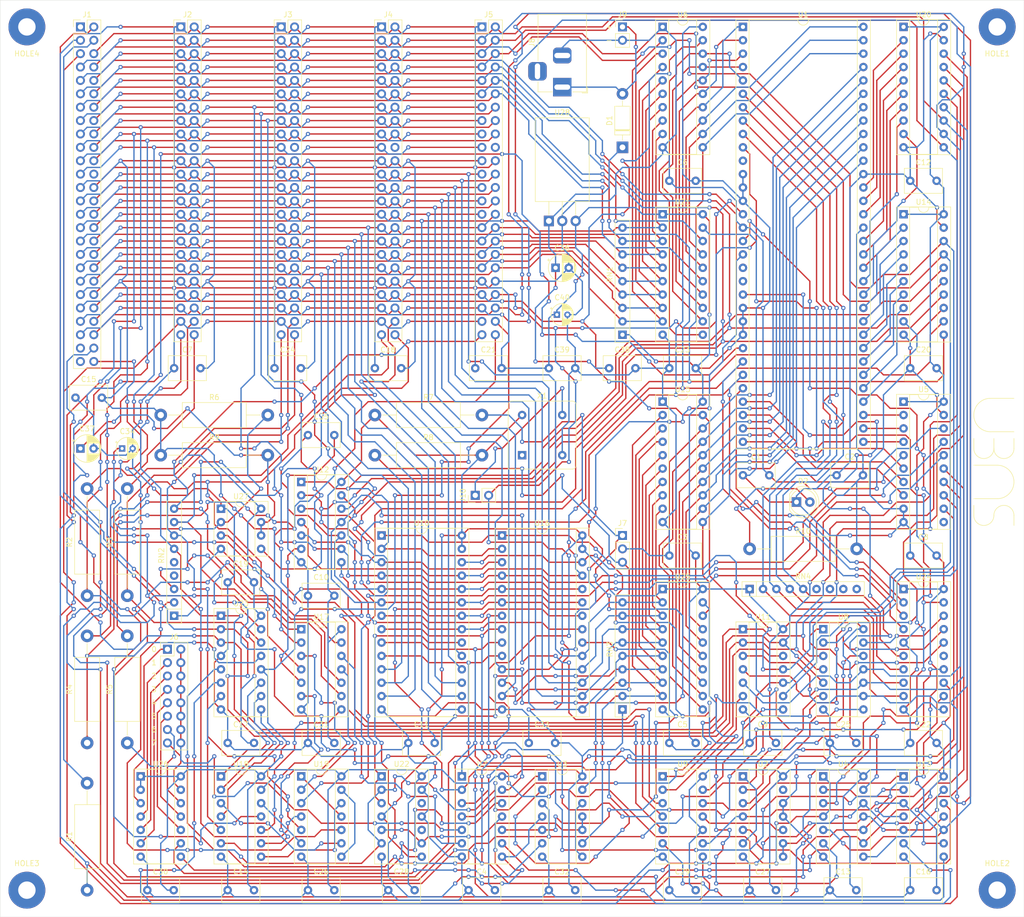
<source format=kicad_pcb>
(kicad_pcb (version 20171130) (host pcbnew 5.1.8)
  (layers (0 F.Cu jumper) (31 B.Cu power) (34 B.Paste user) (35 F.Paste user) (36 B.SilkS user) (37 F.SilkS user) (38 B.Mask user) (39 F.Mask user) (44 Edge.Cuts user))
  (net 0 "")
  (net 1 VCC)
  (net 2 GND)
  (net 3 "Net-(C34-Pad1)")
  (net 4 "Net-(C35-Pad1)")
  (net 5 "Net-(C36-Pad1)")
  (net 6 "Net-(C37-Pad1)")
  (net 7 "Net-(D1-Pad2)")
  (net 8 "Net-(D2-Pad2)")
  (net 9 ~RAM_DTACK)
  (net 10 CLK)
  (net 11 R\~W)
  (net 12 ~LDS)
  (net 13 ~UDS)
  (net 14 ~RAM_SEL)
  (net 15 D0)
  (net 16 D1)
  (net 17 D2)
  (net 18 D3)
  (net 19 D4)
  (net 20 D5)
  (net 21 D6)
  (net 22 D7)
  (net 23 D8)
  (net 24 D9)
  (net 25 D10)
  (net 26 D11)
  (net 27 D12)
  (net 28 D13)
  (net 29 D14)
  (net 30 D15)
  (net 31 A1)
  (net 32 A2)
  (net 33 A3)
  (net 34 A4)
  (net 35 A5)
  (net 36 A6)
  (net 37 A7)
  (net 38 A8)
  (net 39 A9)
  (net 40 A10)
  (net 41 A11)
  (net 42 A12)
  (net 43 A13)
  (net 44 A14)
  (net 45 A15)
  (net 46 A16)
  (net 47 A17)
  (net 48 A18)
  (net 49 A19)
  (net 50 A20)
  (net 51 A21)
  (net 52 A22)
  (net 53 ~DEV0_IRQ)
  (net 54 ~DEV0_DTACK)
  (net 55 ~DEV0_SEL)
  (net 56 ~DEV1_IRQ)
  (net 57 ~DEV1_DTACK)
  (net 58 ~DEV1_SEL)
  (net 59 ~DEV2_IRQ)
  (net 60 ~DEV2_DTACK)
  (net 61 ~DEV2_SEL)
  (net 62 ROM_DTACK)
  (net 63 ~DEV3_IRQ)
  (net 64 ~DEV3_DTACK)
  (net 65 ~DEV3_SEL)
  (net 66 "Net-(J7-Pad3)")
  (net 67 "Net-(J7-Pad1)")
  (net 68 "Net-(J10-Pad1)")
  (net 69 ~RESET)
  (net 70 ~HALT)
  (net 71 R\~W~_68)
  (net 72 ~LDS_68)
  (net 73 ~UDS_68)
  (net 74 ~AS_68)
  (net 75 D5_68)
  (net 76 A4_68)
  (net 77 D6_68)
  (net 78 A3_68)
  (net 79 D7_68)
  (net 80 A2_68)
  (net 81 D8_68)
  (net 82 A1_68)
  (net 83 D9_68)
  (net 84 FC0_68)
  (net 85 D10_68)
  (net 86 FC1_68)
  (net 87 D11_68)
  (net 88 FC2_68)
  (net 89 D12_68)
  (net 90 ~IPL0)
  (net 91 D13_68)
  (net 92 D14_68)
  (net 93 D15_68)
  (net 94 ~VPA)
  (net 95 A23_68)
  (net 96 A22_68)
  (net 97 A21_68)
  (net 98 A20_68)
  (net 99 A19_68)
  (net 100 A18_68)
  (net 101 A17_68)
  (net 102 A16_68)
  (net 103 A15_68)
  (net 104 A14_68)
  (net 105 ~DTACK)
  (net 106 A13_68)
  (net 107 A12_68)
  (net 108 A11_68)
  (net 109 A10_68)
  (net 110 A9_68)
  (net 111 D0_68)
  (net 112 A8_68)
  (net 113 D1_68)
  (net 114 A7_68)
  (net 115 D2_68)
  (net 116 A6_68)
  (net 117 D3_68)
  (net 118 A5_68)
  (net 119 D4_68)
  (net 120 HROM_ADDR)
  (net 121 RESV_ADDR)
  (net 122 ~ROM_ADDR)
  (net 123 MEM_SEL)
  (net 124 "Net-(U2-Pad3)")
  (net 125 ~MEM_SEL)
  (net 126 "Net-(U2-Pad2)")
  (net 127 ROM_RQ)
  (net 128 "Net-(U3-Pad12)")
  (net 129 ~ROM_SEL_U)
  (net 130 "Net-(U22-Pad5)")
  (net 131 ~ROM_SEL_L)
  (net 132 ~VADDR)
  (net 133 "Net-(U3-Pad1)")
  (net 134 ~RD_BYTE_U)
  (net 135 A23)
  (net 136 ~R~\W)
  (net 137 ~RD_BYTE_L)
  (net 138 ~ROM_DTACK)
  (net 139 ~CLK)
  (net 140 "Net-(U13-Pad8)")
  (net 141 ~AS)
  (net 142 "Net-(U13-Pad6)")
  (net 143 FC2)
  (net 144 FC1)
  (net 145 FC0)
  (net 146 "Net-(U17-Pad6)")
  (net 147 ~DEV7_SEL)
  (net 148 ~DEV6_SEL)
  (net 149 "Net-(U17-Pad3)")
  (net 150 ~DEV5_SEL)
  (net 151 "Net-(U17-Pad8)")
  (net 152 ~DEV4_SEL)
  (net 153 "Net-(U22-Pad1)")
  (net 154 "Net-(J6-Pad15)")
  (net 155 "Net-(J6-Pad13)")
  (net 156 "Net-(J6-Pad11)")
  (net 157 "Net-(J6-Pad9)")
  (net 158 "Net-(J6-Pad7)")
  (net 159 "Net-(J6-Pad5)")
  (net 160 "Net-(J6-Pad3)")
  (net 161 "Net-(J6-Pad1)")
  (net 162 "Net-(U13-Pad13)")
  (net 163 "Net-(U11-Pad12)")
  (net 164 "Net-(U11-Pad6)")
  (net 165 "Net-(U12-Pad12)")
  (net 166 "Net-(U12-Pad6)")
  (net 167 "Net-(U12-Pad8)")
  (net 168 "Net-(U13-Pad1)")
  (net 169 "Net-(U13-Pad2)")
  (net 170 "Net-(U11-Pad8)")
  (net 171 "Net-(U17-Pad11)")
  (net 172 "Net-(U18-Pad6)")
  (net 173 "Net-(U18-Pad12)")
  (net 174 "Net-(U18-Pad3)")
  (net 175 "Net-(U18-Pad8)")
  (net 176 "Net-(U19-Pad13)")
  (net 177 "Net-(U19-Pad1)")
  (module plugins:HOLE_SUEN (layer F.Cu) (at 21.59 21.59)
    (fp_text reference HOLE4 (at 0 5.08) (layer F.SilkS))
    (fp_text value Conn_01x01)
    (pad 1 thru_hole circle (at 0 0) (size 7 7) (drill 3.3) (layers *.Cu *.Mask))
  )
  (module plugins:HOLE_SUEN (layer F.Cu) (at 21.59 185.42)
    (fp_text reference HOLE3 (at 0 -5.08) (layer F.SilkS))
    (fp_text value Conn_01x01)
    (pad 1 thru_hole circle (at 0 0) (size 7 7) (drill 3.3) (layers *.Cu *.Mask))
  )
  (module plugins:HOLE_SUEN (layer F.Cu) (at 205.74 185.42)
    (fp_text reference HOLE2 (at 0 -5.08) (layer F.SilkS))
    (fp_text value Conn_01x01)
    (pad 1 thru_hole circle (at 0 0) (size 7 7) (drill 3.3) (layers *.Cu *.Mask))
  )
  (module plugins:HOLE_SUEN (layer F.Cu) (at 205.74 21.59)
    (fp_text reference HOLE1 (at 0 5.08) (layer F.SilkS))
    (fp_text value Conn_01x01)
    (pad 1 thru_hole circle (at 0 0) (size 7 7) (drill 3.3) (layers *.Cu *.Mask))
  )
  (module Package_DIP:DIP-14_W7.62mm_Socket (layer F.Cu) (at 172.72 135.89)
    (fp_text reference U8 (at 3.81 -2.33) (layer F.SilkS))
    (fp_text value 74HC10)
    (pad 1 thru_hole rect (at 0 0) (size 1.6 1.6) (drill 0.8) (layers *.Cu *.Mask) (net 145 FC0))
    (pad 8 thru_hole oval (at 7.62 15.24) (size 1.6 1.6) (drill 0.8) (layers *.Cu *.Mask) (net 124 "Net-(U2-Pad3)"))
    (pad 2 thru_hole oval (at 0 2.54) (size 1.6 1.6) (drill 0.8) (layers *.Cu *.Mask) (net 144 FC1))
    (pad 9 thru_hole oval (at 7.62 12.7) (size 1.6 1.6) (drill 0.8) (layers *.Cu *.Mask) (net 49 A19))
    (pad 3 thru_hole oval (at 0 5.08) (size 1.6 1.6) (drill 0.8) (layers *.Cu *.Mask) (net 52 A22))
    (pad 10 thru_hole oval (at 7.62 10.16) (size 1.6 1.6) (drill 0.8) (layers *.Cu *.Mask) (net 48 A18))
    (pad 4 thru_hole oval (at 0 7.62) (size 1.6 1.6) (drill 0.8) (layers *.Cu *.Mask) (net 51 A21))
    (pad 11 thru_hole oval (at 7.62 7.62) (size 1.6 1.6) (drill 0.8) (layers *.Cu *.Mask) (net 47 A17))
    (pad 5 thru_hole oval (at 0 10.16) (size 1.6 1.6) (drill 0.8) (layers *.Cu *.Mask) (net 50 A20))
    (pad 12 thru_hole oval (at 7.62 5.08) (size 1.6 1.6) (drill 0.8) (layers *.Cu *.Mask) (net 94 ~VPA))
    (pad 6 thru_hole oval (at 0 12.7) (size 1.6 1.6) (drill 0.8) (layers *.Cu *.Mask) (net 126 "Net-(U2-Pad2)"))
    (pad 13 thru_hole oval (at 7.62 2.54) (size 1.6 1.6) (drill 0.8) (layers *.Cu *.Mask) (net 143 FC2))
    (pad 7 thru_hole oval (at 0 15.24) (size 1.6 1.6) (drill 0.8) (layers *.Cu *.Mask) (net 2 GND))
    (pad 14 thru_hole oval (at 7.62 0) (size 1.6 1.6) (drill 0.8) (layers *.Cu *.Mask) (net 1 VCC))
  )
  (module Package_DIP:DIP-14_W7.62mm_Socket (layer F.Cu) (at 88.9 163.83)
    (fp_text reference U22 (at 3.81 -2.33) (layer F.SilkS))
    (fp_text value 74HC05)
    (pad 14 thru_hole oval (at 7.62 0) (size 1.6 1.6) (drill 0.8) (layers *.Cu *.Mask) (net 1 VCC))
    (pad 7 thru_hole oval (at 0 15.24) (size 1.6 1.6) (drill 0.8) (layers *.Cu *.Mask) (net 2 GND))
    (pad 13 thru_hole oval (at 7.62 2.54) (size 1.6 1.6) (drill 0.8) (layers *.Cu *.Mask) (net 2 GND))
    (pad 6 thru_hole oval (at 0 12.7) (size 1.6 1.6) (drill 0.8) (layers *.Cu *.Mask) (net 70 ~HALT))
    (pad 12 thru_hole oval (at 7.62 5.08) (size 1.6 1.6) (drill 0.8) (layers *.Cu *.Mask))
    (pad 5 thru_hole oval (at 0 10.16) (size 1.6 1.6) (drill 0.8) (layers *.Cu *.Mask) (net 130 "Net-(U22-Pad5)"))
    (pad 11 thru_hole oval (at 7.62 7.62) (size 1.6 1.6) (drill 0.8) (layers *.Cu *.Mask) (net 2 GND))
    (pad 4 thru_hole oval (at 0 7.62) (size 1.6 1.6) (drill 0.8) (layers *.Cu *.Mask) (net 69 ~RESET))
    (pad 10 thru_hole oval (at 7.62 10.16) (size 1.6 1.6) (drill 0.8) (layers *.Cu *.Mask))
    (pad 3 thru_hole oval (at 0 5.08) (size 1.6 1.6) (drill 0.8) (layers *.Cu *.Mask) (net 153 "Net-(U22-Pad1)"))
    (pad 9 thru_hole oval (at 7.62 12.7) (size 1.6 1.6) (drill 0.8) (layers *.Cu *.Mask) (net 130 "Net-(U22-Pad5)"))
    (pad 2 thru_hole oval (at 0 2.54) (size 1.6 1.6) (drill 0.8) (layers *.Cu *.Mask) (net 70 ~HALT))
    (pad 8 thru_hole oval (at 7.62 15.24) (size 1.6 1.6) (drill 0.8) (layers *.Cu *.Mask) (net 69 ~RESET))
    (pad 1 thru_hole rect (at 0 0) (size 1.6 1.6) (drill 0.8) (layers *.Cu *.Mask) (net 153 "Net-(U22-Pad1)"))
  )
  (module Package_DIP:DIP-14_W7.62mm_Socket (layer F.Cu) (at 104.14 163.83)
    (fp_text reference U7 (at 3.81 -2.33) (layer F.SilkS))
    (fp_text value 74HC04)
    (pad 1 thru_hole rect (at 0 0) (size 1.6 1.6) (drill 0.8) (layers *.Cu *.Mask) (net 11 R\~W))
    (pad 8 thru_hole oval (at 7.62 15.24) (size 1.6 1.6) (drill 0.8) (layers *.Cu *.Mask) (net 131 ~ROM_SEL_L))
    (pad 2 thru_hole oval (at 0 2.54) (size 1.6 1.6) (drill 0.8) (layers *.Cu *.Mask) (net 136 ~R~\W))
    (pad 9 thru_hole oval (at 7.62 12.7) (size 1.6 1.6) (drill 0.8) (layers *.Cu *.Mask) (net 142 "Net-(U13-Pad6)"))
    (pad 3 thru_hole oval (at 0 5.08) (size 1.6 1.6) (drill 0.8) (layers *.Cu *.Mask) (net 141 ~AS))
    (pad 10 thru_hole oval (at 7.62 10.16) (size 1.6 1.6) (drill 0.8) (layers *.Cu *.Mask) (net 129 ~ROM_SEL_U))
    (pad 4 thru_hole oval (at 0 7.62) (size 1.6 1.6) (drill 0.8) (layers *.Cu *.Mask) (net 133 "Net-(U3-Pad1)"))
    (pad 11 thru_hole oval (at 7.62 7.62) (size 1.6 1.6) (drill 0.8) (layers *.Cu *.Mask) (net 140 "Net-(U13-Pad8)"))
    (pad 5 thru_hole oval (at 0 10.16) (size 1.6 1.6) (drill 0.8) (layers *.Cu *.Mask) (net 62 ROM_DTACK))
    (pad 12 thru_hole oval (at 7.62 5.08) (size 1.6 1.6) (drill 0.8) (layers *.Cu *.Mask) (net 139 ~CLK))
    (pad 6 thru_hole oval (at 0 12.7) (size 1.6 1.6) (drill 0.8) (layers *.Cu *.Mask) (net 138 ~ROM_DTACK))
    (pad 13 thru_hole oval (at 7.62 2.54) (size 1.6 1.6) (drill 0.8) (layers *.Cu *.Mask) (net 10 CLK))
    (pad 7 thru_hole oval (at 0 15.24) (size 1.6 1.6) (drill 0.8) (layers *.Cu *.Mask) (net 2 GND))
    (pad 14 thru_hole oval (at 7.62 0) (size 1.6 1.6) (drill 0.8) (layers *.Cu *.Mask) (net 1 VCC))
  )
  (module Package_DIP:DIP-16_W7.62mm_Socket (layer F.Cu) (at 58.42 133.35)
    (fp_text reference U23 (at 3.81 -2.33) (layer F.SilkS))
    (fp_text value 74HC138)
    (pad 1 thru_hole rect (at 0 0) (size 1.6 1.6) (drill 0.8) (layers *.Cu *.Mask) (net 50 A20))
    (pad 9 thru_hole oval (at 7.62 17.78) (size 1.6 1.6) (drill 0.8) (layers *.Cu *.Mask) (net 148 ~DEV6_SEL))
    (pad 2 thru_hole oval (at 0 2.54) (size 1.6 1.6) (drill 0.8) (layers *.Cu *.Mask) (net 51 A21))
    (pad 10 thru_hole oval (at 7.62 15.24) (size 1.6 1.6) (drill 0.8) (layers *.Cu *.Mask) (net 150 ~DEV5_SEL))
    (pad 3 thru_hole oval (at 0 5.08) (size 1.6 1.6) (drill 0.8) (layers *.Cu *.Mask) (net 52 A22))
    (pad 11 thru_hole oval (at 7.62 12.7) (size 1.6 1.6) (drill 0.8) (layers *.Cu *.Mask) (net 152 ~DEV4_SEL))
    (pad 4 thru_hole oval (at 0 7.62) (size 1.6 1.6) (drill 0.8) (layers *.Cu *.Mask) (net 2 GND))
    (pad 12 thru_hole oval (at 7.62 10.16) (size 1.6 1.6) (drill 0.8) (layers *.Cu *.Mask) (net 65 ~DEV3_SEL))
    (pad 5 thru_hole oval (at 0 10.16) (size 1.6 1.6) (drill 0.8) (layers *.Cu *.Mask) (net 132 ~VADDR))
    (pad 13 thru_hole oval (at 7.62 7.62) (size 1.6 1.6) (drill 0.8) (layers *.Cu *.Mask) (net 61 ~DEV2_SEL))
    (pad 6 thru_hole oval (at 0 12.7) (size 1.6 1.6) (drill 0.8) (layers *.Cu *.Mask) (net 135 A23))
    (pad 14 thru_hole oval (at 7.62 5.08) (size 1.6 1.6) (drill 0.8) (layers *.Cu *.Mask) (net 58 ~DEV1_SEL))
    (pad 7 thru_hole oval (at 0 15.24) (size 1.6 1.6) (drill 0.8) (layers *.Cu *.Mask) (net 147 ~DEV7_SEL))
    (pad 15 thru_hole oval (at 7.62 2.54) (size 1.6 1.6) (drill 0.8) (layers *.Cu *.Mask) (net 55 ~DEV0_SEL))
    (pad 8 thru_hole oval (at 0 17.78) (size 1.6 1.6) (drill 0.8) (layers *.Cu *.Mask) (net 2 GND))
    (pad 16 thru_hole oval (at 7.62 0) (size 1.6 1.6) (drill 0.8) (layers *.Cu *.Mask) (net 1 VCC))
  )
  (module Package_DIP:DIP-64_W22.86mm_Socket (layer F.Cu) (at 157.48 21.59)
    (fp_text reference U1 (at 11.43 -2.33) (layer F.SilkS))
    (fp_text value 68000D)
    (pad 64 thru_hole oval (at 22.86 0) (size 1.6 1.6) (drill 0.8) (layers *.Cu *.Mask) (net 75 D5_68))
    (pad 32 thru_hole oval (at 0 78.74) (size 1.6 1.6) (drill 0.8) (layers *.Cu *.Mask) (net 76 A4_68))
    (pad 63 thru_hole oval (at 22.86 2.54) (size 1.6 1.6) (drill 0.8) (layers *.Cu *.Mask) (net 77 D6_68))
    (pad 31 thru_hole oval (at 0 76.2) (size 1.6 1.6) (drill 0.8) (layers *.Cu *.Mask) (net 78 A3_68))
    (pad 62 thru_hole oval (at 22.86 5.08) (size 1.6 1.6) (drill 0.8) (layers *.Cu *.Mask) (net 79 D7_68))
    (pad 30 thru_hole oval (at 0 73.66) (size 1.6 1.6) (drill 0.8) (layers *.Cu *.Mask) (net 80 A2_68))
    (pad 61 thru_hole oval (at 22.86 7.62) (size 1.6 1.6) (drill 0.8) (layers *.Cu *.Mask) (net 81 D8_68))
    (pad 29 thru_hole oval (at 0 71.12) (size 1.6 1.6) (drill 0.8) (layers *.Cu *.Mask) (net 82 A1_68))
    (pad 60 thru_hole oval (at 22.86 10.16) (size 1.6 1.6) (drill 0.8) (layers *.Cu *.Mask) (net 83 D9_68))
    (pad 28 thru_hole oval (at 0 68.58) (size 1.6 1.6) (drill 0.8) (layers *.Cu *.Mask) (net 84 FC0_68))
    (pad 59 thru_hole oval (at 22.86 12.7) (size 1.6 1.6) (drill 0.8) (layers *.Cu *.Mask) (net 85 D10_68))
    (pad 27 thru_hole oval (at 0 66.04) (size 1.6 1.6) (drill 0.8) (layers *.Cu *.Mask) (net 86 FC1_68))
    (pad 58 thru_hole oval (at 22.86 15.24) (size 1.6 1.6) (drill 0.8) (layers *.Cu *.Mask) (net 87 D11_68))
    (pad 26 thru_hole oval (at 0 63.5) (size 1.6 1.6) (drill 0.8) (layers *.Cu *.Mask) (net 88 FC2_68))
    (pad 57 thru_hole oval (at 22.86 17.78) (size 1.6 1.6) (drill 0.8) (layers *.Cu *.Mask) (net 89 D12_68))
    (pad 25 thru_hole oval (at 0 60.96) (size 1.6 1.6) (drill 0.8) (layers *.Cu *.Mask) (net 90 ~IPL0))
    (pad 56 thru_hole oval (at 22.86 20.32) (size 1.6 1.6) (drill 0.8) (layers *.Cu *.Mask) (net 91 D13_68))
    (pad 24 thru_hole oval (at 0 58.42) (size 1.6 1.6) (drill 0.8) (layers *.Cu *.Mask) (net 1 VCC))
    (pad 55 thru_hole oval (at 22.86 22.86) (size 1.6 1.6) (drill 0.8) (layers *.Cu *.Mask) (net 92 D14_68))
    (pad 23 thru_hole oval (at 0 55.88) (size 1.6 1.6) (drill 0.8) (layers *.Cu *.Mask) (net 1 VCC))
    (pad 54 thru_hole oval (at 22.86 25.4) (size 1.6 1.6) (drill 0.8) (layers *.Cu *.Mask) (net 93 D15_68))
    (pad 22 thru_hole oval (at 0 53.34) (size 1.6 1.6) (drill 0.8) (layers *.Cu *.Mask) (net 1 VCC))
    (pad 53 thru_hole oval (at 22.86 27.94) (size 1.6 1.6) (drill 0.8) (layers *.Cu *.Mask) (net 2 GND))
    (pad 21 thru_hole oval (at 0 50.8) (size 1.6 1.6) (drill 0.8) (layers *.Cu *.Mask) (net 94 ~VPA))
    (pad 52 thru_hole oval (at 22.86 30.48) (size 1.6 1.6) (drill 0.8) (layers *.Cu *.Mask) (net 95 A23_68))
    (pad 20 thru_hole oval (at 0 48.26) (size 1.6 1.6) (drill 0.8) (layers *.Cu *.Mask))
    (pad 51 thru_hole oval (at 22.86 33.02) (size 1.6 1.6) (drill 0.8) (layers *.Cu *.Mask) (net 96 A22_68))
    (pad 19 thru_hole oval (at 0 45.72) (size 1.6 1.6) (drill 0.8) (layers *.Cu *.Mask))
    (pad 50 thru_hole oval (at 22.86 35.56) (size 1.6 1.6) (drill 0.8) (layers *.Cu *.Mask) (net 97 A21_68))
    (pad 18 thru_hole oval (at 0 43.18) (size 1.6 1.6) (drill 0.8) (layers *.Cu *.Mask) (net 69 ~RESET))
    (pad 49 thru_hole oval (at 22.86 38.1) (size 1.6 1.6) (drill 0.8) (layers *.Cu *.Mask) (net 1 VCC))
    (pad 17 thru_hole oval (at 0 40.64) (size 1.6 1.6) (drill 0.8) (layers *.Cu *.Mask) (net 70 ~HALT))
    (pad 48 thru_hole oval (at 22.86 40.64) (size 1.6 1.6) (drill 0.8) (layers *.Cu *.Mask) (net 98 A20_68))
    (pad 16 thru_hole oval (at 0 38.1) (size 1.6 1.6) (drill 0.8) (layers *.Cu *.Mask) (net 2 GND))
    (pad 47 thru_hole oval (at 22.86 43.18) (size 1.6 1.6) (drill 0.8) (layers *.Cu *.Mask) (net 99 A19_68))
    (pad 15 thru_hole oval (at 0 35.56) (size 1.6 1.6) (drill 0.8) (layers *.Cu *.Mask) (net 10 CLK))
    (pad 46 thru_hole oval (at 22.86 45.72) (size 1.6 1.6) (drill 0.8) (layers *.Cu *.Mask) (net 100 A18_68))
    (pad 14 thru_hole oval (at 0 33.02) (size 1.6 1.6) (drill 0.8) (layers *.Cu *.Mask) (net 1 VCC))
    (pad 45 thru_hole oval (at 22.86 48.26) (size 1.6 1.6) (drill 0.8) (layers *.Cu *.Mask) (net 101 A17_68))
    (pad 13 thru_hole oval (at 0 30.48) (size 1.6 1.6) (drill 0.8) (layers *.Cu *.Mask) (net 1 VCC))
    (pad 44 thru_hole oval (at 22.86 50.8) (size 1.6 1.6) (drill 0.8) (layers *.Cu *.Mask) (net 102 A16_68))
    (pad 12 thru_hole oval (at 0 27.94) (size 1.6 1.6) (drill 0.8) (layers *.Cu *.Mask) (net 1 VCC))
    (pad 43 thru_hole oval (at 22.86 53.34) (size 1.6 1.6) (drill 0.8) (layers *.Cu *.Mask) (net 103 A15_68))
    (pad 11 thru_hole oval (at 0 25.4) (size 1.6 1.6) (drill 0.8) (layers *.Cu *.Mask))
    (pad 42 thru_hole oval (at 22.86 55.88) (size 1.6 1.6) (drill 0.8) (layers *.Cu *.Mask) (net 104 A14_68))
    (pad 10 thru_hole oval (at 0 22.86) (size 1.6 1.6) (drill 0.8) (layers *.Cu *.Mask) (net 105 ~DTACK))
    (pad 41 thru_hole oval (at 22.86 58.42) (size 1.6 1.6) (drill 0.8) (layers *.Cu *.Mask) (net 106 A13_68))
    (pad 9 thru_hole oval (at 0 20.32) (size 1.6 1.6) (drill 0.8) (layers *.Cu *.Mask) (net 71 R\~W~_68))
    (pad 40 thru_hole oval (at 22.86 60.96) (size 1.6 1.6) (drill 0.8) (layers *.Cu *.Mask) (net 107 A12_68))
    (pad 8 thru_hole oval (at 0 17.78) (size 1.6 1.6) (drill 0.8) (layers *.Cu *.Mask) (net 72 ~LDS_68))
    (pad 39 thru_hole oval (at 22.86 63.5) (size 1.6 1.6) (drill 0.8) (layers *.Cu *.Mask) (net 108 A11_68))
    (pad 7 thru_hole oval (at 0 15.24) (size 1.6 1.6) (drill 0.8) (layers *.Cu *.Mask) (net 73 ~UDS_68))
    (pad 38 thru_hole oval (at 22.86 66.04) (size 1.6 1.6) (drill 0.8) (layers *.Cu *.Mask) (net 109 A10_68))
    (pad 6 thru_hole oval (at 0 12.7) (size 1.6 1.6) (drill 0.8) (layers *.Cu *.Mask) (net 74 ~AS_68))
    (pad 37 thru_hole oval (at 22.86 68.58) (size 1.6 1.6) (drill 0.8) (layers *.Cu *.Mask) (net 110 A9_68))
    (pad 5 thru_hole oval (at 0 10.16) (size 1.6 1.6) (drill 0.8) (layers *.Cu *.Mask) (net 111 D0_68))
    (pad 36 thru_hole oval (at 22.86 71.12) (size 1.6 1.6) (drill 0.8) (layers *.Cu *.Mask) (net 112 A8_68))
    (pad 4 thru_hole oval (at 0 7.62) (size 1.6 1.6) (drill 0.8) (layers *.Cu *.Mask) (net 113 D1_68))
    (pad 35 thru_hole oval (at 22.86 73.66) (size 1.6 1.6) (drill 0.8) (layers *.Cu *.Mask) (net 114 A7_68))
    (pad 3 thru_hole oval (at 0 5.08) (size 1.6 1.6) (drill 0.8) (layers *.Cu *.Mask) (net 115 D2_68))
    (pad 34 thru_hole oval (at 22.86 76.2) (size 1.6 1.6) (drill 0.8) (layers *.Cu *.Mask) (net 116 A6_68))
    (pad 2 thru_hole oval (at 0 2.54) (size 1.6 1.6) (drill 0.8) (layers *.Cu *.Mask) (net 117 D3_68))
    (pad 33 thru_hole oval (at 22.86 78.74) (size 1.6 1.6) (drill 0.8) (layers *.Cu *.Mask) (net 118 A5_68))
    (pad 1 thru_hole rect (at 0 0) (size 1.6 1.6) (drill 0.8) (layers *.Cu *.Mask) (net 119 D4_68))
  )
  (module Package_DIP:DIP-28_W15.24mm_Socket (layer F.Cu) (at 111.76 118.11)
    (fp_text reference U16 (at 7.62 -2.33) (layer F.SilkS))
    (fp_text value 28C256)
    (pad 28 thru_hole oval (at 15.24 0) (size 1.6 1.6) (drill 0.8) (layers *.Cu *.Mask) (net 1 VCC))
    (pad 14 thru_hole oval (at 0 33.02) (size 1.6 1.6) (drill 0.8) (layers *.Cu *.Mask) (net 2 GND))
    (pad 27 thru_hole oval (at 15.24 2.54) (size 1.6 1.6) (drill 0.8) (layers *.Cu *.Mask) (net 1 VCC))
    (pad 13 thru_hole oval (at 0 30.48) (size 1.6 1.6) (drill 0.8) (layers *.Cu *.Mask) (net 25 D10))
    (pad 26 thru_hole oval (at 15.24 5.08) (size 1.6 1.6) (drill 0.8) (layers *.Cu *.Mask) (net 44 A14))
    (pad 12 thru_hole oval (at 0 27.94) (size 1.6 1.6) (drill 0.8) (layers *.Cu *.Mask) (net 24 D9))
    (pad 25 thru_hole oval (at 15.24 7.62) (size 1.6 1.6) (drill 0.8) (layers *.Cu *.Mask) (net 39 A9))
    (pad 11 thru_hole oval (at 0 25.4) (size 1.6 1.6) (drill 0.8) (layers *.Cu *.Mask) (net 23 D8))
    (pad 24 thru_hole oval (at 15.24 10.16) (size 1.6 1.6) (drill 0.8) (layers *.Cu *.Mask) (net 40 A10))
    (pad 10 thru_hole oval (at 0 22.86) (size 1.6 1.6) (drill 0.8) (layers *.Cu *.Mask) (net 31 A1))
    (pad 23 thru_hole oval (at 15.24 12.7) (size 1.6 1.6) (drill 0.8) (layers *.Cu *.Mask) (net 42 A12))
    (pad 9 thru_hole oval (at 0 20.32) (size 1.6 1.6) (drill 0.8) (layers *.Cu *.Mask) (net 32 A2))
    (pad 22 thru_hole oval (at 15.24 15.24) (size 1.6 1.6) (drill 0.8) (layers *.Cu *.Mask) (net 136 ~R~\W))
    (pad 8 thru_hole oval (at 0 17.78) (size 1.6 1.6) (drill 0.8) (layers *.Cu *.Mask) (net 33 A3))
    (pad 21 thru_hole oval (at 15.24 17.78) (size 1.6 1.6) (drill 0.8) (layers *.Cu *.Mask) (net 41 A11))
    (pad 7 thru_hole oval (at 0 15.24) (size 1.6 1.6) (drill 0.8) (layers *.Cu *.Mask) (net 34 A4))
    (pad 20 thru_hole oval (at 15.24 20.32) (size 1.6 1.6) (drill 0.8) (layers *.Cu *.Mask) (net 129 ~ROM_SEL_U))
    (pad 6 thru_hole oval (at 0 12.7) (size 1.6 1.6) (drill 0.8) (layers *.Cu *.Mask) (net 35 A5))
    (pad 19 thru_hole oval (at 15.24 22.86) (size 1.6 1.6) (drill 0.8) (layers *.Cu *.Mask) (net 30 D15))
    (pad 5 thru_hole oval (at 0 10.16) (size 1.6 1.6) (drill 0.8) (layers *.Cu *.Mask) (net 36 A6))
    (pad 18 thru_hole oval (at 15.24 25.4) (size 1.6 1.6) (drill 0.8) (layers *.Cu *.Mask) (net 29 D14))
    (pad 4 thru_hole oval (at 0 7.62) (size 1.6 1.6) (drill 0.8) (layers *.Cu *.Mask) (net 37 A7))
    (pad 17 thru_hole oval (at 15.24 27.94) (size 1.6 1.6) (drill 0.8) (layers *.Cu *.Mask) (net 28 D13))
    (pad 3 thru_hole oval (at 0 5.08) (size 1.6 1.6) (drill 0.8) (layers *.Cu *.Mask) (net 38 A8))
    (pad 16 thru_hole oval (at 15.24 30.48) (size 1.6 1.6) (drill 0.8) (layers *.Cu *.Mask) (net 27 D12))
    (pad 2 thru_hole oval (at 0 2.54) (size 1.6 1.6) (drill 0.8) (layers *.Cu *.Mask) (net 43 A13))
    (pad 15 thru_hole oval (at 15.24 33.02) (size 1.6 1.6) (drill 0.8) (layers *.Cu *.Mask) (net 26 D11))
    (pad 1 thru_hole rect (at 0 0) (size 1.6 1.6) (drill 0.8) (layers *.Cu *.Mask) (net 45 A15))
  )
  (module Package_DIP:DIP-14_W7.62mm_Socket (layer F.Cu) (at 73.66 135.89)
    (fp_text reference U17 (at 3.81 -2.33) (layer F.SilkS))
    (fp_text value 74HC08)
    (pad 1 thru_hole rect (at 0 0) (size 1.6 1.6) (drill 0.8) (layers *.Cu *.Mask) (net 54 ~DEV0_DTACK))
    (pad 8 thru_hole oval (at 7.62 15.24) (size 1.6 1.6) (drill 0.8) (layers *.Cu *.Mask) (net 151 "Net-(U17-Pad8)"))
    (pad 2 thru_hole oval (at 0 2.54) (size 1.6 1.6) (drill 0.8) (layers *.Cu *.Mask) (net 57 ~DEV1_DTACK))
    (pad 9 thru_hole oval (at 7.62 12.7) (size 1.6 1.6) (drill 0.8) (layers *.Cu *.Mask) (net 59 ~DEV2_IRQ))
    (pad 3 thru_hole oval (at 0 5.08) (size 1.6 1.6) (drill 0.8) (layers *.Cu *.Mask) (net 149 "Net-(U17-Pad3)"))
    (pad 10 thru_hole oval (at 7.62 10.16) (size 1.6 1.6) (drill 0.8) (layers *.Cu *.Mask) (net 63 ~DEV3_IRQ))
    (pad 4 thru_hole oval (at 0 7.62) (size 1.6 1.6) (drill 0.8) (layers *.Cu *.Mask) (net 60 ~DEV2_DTACK))
    (pad 11 thru_hole oval (at 7.62 7.62) (size 1.6 1.6) (drill 0.8) (layers *.Cu *.Mask) (net 171 "Net-(U17-Pad11)"))
    (pad 5 thru_hole oval (at 0 10.16) (size 1.6 1.6) (drill 0.8) (layers *.Cu *.Mask) (net 64 ~DEV3_DTACK))
    (pad 12 thru_hole oval (at 7.62 5.08) (size 1.6 1.6) (drill 0.8) (layers *.Cu *.Mask) (net 138 ~ROM_DTACK))
    (pad 6 thru_hole oval (at 0 12.7) (size 1.6 1.6) (drill 0.8) (layers *.Cu *.Mask) (net 146 "Net-(U17-Pad6)"))
    (pad 13 thru_hole oval (at 7.62 2.54) (size 1.6 1.6) (drill 0.8) (layers *.Cu *.Mask) (net 9 ~RAM_DTACK))
    (pad 7 thru_hole oval (at 0 15.24) (size 1.6 1.6) (drill 0.8) (layers *.Cu *.Mask) (net 2 GND))
    (pad 14 thru_hole oval (at 7.62 0) (size 1.6 1.6) (drill 0.8) (layers *.Cu *.Mask) (net 1 VCC))
  )
  (module Package_DIP:DIP-20_W7.62mm_Socket (layer F.Cu) (at 142.24 92.71)
    (fp_text reference U15 (at 3.81 -2.33) (layer F.SilkS))
    (fp_text value 74HC245)
    (pad 1 thru_hole rect (at 0 0) (size 1.6 1.6) (drill 0.8) (layers *.Cu *.Mask) (net 2 GND))
    (pad 11 thru_hole oval (at 7.62 22.86) (size 1.6 1.6) (drill 0.8) (layers *.Cu *.Mask) (net 93 D15_68))
    (pad 2 thru_hole oval (at 0 2.54) (size 1.6 1.6) (drill 0.8) (layers *.Cu *.Mask) (net 23 D8))
    (pad 12 thru_hole oval (at 7.62 20.32) (size 1.6 1.6) (drill 0.8) (layers *.Cu *.Mask) (net 92 D14_68))
    (pad 3 thru_hole oval (at 0 5.08) (size 1.6 1.6) (drill 0.8) (layers *.Cu *.Mask) (net 24 D9))
    (pad 13 thru_hole oval (at 7.62 17.78) (size 1.6 1.6) (drill 0.8) (layers *.Cu *.Mask) (net 91 D13_68))
    (pad 4 thru_hole oval (at 0 7.62) (size 1.6 1.6) (drill 0.8) (layers *.Cu *.Mask) (net 25 D10))
    (pad 14 thru_hole oval (at 7.62 15.24) (size 1.6 1.6) (drill 0.8) (layers *.Cu *.Mask) (net 89 D12_68))
    (pad 5 thru_hole oval (at 0 10.16) (size 1.6 1.6) (drill 0.8) (layers *.Cu *.Mask) (net 26 D11))
    (pad 15 thru_hole oval (at 7.62 12.7) (size 1.6 1.6) (drill 0.8) (layers *.Cu *.Mask) (net 87 D11_68))
    (pad 6 thru_hole oval (at 0 12.7) (size 1.6 1.6) (drill 0.8) (layers *.Cu *.Mask) (net 27 D12))
    (pad 16 thru_hole oval (at 7.62 10.16) (size 1.6 1.6) (drill 0.8) (layers *.Cu *.Mask) (net 85 D10_68))
    (pad 7 thru_hole oval (at 0 15.24) (size 1.6 1.6) (drill 0.8) (layers *.Cu *.Mask) (net 28 D13))
    (pad 17 thru_hole oval (at 7.62 7.62) (size 1.6 1.6) (drill 0.8) (layers *.Cu *.Mask) (net 83 D9_68))
    (pad 8 thru_hole oval (at 0 17.78) (size 1.6 1.6) (drill 0.8) (layers *.Cu *.Mask) (net 29 D14))
    (pad 18 thru_hole oval (at 7.62 5.08) (size 1.6 1.6) (drill 0.8) (layers *.Cu *.Mask) (net 81 D8_68))
    (pad 9 thru_hole oval (at 0 20.32) (size 1.6 1.6) (drill 0.8) (layers *.Cu *.Mask) (net 30 D15))
    (pad 19 thru_hole oval (at 7.62 2.54) (size 1.6 1.6) (drill 0.8) (layers *.Cu *.Mask) (net 11 R\~W))
    (pad 10 thru_hole oval (at 0 22.86) (size 1.6 1.6) (drill 0.8) (layers *.Cu *.Mask) (net 2 GND))
    (pad 20 thru_hole oval (at 7.62 0) (size 1.6 1.6) (drill 0.8) (layers *.Cu *.Mask) (net 1 VCC))
  )
  (module Package_DIP:DIP-20_W7.62mm_Socket (layer F.Cu) (at 187.96 57.15)
    (fp_text reference U14 (at 3.81 -2.33) (layer F.SilkS))
    (fp_text value 74HC245)
    (pad 1 thru_hole rect (at 0 0) (size 1.6 1.6) (drill 0.8) (layers *.Cu *.Mask) (net 1 VCC))
    (pad 11 thru_hole oval (at 7.62 22.86) (size 1.6 1.6) (drill 0.8) (layers *.Cu *.Mask) (net 38 A8))
    (pad 2 thru_hole oval (at 0 2.54) (size 1.6 1.6) (drill 0.8) (layers *.Cu *.Mask) (net 103 A15_68))
    (pad 12 thru_hole oval (at 7.62 20.32) (size 1.6 1.6) (drill 0.8) (layers *.Cu *.Mask) (net 39 A9))
    (pad 3 thru_hole oval (at 0 5.08) (size 1.6 1.6) (drill 0.8) (layers *.Cu *.Mask) (net 104 A14_68))
    (pad 13 thru_hole oval (at 7.62 17.78) (size 1.6 1.6) (drill 0.8) (layers *.Cu *.Mask) (net 40 A10))
    (pad 4 thru_hole oval (at 0 7.62) (size 1.6 1.6) (drill 0.8) (layers *.Cu *.Mask) (net 106 A13_68))
    (pad 14 thru_hole oval (at 7.62 15.24) (size 1.6 1.6) (drill 0.8) (layers *.Cu *.Mask) (net 41 A11))
    (pad 5 thru_hole oval (at 0 10.16) (size 1.6 1.6) (drill 0.8) (layers *.Cu *.Mask) (net 107 A12_68))
    (pad 15 thru_hole oval (at 7.62 12.7) (size 1.6 1.6) (drill 0.8) (layers *.Cu *.Mask) (net 42 A12))
    (pad 6 thru_hole oval (at 0 12.7) (size 1.6 1.6) (drill 0.8) (layers *.Cu *.Mask) (net 108 A11_68))
    (pad 16 thru_hole oval (at 7.62 10.16) (size 1.6 1.6) (drill 0.8) (layers *.Cu *.Mask) (net 43 A13))
    (pad 7 thru_hole oval (at 0 15.24) (size 1.6 1.6) (drill 0.8) (layers *.Cu *.Mask) (net 109 A10_68))
    (pad 17 thru_hole oval (at 7.62 7.62) (size 1.6 1.6) (drill 0.8) (layers *.Cu *.Mask) (net 44 A14))
    (pad 8 thru_hole oval (at 0 17.78) (size 1.6 1.6) (drill 0.8) (layers *.Cu *.Mask) (net 110 A9_68))
    (pad 18 thru_hole oval (at 7.62 5.08) (size 1.6 1.6) (drill 0.8) (layers *.Cu *.Mask) (net 45 A15))
    (pad 9 thru_hole oval (at 0 20.32) (size 1.6 1.6) (drill 0.8) (layers *.Cu *.Mask) (net 112 A8_68))
    (pad 19 thru_hole oval (at 7.62 2.54) (size 1.6 1.6) (drill 0.8) (layers *.Cu *.Mask) (net 2 GND))
    (pad 10 thru_hole oval (at 0 22.86) (size 1.6 1.6) (drill 0.8) (layers *.Cu *.Mask) (net 2 GND))
    (pad 20 thru_hole oval (at 7.62 0) (size 1.6 1.6) (drill 0.8) (layers *.Cu *.Mask) (net 1 VCC))
  )
  (module Package_DIP:DIP-14_W7.62mm_Socket (layer F.Cu) (at 73.66 107.95)
    (fp_text reference U12 (at 3.81 -2.33) (layer F.SilkS))
    (fp_text value 74HC27)
    (pad 1 thru_hole rect (at 0 0) (size 1.6 1.6) (drill 0.8) (layers *.Cu *.Mask) (net 43 A13))
    (pad 8 thru_hole oval (at 7.62 15.24) (size 1.6 1.6) (drill 0.8) (layers *.Cu *.Mask) (net 167 "Net-(U12-Pad8)"))
    (pad 2 thru_hole oval (at 0 2.54) (size 1.6 1.6) (drill 0.8) (layers *.Cu *.Mask) (net 42 A12))
    (pad 9 thru_hole oval (at 7.62 12.7) (size 1.6 1.6) (drill 0.8) (layers *.Cu *.Mask) (net 37 A7))
    (pad 3 thru_hole oval (at 0 5.08) (size 1.6 1.6) (drill 0.8) (layers *.Cu *.Mask) (net 40 A10))
    (pad 10 thru_hole oval (at 7.62 10.16) (size 1.6 1.6) (drill 0.8) (layers *.Cu *.Mask) (net 36 A6))
    (pad 4 thru_hole oval (at 0 7.62) (size 1.6 1.6) (drill 0.8) (layers *.Cu *.Mask) (net 39 A9))
    (pad 11 thru_hole oval (at 7.62 7.62) (size 1.6 1.6) (drill 0.8) (layers *.Cu *.Mask) (net 35 A5))
    (pad 5 thru_hole oval (at 0 10.16) (size 1.6 1.6) (drill 0.8) (layers *.Cu *.Mask) (net 38 A8))
    (pad 12 thru_hole oval (at 7.62 5.08) (size 1.6 1.6) (drill 0.8) (layers *.Cu *.Mask) (net 165 "Net-(U12-Pad12)"))
    (pad 6 thru_hole oval (at 0 12.7) (size 1.6 1.6) (drill 0.8) (layers *.Cu *.Mask) (net 166 "Net-(U12-Pad6)"))
    (pad 13 thru_hole oval (at 7.62 2.54) (size 1.6 1.6) (drill 0.8) (layers *.Cu *.Mask) (net 41 A11))
    (pad 7 thru_hole oval (at 0 15.24) (size 1.6 1.6) (drill 0.8) (layers *.Cu *.Mask) (net 2 GND))
    (pad 14 thru_hole oval (at 7.62 0) (size 1.6 1.6) (drill 0.8) (layers *.Cu *.Mask) (net 1 VCC))
  )
  (module Package_DIP:DIP-14_W7.62mm_Socket (layer F.Cu) (at 157.48 135.89)
    (fp_text reference U11 (at 3.81 -2.33) (layer F.SilkS))
    (fp_text value 74HC27)
    (pad 1 thru_hole rect (at 0 0) (size 1.6 1.6) (drill 0.8) (layers *.Cu *.Mask) (net 52 A22))
    (pad 8 thru_hole oval (at 7.62 15.24) (size 1.6 1.6) (drill 0.8) (layers *.Cu *.Mask) (net 170 "Net-(U11-Pad8)"))
    (pad 2 thru_hole oval (at 0 2.54) (size 1.6 1.6) (drill 0.8) (layers *.Cu *.Mask) (net 51 A21))
    (pad 9 thru_hole oval (at 7.62 12.7) (size 1.6 1.6) (drill 0.8) (layers *.Cu *.Mask) (net 46 A16))
    (pad 3 thru_hole oval (at 0 5.08) (size 1.6 1.6) (drill 0.8) (layers *.Cu *.Mask) (net 49 A19))
    (pad 10 thru_hole oval (at 7.62 10.16) (size 1.6 1.6) (drill 0.8) (layers *.Cu *.Mask) (net 45 A15))
    (pad 4 thru_hole oval (at 0 7.62) (size 1.6 1.6) (drill 0.8) (layers *.Cu *.Mask) (net 48 A18))
    (pad 11 thru_hole oval (at 7.62 7.62) (size 1.6 1.6) (drill 0.8) (layers *.Cu *.Mask) (net 44 A14))
    (pad 5 thru_hole oval (at 0 10.16) (size 1.6 1.6) (drill 0.8) (layers *.Cu *.Mask) (net 47 A17))
    (pad 12 thru_hole oval (at 7.62 5.08) (size 1.6 1.6) (drill 0.8) (layers *.Cu *.Mask) (net 163 "Net-(U11-Pad12)"))
    (pad 6 thru_hole oval (at 0 12.7) (size 1.6 1.6) (drill 0.8) (layers *.Cu *.Mask) (net 164 "Net-(U11-Pad6)"))
    (pad 13 thru_hole oval (at 7.62 2.54) (size 1.6 1.6) (drill 0.8) (layers *.Cu *.Mask) (net 50 A20))
    (pad 7 thru_hole oval (at 0 15.24) (size 1.6 1.6) (drill 0.8) (layers *.Cu *.Mask) (net 2 GND))
    (pad 14 thru_hole oval (at 7.62 0) (size 1.6 1.6) (drill 0.8) (layers *.Cu *.Mask) (net 1 VCC))
  )
  (module Package_DIP:DIP-20_W7.62mm_Socket (layer F.Cu) (at 142.24 21.59)
    (fp_text reference U6 (at 3.81 -2.33) (layer F.SilkS))
    (fp_text value 74HC245)
    (pad 1 thru_hole rect (at 0 0) (size 1.6 1.6) (drill 0.8) (layers *.Cu *.Mask) (net 2 GND))
    (pad 11 thru_hole oval (at 7.62 22.86) (size 1.6 1.6) (drill 0.8) (layers *.Cu *.Mask) (net 79 D7_68))
    (pad 2 thru_hole oval (at 0 2.54) (size 1.6 1.6) (drill 0.8) (layers *.Cu *.Mask) (net 15 D0))
    (pad 12 thru_hole oval (at 7.62 20.32) (size 1.6 1.6) (drill 0.8) (layers *.Cu *.Mask) (net 77 D6_68))
    (pad 3 thru_hole oval (at 0 5.08) (size 1.6 1.6) (drill 0.8) (layers *.Cu *.Mask) (net 16 D1))
    (pad 13 thru_hole oval (at 7.62 17.78) (size 1.6 1.6) (drill 0.8) (layers *.Cu *.Mask) (net 75 D5_68))
    (pad 4 thru_hole oval (at 0 7.62) (size 1.6 1.6) (drill 0.8) (layers *.Cu *.Mask) (net 17 D2))
    (pad 14 thru_hole oval (at 7.62 15.24) (size 1.6 1.6) (drill 0.8) (layers *.Cu *.Mask) (net 119 D4_68))
    (pad 5 thru_hole oval (at 0 10.16) (size 1.6 1.6) (drill 0.8) (layers *.Cu *.Mask) (net 18 D3))
    (pad 15 thru_hole oval (at 7.62 12.7) (size 1.6 1.6) (drill 0.8) (layers *.Cu *.Mask) (net 117 D3_68))
    (pad 6 thru_hole oval (at 0 12.7) (size 1.6 1.6) (drill 0.8) (layers *.Cu *.Mask) (net 19 D4))
    (pad 16 thru_hole oval (at 7.62 10.16) (size 1.6 1.6) (drill 0.8) (layers *.Cu *.Mask) (net 115 D2_68))
    (pad 7 thru_hole oval (at 0 15.24) (size 1.6 1.6) (drill 0.8) (layers *.Cu *.Mask) (net 20 D5))
    (pad 17 thru_hole oval (at 7.62 7.62) (size 1.6 1.6) (drill 0.8) (layers *.Cu *.Mask) (net 113 D1_68))
    (pad 8 thru_hole oval (at 0 17.78) (size 1.6 1.6) (drill 0.8) (layers *.Cu *.Mask) (net 21 D6))
    (pad 18 thru_hole oval (at 7.62 5.08) (size 1.6 1.6) (drill 0.8) (layers *.Cu *.Mask) (net 111 D0_68))
    (pad 9 thru_hole oval (at 0 20.32) (size 1.6 1.6) (drill 0.8) (layers *.Cu *.Mask) (net 22 D7))
    (pad 19 thru_hole oval (at 7.62 2.54) (size 1.6 1.6) (drill 0.8) (layers *.Cu *.Mask) (net 11 R\~W))
    (pad 10 thru_hole oval (at 0 22.86) (size 1.6 1.6) (drill 0.8) (layers *.Cu *.Mask) (net 2 GND))
    (pad 20 thru_hole oval (at 7.62 0) (size 1.6 1.6) (drill 0.8) (layers *.Cu *.Mask) (net 1 VCC))
  )
  (module Package_DIP:DIP-20_W7.62mm_Socket (layer F.Cu) (at 187.96 92.71)
    (fp_text reference U5 (at 3.81 -2.33) (layer F.SilkS))
    (fp_text value 74HC245)
    (pad 20 thru_hole oval (at 7.62 0) (size 1.6 1.6) (drill 0.8) (layers *.Cu *.Mask) (net 1 VCC))
    (pad 10 thru_hole oval (at 0 22.86) (size 1.6 1.6) (drill 0.8) (layers *.Cu *.Mask) (net 2 GND))
    (pad 19 thru_hole oval (at 7.62 2.54) (size 1.6 1.6) (drill 0.8) (layers *.Cu *.Mask) (net 2 GND))
    (pad 9 thru_hole oval (at 0 20.32) (size 1.6 1.6) (drill 0.8) (layers *.Cu *.Mask) (net 2 GND))
    (pad 18 thru_hole oval (at 7.62 5.08) (size 1.6 1.6) (drill 0.8) (layers *.Cu *.Mask) (net 37 A7))
    (pad 8 thru_hole oval (at 0 17.78) (size 1.6 1.6) (drill 0.8) (layers *.Cu *.Mask) (net 82 A1_68))
    (pad 17 thru_hole oval (at 7.62 7.62) (size 1.6 1.6) (drill 0.8) (layers *.Cu *.Mask) (net 36 A6))
    (pad 7 thru_hole oval (at 0 15.24) (size 1.6 1.6) (drill 0.8) (layers *.Cu *.Mask) (net 80 A2_68))
    (pad 16 thru_hole oval (at 7.62 10.16) (size 1.6 1.6) (drill 0.8) (layers *.Cu *.Mask) (net 35 A5))
    (pad 6 thru_hole oval (at 0 12.7) (size 1.6 1.6) (drill 0.8) (layers *.Cu *.Mask) (net 78 A3_68))
    (pad 15 thru_hole oval (at 7.62 12.7) (size 1.6 1.6) (drill 0.8) (layers *.Cu *.Mask) (net 34 A4))
    (pad 5 thru_hole oval (at 0 10.16) (size 1.6 1.6) (drill 0.8) (layers *.Cu *.Mask) (net 76 A4_68))
    (pad 14 thru_hole oval (at 7.62 15.24) (size 1.6 1.6) (drill 0.8) (layers *.Cu *.Mask) (net 33 A3))
    (pad 4 thru_hole oval (at 0 7.62) (size 1.6 1.6) (drill 0.8) (layers *.Cu *.Mask) (net 118 A5_68))
    (pad 13 thru_hole oval (at 7.62 17.78) (size 1.6 1.6) (drill 0.8) (layers *.Cu *.Mask) (net 32 A2))
    (pad 3 thru_hole oval (at 0 5.08) (size 1.6 1.6) (drill 0.8) (layers *.Cu *.Mask) (net 116 A6_68))
    (pad 12 thru_hole oval (at 7.62 20.32) (size 1.6 1.6) (drill 0.8) (layers *.Cu *.Mask) (net 31 A1))
    (pad 2 thru_hole oval (at 0 2.54) (size 1.6 1.6) (drill 0.8) (layers *.Cu *.Mask) (net 114 A7_68))
    (pad 11 thru_hole oval (at 7.62 22.86) (size 1.6 1.6) (drill 0.8) (layers *.Cu *.Mask))
    (pad 1 thru_hole rect (at 0 0) (size 1.6 1.6) (drill 0.8) (layers *.Cu *.Mask) (net 1 VCC))
  )
  (module Capacitor_THT:CP_Radial_D5.0mm_P2.50mm (layer F.Cu) (at 31.75 101.6)
    (fp_text reference C37 (at 1.25 -3.75) (layer F.SilkS))
    (fp_text value 100uF)
    (pad 2 thru_hole circle (at 2.5 0) (size 1.6 1.6) (drill 0.8) (layers *.Cu *.Mask) (net 2 GND))
    (pad 1 thru_hole rect (at 0 0) (size 1.6 1.6) (drill 0.8) (layers *.Cu *.Mask) (net 6 "Net-(C37-Pad1)"))
  )
  (module Capacitor_THT:CP_Radial_D4.0mm_P2.00mm (layer F.Cu) (at 39.656 101.6)
    (fp_text reference C34 (at 1 -3.25) (layer F.SilkS))
    (fp_text value 10uF)
    (pad 2 thru_hole circle (at 2 0) (size 1.2 1.2) (drill 0.6) (layers *.Cu *.Mask) (net 2 GND))
    (pad 1 thru_hole rect (at 0 0) (size 1.2 1.2) (drill 0.6) (layers *.Cu *.Mask) (net 3 "Net-(C34-Pad1)"))
  )
  (module Package_DIP:DIP-14_W7.62mm_Socket (layer F.Cu) (at 43.18 163.83)
    (fp_text reference U26 (at 3.81 -2.33) (layer F.SilkS))
    (fp_text value 74HC164)
    (pad 14 thru_hole oval (at 7.62 0) (size 1.6 1.6) (drill 0.8) (layers *.Cu *.Mask) (net 1 VCC))
    (pad 7 thru_hole oval (at 0 15.24) (size 1.6 1.6) (drill 0.8) (layers *.Cu *.Mask) (net 2 GND))
    (pad 13 thru_hole oval (at 7.62 2.54) (size 1.6 1.6) (drill 0.8) (layers *.Cu *.Mask) (net 154 "Net-(J6-Pad15)"))
    (pad 6 thru_hole oval (at 0 12.7) (size 1.6 1.6) (drill 0.8) (layers *.Cu *.Mask) (net 158 "Net-(J6-Pad7)"))
    (pad 12 thru_hole oval (at 7.62 5.08) (size 1.6 1.6) (drill 0.8) (layers *.Cu *.Mask) (net 155 "Net-(J6-Pad13)"))
    (pad 5 thru_hole oval (at 0 10.16) (size 1.6 1.6) (drill 0.8) (layers *.Cu *.Mask) (net 159 "Net-(J6-Pad5)"))
    (pad 11 thru_hole oval (at 7.62 7.62) (size 1.6 1.6) (drill 0.8) (layers *.Cu *.Mask) (net 156 "Net-(J6-Pad11)"))
    (pad 4 thru_hole oval (at 0 7.62) (size 1.6 1.6) (drill 0.8) (layers *.Cu *.Mask) (net 160 "Net-(J6-Pad3)"))
    (pad 10 thru_hole oval (at 7.62 10.16) (size 1.6 1.6) (drill 0.8) (layers *.Cu *.Mask) (net 157 "Net-(J6-Pad9)"))
    (pad 3 thru_hole oval (at 0 5.08) (size 1.6 1.6) (drill 0.8) (layers *.Cu *.Mask) (net 161 "Net-(J6-Pad1)"))
    (pad 9 thru_hole oval (at 7.62 12.7) (size 1.6 1.6) (drill 0.8) (layers *.Cu *.Mask) (net 127 ROM_RQ))
    (pad 2 thru_hole oval (at 0 2.54) (size 1.6 1.6) (drill 0.8) (layers *.Cu *.Mask) (net 1 VCC))
    (pad 8 thru_hole oval (at 7.62 15.24) (size 1.6 1.6) (drill 0.8) (layers *.Cu *.Mask) (net 139 ~CLK))
    (pad 1 thru_hole rect (at 0 0) (size 1.6 1.6) (drill 0.8) (layers *.Cu *.Mask) (net 1 VCC))
  )
  (module Connector_PinHeader_2.54mm:PinHeader_2x08_P2.54mm_Vertical (layer F.Cu) (at 48.26 139.7)
    (fp_text reference J6 (at 1.27 -2.33) (layer F.SilkS))
    (fp_text value Conn_02x08_Odd_Even)
    (pad 16 thru_hole oval (at 2.54 17.78) (size 1.7 1.7) (drill 1) (layers *.Cu *.Mask) (net 62 ROM_DTACK))
    (pad 15 thru_hole oval (at 0 17.78) (size 1.7 1.7) (drill 1) (layers *.Cu *.Mask) (net 154 "Net-(J6-Pad15)"))
    (pad 14 thru_hole oval (at 2.54 15.24) (size 1.7 1.7) (drill 1) (layers *.Cu *.Mask) (net 62 ROM_DTACK))
    (pad 13 thru_hole oval (at 0 15.24) (size 1.7 1.7) (drill 1) (layers *.Cu *.Mask) (net 155 "Net-(J6-Pad13)"))
    (pad 12 thru_hole oval (at 2.54 12.7) (size 1.7 1.7) (drill 1) (layers *.Cu *.Mask) (net 62 ROM_DTACK))
    (pad 11 thru_hole oval (at 0 12.7) (size 1.7 1.7) (drill 1) (layers *.Cu *.Mask) (net 156 "Net-(J6-Pad11)"))
    (pad 10 thru_hole oval (at 2.54 10.16) (size 1.7 1.7) (drill 1) (layers *.Cu *.Mask) (net 62 ROM_DTACK))
    (pad 9 thru_hole oval (at 0 10.16) (size 1.7 1.7) (drill 1) (layers *.Cu *.Mask) (net 157 "Net-(J6-Pad9)"))
    (pad 8 thru_hole oval (at 2.54 7.62) (size 1.7 1.7) (drill 1) (layers *.Cu *.Mask) (net 62 ROM_DTACK))
    (pad 7 thru_hole oval (at 0 7.62) (size 1.7 1.7) (drill 1) (layers *.Cu *.Mask) (net 158 "Net-(J6-Pad7)"))
    (pad 6 thru_hole oval (at 2.54 5.08) (size 1.7 1.7) (drill 1) (layers *.Cu *.Mask) (net 62 ROM_DTACK))
    (pad 5 thru_hole oval (at 0 5.08) (size 1.7 1.7) (drill 1) (layers *.Cu *.Mask) (net 159 "Net-(J6-Pad5)"))
    (pad 4 thru_hole oval (at 2.54 2.54) (size 1.7 1.7) (drill 1) (layers *.Cu *.Mask) (net 62 ROM_DTACK))
    (pad 3 thru_hole oval (at 0 2.54) (size 1.7 1.7) (drill 1) (layers *.Cu *.Mask) (net 160 "Net-(J6-Pad3)"))
    (pad 2 thru_hole oval (at 2.54 0) (size 1.7 1.7) (drill 1) (layers *.Cu *.Mask) (net 62 ROM_DTACK))
    (pad 1 thru_hole rect (at 0 0) (size 1.7 1.7) (drill 1) (layers *.Cu *.Mask) (net 161 "Net-(J6-Pad1)"))
  )
  (module Connector_PinHeader_2.54mm:PinHeader_2x24_P2.54mm_Vertical (layer F.Cu) (at 107.95 21.59)
    (fp_text reference J5 (at 1.27 -2.33) (layer F.SilkS))
    (fp_text value Conn_02x24_Odd_Even)
    (pad 48 thru_hole oval (at 2.54 58.42) (size 1.7 1.7) (drill 1) (layers *.Cu *.Mask) (net 64 ~DEV3_DTACK))
    (pad 47 thru_hole oval (at 0 58.42) (size 1.7 1.7) (drill 1) (layers *.Cu *.Mask) (net 63 ~DEV3_IRQ))
    (pad 46 thru_hole oval (at 2.54 55.88) (size 1.7 1.7) (drill 1) (layers *.Cu *.Mask) (net 65 ~DEV3_SEL))
    (pad 45 thru_hole oval (at 0 55.88) (size 1.7 1.7) (drill 1) (layers *.Cu *.Mask) (net 49 A19))
    (pad 44 thru_hole oval (at 2.54 53.34) (size 1.7 1.7) (drill 1) (layers *.Cu *.Mask) (net 12 ~LDS))
    (pad 43 thru_hole oval (at 0 53.34) (size 1.7 1.7) (drill 1) (layers *.Cu *.Mask) (net 13 ~UDS))
    (pad 42 thru_hole oval (at 2.54 50.8) (size 1.7 1.7) (drill 1) (layers *.Cu *.Mask) (net 10 CLK))
    (pad 41 thru_hole oval (at 0 50.8) (size 1.7 1.7) (drill 1) (layers *.Cu *.Mask) (net 11 R\~W))
    (pad 40 thru_hole oval (at 2.54 48.26) (size 1.7 1.7) (drill 1) (layers *.Cu *.Mask) (net 2 GND))
    (pad 39 thru_hole oval (at 0 48.26) (size 1.7 1.7) (drill 1) (layers *.Cu *.Mask) (net 1 VCC))
    (pad 38 thru_hole oval (at 2.54 45.72) (size 1.7 1.7) (drill 1) (layers *.Cu *.Mask) (net 15 D0))
    (pad 37 thru_hole oval (at 0 45.72) (size 1.7 1.7) (drill 1) (layers *.Cu *.Mask) (net 16 D1))
    (pad 36 thru_hole oval (at 2.54 43.18) (size 1.7 1.7) (drill 1) (layers *.Cu *.Mask) (net 17 D2))
    (pad 35 thru_hole oval (at 0 43.18) (size 1.7 1.7) (drill 1) (layers *.Cu *.Mask) (net 18 D3))
    (pad 34 thru_hole oval (at 2.54 40.64) (size 1.7 1.7) (drill 1) (layers *.Cu *.Mask) (net 19 D4))
    (pad 33 thru_hole oval (at 0 40.64) (size 1.7 1.7) (drill 1) (layers *.Cu *.Mask) (net 20 D5))
    (pad 32 thru_hole oval (at 2.54 38.1) (size 1.7 1.7) (drill 1) (layers *.Cu *.Mask) (net 21 D6))
    (pad 31 thru_hole oval (at 0 38.1) (size 1.7 1.7) (drill 1) (layers *.Cu *.Mask) (net 22 D7))
    (pad 30 thru_hole oval (at 2.54 35.56) (size 1.7 1.7) (drill 1) (layers *.Cu *.Mask) (net 23 D8))
    (pad 29 thru_hole oval (at 0 35.56) (size 1.7 1.7) (drill 1) (layers *.Cu *.Mask) (net 24 D9))
    (pad 28 thru_hole oval (at 2.54 33.02) (size 1.7 1.7) (drill 1) (layers *.Cu *.Mask) (net 25 D10))
    (pad 27 thru_hole oval (at 0 33.02) (size 1.7 1.7) (drill 1) (layers *.Cu *.Mask) (net 26 D11))
    (pad 26 thru_hole oval (at 2.54 30.48) (size 1.7 1.7) (drill 1) (layers *.Cu *.Mask) (net 27 D12))
    (pad 25 thru_hole oval (at 0 30.48) (size 1.7 1.7) (drill 1) (layers *.Cu *.Mask) (net 28 D13))
    (pad 24 thru_hole oval (at 2.54 27.94) (size 1.7 1.7) (drill 1) (layers *.Cu *.Mask) (net 29 D14))
    (pad 23 thru_hole oval (at 0 27.94) (size 1.7 1.7) (drill 1) (layers *.Cu *.Mask) (net 30 D15))
    (pad 22 thru_hole oval (at 2.54 25.4) (size 1.7 1.7) (drill 1) (layers *.Cu *.Mask) (net 2 GND))
    (pad 21 thru_hole oval (at 0 25.4) (size 1.7 1.7) (drill 1) (layers *.Cu *.Mask) (net 1 VCC))
    (pad 20 thru_hole oval (at 2.54 22.86) (size 1.7 1.7) (drill 1) (layers *.Cu *.Mask))
    (pad 19 thru_hole oval (at 0 22.86) (size 1.7 1.7) (drill 1) (layers *.Cu *.Mask) (net 31 A1))
    (pad 18 thru_hole oval (at 2.54 20.32) (size 1.7 1.7) (drill 1) (layers *.Cu *.Mask) (net 32 A2))
    (pad 17 thru_hole oval (at 0 20.32) (size 1.7 1.7) (drill 1) (layers *.Cu *.Mask) (net 33 A3))
    (pad 16 thru_hole oval (at 2.54 17.78) (size 1.7 1.7) (drill 1) (layers *.Cu *.Mask) (net 34 A4))
    (pad 15 thru_hole oval (at 0 17.78) (size 1.7 1.7) (drill 1) (layers *.Cu *.Mask) (net 35 A5))
    (pad 14 thru_hole oval (at 2.54 15.24) (size 1.7 1.7) (drill 1) (layers *.Cu *.Mask) (net 36 A6))
    (pad 13 thru_hole oval (at 0 15.24) (size 1.7 1.7) (drill 1) (layers *.Cu *.Mask) (net 37 A7))
    (pad 12 thru_hole oval (at 2.54 12.7) (size 1.7 1.7) (drill 1) (layers *.Cu *.Mask) (net 38 A8))
    (pad 11 thru_hole oval (at 0 12.7) (size 1.7 1.7) (drill 1) (layers *.Cu *.Mask) (net 39 A9))
    (pad 10 thru_hole oval (at 2.54 10.16) (size 1.7 1.7) (drill 1) (layers *.Cu *.Mask) (net 40 A10))
    (pad 9 thru_hole oval (at 0 10.16) (size 1.7 1.7) (drill 1) (layers *.Cu *.Mask) (net 41 A11))
    (pad 8 thru_hole oval (at 2.54 7.62) (size 1.7 1.7) (drill 1) (layers *.Cu *.Mask) (net 42 A12))
    (pad 7 thru_hole oval (at 0 7.62) (size 1.7 1.7) (drill 1) (layers *.Cu *.Mask) (net 43 A13))
    (pad 6 thru_hole oval (at 2.54 5.08) (size 1.7 1.7) (drill 1) (layers *.Cu *.Mask) (net 44 A14))
    (pad 5 thru_hole oval (at 0 5.08) (size 1.7 1.7) (drill 1) (layers *.Cu *.Mask) (net 45 A15))
    (pad 4 thru_hole oval (at 2.54 2.54) (size 1.7 1.7) (drill 1) (layers *.Cu *.Mask) (net 46 A16))
    (pad 3 thru_hole oval (at 0 2.54) (size 1.7 1.7) (drill 1) (layers *.Cu *.Mask) (net 47 A17))
    (pad 2 thru_hole oval (at 2.54 0) (size 1.7 1.7) (drill 1) (layers *.Cu *.Mask) (net 48 A18))
    (pad 1 thru_hole rect (at 0 0) (size 1.7 1.7) (drill 1) (layers *.Cu *.Mask) (net 2 GND))
  )
  (module Oscillator:Oscillator_DIP-8 (layer F.Cu) (at 115.57 102.87)
    (fp_text reference X1 (at 3.81 -11.26) (layer F.SilkS))
    (fp_text value CXO_DIP8)
    (pad 4 thru_hole circle (at 7.62 0) (size 1.6 1.6) (drill 0.8) (layers *.Cu *.Mask) (net 2 GND))
    (pad 5 thru_hole circle (at 7.62 -7.62) (size 1.6 1.6) (drill 0.8) (layers *.Cu *.Mask) (net 68 "Net-(J10-Pad1)"))
    (pad 8 thru_hole circle (at 0 -7.62) (size 1.6 1.6) (drill 0.8) (layers *.Cu *.Mask) (net 1 VCC))
    (pad 1 thru_hole rect (at 0 0) (size 1.6 1.6) (drill 0.8) (layers *.Cu *.Mask))
  )
  (module Package_TO_SOT_THT:TO-220-3_Horizontal_TabDown (layer F.Cu) (at 120.65 58.42)
    (fp_text reference U28 (at 2.54 -20.58) (layer F.SilkS))
    (fp_text value L7805)
    (pad 3 thru_hole oval (at 5.08 0) (size 1.905 2) (drill 1.1) (layers *.Cu *.Mask) (net 1 VCC))
    (pad 2 thru_hole oval (at 2.54 0) (size 1.905 2) (drill 1.1) (layers *.Cu *.Mask) (net 2 GND))
    (pad 1 thru_hole rect (at 0 0) (size 1.905 2) (drill 1.1) (layers *.Cu *.Mask) (net 5 "Net-(C36-Pad1)"))
    (pad "" np_thru_hole oval (at 2.54 -16.66) (size 3.5 3.5) (drill 3.5) (layers *.Cu *.Mask))
  )
  (module Package_DIP:DIP-8_W7.62mm_Socket (layer F.Cu) (at 58.42 113.03)
    (fp_text reference U27 (at 3.81 -2.33) (layer F.SilkS))
    (fp_text value NE555P)
    (pad 8 thru_hole oval (at 7.62 0) (size 1.6 1.6) (drill 0.8) (layers *.Cu *.Mask) (net 1 VCC))
    (pad 4 thru_hole oval (at 0 7.62) (size 1.6 1.6) (drill 0.8) (layers *.Cu *.Mask) (net 1 VCC))
    (pad 7 thru_hole oval (at 7.62 2.54) (size 1.6 1.6) (drill 0.8) (layers *.Cu *.Mask) (net 6 "Net-(C37-Pad1)"))
    (pad 3 thru_hole oval (at 0 5.08) (size 1.6 1.6) (drill 0.8) (layers *.Cu *.Mask) (net 153 "Net-(U22-Pad1)"))
    (pad 6 thru_hole oval (at 7.62 5.08) (size 1.6 1.6) (drill 0.8) (layers *.Cu *.Mask) (net 6 "Net-(C37-Pad1)"))
    (pad 2 thru_hole oval (at 0 2.54) (size 1.6 1.6) (drill 0.8) (layers *.Cu *.Mask) (net 3 "Net-(C34-Pad1)"))
    (pad 5 thru_hole oval (at 7.62 7.62) (size 1.6 1.6) (drill 0.8) (layers *.Cu *.Mask) (net 4 "Net-(C35-Pad1)"))
    (pad 1 thru_hole rect (at 0 0) (size 1.6 1.6) (drill 0.8) (layers *.Cu *.Mask) (net 2 GND))
  )
  (module Package_DIP:DIP-20_W7.62mm_Socket (layer F.Cu) (at 142.24 128.27)
    (fp_text reference U25 (at 3.81 -2.33) (layer F.SilkS))
    (fp_text value 74HC245)
    (pad 1 thru_hole rect (at 0 0) (size 1.6 1.6) (drill 0.8) (layers *.Cu *.Mask) (net 1 VCC))
    (pad 11 thru_hole oval (at 7.62 22.86) (size 1.6 1.6) (drill 0.8) (layers *.Cu *.Mask) (net 81 D8_68))
    (pad 2 thru_hole oval (at 0 2.54) (size 1.6 1.6) (drill 0.8) (layers *.Cu *.Mask) (net 30 D15))
    (pad 12 thru_hole oval (at 7.62 20.32) (size 1.6 1.6) (drill 0.8) (layers *.Cu *.Mask) (net 83 D9_68))
    (pad 3 thru_hole oval (at 0 5.08) (size 1.6 1.6) (drill 0.8) (layers *.Cu *.Mask) (net 29 D14))
    (pad 13 thru_hole oval (at 7.62 17.78) (size 1.6 1.6) (drill 0.8) (layers *.Cu *.Mask) (net 85 D10_68))
    (pad 4 thru_hole oval (at 0 7.62) (size 1.6 1.6) (drill 0.8) (layers *.Cu *.Mask) (net 28 D13))
    (pad 14 thru_hole oval (at 7.62 15.24) (size 1.6 1.6) (drill 0.8) (layers *.Cu *.Mask) (net 87 D11_68))
    (pad 5 thru_hole oval (at 0 10.16) (size 1.6 1.6) (drill 0.8) (layers *.Cu *.Mask) (net 27 D12))
    (pad 15 thru_hole oval (at 7.62 12.7) (size 1.6 1.6) (drill 0.8) (layers *.Cu *.Mask) (net 89 D12_68))
    (pad 6 thru_hole oval (at 0 12.7) (size 1.6 1.6) (drill 0.8) (layers *.Cu *.Mask) (net 26 D11))
    (pad 16 thru_hole oval (at 7.62 10.16) (size 1.6 1.6) (drill 0.8) (layers *.Cu *.Mask) (net 91 D13_68))
    (pad 7 thru_hole oval (at 0 15.24) (size 1.6 1.6) (drill 0.8) (layers *.Cu *.Mask) (net 25 D10))
    (pad 17 thru_hole oval (at 7.62 7.62) (size 1.6 1.6) (drill 0.8) (layers *.Cu *.Mask) (net 92 D14_68))
    (pad 8 thru_hole oval (at 0 17.78) (size 1.6 1.6) (drill 0.8) (layers *.Cu *.Mask) (net 24 D9))
    (pad 18 thru_hole oval (at 7.62 5.08) (size 1.6 1.6) (drill 0.8) (layers *.Cu *.Mask) (net 93 D15_68))
    (pad 9 thru_hole oval (at 0 20.32) (size 1.6 1.6) (drill 0.8) (layers *.Cu *.Mask) (net 23 D8))
    (pad 19 thru_hole oval (at 7.62 2.54) (size 1.6 1.6) (drill 0.8) (layers *.Cu *.Mask) (net 134 ~RD_BYTE_U))
    (pad 10 thru_hole oval (at 0 22.86) (size 1.6 1.6) (drill 0.8) (layers *.Cu *.Mask) (net 2 GND))
    (pad 20 thru_hole oval (at 7.62 0) (size 1.6 1.6) (drill 0.8) (layers *.Cu *.Mask) (net 1 VCC))
  )
  (module Package_DIP:DIP-20_W7.62mm_Socket (layer F.Cu) (at 187.96 128.27)
    (fp_text reference U24 (at 3.81 -2.33) (layer F.SilkS))
    (fp_text value 74HC245)
    (pad 20 thru_hole oval (at 7.62 0) (size 1.6 1.6) (drill 0.8) (layers *.Cu *.Mask) (net 1 VCC))
    (pad 10 thru_hole oval (at 0 22.86) (size 1.6 1.6) (drill 0.8) (layers *.Cu *.Mask) (net 2 GND))
    (pad 19 thru_hole oval (at 7.62 2.54) (size 1.6 1.6) (drill 0.8) (layers *.Cu *.Mask) (net 2 GND))
    (pad 9 thru_hole oval (at 0 20.32) (size 1.6 1.6) (drill 0.8) (layers *.Cu *.Mask) (net 74 ~AS_68))
    (pad 18 thru_hole oval (at 7.62 5.08) (size 1.6 1.6) (drill 0.8) (layers *.Cu *.Mask) (net 143 FC2))
    (pad 8 thru_hole oval (at 0 17.78) (size 1.6 1.6) (drill 0.8) (layers *.Cu *.Mask) (net 73 ~UDS_68))
    (pad 17 thru_hole oval (at 7.62 7.62) (size 1.6 1.6) (drill 0.8) (layers *.Cu *.Mask) (net 144 FC1))
    (pad 7 thru_hole oval (at 0 15.24) (size 1.6 1.6) (drill 0.8) (layers *.Cu *.Mask) (net 72 ~LDS_68))
    (pad 16 thru_hole oval (at 7.62 10.16) (size 1.6 1.6) (drill 0.8) (layers *.Cu *.Mask) (net 145 FC0))
    (pad 6 thru_hole oval (at 0 12.7) (size 1.6 1.6) (drill 0.8) (layers *.Cu *.Mask) (net 71 R\~W~_68))
    (pad 15 thru_hole oval (at 7.62 12.7) (size 1.6 1.6) (drill 0.8) (layers *.Cu *.Mask))
    (pad 5 thru_hole oval (at 0 10.16) (size 1.6 1.6) (drill 0.8) (layers *.Cu *.Mask) (net 2 GND))
    (pad 14 thru_hole oval (at 7.62 15.24) (size 1.6 1.6) (drill 0.8) (layers *.Cu *.Mask) (net 11 R\~W))
    (pad 4 thru_hole oval (at 0 7.62) (size 1.6 1.6) (drill 0.8) (layers *.Cu *.Mask) (net 84 FC0_68))
    (pad 13 thru_hole oval (at 7.62 17.78) (size 1.6 1.6) (drill 0.8) (layers *.Cu *.Mask) (net 12 ~LDS))
    (pad 3 thru_hole oval (at 0 5.08) (size 1.6 1.6) (drill 0.8) (layers *.Cu *.Mask) (net 86 FC1_68))
    (pad 12 thru_hole oval (at 7.62 20.32) (size 1.6 1.6) (drill 0.8) (layers *.Cu *.Mask) (net 13 ~UDS))
    (pad 2 thru_hole oval (at 0 2.54) (size 1.6 1.6) (drill 0.8) (layers *.Cu *.Mask) (net 88 FC2_68))
    (pad 11 thru_hole oval (at 7.62 22.86) (size 1.6 1.6) (drill 0.8) (layers *.Cu *.Mask) (net 141 ~AS))
    (pad 1 thru_hole rect (at 0 0) (size 1.6 1.6) (drill 0.8) (layers *.Cu *.Mask) (net 1 VCC))
  )
  (module Package_DIP:DIP-20_W7.62mm_Socket (layer F.Cu) (at 142.24 57.15)
    (fp_text reference U21 (at 3.81 -2.33) (layer F.SilkS))
    (fp_text value 74HC245)
    (pad 1 thru_hole rect (at 0 0) (size 1.6 1.6) (drill 0.8) (layers *.Cu *.Mask) (net 1 VCC))
    (pad 11 thru_hole oval (at 7.62 22.86) (size 1.6 1.6) (drill 0.8) (layers *.Cu *.Mask) (net 111 D0_68))
    (pad 2 thru_hole oval (at 0 2.54) (size 1.6 1.6) (drill 0.8) (layers *.Cu *.Mask) (net 22 D7))
    (pad 12 thru_hole oval (at 7.62 20.32) (size 1.6 1.6) (drill 0.8) (layers *.Cu *.Mask) (net 113 D1_68))
    (pad 3 thru_hole oval (at 0 5.08) (size 1.6 1.6) (drill 0.8) (layers *.Cu *.Mask) (net 21 D6))
    (pad 13 thru_hole oval (at 7.62 17.78) (size 1.6 1.6) (drill 0.8) (layers *.Cu *.Mask) (net 115 D2_68))
    (pad 4 thru_hole oval (at 0 7.62) (size 1.6 1.6) (drill 0.8) (layers *.Cu *.Mask) (net 20 D5))
    (pad 14 thru_hole oval (at 7.62 15.24) (size 1.6 1.6) (drill 0.8) (layers *.Cu *.Mask) (net 117 D3_68))
    (pad 5 thru_hole oval (at 0 10.16) (size 1.6 1.6) (drill 0.8) (layers *.Cu *.Mask) (net 19 D4))
    (pad 15 thru_hole oval (at 7.62 12.7) (size 1.6 1.6) (drill 0.8) (layers *.Cu *.Mask) (net 119 D4_68))
    (pad 6 thru_hole oval (at 0 12.7) (size 1.6 1.6) (drill 0.8) (layers *.Cu *.Mask) (net 18 D3))
    (pad 16 thru_hole oval (at 7.62 10.16) (size 1.6 1.6) (drill 0.8) (layers *.Cu *.Mask) (net 75 D5_68))
    (pad 7 thru_hole oval (at 0 15.24) (size 1.6 1.6) (drill 0.8) (layers *.Cu *.Mask) (net 17 D2))
    (pad 17 thru_hole oval (at 7.62 7.62) (size 1.6 1.6) (drill 0.8) (layers *.Cu *.Mask) (net 77 D6_68))
    (pad 8 thru_hole oval (at 0 17.78) (size 1.6 1.6) (drill 0.8) (layers *.Cu *.Mask) (net 16 D1))
    (pad 18 thru_hole oval (at 7.62 5.08) (size 1.6 1.6) (drill 0.8) (layers *.Cu *.Mask) (net 79 D7_68))
    (pad 9 thru_hole oval (at 0 20.32) (size 1.6 1.6) (drill 0.8) (layers *.Cu *.Mask) (net 15 D0))
    (pad 19 thru_hole oval (at 7.62 2.54) (size 1.6 1.6) (drill 0.8) (layers *.Cu *.Mask) (net 137 ~RD_BYTE_L))
    (pad 10 thru_hole oval (at 0 22.86) (size 1.6 1.6) (drill 0.8) (layers *.Cu *.Mask) (net 2 GND))
    (pad 20 thru_hole oval (at 7.62 0) (size 1.6 1.6) (drill 0.8) (layers *.Cu *.Mask) (net 1 VCC))
  )
  (module Package_DIP:DIP-20_W7.62mm_Socket (layer F.Cu) (at 187.96 21.59)
    (fp_text reference U20 (at 3.81 -2.33) (layer F.SilkS))
    (fp_text value 74HC245)
    (pad 1 thru_hole rect (at 0 0) (size 1.6 1.6) (drill 0.8) (layers *.Cu *.Mask) (net 1 VCC))
    (pad 11 thru_hole oval (at 7.62 22.86) (size 1.6 1.6) (drill 0.8) (layers *.Cu *.Mask) (net 46 A16))
    (pad 2 thru_hole oval (at 0 2.54) (size 1.6 1.6) (drill 0.8) (layers *.Cu *.Mask) (net 95 A23_68))
    (pad 12 thru_hole oval (at 7.62 20.32) (size 1.6 1.6) (drill 0.8) (layers *.Cu *.Mask) (net 47 A17))
    (pad 3 thru_hole oval (at 0 5.08) (size 1.6 1.6) (drill 0.8) (layers *.Cu *.Mask) (net 96 A22_68))
    (pad 13 thru_hole oval (at 7.62 17.78) (size 1.6 1.6) (drill 0.8) (layers *.Cu *.Mask) (net 48 A18))
    (pad 4 thru_hole oval (at 0 7.62) (size 1.6 1.6) (drill 0.8) (layers *.Cu *.Mask) (net 97 A21_68))
    (pad 14 thru_hole oval (at 7.62 15.24) (size 1.6 1.6) (drill 0.8) (layers *.Cu *.Mask) (net 49 A19))
    (pad 5 thru_hole oval (at 0 10.16) (size 1.6 1.6) (drill 0.8) (layers *.Cu *.Mask) (net 98 A20_68))
    (pad 15 thru_hole oval (at 7.62 12.7) (size 1.6 1.6) (drill 0.8) (layers *.Cu *.Mask) (net 50 A20))
    (pad 6 thru_hole oval (at 0 12.7) (size 1.6 1.6) (drill 0.8) (layers *.Cu *.Mask) (net 99 A19_68))
    (pad 16 thru_hole oval (at 7.62 10.16) (size 1.6 1.6) (drill 0.8) (layers *.Cu *.Mask) (net 51 A21))
    (pad 7 thru_hole oval (at 0 15.24) (size 1.6 1.6) (drill 0.8) (layers *.Cu *.Mask) (net 100 A18_68))
    (pad 17 thru_hole oval (at 7.62 7.62) (size 1.6 1.6) (drill 0.8) (layers *.Cu *.Mask) (net 52 A22))
    (pad 8 thru_hole oval (at 0 17.78) (size 1.6 1.6) (drill 0.8) (layers *.Cu *.Mask) (net 101 A17_68))
    (pad 18 thru_hole oval (at 7.62 5.08) (size 1.6 1.6) (drill 0.8) (layers *.Cu *.Mask) (net 135 A23))
    (pad 9 thru_hole oval (at 0 20.32) (size 1.6 1.6) (drill 0.8) (layers *.Cu *.Mask) (net 102 A16_68))
    (pad 19 thru_hole oval (at 7.62 2.54) (size 1.6 1.6) (drill 0.8) (layers *.Cu *.Mask) (net 2 GND))
    (pad 10 thru_hole oval (at 0 22.86) (size 1.6 1.6) (drill 0.8) (layers *.Cu *.Mask) (net 2 GND))
    (pad 20 thru_hole oval (at 7.62 0) (size 1.6 1.6) (drill 0.8) (layers *.Cu *.Mask) (net 1 VCC))
  )
  (module Package_DIP:DIP-14_W7.62mm_Socket (layer F.Cu) (at 73.66 163.83)
    (fp_text reference U19 (at 3.81 -2.33) (layer F.SilkS))
    (fp_text value 74HC08)
    (pad 1 thru_hole rect (at 0 0) (size 1.6 1.6) (drill 0.8) (layers *.Cu *.Mask) (net 177 "Net-(U19-Pad1)"))
    (pad 8 thru_hole oval (at 7.62 15.24) (size 1.6 1.6) (drill 0.8) (layers *.Cu *.Mask) (net 176 "Net-(U19-Pad13)"))
    (pad 2 thru_hole oval (at 0 2.54) (size 1.6 1.6) (drill 0.8) (layers *.Cu *.Mask) (net 171 "Net-(U17-Pad11)"))
    (pad 9 thru_hole oval (at 7.62 12.7) (size 1.6 1.6) (drill 0.8) (layers *.Cu *.Mask) (net 174 "Net-(U18-Pad3)"))
    (pad 3 thru_hole oval (at 0 5.08) (size 1.6 1.6) (drill 0.8) (layers *.Cu *.Mask) (net 105 ~DTACK))
    (pad 10 thru_hole oval (at 7.62 10.16) (size 1.6 1.6) (drill 0.8) (layers *.Cu *.Mask) (net 172 "Net-(U18-Pad6)"))
    (pad 4 thru_hole oval (at 0 7.62) (size 1.6 1.6) (drill 0.8) (layers *.Cu *.Mask) (net 53 ~DEV0_IRQ))
    (pad 11 thru_hole oval (at 7.62 7.62) (size 1.6 1.6) (drill 0.8) (layers *.Cu *.Mask) (net 177 "Net-(U19-Pad1)"))
    (pad 5 thru_hole oval (at 0 10.16) (size 1.6 1.6) (drill 0.8) (layers *.Cu *.Mask) (net 56 ~DEV1_IRQ))
    (pad 12 thru_hole oval (at 7.62 5.08) (size 1.6 1.6) (drill 0.8) (layers *.Cu *.Mask) (net 175 "Net-(U18-Pad8)"))
    (pad 6 thru_hole oval (at 0 12.7) (size 1.6 1.6) (drill 0.8) (layers *.Cu *.Mask) (net 173 "Net-(U18-Pad12)"))
    (pad 13 thru_hole oval (at 7.62 2.54) (size 1.6 1.6) (drill 0.8) (layers *.Cu *.Mask) (net 176 "Net-(U19-Pad13)"))
    (pad 7 thru_hole oval (at 0 15.24) (size 1.6 1.6) (drill 0.8) (layers *.Cu *.Mask) (net 2 GND))
    (pad 14 thru_hole oval (at 7.62 0) (size 1.6 1.6) (drill 0.8) (layers *.Cu *.Mask) (net 1 VCC))
  )
  (module Package_DIP:DIP-14_W7.62mm_Socket (layer F.Cu) (at 58.42 163.83)
    (fp_text reference U18 (at 3.81 -2.33) (layer F.SilkS))
    (fp_text value 74HC08)
    (pad 1 thru_hole rect (at 0 0) (size 1.6 1.6) (drill 0.8) (layers *.Cu *.Mask) (net 152 ~DEV4_SEL))
    (pad 8 thru_hole oval (at 7.62 15.24) (size 1.6 1.6) (drill 0.8) (layers *.Cu *.Mask) (net 175 "Net-(U18-Pad8)"))
    (pad 2 thru_hole oval (at 0 2.54) (size 1.6 1.6) (drill 0.8) (layers *.Cu *.Mask) (net 150 ~DEV5_SEL))
    (pad 9 thru_hole oval (at 7.62 12.7) (size 1.6 1.6) (drill 0.8) (layers *.Cu *.Mask) (net 149 "Net-(U17-Pad3)"))
    (pad 3 thru_hole oval (at 0 5.08) (size 1.6 1.6) (drill 0.8) (layers *.Cu *.Mask) (net 174 "Net-(U18-Pad3)"))
    (pad 10 thru_hole oval (at 7.62 10.16) (size 1.6 1.6) (drill 0.8) (layers *.Cu *.Mask) (net 146 "Net-(U17-Pad6)"))
    (pad 4 thru_hole oval (at 0 7.62) (size 1.6 1.6) (drill 0.8) (layers *.Cu *.Mask) (net 148 ~DEV6_SEL))
    (pad 11 thru_hole oval (at 7.62 7.62) (size 1.6 1.6) (drill 0.8) (layers *.Cu *.Mask) (net 90 ~IPL0))
    (pad 5 thru_hole oval (at 0 10.16) (size 1.6 1.6) (drill 0.8) (layers *.Cu *.Mask) (net 147 ~DEV7_SEL))
    (pad 12 thru_hole oval (at 7.62 5.08) (size 1.6 1.6) (drill 0.8) (layers *.Cu *.Mask) (net 173 "Net-(U18-Pad12)"))
    (pad 6 thru_hole oval (at 0 12.7) (size 1.6 1.6) (drill 0.8) (layers *.Cu *.Mask) (net 172 "Net-(U18-Pad6)"))
    (pad 13 thru_hole oval (at 7.62 2.54) (size 1.6 1.6) (drill 0.8) (layers *.Cu *.Mask) (net 151 "Net-(U17-Pad8)"))
    (pad 7 thru_hole oval (at 0 15.24) (size 1.6 1.6) (drill 0.8) (layers *.Cu *.Mask) (net 2 GND))
    (pad 14 thru_hole oval (at 7.62 0) (size 1.6 1.6) (drill 0.8) (layers *.Cu *.Mask) (net 1 VCC))
  )
  (module Package_DIP:DIP-14_W7.62mm_Socket (layer F.Cu) (at 187.96 163.83)
    (fp_text reference U13 (at 3.81 -2.33) (layer F.SilkS))
    (fp_text value 74HC27)
    (pad 1 thru_hole rect (at 0 0) (size 1.6 1.6) (drill 0.8) (layers *.Cu *.Mask) (net 168 "Net-(U13-Pad1)"))
    (pad 8 thru_hole oval (at 7.62 15.24) (size 1.6 1.6) (drill 0.8) (layers *.Cu *.Mask) (net 140 "Net-(U13-Pad8)"))
    (pad 2 thru_hole oval (at 0 2.54) (size 1.6 1.6) (drill 0.8) (layers *.Cu *.Mask) (net 169 "Net-(U13-Pad2)"))
    (pad 9 thru_hole oval (at 7.62 12.7) (size 1.6 1.6) (drill 0.8) (layers *.Cu *.Mask) (net 122 ~ROM_ADDR))
    (pad 3 thru_hole oval (at 0 5.08) (size 1.6 1.6) (drill 0.8) (layers *.Cu *.Mask) (net 122 ~ROM_ADDR))
    (pad 10 thru_hole oval (at 7.62 10.16) (size 1.6 1.6) (drill 0.8) (layers *.Cu *.Mask) (net 13 ~UDS))
    (pad 4 thru_hole oval (at 0 7.62) (size 1.6 1.6) (drill 0.8) (layers *.Cu *.Mask) (net 12 ~LDS))
    (pad 11 thru_hole oval (at 7.62 7.62) (size 1.6 1.6) (drill 0.8) (layers *.Cu *.Mask) (net 125 ~MEM_SEL))
    (pad 5 thru_hole oval (at 0 10.16) (size 1.6 1.6) (drill 0.8) (layers *.Cu *.Mask) (net 125 ~MEM_SEL))
    (pad 12 thru_hole oval (at 7.62 5.08) (size 1.6 1.6) (drill 0.8) (layers *.Cu *.Mask) (net 121 RESV_ADDR))
    (pad 6 thru_hole oval (at 0 12.7) (size 1.6 1.6) (drill 0.8) (layers *.Cu *.Mask) (net 142 "Net-(U13-Pad6)"))
    (pad 13 thru_hole oval (at 7.62 2.54) (size 1.6 1.6) (drill 0.8) (layers *.Cu *.Mask) (net 162 "Net-(U13-Pad13)"))
    (pad 7 thru_hole oval (at 0 15.24) (size 1.6 1.6) (drill 0.8) (layers *.Cu *.Mask) (net 2 GND))
    (pad 14 thru_hole oval (at 7.62 0) (size 1.6 1.6) (drill 0.8) (layers *.Cu *.Mask) (net 1 VCC))
  )
  (module Package_DIP:DIP-28_W15.24mm_Socket (layer F.Cu) (at 88.9 118.11)
    (fp_text reference U10 (at 7.62 -2.33) (layer F.SilkS))
    (fp_text value 28C256)
    (pad 28 thru_hole oval (at 15.24 0) (size 1.6 1.6) (drill 0.8) (layers *.Cu *.Mask) (net 1 VCC))
    (pad 14 thru_hole oval (at 0 33.02) (size 1.6 1.6) (drill 0.8) (layers *.Cu *.Mask) (net 2 GND))
    (pad 27 thru_hole oval (at 15.24 2.54) (size 1.6 1.6) (drill 0.8) (layers *.Cu *.Mask) (net 1 VCC))
    (pad 13 thru_hole oval (at 0 30.48) (size 1.6 1.6) (drill 0.8) (layers *.Cu *.Mask) (net 17 D2))
    (pad 26 thru_hole oval (at 15.24 5.08) (size 1.6 1.6) (drill 0.8) (layers *.Cu *.Mask) (net 44 A14))
    (pad 12 thru_hole oval (at 0 27.94) (size 1.6 1.6) (drill 0.8) (layers *.Cu *.Mask) (net 16 D1))
    (pad 25 thru_hole oval (at 15.24 7.62) (size 1.6 1.6) (drill 0.8) (layers *.Cu *.Mask) (net 39 A9))
    (pad 11 thru_hole oval (at 0 25.4) (size 1.6 1.6) (drill 0.8) (layers *.Cu *.Mask) (net 15 D0))
    (pad 24 thru_hole oval (at 15.24 10.16) (size 1.6 1.6) (drill 0.8) (layers *.Cu *.Mask) (net 40 A10))
    (pad 10 thru_hole oval (at 0 22.86) (size 1.6 1.6) (drill 0.8) (layers *.Cu *.Mask) (net 31 A1))
    (pad 23 thru_hole oval (at 15.24 12.7) (size 1.6 1.6) (drill 0.8) (layers *.Cu *.Mask) (net 42 A12))
    (pad 9 thru_hole oval (at 0 20.32) (size 1.6 1.6) (drill 0.8) (layers *.Cu *.Mask) (net 32 A2))
    (pad 22 thru_hole oval (at 15.24 15.24) (size 1.6 1.6) (drill 0.8) (layers *.Cu *.Mask) (net 136 ~R~\W))
    (pad 8 thru_hole oval (at 0 17.78) (size 1.6 1.6) (drill 0.8) (layers *.Cu *.Mask) (net 33 A3))
    (pad 21 thru_hole oval (at 15.24 17.78) (size 1.6 1.6) (drill 0.8) (layers *.Cu *.Mask) (net 41 A11))
    (pad 7 thru_hole oval (at 0 15.24) (size 1.6 1.6) (drill 0.8) (layers *.Cu *.Mask) (net 34 A4))
    (pad 20 thru_hole oval (at 15.24 20.32) (size 1.6 1.6) (drill 0.8) (layers *.Cu *.Mask) (net 131 ~ROM_SEL_L))
    (pad 6 thru_hole oval (at 0 12.7) (size 1.6 1.6) (drill 0.8) (layers *.Cu *.Mask) (net 35 A5))
    (pad 19 thru_hole oval (at 15.24 22.86) (size 1.6 1.6) (drill 0.8) (layers *.Cu *.Mask) (net 22 D7))
    (pad 5 thru_hole oval (at 0 10.16) (size 1.6 1.6) (drill 0.8) (layers *.Cu *.Mask) (net 36 A6))
    (pad 18 thru_hole oval (at 15.24 25.4) (size 1.6 1.6) (drill 0.8) (layers *.Cu *.Mask) (net 21 D6))
    (pad 4 thru_hole oval (at 0 7.62) (size 1.6 1.6) (drill 0.8) (layers *.Cu *.Mask) (net 37 A7))
    (pad 17 thru_hole oval (at 15.24 27.94) (size 1.6 1.6) (drill 0.8) (layers *.Cu *.Mask) (net 20 D5))
    (pad 3 thru_hole oval (at 0 5.08) (size 1.6 1.6) (drill 0.8) (layers *.Cu *.Mask) (net 38 A8))
    (pad 16 thru_hole oval (at 15.24 30.48) (size 1.6 1.6) (drill 0.8) (layers *.Cu *.Mask) (net 19 D4))
    (pad 2 thru_hole oval (at 0 2.54) (size 1.6 1.6) (drill 0.8) (layers *.Cu *.Mask) (net 43 A13))
    (pad 15 thru_hole oval (at 15.24 33.02) (size 1.6 1.6) (drill 0.8) (layers *.Cu *.Mask) (net 18 D3))
    (pad 1 thru_hole rect (at 0 0) (size 1.6 1.6) (drill 0.8) (layers *.Cu *.Mask) (net 45 A15))
  )
  (module Package_DIP:DIP-14_W7.62mm_Socket (layer F.Cu) (at 142.24 163.83)
    (fp_text reference U9 (at 3.81 -2.33) (layer F.SilkS))
    (fp_text value 74HC10)
    (pad 1 thru_hole rect (at 0 0) (size 1.6 1.6) (drill 0.8) (layers *.Cu *.Mask) (net 163 "Net-(U11-Pad12)"))
    (pad 8 thru_hole oval (at 7.62 15.24) (size 1.6 1.6) (drill 0.8) (layers *.Cu *.Mask) (net 14 ~RAM_SEL))
    (pad 2 thru_hole oval (at 0 2.54) (size 1.6 1.6) (drill 0.8) (layers *.Cu *.Mask) (net 164 "Net-(U11-Pad6)"))
    (pad 9 thru_hole oval (at 7.62 12.7) (size 1.6 1.6) (drill 0.8) (layers *.Cu *.Mask) (net 122 ~ROM_ADDR))
    (pad 3 thru_hole oval (at 0 5.08) (size 1.6 1.6) (drill 0.8) (layers *.Cu *.Mask) (net 165 "Net-(U12-Pad12)"))
    (pad 10 thru_hole oval (at 7.62 10.16) (size 1.6 1.6) (drill 0.8) (layers *.Cu *.Mask) (net 1 VCC))
    (pad 4 thru_hole oval (at 0 7.62) (size 1.6 1.6) (drill 0.8) (layers *.Cu *.Mask) (net 166 "Net-(U12-Pad6)"))
    (pad 11 thru_hole oval (at 7.62 7.62) (size 1.6 1.6) (drill 0.8) (layers *.Cu *.Mask) (net 123 MEM_SEL))
    (pad 5 thru_hole oval (at 0 10.16) (size 1.6 1.6) (drill 0.8) (layers *.Cu *.Mask) (net 167 "Net-(U12-Pad8)"))
    (pad 12 thru_hole oval (at 7.62 5.08) (size 1.6 1.6) (drill 0.8) (layers *.Cu *.Mask) (net 168 "Net-(U13-Pad1)"))
    (pad 6 thru_hole oval (at 0 12.7) (size 1.6 1.6) (drill 0.8) (layers *.Cu *.Mask) (net 169 "Net-(U13-Pad2)"))
    (pad 13 thru_hole oval (at 7.62 2.54) (size 1.6 1.6) (drill 0.8) (layers *.Cu *.Mask) (net 170 "Net-(U11-Pad8)"))
    (pad 7 thru_hole oval (at 0 15.24) (size 1.6 1.6) (drill 0.8) (layers *.Cu *.Mask) (net 2 GND))
    (pad 14 thru_hole oval (at 7.62 0) (size 1.6 1.6) (drill 0.8) (layers *.Cu *.Mask) (net 1 VCC))
  )
  (module Package_DIP:DIP-14_W7.62mm_Socket (layer F.Cu) (at 172.72 163.83)
    (fp_text reference U4 (at 3.81 -2.33) (layer F.SilkS))
    (fp_text value 74HC32)
    (pad 1 thru_hole rect (at 0 0) (size 1.6 1.6) (drill 0.8) (layers *.Cu *.Mask) (net 136 ~R~\W))
    (pad 8 thru_hole oval (at 7.62 15.24) (size 1.6 1.6) (drill 0.8) (layers *.Cu *.Mask) (net 162 "Net-(U13-Pad13)"))
    (pad 2 thru_hole oval (at 0 2.54) (size 1.6 1.6) (drill 0.8) (layers *.Cu *.Mask) (net 12 ~LDS))
    (pad 9 thru_hole oval (at 7.62 12.7) (size 1.6 1.6) (drill 0.8) (layers *.Cu *.Mask) (net 34 A4))
    (pad 3 thru_hole oval (at 0 5.08) (size 1.6 1.6) (drill 0.8) (layers *.Cu *.Mask) (net 137 ~RD_BYTE_L))
    (pad 10 thru_hole oval (at 7.62 10.16) (size 1.6 1.6) (drill 0.8) (layers *.Cu *.Mask) (net 33 A3))
    (pad 4 thru_hole oval (at 0 7.62) (size 1.6 1.6) (drill 0.8) (layers *.Cu *.Mask) (net 136 ~R~\W))
    (pad 11 thru_hole oval (at 7.62 7.62) (size 1.6 1.6) (drill 0.8) (layers *.Cu *.Mask) (net 125 ~MEM_SEL))
    (pad 5 thru_hole oval (at 0 10.16) (size 1.6 1.6) (drill 0.8) (layers *.Cu *.Mask) (net 13 ~UDS))
    (pad 12 thru_hole oval (at 7.62 5.08) (size 1.6 1.6) (drill 0.8) (layers *.Cu *.Mask) (net 135 A23))
    (pad 6 thru_hole oval (at 0 12.7) (size 1.6 1.6) (drill 0.8) (layers *.Cu *.Mask) (net 134 ~RD_BYTE_U))
    (pad 13 thru_hole oval (at 7.62 2.54) (size 1.6 1.6) (drill 0.8) (layers *.Cu *.Mask) (net 132 ~VADDR))
    (pad 7 thru_hole oval (at 0 15.24) (size 1.6 1.6) (drill 0.8) (layers *.Cu *.Mask) (net 2 GND))
    (pad 14 thru_hole oval (at 7.62 0) (size 1.6 1.6) (drill 0.8) (layers *.Cu *.Mask) (net 1 VCC))
  )
  (module Package_DIP:DIP-14_W7.62mm_Socket (layer F.Cu) (at 119.38 163.83)
    (fp_text reference U3 (at 3.81 -2.33) (layer F.SilkS))
    (fp_text value 74HC00)
    (pad 1 thru_hole rect (at 0 0) (size 1.6 1.6) (drill 0.8) (layers *.Cu *.Mask) (net 133 "Net-(U3-Pad1)"))
    (pad 8 thru_hole oval (at 7.62 15.24) (size 1.6 1.6) (drill 0.8) (layers *.Cu *.Mask) (net 128 "Net-(U3-Pad12)"))
    (pad 2 thru_hole oval (at 0 2.54) (size 1.6 1.6) (drill 0.8) (layers *.Cu *.Mask) (net 94 ~VPA))
    (pad 9 thru_hole oval (at 7.62 12.7) (size 1.6 1.6) (drill 0.8) (layers *.Cu *.Mask) (net 67 "Net-(J7-Pad1)"))
    (pad 3 thru_hole oval (at 0 5.08) (size 1.6 1.6) (drill 0.8) (layers *.Cu *.Mask) (net 132 ~VADDR))
    (pad 10 thru_hole oval (at 7.62 10.16) (size 1.6 1.6) (drill 0.8) (layers *.Cu *.Mask) (net 130 "Net-(U22-Pad5)"))
    (pad 4 thru_hole oval (at 0 7.62) (size 1.6 1.6) (drill 0.8) (layers *.Cu *.Mask) (net 131 ~ROM_SEL_L))
    (pad 11 thru_hole oval (at 7.62 7.62) (size 1.6 1.6) (drill 0.8) (layers *.Cu *.Mask) (net 130 "Net-(U22-Pad5)"))
    (pad 5 thru_hole oval (at 0 10.16) (size 1.6 1.6) (drill 0.8) (layers *.Cu *.Mask) (net 129 ~ROM_SEL_U))
    (pad 12 thru_hole oval (at 7.62 5.08) (size 1.6 1.6) (drill 0.8) (layers *.Cu *.Mask) (net 128 "Net-(U3-Pad12)"))
    (pad 6 thru_hole oval (at 0 12.7) (size 1.6 1.6) (drill 0.8) (layers *.Cu *.Mask) (net 127 ROM_RQ))
    (pad 13 thru_hole oval (at 7.62 2.54) (size 1.6 1.6) (drill 0.8) (layers *.Cu *.Mask) (net 66 "Net-(J7-Pad3)"))
    (pad 7 thru_hole oval (at 0 15.24) (size 1.6 1.6) (drill 0.8) (layers *.Cu *.Mask) (net 2 GND))
    (pad 14 thru_hole oval (at 7.62 0) (size 1.6 1.6) (drill 0.8) (layers *.Cu *.Mask) (net 1 VCC))
  )
  (module Package_DIP:DIP-14_W7.62mm_Socket (layer F.Cu) (at 157.48 163.83)
    (fp_text reference U2 (at 3.81 -2.33) (layer F.SilkS))
    (fp_text value 74HC02)
    (pad 14 thru_hole oval (at 7.62 0) (size 1.6 1.6) (drill 0.8) (layers *.Cu *.Mask) (net 1 VCC))
    (pad 7 thru_hole oval (at 0 15.24) (size 1.6 1.6) (drill 0.8) (layers *.Cu *.Mask) (net 2 GND))
    (pad 13 thru_hole oval (at 7.62 2.54) (size 1.6 1.6) (drill 0.8) (layers *.Cu *.Mask))
    (pad 6 thru_hole oval (at 0 12.7) (size 1.6 1.6) (drill 0.8) (layers *.Cu *.Mask) (net 120 HROM_ADDR))
    (pad 12 thru_hole oval (at 7.62 5.08) (size 1.6 1.6) (drill 0.8) (layers *.Cu *.Mask) (net 2 GND))
    (pad 5 thru_hole oval (at 0 10.16) (size 1.6 1.6) (drill 0.8) (layers *.Cu *.Mask) (net 121 RESV_ADDR))
    (pad 11 thru_hole oval (at 7.62 7.62) (size 1.6 1.6) (drill 0.8) (layers *.Cu *.Mask) (net 2 GND))
    (pad 4 thru_hole oval (at 0 7.62) (size 1.6 1.6) (drill 0.8) (layers *.Cu *.Mask) (net 122 ~ROM_ADDR))
    (pad 10 thru_hole oval (at 7.62 10.16) (size 1.6 1.6) (drill 0.8) (layers *.Cu *.Mask) (net 123 MEM_SEL))
    (pad 3 thru_hole oval (at 0 5.08) (size 1.6 1.6) (drill 0.8) (layers *.Cu *.Mask) (net 124 "Net-(U2-Pad3)"))
    (pad 9 thru_hole oval (at 7.62 12.7) (size 1.6 1.6) (drill 0.8) (layers *.Cu *.Mask) (net 125 ~MEM_SEL))
    (pad 2 thru_hole oval (at 0 2.54) (size 1.6 1.6) (drill 0.8) (layers *.Cu *.Mask) (net 126 "Net-(U2-Pad2)"))
    (pad 8 thru_hole oval (at 7.62 15.24) (size 1.6 1.6) (drill 0.8) (layers *.Cu *.Mask) (net 125 ~MEM_SEL))
    (pad 1 thru_hole rect (at 0 0) (size 1.6 1.6) (drill 0.8) (layers *.Cu *.Mask) (net 120 HROM_ADDR))
  )
  (module Resistor_THT:R_Array_SIP9 (layer F.Cu) (at 158.75 128.27)
    (fp_text reference RN4 (at 10.16 -2.4) (layer F.SilkS))
    (fp_text value 4.7KOhm)
    (pad 9 thru_hole oval (at 20.32 0) (size 1.6 1.6) (drill 0.8) (layers *.Cu *.Mask))
    (pad 8 thru_hole oval (at 17.78 0) (size 1.6 1.6) (drill 0.8) (layers *.Cu *.Mask))
    (pad 7 thru_hole oval (at 15.24 0) (size 1.6 1.6) (drill 0.8) (layers *.Cu *.Mask))
    (pad 6 thru_hole oval (at 12.7 0) (size 1.6 1.6) (drill 0.8) (layers *.Cu *.Mask))
    (pad 5 thru_hole oval (at 10.16 0) (size 1.6 1.6) (drill 0.8) (layers *.Cu *.Mask) (net 71 R\~W~_68))
    (pad 4 thru_hole oval (at 7.62 0) (size 1.6 1.6) (drill 0.8) (layers *.Cu *.Mask) (net 72 ~LDS_68))
    (pad 3 thru_hole oval (at 5.08 0) (size 1.6 1.6) (drill 0.8) (layers *.Cu *.Mask) (net 73 ~UDS_68))
    (pad 2 thru_hole oval (at 2.54 0) (size 1.6 1.6) (drill 0.8) (layers *.Cu *.Mask) (net 74 ~AS_68))
    (pad 1 thru_hole rect (at 0 0) (size 1.6 1.6) (drill 0.8) (layers *.Cu *.Mask) (net 1 VCC))
  )
  (module Resistor_THT:R_Array_SIP9 (layer F.Cu) (at 134.62 151.13 90)
    (fp_text reference RN3 (at 11.43 -2.4 90) (layer F.SilkS))
    (fp_text value 4.7KOhm)
    (pad 9 thru_hole oval (at 20.32 0 90) (size 1.6 1.6) (drill 0.8) (layers *.Cu *.Mask) (net 30 D15))
    (pad 8 thru_hole oval (at 17.78 0 90) (size 1.6 1.6) (drill 0.8) (layers *.Cu *.Mask) (net 29 D14))
    (pad 7 thru_hole oval (at 15.24 0 90) (size 1.6 1.6) (drill 0.8) (layers *.Cu *.Mask) (net 28 D13))
    (pad 6 thru_hole oval (at 12.7 0 90) (size 1.6 1.6) (drill 0.8) (layers *.Cu *.Mask) (net 27 D12))
    (pad 5 thru_hole oval (at 10.16 0 90) (size 1.6 1.6) (drill 0.8) (layers *.Cu *.Mask) (net 26 D11))
    (pad 4 thru_hole oval (at 7.62 0 90) (size 1.6 1.6) (drill 0.8) (layers *.Cu *.Mask) (net 25 D10))
    (pad 3 thru_hole oval (at 5.08 0 90) (size 1.6 1.6) (drill 0.8) (layers *.Cu *.Mask) (net 24 D9))
    (pad 2 thru_hole oval (at 2.54 0 90) (size 1.6 1.6) (drill 0.8) (layers *.Cu *.Mask) (net 23 D8))
    (pad 1 thru_hole rect (at 0 0 90) (size 1.6 1.6) (drill 0.8) (layers *.Cu *.Mask) (net 1 VCC))
  )
  (module Resistor_THT:R_Array_SIP9 (layer F.Cu) (at 49.53 133.35 90)
    (fp_text reference RN2 (at 11.43 -2.4 90) (layer F.SilkS))
    (fp_text value 4.7KOhm)
    (pad 9 thru_hole oval (at 20.32 0 90) (size 1.6 1.6) (drill 0.8) (layers *.Cu *.Mask) (net 63 ~DEV3_IRQ))
    (pad 8 thru_hole oval (at 17.78 0 90) (size 1.6 1.6) (drill 0.8) (layers *.Cu *.Mask) (net 59 ~DEV2_IRQ))
    (pad 7 thru_hole oval (at 15.24 0 90) (size 1.6 1.6) (drill 0.8) (layers *.Cu *.Mask) (net 56 ~DEV1_IRQ))
    (pad 6 thru_hole oval (at 12.7 0 90) (size 1.6 1.6) (drill 0.8) (layers *.Cu *.Mask) (net 53 ~DEV0_IRQ))
    (pad 5 thru_hole oval (at 10.16 0 90) (size 1.6 1.6) (drill 0.8) (layers *.Cu *.Mask))
    (pad 4 thru_hole oval (at 7.62 0 90) (size 1.6 1.6) (drill 0.8) (layers *.Cu *.Mask))
    (pad 3 thru_hole oval (at 5.08 0 90) (size 1.6 1.6) (drill 0.8) (layers *.Cu *.Mask) (net 69 ~RESET))
    (pad 2 thru_hole oval (at 2.54 0 90) (size 1.6 1.6) (drill 0.8) (layers *.Cu *.Mask) (net 70 ~HALT))
    (pad 1 thru_hole rect (at 0 0 90) (size 1.6 1.6) (drill 0.8) (layers *.Cu *.Mask) (net 1 VCC))
  )
  (module Resistor_THT:R_Array_SIP9 (layer F.Cu) (at 134.62 80.01 90)
    (fp_text reference RN1 (at 11.43 -2.4 90) (layer F.SilkS))
    (fp_text value 4.7KOhm)
    (pad 9 thru_hole oval (at 20.32 0 90) (size 1.6 1.6) (drill 0.8) (layers *.Cu *.Mask) (net 22 D7))
    (pad 8 thru_hole oval (at 17.78 0 90) (size 1.6 1.6) (drill 0.8) (layers *.Cu *.Mask) (net 21 D6))
    (pad 7 thru_hole oval (at 15.24 0 90) (size 1.6 1.6) (drill 0.8) (layers *.Cu *.Mask) (net 20 D5))
    (pad 6 thru_hole oval (at 12.7 0 90) (size 1.6 1.6) (drill 0.8) (layers *.Cu *.Mask) (net 19 D4))
    (pad 5 thru_hole oval (at 10.16 0 90) (size 1.6 1.6) (drill 0.8) (layers *.Cu *.Mask) (net 18 D3))
    (pad 4 thru_hole oval (at 7.62 0 90) (size 1.6 1.6) (drill 0.8) (layers *.Cu *.Mask) (net 17 D2))
    (pad 3 thru_hole oval (at 5.08 0 90) (size 1.6 1.6) (drill 0.8) (layers *.Cu *.Mask) (net 16 D1))
    (pad 2 thru_hole oval (at 2.54 0 90) (size 1.6 1.6) (drill 0.8) (layers *.Cu *.Mask) (net 15 D0))
    (pad 1 thru_hole rect (at 0 0 90) (size 1.6 1.6) (drill 0.8) (layers *.Cu *.Mask) (net 1 VCC))
  )
  (module Resistor_THT:R_Axial_DIN0414_L11.9mm_D4.5mm_P20.32mm_Horizontal (layer F.Cu) (at 158.75 120.65)
    (fp_text reference R10 (at 10.16 -3.37) (layer F.SilkS))
    (fp_text value 470Ohm)
    (pad 2 thru_hole oval (at 20.32 0) (size 2.4 2.4) (drill 1.2) (layers *.Cu *.Mask) (net 1 VCC))
    (pad 1 thru_hole circle (at 0 0) (size 2.4 2.4) (drill 1.2) (layers *.Cu *.Mask) (net 8 "Net-(D2-Pad2)"))
  )
  (module Resistor_THT:R_Axial_DIN0414_L11.9mm_D4.5mm_P20.32mm_Horizontal (layer F.Cu) (at 46.99 102.87)
    (fp_text reference R9 (at 10.16 -3.37) (layer F.SilkS))
    (fp_text value 10KOhm)
    (pad 2 thru_hole oval (at 20.32 0) (size 2.4 2.4) (drill 1.2) (layers *.Cu *.Mask) (net 6 "Net-(C37-Pad1)"))
    (pad 1 thru_hole circle (at 0 0) (size 2.4 2.4) (drill 1.2) (layers *.Cu *.Mask) (net 1 VCC))
  )
  (module Resistor_THT:R_Axial_DIN0414_L11.9mm_D4.5mm_P20.32mm_Horizontal (layer F.Cu) (at 87.63 102.87)
    (fp_text reference R8 (at 10.16 -3.37) (layer F.SilkS))
    (fp_text value 4.7KOhm)
    (pad 2 thru_hole oval (at 20.32 0) (size 2.4 2.4) (drill 1.2) (layers *.Cu *.Mask) (net 1 VCC))
    (pad 1 thru_hole circle (at 0 0) (size 2.4 2.4) (drill 1.2) (layers *.Cu *.Mask) (net 66 "Net-(J7-Pad3)"))
  )
  (module Resistor_THT:R_Axial_DIN0414_L11.9mm_D4.5mm_P20.32mm_Horizontal (layer F.Cu) (at 87.63 95.25)
    (fp_text reference R7 (at 10.16 -3.37) (layer F.SilkS))
    (fp_text value 4.7KOhm)
    (pad 2 thru_hole oval (at 20.32 0) (size 2.4 2.4) (drill 1.2) (layers *.Cu *.Mask) (net 67 "Net-(J7-Pad1)"))
    (pad 1 thru_hole circle (at 0 0) (size 2.4 2.4) (drill 1.2) (layers *.Cu *.Mask) (net 1 VCC))
  )
  (module Resistor_THT:R_Axial_DIN0414_L11.9mm_D4.5mm_P20.32mm_Horizontal (layer F.Cu) (at 46.99 95.25)
    (fp_text reference R6 (at 10.16 -3.37) (layer F.SilkS))
    (fp_text value 1KOhm)
    (pad 2 thru_hole oval (at 20.32 0) (size 2.4 2.4) (drill 1.2) (layers *.Cu *.Mask) (net 3 "Net-(C34-Pad1)"))
    (pad 1 thru_hole circle (at 0 0) (size 2.4 2.4) (drill 1.2) (layers *.Cu *.Mask) (net 1 VCC))
  )
  (module Resistor_THT:R_Axial_DIN0414_L11.9mm_D4.5mm_P20.32mm_Horizontal (layer F.Cu) (at 40.64 157.48 90)
    (fp_text reference R5 (at 10.16 -3.37 90) (layer F.SilkS))
    (fp_text value 4.7KOhm)
    (pad 2 thru_hole oval (at 20.32 0 90) (size 2.4 2.4) (drill 1.2) (layers *.Cu *.Mask) (net 64 ~DEV3_DTACK))
    (pad 1 thru_hole circle (at 0 0 90) (size 2.4 2.4) (drill 1.2) (layers *.Cu *.Mask) (net 65 ~DEV3_SEL))
  )
  (module Resistor_THT:R_Axial_DIN0414_L11.9mm_D4.5mm_P20.32mm_Horizontal (layer F.Cu) (at 33.02 157.48 90)
    (fp_text reference R4 (at 10.16 -3.37 90) (layer F.SilkS))
    (fp_text value 4.7KOhm)
    (pad 2 thru_hole oval (at 20.32 0 90) (size 2.4 2.4) (drill 1.2) (layers *.Cu *.Mask) (net 60 ~DEV2_DTACK))
    (pad 1 thru_hole circle (at 0 0 90) (size 2.4 2.4) (drill 1.2) (layers *.Cu *.Mask) (net 61 ~DEV2_SEL))
  )
  (module Resistor_THT:R_Axial_DIN0414_L11.9mm_D4.5mm_P20.32mm_Horizontal (layer F.Cu) (at 40.64 129.54 90)
    (fp_text reference R3 (at 10.16 -3.37 90) (layer F.SilkS))
    (fp_text value 4.7KOhm)
    (pad 2 thru_hole oval (at 20.32 0 90) (size 2.4 2.4) (drill 1.2) (layers *.Cu *.Mask) (net 57 ~DEV1_DTACK))
    (pad 1 thru_hole circle (at 0 0 90) (size 2.4 2.4) (drill 1.2) (layers *.Cu *.Mask) (net 58 ~DEV1_SEL))
  )
  (module Resistor_THT:R_Axial_DIN0414_L11.9mm_D4.5mm_P20.32mm_Horizontal (layer F.Cu) (at 33.02 129.54 90)
    (fp_text reference R2 (at 10.16 -3.37 90) (layer F.SilkS))
    (fp_text value 4.7KOhm)
    (pad 2 thru_hole oval (at 20.32 0 90) (size 2.4 2.4) (drill 1.2) (layers *.Cu *.Mask) (net 54 ~DEV0_DTACK))
    (pad 1 thru_hole circle (at 0 0 90) (size 2.4 2.4) (drill 1.2) (layers *.Cu *.Mask) (net 55 ~DEV0_SEL))
  )
  (module Resistor_THT:R_Axial_DIN0414_L11.9mm_D4.5mm_P20.32mm_Horizontal (layer F.Cu) (at 33.02 185.42 90)
    (fp_text reference R1 (at 10.16 -3.37 90) (layer F.SilkS))
    (fp_text value 4.7KOhm)
    (pad 2 thru_hole oval (at 20.32 0 90) (size 2.4 2.4) (drill 1.2) (layers *.Cu *.Mask) (net 9 ~RAM_DTACK))
    (pad 1 thru_hole circle (at 0 0 90) (size 2.4 2.4) (drill 1.2) (layers *.Cu *.Mask) (net 14 ~RAM_SEL))
  )
  (module Connector_PinHeader_2.54mm:PinHeader_1x02_P2.54mm_Vertical (layer F.Cu) (at 106.68 110.49 90)
    (fp_text reference J10 (at 0 -2.33 90) (layer F.SilkS))
    (fp_text value Conn_01x02)
    (pad 2 thru_hole oval (at 0 2.54 90) (size 1.7 1.7) (drill 1) (layers *.Cu *.Mask) (net 10 CLK))
    (pad 1 thru_hole rect (at 0 0 90) (size 1.7 1.7) (drill 1) (layers *.Cu *.Mask) (net 68 "Net-(J10-Pad1)"))
  )
  (module Connector_PinHeader_2.54mm:PinHeader_1x02_P2.54mm_Vertical (layer F.Cu) (at 134.62 21.59)
    (fp_text reference J9 (at 0 -2.33) (layer F.SilkS))
    (fp_text value Conn_01x02)
    (pad 2 thru_hole oval (at 0 2.54) (size 1.7 1.7) (drill 1) (layers *.Cu *.Mask) (net 2 GND))
    (pad 1 thru_hole rect (at 0 0) (size 1.7 1.7) (drill 1) (layers *.Cu *.Mask) (net 7 "Net-(D1-Pad2)"))
  )
  (module Connector_BarrelJack:BarrelJack_Horizontal (layer F.Cu) (at 123.19 33.02 270)
    (fp_text reference J8 (at -8.45 5.75 90) (layer F.SilkS))
    (fp_text value Barrel_Jack_Switch)
    (pad 3 thru_hole roundrect (at -3 4.7 270) (size 3.5 3.5) (drill oval 3 1) (layers *.Cu *.Mask))
    (pad 2 thru_hole roundrect (at -6 0 270) (size 3 3.5) (drill oval 1 3) (layers *.Cu *.Mask) (net 2 GND))
    (pad 1 thru_hole rect (at 0 0 270) (size 3.5 3.5) (drill oval 1 3) (layers *.Cu *.Mask) (net 7 "Net-(D1-Pad2)"))
  )
  (module Connector_PinHeader_2.54mm:PinHeader_1x03_P2.54mm_Vertical (layer F.Cu) (at 134.62 118.11)
    (fp_text reference J7 (at 0 -2.33) (layer F.SilkS))
    (fp_text value Conn_01x03)
    (pad 3 thru_hole oval (at 0 5.08) (size 1.7 1.7) (drill 1) (layers *.Cu *.Mask) (net 66 "Net-(J7-Pad3)"))
    (pad 2 thru_hole oval (at 0 2.54) (size 1.7 1.7) (drill 1) (layers *.Cu *.Mask) (net 2 GND))
    (pad 1 thru_hole rect (at 0 0) (size 1.7 1.7) (drill 1) (layers *.Cu *.Mask) (net 67 "Net-(J7-Pad1)"))
  )
  (module Connector_PinHeader_2.54mm:PinHeader_2x24_P2.54mm_Vertical (layer F.Cu) (at 88.9 21.59)
    (fp_text reference J4 (at 1.27 -2.33) (layer F.SilkS))
    (fp_text value Conn_02x24_Odd_Even)
    (pad 48 thru_hole oval (at 2.54 58.42) (size 1.7 1.7) (drill 1) (layers *.Cu *.Mask) (net 60 ~DEV2_DTACK))
    (pad 47 thru_hole oval (at 0 58.42) (size 1.7 1.7) (drill 1) (layers *.Cu *.Mask) (net 59 ~DEV2_IRQ))
    (pad 46 thru_hole oval (at 2.54 55.88) (size 1.7 1.7) (drill 1) (layers *.Cu *.Mask) (net 61 ~DEV2_SEL))
    (pad 45 thru_hole oval (at 0 55.88) (size 1.7 1.7) (drill 1) (layers *.Cu *.Mask) (net 49 A19))
    (pad 44 thru_hole oval (at 2.54 53.34) (size 1.7 1.7) (drill 1) (layers *.Cu *.Mask) (net 12 ~LDS))
    (pad 43 thru_hole oval (at 0 53.34) (size 1.7 1.7) (drill 1) (layers *.Cu *.Mask) (net 13 ~UDS))
    (pad 42 thru_hole oval (at 2.54 50.8) (size 1.7 1.7) (drill 1) (layers *.Cu *.Mask) (net 10 CLK))
    (pad 41 thru_hole oval (at 0 50.8) (size 1.7 1.7) (drill 1) (layers *.Cu *.Mask) (net 11 R\~W))
    (pad 40 thru_hole oval (at 2.54 48.26) (size 1.7 1.7) (drill 1) (layers *.Cu *.Mask) (net 2 GND))
    (pad 39 thru_hole oval (at 0 48.26) (size 1.7 1.7) (drill 1) (layers *.Cu *.Mask) (net 1 VCC))
    (pad 38 thru_hole oval (at 2.54 45.72) (size 1.7 1.7) (drill 1) (layers *.Cu *.Mask) (net 15 D0))
    (pad 37 thru_hole oval (at 0 45.72) (size 1.7 1.7) (drill 1) (layers *.Cu *.Mask) (net 16 D1))
    (pad 36 thru_hole oval (at 2.54 43.18) (size 1.7 1.7) (drill 1) (layers *.Cu *.Mask) (net 17 D2))
    (pad 35 thru_hole oval (at 0 43.18) (size 1.7 1.7) (drill 1) (layers *.Cu *.Mask) (net 18 D3))
    (pad 34 thru_hole oval (at 2.54 40.64) (size 1.7 1.7) (drill 1) (layers *.Cu *.Mask) (net 19 D4))
    (pad 33 thru_hole oval (at 0 40.64) (size 1.7 1.7) (drill 1) (layers *.Cu *.Mask) (net 20 D5))
    (pad 32 thru_hole oval (at 2.54 38.1) (size 1.7 1.7) (drill 1) (layers *.Cu *.Mask) (net 21 D6))
    (pad 31 thru_hole oval (at 0 38.1) (size 1.7 1.7) (drill 1) (layers *.Cu *.Mask) (net 22 D7))
    (pad 30 thru_hole oval (at 2.54 35.56) (size 1.7 1.7) (drill 1) (layers *.Cu *.Mask) (net 23 D8))
    (pad 29 thru_hole oval (at 0 35.56) (size 1.7 1.7) (drill 1) (layers *.Cu *.Mask) (net 24 D9))
    (pad 28 thru_hole oval (at 2.54 33.02) (size 1.7 1.7) (drill 1) (layers *.Cu *.Mask) (net 25 D10))
    (pad 27 thru_hole oval (at 0 33.02) (size 1.7 1.7) (drill 1) (layers *.Cu *.Mask) (net 26 D11))
    (pad 26 thru_hole oval (at 2.54 30.48) (size 1.7 1.7) (drill 1) (layers *.Cu *.Mask) (net 27 D12))
    (pad 25 thru_hole oval (at 0 30.48) (size 1.7 1.7) (drill 1) (layers *.Cu *.Mask) (net 28 D13))
    (pad 24 thru_hole oval (at 2.54 27.94) (size 1.7 1.7) (drill 1) (layers *.Cu *.Mask) (net 29 D14))
    (pad 23 thru_hole oval (at 0 27.94) (size 1.7 1.7) (drill 1) (layers *.Cu *.Mask) (net 30 D15))
    (pad 22 thru_hole oval (at 2.54 25.4) (size 1.7 1.7) (drill 1) (layers *.Cu *.Mask) (net 2 GND))
    (pad 21 thru_hole oval (at 0 25.4) (size 1.7 1.7) (drill 1) (layers *.Cu *.Mask) (net 1 VCC))
    (pad 20 thru_hole oval (at 2.54 22.86) (size 1.7 1.7) (drill 1) (layers *.Cu *.Mask))
    (pad 19 thru_hole oval (at 0 22.86) (size 1.7 1.7) (drill 1) (layers *.Cu *.Mask) (net 31 A1))
    (pad 18 thru_hole oval (at 2.54 20.32) (size 1.7 1.7) (drill 1) (layers *.Cu *.Mask) (net 32 A2))
    (pad 17 thru_hole oval (at 0 20.32) (size 1.7 1.7) (drill 1) (layers *.Cu *.Mask) (net 33 A3))
    (pad 16 thru_hole oval (at 2.54 17.78) (size 1.7 1.7) (drill 1) (layers *.Cu *.Mask) (net 34 A4))
    (pad 15 thru_hole oval (at 0 17.78) (size 1.7 1.7) (drill 1) (layers *.Cu *.Mask) (net 35 A5))
    (pad 14 thru_hole oval (at 2.54 15.24) (size 1.7 1.7) (drill 1) (layers *.Cu *.Mask) (net 36 A6))
    (pad 13 thru_hole oval (at 0 15.24) (size 1.7 1.7) (drill 1) (layers *.Cu *.Mask) (net 37 A7))
    (pad 12 thru_hole oval (at 2.54 12.7) (size 1.7 1.7) (drill 1) (layers *.Cu *.Mask) (net 38 A8))
    (pad 11 thru_hole oval (at 0 12.7) (size 1.7 1.7) (drill 1) (layers *.Cu *.Mask) (net 39 A9))
    (pad 10 thru_hole oval (at 2.54 10.16) (size 1.7 1.7) (drill 1) (layers *.Cu *.Mask) (net 40 A10))
    (pad 9 thru_hole oval (at 0 10.16) (size 1.7 1.7) (drill 1) (layers *.Cu *.Mask) (net 41 A11))
    (pad 8 thru_hole oval (at 2.54 7.62) (size 1.7 1.7) (drill 1) (layers *.Cu *.Mask) (net 42 A12))
    (pad 7 thru_hole oval (at 0 7.62) (size 1.7 1.7) (drill 1) (layers *.Cu *.Mask) (net 43 A13))
    (pad 6 thru_hole oval (at 2.54 5.08) (size 1.7 1.7) (drill 1) (layers *.Cu *.Mask) (net 44 A14))
    (pad 5 thru_hole oval (at 0 5.08) (size 1.7 1.7) (drill 1) (layers *.Cu *.Mask) (net 45 A15))
    (pad 4 thru_hole oval (at 2.54 2.54) (size 1.7 1.7) (drill 1) (layers *.Cu *.Mask) (net 46 A16))
    (pad 3 thru_hole oval (at 0 2.54) (size 1.7 1.7) (drill 1) (layers *.Cu *.Mask) (net 47 A17))
    (pad 2 thru_hole oval (at 2.54 0) (size 1.7 1.7) (drill 1) (layers *.Cu *.Mask) (net 48 A18))
    (pad 1 thru_hole rect (at 0 0) (size 1.7 1.7) (drill 1) (layers *.Cu *.Mask) (net 2 GND))
  )
  (module Connector_PinHeader_2.54mm:PinHeader_2x24_P2.54mm_Vertical (layer F.Cu) (at 69.85 21.59)
    (fp_text reference J3 (at 1.27 -2.33) (layer F.SilkS))
    (fp_text value Conn_02x24_Odd_Even)
    (pad 48 thru_hole oval (at 2.54 58.42) (size 1.7 1.7) (drill 1) (layers *.Cu *.Mask) (net 57 ~DEV1_DTACK))
    (pad 47 thru_hole oval (at 0 58.42) (size 1.7 1.7) (drill 1) (layers *.Cu *.Mask) (net 56 ~DEV1_IRQ))
    (pad 46 thru_hole oval (at 2.54 55.88) (size 1.7 1.7) (drill 1) (layers *.Cu *.Mask) (net 58 ~DEV1_SEL))
    (pad 45 thru_hole oval (at 0 55.88) (size 1.7 1.7) (drill 1) (layers *.Cu *.Mask) (net 49 A19))
    (pad 44 thru_hole oval (at 2.54 53.34) (size 1.7 1.7) (drill 1) (layers *.Cu *.Mask) (net 12 ~LDS))
    (pad 43 thru_hole oval (at 0 53.34) (size 1.7 1.7) (drill 1) (layers *.Cu *.Mask) (net 13 ~UDS))
    (pad 42 thru_hole oval (at 2.54 50.8) (size 1.7 1.7) (drill 1) (layers *.Cu *.Mask) (net 10 CLK))
    (pad 41 thru_hole oval (at 0 50.8) (size 1.7 1.7) (drill 1) (layers *.Cu *.Mask) (net 11 R\~W))
    (pad 40 thru_hole oval (at 2.54 48.26) (size 1.7 1.7) (drill 1) (layers *.Cu *.Mask) (net 2 GND))
    (pad 39 thru_hole oval (at 0 48.26) (size 1.7 1.7) (drill 1) (layers *.Cu *.Mask) (net 1 VCC))
    (pad 38 thru_hole oval (at 2.54 45.72) (size 1.7 1.7) (drill 1) (layers *.Cu *.Mask) (net 15 D0))
    (pad 37 thru_hole oval (at 0 45.72) (size 1.7 1.7) (drill 1) (layers *.Cu *.Mask) (net 16 D1))
    (pad 36 thru_hole oval (at 2.54 43.18) (size 1.7 1.7) (drill 1) (layers *.Cu *.Mask) (net 17 D2))
    (pad 35 thru_hole oval (at 0 43.18) (size 1.7 1.7) (drill 1) (layers *.Cu *.Mask) (net 18 D3))
    (pad 34 thru_hole oval (at 2.54 40.64) (size 1.7 1.7) (drill 1) (layers *.Cu *.Mask) (net 19 D4))
    (pad 33 thru_hole oval (at 0 40.64) (size 1.7 1.7) (drill 1) (layers *.Cu *.Mask) (net 20 D5))
    (pad 32 thru_hole oval (at 2.54 38.1) (size 1.7 1.7) (drill 1) (layers *.Cu *.Mask) (net 21 D6))
    (pad 31 thru_hole oval (at 0 38.1) (size 1.7 1.7) (drill 1) (layers *.Cu *.Mask) (net 22 D7))
    (pad 30 thru_hole oval (at 2.54 35.56) (size 1.7 1.7) (drill 1) (layers *.Cu *.Mask) (net 23 D8))
    (pad 29 thru_hole oval (at 0 35.56) (size 1.7 1.7) (drill 1) (layers *.Cu *.Mask) (net 24 D9))
    (pad 28 thru_hole oval (at 2.54 33.02) (size 1.7 1.7) (drill 1) (layers *.Cu *.Mask) (net 25 D10))
    (pad 27 thru_hole oval (at 0 33.02) (size 1.7 1.7) (drill 1) (layers *.Cu *.Mask) (net 26 D11))
    (pad 26 thru_hole oval (at 2.54 30.48) (size 1.7 1.7) (drill 1) (layers *.Cu *.Mask) (net 27 D12))
    (pad 25 thru_hole oval (at 0 30.48) (size 1.7 1.7) (drill 1) (layers *.Cu *.Mask) (net 28 D13))
    (pad 24 thru_hole oval (at 2.54 27.94) (size 1.7 1.7) (drill 1) (layers *.Cu *.Mask) (net 29 D14))
    (pad 23 thru_hole oval (at 0 27.94) (size 1.7 1.7) (drill 1) (layers *.Cu *.Mask) (net 30 D15))
    (pad 22 thru_hole oval (at 2.54 25.4) (size 1.7 1.7) (drill 1) (layers *.Cu *.Mask) (net 2 GND))
    (pad 21 thru_hole oval (at 0 25.4) (size 1.7 1.7) (drill 1) (layers *.Cu *.Mask) (net 1 VCC))
    (pad 20 thru_hole oval (at 2.54 22.86) (size 1.7 1.7) (drill 1) (layers *.Cu *.Mask))
    (pad 19 thru_hole oval (at 0 22.86) (size 1.7 1.7) (drill 1) (layers *.Cu *.Mask) (net 31 A1))
    (pad 18 thru_hole oval (at 2.54 20.32) (size 1.7 1.7) (drill 1) (layers *.Cu *.Mask) (net 32 A2))
    (pad 17 thru_hole oval (at 0 20.32) (size 1.7 1.7) (drill 1) (layers *.Cu *.Mask) (net 33 A3))
    (pad 16 thru_hole oval (at 2.54 17.78) (size 1.7 1.7) (drill 1) (layers *.Cu *.Mask) (net 34 A4))
    (pad 15 thru_hole oval (at 0 17.78) (size 1.7 1.7) (drill 1) (layers *.Cu *.Mask) (net 35 A5))
    (pad 14 thru_hole oval (at 2.54 15.24) (size 1.7 1.7) (drill 1) (layers *.Cu *.Mask) (net 36 A6))
    (pad 13 thru_hole oval (at 0 15.24) (size 1.7 1.7) (drill 1) (layers *.Cu *.Mask) (net 37 A7))
    (pad 12 thru_hole oval (at 2.54 12.7) (size 1.7 1.7) (drill 1) (layers *.Cu *.Mask) (net 38 A8))
    (pad 11 thru_hole oval (at 0 12.7) (size 1.7 1.7) (drill 1) (layers *.Cu *.Mask) (net 39 A9))
    (pad 10 thru_hole oval (at 2.54 10.16) (size 1.7 1.7) (drill 1) (layers *.Cu *.Mask) (net 40 A10))
    (pad 9 thru_hole oval (at 0 10.16) (size 1.7 1.7) (drill 1) (layers *.Cu *.Mask) (net 41 A11))
    (pad 8 thru_hole oval (at 2.54 7.62) (size 1.7 1.7) (drill 1) (layers *.Cu *.Mask) (net 42 A12))
    (pad 7 thru_hole oval (at 0 7.62) (size 1.7 1.7) (drill 1) (layers *.Cu *.Mask) (net 43 A13))
    (pad 6 thru_hole oval (at 2.54 5.08) (size 1.7 1.7) (drill 1) (layers *.Cu *.Mask) (net 44 A14))
    (pad 5 thru_hole oval (at 0 5.08) (size 1.7 1.7) (drill 1) (layers *.Cu *.Mask) (net 45 A15))
    (pad 4 thru_hole oval (at 2.54 2.54) (size 1.7 1.7) (drill 1) (layers *.Cu *.Mask) (net 46 A16))
    (pad 3 thru_hole oval (at 0 2.54) (size 1.7 1.7) (drill 1) (layers *.Cu *.Mask) (net 47 A17))
    (pad 2 thru_hole oval (at 2.54 0) (size 1.7 1.7) (drill 1) (layers *.Cu *.Mask) (net 48 A18))
    (pad 1 thru_hole rect (at 0 0) (size 1.7 1.7) (drill 1) (layers *.Cu *.Mask) (net 2 GND))
  )
  (module Connector_PinHeader_2.54mm:PinHeader_2x24_P2.54mm_Vertical (layer F.Cu) (at 50.8 21.59)
    (fp_text reference J2 (at 1.27 -2.33) (layer F.SilkS))
    (fp_text value Conn_02x24_Odd_Even)
    (pad 48 thru_hole oval (at 2.54 58.42) (size 1.7 1.7) (drill 1) (layers *.Cu *.Mask) (net 54 ~DEV0_DTACK))
    (pad 47 thru_hole oval (at 0 58.42) (size 1.7 1.7) (drill 1) (layers *.Cu *.Mask) (net 53 ~DEV0_IRQ))
    (pad 46 thru_hole oval (at 2.54 55.88) (size 1.7 1.7) (drill 1) (layers *.Cu *.Mask) (net 55 ~DEV0_SEL))
    (pad 45 thru_hole oval (at 0 55.88) (size 1.7 1.7) (drill 1) (layers *.Cu *.Mask) (net 49 A19))
    (pad 44 thru_hole oval (at 2.54 53.34) (size 1.7 1.7) (drill 1) (layers *.Cu *.Mask) (net 12 ~LDS))
    (pad 43 thru_hole oval (at 0 53.34) (size 1.7 1.7) (drill 1) (layers *.Cu *.Mask) (net 13 ~UDS))
    (pad 42 thru_hole oval (at 2.54 50.8) (size 1.7 1.7) (drill 1) (layers *.Cu *.Mask) (net 10 CLK))
    (pad 41 thru_hole oval (at 0 50.8) (size 1.7 1.7) (drill 1) (layers *.Cu *.Mask) (net 11 R\~W))
    (pad 40 thru_hole oval (at 2.54 48.26) (size 1.7 1.7) (drill 1) (layers *.Cu *.Mask) (net 2 GND))
    (pad 39 thru_hole oval (at 0 48.26) (size 1.7 1.7) (drill 1) (layers *.Cu *.Mask) (net 1 VCC))
    (pad 38 thru_hole oval (at 2.54 45.72) (size 1.7 1.7) (drill 1) (layers *.Cu *.Mask) (net 15 D0))
    (pad 37 thru_hole oval (at 0 45.72) (size 1.7 1.7) (drill 1) (layers *.Cu *.Mask) (net 16 D1))
    (pad 36 thru_hole oval (at 2.54 43.18) (size 1.7 1.7) (drill 1) (layers *.Cu *.Mask) (net 17 D2))
    (pad 35 thru_hole oval (at 0 43.18) (size 1.7 1.7) (drill 1) (layers *.Cu *.Mask) (net 18 D3))
    (pad 34 thru_hole oval (at 2.54 40.64) (size 1.7 1.7) (drill 1) (layers *.Cu *.Mask) (net 19 D4))
    (pad 33 thru_hole oval (at 0 40.64) (size 1.7 1.7) (drill 1) (layers *.Cu *.Mask) (net 20 D5))
    (pad 32 thru_hole oval (at 2.54 38.1) (size 1.7 1.7) (drill 1) (layers *.Cu *.Mask) (net 21 D6))
    (pad 31 thru_hole oval (at 0 38.1) (size 1.7 1.7) (drill 1) (layers *.Cu *.Mask) (net 22 D7))
    (pad 30 thru_hole oval (at 2.54 35.56) (size 1.7 1.7) (drill 1) (layers *.Cu *.Mask) (net 23 D8))
    (pad 29 thru_hole oval (at 0 35.56) (size 1.7 1.7) (drill 1) (layers *.Cu *.Mask) (net 24 D9))
    (pad 28 thru_hole oval (at 2.54 33.02) (size 1.7 1.7) (drill 1) (layers *.Cu *.Mask) (net 25 D10))
    (pad 27 thru_hole oval (at 0 33.02) (size 1.7 1.7) (drill 1) (layers *.Cu *.Mask) (net 26 D11))
    (pad 26 thru_hole oval (at 2.54 30.48) (size 1.7 1.7) (drill 1) (layers *.Cu *.Mask) (net 27 D12))
    (pad 25 thru_hole oval (at 0 30.48) (size 1.7 1.7) (drill 1) (layers *.Cu *.Mask) (net 28 D13))
    (pad 24 thru_hole oval (at 2.54 27.94) (size 1.7 1.7) (drill 1) (layers *.Cu *.Mask) (net 29 D14))
    (pad 23 thru_hole oval (at 0 27.94) (size 1.7 1.7) (drill 1) (layers *.Cu *.Mask) (net 30 D15))
    (pad 22 thru_hole oval (at 2.54 25.4) (size 1.7 1.7) (drill 1) (layers *.Cu *.Mask) (net 2 GND))
    (pad 21 thru_hole oval (at 0 25.4) (size 1.7 1.7) (drill 1) (layers *.Cu *.Mask) (net 1 VCC))
    (pad 20 thru_hole oval (at 2.54 22.86) (size 1.7 1.7) (drill 1) (layers *.Cu *.Mask))
    (pad 19 thru_hole oval (at 0 22.86) (size 1.7 1.7) (drill 1) (layers *.Cu *.Mask) (net 31 A1))
    (pad 18 thru_hole oval (at 2.54 20.32) (size 1.7 1.7) (drill 1) (layers *.Cu *.Mask) (net 32 A2))
    (pad 17 thru_hole oval (at 0 20.32) (size 1.7 1.7) (drill 1) (layers *.Cu *.Mask) (net 33 A3))
    (pad 16 thru_hole oval (at 2.54 17.78) (size 1.7 1.7) (drill 1) (layers *.Cu *.Mask) (net 34 A4))
    (pad 15 thru_hole oval (at 0 17.78) (size 1.7 1.7) (drill 1) (layers *.Cu *.Mask) (net 35 A5))
    (pad 14 thru_hole oval (at 2.54 15.24) (size 1.7 1.7) (drill 1) (layers *.Cu *.Mask) (net 36 A6))
    (pad 13 thru_hole oval (at 0 15.24) (size 1.7 1.7) (drill 1) (layers *.Cu *.Mask) (net 37 A7))
    (pad 12 thru_hole oval (at 2.54 12.7) (size 1.7 1.7) (drill 1) (layers *.Cu *.Mask) (net 38 A8))
    (pad 11 thru_hole oval (at 0 12.7) (size 1.7 1.7) (drill 1) (layers *.Cu *.Mask) (net 39 A9))
    (pad 10 thru_hole oval (at 2.54 10.16) (size 1.7 1.7) (drill 1) (layers *.Cu *.Mask) (net 40 A10))
    (pad 9 thru_hole oval (at 0 10.16) (size 1.7 1.7) (drill 1) (layers *.Cu *.Mask) (net 41 A11))
    (pad 8 thru_hole oval (at 2.54 7.62) (size 1.7 1.7) (drill 1) (layers *.Cu *.Mask) (net 42 A12))
    (pad 7 thru_hole oval (at 0 7.62) (size 1.7 1.7) (drill 1) (layers *.Cu *.Mask) (net 43 A13))
    (pad 6 thru_hole oval (at 2.54 5.08) (size 1.7 1.7) (drill 1) (layers *.Cu *.Mask) (net 44 A14))
    (pad 5 thru_hole oval (at 0 5.08) (size 1.7 1.7) (drill 1) (layers *.Cu *.Mask) (net 45 A15))
    (pad 4 thru_hole oval (at 2.54 2.54) (size 1.7 1.7) (drill 1) (layers *.Cu *.Mask) (net 46 A16))
    (pad 3 thru_hole oval (at 0 2.54) (size 1.7 1.7) (drill 1) (layers *.Cu *.Mask) (net 47 A17))
    (pad 2 thru_hole oval (at 2.54 0) (size 1.7 1.7) (drill 1) (layers *.Cu *.Mask) (net 48 A18))
    (pad 1 thru_hole rect (at 0 0) (size 1.7 1.7) (drill 1) (layers *.Cu *.Mask) (net 2 GND))
  )
  (module Connector_PinHeader_2.54mm:PinHeader_2x26_P2.54mm_Vertical (layer F.Cu) (at 31.75 21.59)
    (fp_text reference J1 (at 1.27 -2.33) (layer F.SilkS))
    (fp_text value Conn_02x26_Odd_Even)
    (pad 52 thru_hole oval (at 2.54 63.5) (size 1.7 1.7) (drill 1) (layers *.Cu *.Mask) (net 9 ~RAM_DTACK))
    (pad 51 thru_hole oval (at 0 63.5) (size 1.7 1.7) (drill 1) (layers *.Cu *.Mask))
    (pad 50 thru_hole oval (at 2.54 60.96) (size 1.7 1.7) (drill 1) (layers *.Cu *.Mask) (net 14 ~RAM_SEL))
    (pad 49 thru_hole oval (at 0 60.96) (size 1.7 1.7) (drill 1) (layers *.Cu *.Mask))
    (pad 48 thru_hole oval (at 2.54 58.42) (size 1.7 1.7) (drill 1) (layers *.Cu *.Mask) (net 12 ~LDS))
    (pad 47 thru_hole oval (at 0 58.42) (size 1.7 1.7) (drill 1) (layers *.Cu *.Mask) (net 13 ~UDS))
    (pad 46 thru_hole oval (at 2.54 55.88) (size 1.7 1.7) (drill 1) (layers *.Cu *.Mask) (net 10 CLK))
    (pad 45 thru_hole oval (at 0 55.88) (size 1.7 1.7) (drill 1) (layers *.Cu *.Mask) (net 11 R\~W))
    (pad 44 thru_hole oval (at 2.54 53.34) (size 1.7 1.7) (drill 1) (layers *.Cu *.Mask) (net 2 GND))
    (pad 43 thru_hole oval (at 0 53.34) (size 1.7 1.7) (drill 1) (layers *.Cu *.Mask) (net 1 VCC))
    (pad 42 thru_hole oval (at 2.54 50.8) (size 1.7 1.7) (drill 1) (layers *.Cu *.Mask) (net 15 D0))
    (pad 41 thru_hole oval (at 0 50.8) (size 1.7 1.7) (drill 1) (layers *.Cu *.Mask) (net 16 D1))
    (pad 40 thru_hole oval (at 2.54 48.26) (size 1.7 1.7) (drill 1) (layers *.Cu *.Mask) (net 17 D2))
    (pad 39 thru_hole oval (at 0 48.26) (size 1.7 1.7) (drill 1) (layers *.Cu *.Mask) (net 18 D3))
    (pad 38 thru_hole oval (at 2.54 45.72) (size 1.7 1.7) (drill 1) (layers *.Cu *.Mask) (net 19 D4))
    (pad 37 thru_hole oval (at 0 45.72) (size 1.7 1.7) (drill 1) (layers *.Cu *.Mask) (net 20 D5))
    (pad 36 thru_hole oval (at 2.54 43.18) (size 1.7 1.7) (drill 1) (layers *.Cu *.Mask) (net 21 D6))
    (pad 35 thru_hole oval (at 0 43.18) (size 1.7 1.7) (drill 1) (layers *.Cu *.Mask) (net 22 D7))
    (pad 34 thru_hole oval (at 2.54 40.64) (size 1.7 1.7) (drill 1) (layers *.Cu *.Mask) (net 23 D8))
    (pad 33 thru_hole oval (at 0 40.64) (size 1.7 1.7) (drill 1) (layers *.Cu *.Mask) (net 24 D9))
    (pad 32 thru_hole oval (at 2.54 38.1) (size 1.7 1.7) (drill 1) (layers *.Cu *.Mask) (net 25 D10))
    (pad 31 thru_hole oval (at 0 38.1) (size 1.7 1.7) (drill 1) (layers *.Cu *.Mask) (net 26 D11))
    (pad 30 thru_hole oval (at 2.54 35.56) (size 1.7 1.7) (drill 1) (layers *.Cu *.Mask) (net 27 D12))
    (pad 29 thru_hole oval (at 0 35.56) (size 1.7 1.7) (drill 1) (layers *.Cu *.Mask) (net 28 D13))
    (pad 28 thru_hole oval (at 2.54 33.02) (size 1.7 1.7) (drill 1) (layers *.Cu *.Mask) (net 29 D14))
    (pad 27 thru_hole oval (at 0 33.02) (size 1.7 1.7) (drill 1) (layers *.Cu *.Mask) (net 30 D15))
    (pad 26 thru_hole oval (at 2.54 30.48) (size 1.7 1.7) (drill 1) (layers *.Cu *.Mask) (net 2 GND))
    (pad 25 thru_hole oval (at 0 30.48) (size 1.7 1.7) (drill 1) (layers *.Cu *.Mask) (net 1 VCC))
    (pad 24 thru_hole oval (at 2.54 27.94) (size 1.7 1.7) (drill 1) (layers *.Cu *.Mask))
    (pad 23 thru_hole oval (at 0 27.94) (size 1.7 1.7) (drill 1) (layers *.Cu *.Mask) (net 31 A1))
    (pad 22 thru_hole oval (at 2.54 25.4) (size 1.7 1.7) (drill 1) (layers *.Cu *.Mask) (net 32 A2))
    (pad 21 thru_hole oval (at 0 25.4) (size 1.7 1.7) (drill 1) (layers *.Cu *.Mask) (net 33 A3))
    (pad 20 thru_hole oval (at 2.54 22.86) (size 1.7 1.7) (drill 1) (layers *.Cu *.Mask) (net 34 A4))
    (pad 19 thru_hole oval (at 0 22.86) (size 1.7 1.7) (drill 1) (layers *.Cu *.Mask) (net 35 A5))
    (pad 18 thru_hole oval (at 2.54 20.32) (size 1.7 1.7) (drill 1) (layers *.Cu *.Mask) (net 36 A6))
    (pad 17 thru_hole oval (at 0 20.32) (size 1.7 1.7) (drill 1) (layers *.Cu *.Mask) (net 37 A7))
    (pad 16 thru_hole oval (at 2.54 17.78) (size 1.7 1.7) (drill 1) (layers *.Cu *.Mask) (net 38 A8))
    (pad 15 thru_hole oval (at 0 17.78) (size 1.7 1.7) (drill 1) (layers *.Cu *.Mask) (net 39 A9))
    (pad 14 thru_hole oval (at 2.54 15.24) (size 1.7 1.7) (drill 1) (layers *.Cu *.Mask) (net 40 A10))
    (pad 13 thru_hole oval (at 0 15.24) (size 1.7 1.7) (drill 1) (layers *.Cu *.Mask) (net 41 A11))
    (pad 12 thru_hole oval (at 2.54 12.7) (size 1.7 1.7) (drill 1) (layers *.Cu *.Mask) (net 42 A12))
    (pad 11 thru_hole oval (at 0 12.7) (size 1.7 1.7) (drill 1) (layers *.Cu *.Mask) (net 43 A13))
    (pad 10 thru_hole oval (at 2.54 10.16) (size 1.7 1.7) (drill 1) (layers *.Cu *.Mask) (net 44 A14))
    (pad 9 thru_hole oval (at 0 10.16) (size 1.7 1.7) (drill 1) (layers *.Cu *.Mask) (net 45 A15))
    (pad 8 thru_hole oval (at 2.54 7.62) (size 1.7 1.7) (drill 1) (layers *.Cu *.Mask) (net 46 A16))
    (pad 7 thru_hole oval (at 0 7.62) (size 1.7 1.7) (drill 1) (layers *.Cu *.Mask) (net 47 A17))
    (pad 6 thru_hole oval (at 2.54 5.08) (size 1.7 1.7) (drill 1) (layers *.Cu *.Mask) (net 48 A18))
    (pad 5 thru_hole oval (at 0 5.08) (size 1.7 1.7) (drill 1) (layers *.Cu *.Mask) (net 49 A19))
    (pad 4 thru_hole oval (at 2.54 2.54) (size 1.7 1.7) (drill 1) (layers *.Cu *.Mask) (net 50 A20))
    (pad 3 thru_hole oval (at 0 2.54) (size 1.7 1.7) (drill 1) (layers *.Cu *.Mask) (net 51 A21))
    (pad 2 thru_hole oval (at 2.54 0) (size 1.7 1.7) (drill 1) (layers *.Cu *.Mask) (net 52 A22))
    (pad 1 thru_hole rect (at 0 0) (size 1.7 1.7) (drill 1) (layers *.Cu *.Mask) (net 2 GND))
  )
  (module LED_THT:LED_D5.0mm (layer F.Cu) (at 167.64 111.76)
    (fp_text reference D2 (at 1.27 -3.96) (layer F.SilkS))
    (fp_text value LED)
    (pad 2 thru_hole circle (at 2.54 0) (size 1.8 1.8) (drill 0.9) (layers *.Cu *.Mask) (net 8 "Net-(D2-Pad2)"))
    (pad 1 thru_hole rect (at 0 0) (size 1.8 1.8) (drill 0.9) (layers *.Cu *.Mask) (net 2 GND))
  )
  (module Diode_THT:D_DO-41_SOD81_P10.16mm_Horizontal (layer F.Cu) (at 134.62 44.45 90)
    (fp_text reference D1 (at 5.08 -2.47 90) (layer F.SilkS))
    (fp_text value D)
    (pad 2 thru_hole oval (at 10.16 0 90) (size 2.2 2.2) (drill 1.1) (layers *.Cu *.Mask) (net 7 "Net-(D1-Pad2)"))
    (pad 1 thru_hole rect (at 0 0 90) (size 2.2 2.2) (drill 1.1) (layers *.Cu *.Mask) (net 5 "Net-(C36-Pad1)"))
  )
  (module Capacitor_THT:CP_Radial_D4.0mm_P2.00mm (layer F.Cu) (at 122.174 76.2)
    (fp_text reference C40 (at 1 -3.25) (layer F.SilkS))
    (fp_text value 10uF)
    (pad 2 thru_hole circle (at 2 0) (size 1.2 1.2) (drill 0.6) (layers *.Cu *.Mask) (net 2 GND))
    (pad 1 thru_hole rect (at 0 0) (size 1.2 1.2) (drill 0.6) (layers *.Cu *.Mask) (net 1 VCC))
  )
  (module Capacitor_THT:C_Rect_L7.0mm_W4.5mm_P5.00mm (layer F.Cu) (at 120.65 86.36)
    (fp_text reference C39 (at 2.5 -3.5) (layer F.SilkS))
    (fp_text value 0.1uF)
    (pad 2 thru_hole circle (at 5 0) (size 1.6 1.6) (drill 0.8) (layers *.Cu *.Mask) (net 2 GND))
    (pad 1 thru_hole circle (at 0 0) (size 1.6 1.6) (drill 0.8) (layers *.Cu *.Mask) (net 1 VCC))
  )
  (module Capacitor_THT:C_Rect_L7.0mm_W4.5mm_P5.00mm (layer F.Cu) (at 132.08 86.36)
    (fp_text reference C38 (at 2.5 -3.5) (layer F.SilkS))
    (fp_text value 0.1uF)
    (pad 2 thru_hole circle (at 5 0) (size 1.6 1.6) (drill 0.8) (layers *.Cu *.Mask) (net 2 GND))
    (pad 1 thru_hole circle (at 0 0) (size 1.6 1.6) (drill 0.8) (layers *.Cu *.Mask) (net 5 "Net-(C36-Pad1)"))
  )
  (module Capacitor_THT:CP_Radial_D5.0mm_P2.50mm (layer F.Cu) (at 121.92 67.31)
    (fp_text reference C36 (at 1.25 -3.75) (layer F.SilkS))
    (fp_text value 100uF)
    (pad 2 thru_hole circle (at 2.5 0) (size 1.6 1.6) (drill 0.8) (layers *.Cu *.Mask) (net 2 GND))
    (pad 1 thru_hole rect (at 0 0) (size 1.6 1.6) (drill 0.8) (layers *.Cu *.Mask) (net 5 "Net-(C36-Pad1)"))
  )
  (module Capacitor_THT:C_Rect_L7.0mm_W4.5mm_P5.00mm (layer F.Cu) (at 74.93 99.06)
    (fp_text reference C35 (at 2.5 -3.5) (layer F.SilkS))
    (fp_text value 0.1uF)
    (pad 2 thru_hole circle (at 5 0) (size 1.6 1.6) (drill 0.8) (layers *.Cu *.Mask) (net 2 GND))
    (pad 1 thru_hole circle (at 0 0) (size 1.6 1.6) (drill 0.8) (layers *.Cu *.Mask) (net 4 "Net-(C35-Pad1)"))
  )
  (module Capacitor_THT:C_Rect_L7.0mm_W4.5mm_P5.00mm (layer F.Cu) (at 116.84 157.48)
    (fp_text reference C33 (at 2.5 -3.5) (layer F.SilkS))
    (fp_text value 0.1uF)
    (pad 2 thru_hole circle (at 5 0) (size 1.6 1.6) (drill 0.8) (layers *.Cu *.Mask) (net 1 VCC))
    (pad 1 thru_hole circle (at 0 0) (size 1.6 1.6) (drill 0.8) (layers *.Cu *.Mask) (net 2 GND))
  )
  (module Capacitor_THT:C_Rect_L7.0mm_W4.5mm_P5.00mm (layer F.Cu) (at 120.65 185.42)
    (fp_text reference C32 (at 2.5 -3.5) (layer F.SilkS))
    (fp_text value 0.1uF)
    (pad 2 thru_hole circle (at 5 0) (size 1.6 1.6) (drill 0.8) (layers *.Cu *.Mask) (net 1 VCC))
    (pad 1 thru_hole circle (at 0 0) (size 1.6 1.6) (drill 0.8) (layers *.Cu *.Mask) (net 2 GND))
  )
  (module Capacitor_THT:C_Rect_L7.0mm_W4.5mm_P5.00mm (layer F.Cu) (at 74.93 157.48)
    (fp_text reference C31 (at 2.5 -3.5) (layer F.SilkS))
    (fp_text value 0.1uF)
    (pad 2 thru_hole circle (at 5 0) (size 1.6 1.6) (drill 0.8) (layers *.Cu *.Mask) (net 1 VCC))
    (pad 1 thru_hole circle (at 0 0) (size 1.6 1.6) (drill 0.8) (layers *.Cu *.Mask) (net 2 GND))
  )
  (module Capacitor_THT:C_Rect_L7.0mm_W4.5mm_P5.00mm (layer F.Cu) (at 44.45 185.42)
    (fp_text reference C30 (at 2.5 -3.5) (layer F.SilkS))
    (fp_text value 0.1uF)
    (pad 2 thru_hole circle (at 5 0) (size 1.6 1.6) (drill 0.8) (layers *.Cu *.Mask) (net 1 VCC))
    (pad 1 thru_hole circle (at 0 0) (size 1.6 1.6) (drill 0.8) (layers *.Cu *.Mask) (net 2 GND))
  )
  (module Capacitor_THT:C_Rect_L7.0mm_W4.5mm_P5.00mm (layer F.Cu) (at 143.51 185.42)
    (fp_text reference C29 (at 2.5 -3.5) (layer F.SilkS))
    (fp_text value 0.1uF)
    (pad 2 thru_hole circle (at 5 0) (size 1.6 1.6) (drill 0.8) (layers *.Cu *.Mask) (net 1 VCC))
    (pad 1 thru_hole circle (at 0 0) (size 1.6 1.6) (drill 0.8) (layers *.Cu *.Mask) (net 2 GND))
  )
  (module Capacitor_THT:C_Rect_L7.0mm_W4.5mm_P5.00mm (layer F.Cu) (at 90.17 185.42)
    (fp_text reference C28 (at 2.5 -3.5) (layer F.SilkS))
    (fp_text value 0.1uF)
    (pad 2 thru_hole circle (at 5 0) (size 1.6 1.6) (drill 0.8) (layers *.Cu *.Mask) (net 1 VCC))
    (pad 1 thru_hole circle (at 0 0) (size 1.6 1.6) (drill 0.8) (layers *.Cu *.Mask) (net 2 GND))
  )
  (module Capacitor_THT:C_Rect_L7.0mm_W4.5mm_P5.00mm (layer F.Cu) (at 158.75 185.42)
    (fp_text reference C27 (at 2.5 -3.5) (layer F.SilkS))
    (fp_text value 0.1uF)
    (pad 2 thru_hole circle (at 5 0) (size 1.6 1.6) (drill 0.8) (layers *.Cu *.Mask) (net 1 VCC))
    (pad 1 thru_hole circle (at 0 0) (size 1.6 1.6) (drill 0.8) (layers *.Cu *.Mask) (net 2 GND))
  )
  (module Capacitor_THT:C_Rect_L7.0mm_W4.5mm_P5.00mm (layer F.Cu) (at 74.93 185.42)
    (fp_text reference C26 (at 2.5 -3.5) (layer F.SilkS))
    (fp_text value 0.1uF)
    (pad 2 thru_hole circle (at 5 0) (size 1.6 1.6) (drill 0.8) (layers *.Cu *.Mask) (net 1 VCC))
    (pad 1 thru_hole circle (at 0 0) (size 1.6 1.6) (drill 0.8) (layers *.Cu *.Mask) (net 2 GND))
  )
  (module Capacitor_THT:C_Rect_L7.0mm_W4.5mm_P5.00mm (layer F.Cu) (at 173.99 157.48)
    (fp_text reference C25 (at 2.5 -3.5) (layer F.SilkS))
    (fp_text value 0.1uF)
    (pad 2 thru_hole circle (at 5 0) (size 1.6 1.6) (drill 0.8) (layers *.Cu *.Mask) (net 1 VCC))
    (pad 1 thru_hole circle (at 0 0) (size 1.6 1.6) (drill 0.8) (layers *.Cu *.Mask) (net 2 GND))
  )
  (module Capacitor_THT:C_Rect_L7.0mm_W4.5mm_P5.00mm (layer F.Cu) (at 68.58 86.36)
    (fp_text reference C24 (at 2.5 -3.5) (layer F.SilkS))
    (fp_text value 0.1uF)
    (pad 2 thru_hole circle (at 5 0) (size 1.6 1.6) (drill 0.8) (layers *.Cu *.Mask) (net 1 VCC))
    (pad 1 thru_hole circle (at 0 0) (size 1.6 1.6) (drill 0.8) (layers *.Cu *.Mask) (net 2 GND))
  )
  (module Capacitor_THT:C_Rect_L7.0mm_W4.5mm_P5.00mm (layer F.Cu) (at 143.51 86.36)
    (fp_text reference C23 (at 2.5 -3.5) (layer F.SilkS))
    (fp_text value 0.1uF)
    (pad 2 thru_hole circle (at 5 0) (size 1.6 1.6) (drill 0.8) (layers *.Cu *.Mask) (net 1 VCC))
    (pad 1 thru_hole circle (at 0 0) (size 1.6 1.6) (drill 0.8) (layers *.Cu *.Mask) (net 2 GND))
  )
  (module Capacitor_THT:C_Rect_L7.0mm_W4.5mm_P5.00mm (layer F.Cu) (at 189.23 157.48)
    (fp_text reference C22 (at 2.5 -3.5) (layer F.SilkS))
    (fp_text value 0.1uF)
    (pad 2 thru_hole circle (at 5 0) (size 1.6 1.6) (drill 0.8) (layers *.Cu *.Mask) (net 1 VCC))
    (pad 1 thru_hole circle (at 0 0) (size 1.6 1.6) (drill 0.8) (layers *.Cu *.Mask) (net 2 GND))
  )
  (module Capacitor_THT:C_Rect_L7.0mm_W4.5mm_P5.00mm (layer F.Cu) (at 106.68 86.36)
    (fp_text reference C21 (at 2.5 -3.5) (layer F.SilkS))
    (fp_text value 0.1uF)
    (pad 2 thru_hole circle (at 5 0) (size 1.6 1.6) (drill 0.8) (layers *.Cu *.Mask) (net 1 VCC))
    (pad 1 thru_hole circle (at 0 0) (size 1.6 1.6) (drill 0.8) (layers *.Cu *.Mask) (net 2 GND))
  )
  (module Capacitor_THT:C_Rect_L7.0mm_W4.5mm_P5.00mm (layer F.Cu) (at 189.23 86.36)
    (fp_text reference C20 (at 2.5 -3.5) (layer F.SilkS))
    (fp_text value 0.1uF)
    (pad 2 thru_hole circle (at 5 0) (size 1.6 1.6) (drill 0.8) (layers *.Cu *.Mask) (net 1 VCC))
    (pad 1 thru_hole circle (at 0 0) (size 1.6 1.6) (drill 0.8) (layers *.Cu *.Mask) (net 2 GND))
  )
  (module Capacitor_THT:C_Rect_L7.0mm_W4.5mm_P5.00mm (layer F.Cu) (at 59.69 127)
    (fp_text reference C19 (at 2.5 -3.5) (layer F.SilkS))
    (fp_text value 0.1uF)
    (pad 2 thru_hole circle (at 5 0) (size 1.6 1.6) (drill 0.8) (layers *.Cu *.Mask) (net 1 VCC))
    (pad 1 thru_hole circle (at 0 0) (size 1.6 1.6) (drill 0.8) (layers *.Cu *.Mask) (net 2 GND))
  )
  (module Capacitor_THT:C_Rect_L7.0mm_W4.5mm_P5.00mm (layer F.Cu) (at 87.63 86.36)
    (fp_text reference C18 (at 2.5 -3.5) (layer F.SilkS))
    (fp_text value 0.1uF)
    (pad 2 thru_hole circle (at 5 0) (size 1.6 1.6) (drill 0.8) (layers *.Cu *.Mask) (net 1 VCC))
    (pad 1 thru_hole circle (at 0 0) (size 1.6 1.6) (drill 0.8) (layers *.Cu *.Mask) (net 2 GND))
  )
  (module Capacitor_THT:C_Rect_L7.0mm_W4.5mm_P5.00mm (layer F.Cu) (at 59.69 157.48)
    (fp_text reference C17 (at 2.5 -3.5) (layer F.SilkS))
    (fp_text value 0.1uF)
    (pad 2 thru_hole circle (at 5 0) (size 1.6 1.6) (drill 0.8) (layers *.Cu *.Mask) (net 1 VCC))
    (pad 1 thru_hole circle (at 0 0) (size 1.6 1.6) (drill 0.8) (layers *.Cu *.Mask) (net 2 GND))
  )
  (module Capacitor_THT:C_Rect_L7.0mm_W4.5mm_P5.00mm (layer F.Cu) (at 189.23 185.42)
    (fp_text reference C16 (at 2.5 -3.5) (layer F.SilkS))
    (fp_text value 0.1uF)
    (pad 2 thru_hole circle (at 5 0) (size 1.6 1.6) (drill 0.8) (layers *.Cu *.Mask) (net 1 VCC))
    (pad 1 thru_hole circle (at 0 0) (size 1.6 1.6) (drill 0.8) (layers *.Cu *.Mask) (net 2 GND))
  )
  (module Capacitor_THT:C_Rect_L7.0mm_W4.5mm_P5.00mm (layer F.Cu) (at 30.81 91.96)
    (fp_text reference C15 (at 2.5 -3.5) (layer F.SilkS))
    (fp_text value 0.1uF)
    (pad 2 thru_hole circle (at 5 0) (size 1.6 1.6) (drill 0.8) (layers *.Cu *.Mask) (net 1 VCC))
    (pad 1 thru_hole circle (at 0 0) (size 1.6 1.6) (drill 0.8) (layers *.Cu *.Mask) (net 2 GND))
  )
  (module Capacitor_THT:C_Rect_L7.0mm_W4.5mm_P5.00mm (layer F.Cu) (at 59.69 185.42)
    (fp_text reference C14 (at 2.5 -3.5) (layer F.SilkS))
    (fp_text value 0.1uF)
    (pad 2 thru_hole circle (at 5 0) (size 1.6 1.6) (drill 0.8) (layers *.Cu *.Mask) (net 1 VCC))
    (pad 1 thru_hole circle (at 0 0) (size 1.6 1.6) (drill 0.8) (layers *.Cu *.Mask) (net 2 GND))
  )
  (module Capacitor_THT:C_Rect_L7.0mm_W4.5mm_P5.00mm (layer F.Cu) (at 173.99 185.42)
    (fp_text reference C13 (at 2.5 -3.5) (layer F.SilkS))
    (fp_text value 0.1uF)
    (pad 2 thru_hole circle (at 5 0) (size 1.6 1.6) (drill 0.8) (layers *.Cu *.Mask) (net 1 VCC))
    (pad 1 thru_hole circle (at 0 0) (size 1.6 1.6) (drill 0.8) (layers *.Cu *.Mask) (net 2 GND))
  )
  (module Capacitor_THT:C_Rect_L7.0mm_W4.5mm_P5.00mm (layer F.Cu) (at 189.23 50.8)
    (fp_text reference C12 (at 2.5 -3.5) (layer F.SilkS))
    (fp_text value 0.1uF)
    (pad 2 thru_hole circle (at 5 0) (size 1.6 1.6) (drill 0.8) (layers *.Cu *.Mask) (net 1 VCC))
    (pad 1 thru_hole circle (at 0 0) (size 1.6 1.6) (drill 0.8) (layers *.Cu *.Mask) (net 2 GND))
  )
  (module Capacitor_THT:C_Rect_L7.0mm_W4.5mm_P5.00mm (layer F.Cu) (at 93.98 157.48)
    (fp_text reference C11 (at 2.5 -3.5) (layer F.SilkS))
    (fp_text value 0.1uF)
    (pad 2 thru_hole circle (at 5 0) (size 1.6 1.6) (drill 0.8) (layers *.Cu *.Mask) (net 1 VCC))
    (pad 1 thru_hole circle (at 0 0) (size 1.6 1.6) (drill 0.8) (layers *.Cu *.Mask) (net 2 GND))
  )
  (module Capacitor_THT:C_Rect_L7.0mm_W4.5mm_P5.00mm (layer F.Cu) (at 74.93 129.54)
    (fp_text reference C10 (at 2.5 -3.5) (layer F.SilkS))
    (fp_text value 0.1uF)
    (pad 2 thru_hole circle (at 5 0) (size 1.6 1.6) (drill 0.8) (layers *.Cu *.Mask) (net 1 VCC))
    (pad 1 thru_hole circle (at 0 0) (size 1.6 1.6) (drill 0.8) (layers *.Cu *.Mask) (net 2 GND))
  )
  (module Capacitor_THT:C_Rect_L7.0mm_W4.5mm_P5.00mm (layer F.Cu) (at 158.75 157.48)
    (fp_text reference C9 (at 2.5 -3.5) (layer F.SilkS))
    (fp_text value 0.1uF)
    (pad 2 thru_hole circle (at 5 0) (size 1.6 1.6) (drill 0.8) (layers *.Cu *.Mask) (net 1 VCC))
    (pad 1 thru_hole circle (at 0 0) (size 1.6 1.6) (drill 0.8) (layers *.Cu *.Mask) (net 2 GND))
  )
  (module Capacitor_THT:C_Rect_L7.0mm_W4.5mm_P5.00mm (layer F.Cu) (at 189.23 121.92)
    (fp_text reference C8 (at 2.5 -3.5) (layer F.SilkS))
    (fp_text value 0.1uF)
    (pad 2 thru_hole circle (at 5 0) (size 1.6 1.6) (drill 0.8) (layers *.Cu *.Mask) (net 1 VCC))
    (pad 1 thru_hole circle (at 0 0) (size 1.6 1.6) (drill 0.8) (layers *.Cu *.Mask) (net 2 GND))
  )
  (module Capacitor_THT:C_Rect_L7.0mm_W4.5mm_P5.00mm (layer F.Cu) (at 49.53 86.36)
    (fp_text reference C7 (at 2.5 -3.5) (layer F.SilkS))
    (fp_text value 0.1uF)
    (pad 2 thru_hole circle (at 5 0) (size 1.6 1.6) (drill 0.8) (layers *.Cu *.Mask) (net 1 VCC))
    (pad 1 thru_hole circle (at 0 0) (size 1.6 1.6) (drill 0.8) (layers *.Cu *.Mask) (net 2 GND))
  )
  (module Capacitor_THT:C_Rect_L7.0mm_W4.5mm_P5.00mm (layer F.Cu) (at 143.51 50.8)
    (fp_text reference C6 (at 2.5 -3.5) (layer F.SilkS))
    (fp_text value 0.1uF)
    (pad 2 thru_hole circle (at 5 0) (size 1.6 1.6) (drill 0.8) (layers *.Cu *.Mask) (net 1 VCC))
    (pad 1 thru_hole circle (at 0 0) (size 1.6 1.6) (drill 0.8) (layers *.Cu *.Mask) (net 2 GND))
  )
  (module Capacitor_THT:C_Rect_L7.0mm_W4.5mm_P5.00mm (layer F.Cu) (at 143.51 157.48)
    (fp_text reference C5 (at 2.5 -3.5) (layer F.SilkS))
    (fp_text value 0.1uF)
    (pad 2 thru_hole circle (at 5 0) (size 1.6 1.6) (drill 0.8) (layers *.Cu *.Mask) (net 1 VCC))
    (pad 1 thru_hole circle (at 0 0) (size 1.6 1.6) (drill 0.8) (layers *.Cu *.Mask) (net 2 GND))
  )
  (module Capacitor_THT:C_Rect_L7.0mm_W4.5mm_P5.00mm (layer F.Cu) (at 105.41 185.42)
    (fp_text reference C4 (at 2.5 -3.5) (layer F.SilkS))
    (fp_text value 0.1uF)
    (pad 2 thru_hole circle (at 5 0) (size 1.6 1.6) (drill 0.8) (layers *.Cu *.Mask) (net 1 VCC))
    (pad 1 thru_hole circle (at 0 0) (size 1.6 1.6) (drill 0.8) (layers *.Cu *.Mask) (net 2 GND))
  )
  (module Capacitor_THT:C_Rect_L7.0mm_W4.5mm_P5.00mm (layer F.Cu) (at 143.51 121.92)
    (fp_text reference C3 (at 2.5 -3.5) (layer F.SilkS))
    (fp_text value 0.1uF)
    (pad 2 thru_hole circle (at 5 0) (size 1.6 1.6) (drill 0.8) (layers *.Cu *.Mask) (net 1 VCC))
    (pad 1 thru_hole circle (at 0 0) (size 1.6 1.6) (drill 0.8) (layers *.Cu *.Mask) (net 2 GND))
  )
  (module Capacitor_THT:C_Rect_L7.0mm_W4.5mm_P5.00mm (layer F.Cu) (at 175.26 106.68)
    (fp_text reference C2 (at 2.5 -3.5) (layer F.SilkS))
    (fp_text value 0.1uF)
    (pad 2 thru_hole circle (at 5 0) (size 1.6 1.6) (drill 0.8) (layers *.Cu *.Mask) (net 1 VCC))
    (pad 1 thru_hole circle (at 0 0) (size 1.6 1.6) (drill 0.8) (layers *.Cu *.Mask) (net 2 GND))
  )
  (module Capacitor_THT:C_Rect_L7.0mm_W4.5mm_P5.00mm (layer F.Cu) (at 157.48 106.68)
    (fp_text reference C1 (at 2.5 -3.5) (layer F.SilkS))
    (fp_text value 0.1uF)
    (pad 2 thru_hole circle (at 5 0) (size 1.6 1.6) (drill 0.8) (layers *.Cu *.Mask) (net 1 VCC))
    (pad 1 thru_hole circle (at 0 0) (size 1.6 1.6) (drill 0.8) (layers *.Cu *.Mask) (net 2 GND))
  )
  (gr_line (start 204.47 92.075) (end 208.915 92.075) (layer F.SilkS) (width 0.12))
  (gr_line (start 204.47 98.425) (end 208.915 98.425) (layer F.SilkS) (width 0.12))
  (gr_arc (start 204.47 95.25) (end 204.47 92.075) (angle -180) (layer F.SilkS) (width 0.12))
  (gr_line (start 205.74 104.775) (end 201.295 104.775) (layer F.SilkS) (width 0.12))
  (gr_line (start 205.74 111.125) (end 201.295 111.125) (layer F.SilkS) (width 0.12))
  (gr_arc (start 205.74 107.95) (end 205.74 111.125) (angle -180) (layer F.SilkS) (width 0.12))
  (gr_line (start 208.915 101.6) (end 208.915 99.695) (layer F.SilkS) (width 0.12))
  (gr_line (start 205.105 101.6) (end 205.105 99.695) (layer F.SilkS) (width 0.12))
  (gr_line (start 201.295 101.6) (end 201.295 99.695) (layer F.SilkS) (width 0.12))
  (gr_arc (start 207.01 101.6) (end 205.105 101.6) (angle -180) (layer F.SilkS) (width 0.12))
  (gr_arc (start 203.2 101.6) (end 201.295 101.6) (angle -180) (layer F.SilkS) (width 0.12))
  (gr_line (start 208.915 114.3) (end 208.915 116.205) (layer F.SilkS) (width 0.12))
  (gr_line (start 201.295 114.3) (end 201.295 112.395) (layer F.SilkS) (width 0.12))
  (gr_arc (start 207.01 114.3) (end 208.915 114.3) (angle -180) (layer F.SilkS) (width 0.12))
  (gr_arc (start 203.2 114.3) (end 201.295 114.3) (angle -180) (layer F.SilkS) (width 0.12))
  (gr_text - (at 132.08 24.13) (layer F.SilkS) (effects (font (size 1 1))))
  (gr_text + (at 132.08 21.59) (layer F.SilkS) (effects (font (size 1 1))))
  (gr_text 7 (at 45.72 157.48) (layer F.SilkS) (effects (font (size 1 1))))
  (gr_text 6 (at 45.72 154.94) (layer F.SilkS) (effects (font (size 1 1))))
  (gr_text 5 (at 45.72 152.4) (layer F.SilkS) (effects (font (size 1 1))))
  (gr_text 4 (at 45.72 149.86) (layer F.SilkS) (effects (font (size 1 1))))
  (gr_text 3 (at 45.72 147.32) (layer F.SilkS) (effects (font (size 1 1))))
  (gr_text 2 (at 45.72 144.78) (layer F.SilkS) (effects (font (size 1 1))))
  (gr_text 1 (at 45.72 142.24) (layer F.SilkS) (effects (font (size 1 1))))
  (gr_text 0 (at 45.72 139.7) (layer F.SilkS) (effects (font (size 1 1))))
  (gr_line (start 16.51 16.51) (end 16.51 190.5) (layer Edge.Cuts) (width 0.05))
  (gr_line (start 210.82 16.51) (end 16.51 16.51) (layer Edge.Cuts) (width 0.05))
  (gr_line (start 210.82 190.5) (end 210.82 16.51) (layer Edge.Cuts) (width 0.05))
  (gr_line (start 16.51 190.5) (end 210.82 190.5) (layer Edge.Cuts) (width 0.05))
  (segment (start 31.75 52.07) (end 33.02 50.8) (width 0.25) (layer B.Cu) (net 1))
  (segment (start 33.02 50.8) (end 35.56 50.8) (width 0.25) (layer B.Cu) (net 1))
  (segment (start 35.56 50.8) (end 39.37 46.99) (width 0.25) (layer B.Cu) (net 1))
  (segment (start 31.75 74.93) (end 33.02 73.66) (width 0.25) (layer B.Cu) (net 1))
  (segment (start 33.02 73.66) (end 35.56 73.66) (width 0.25) (layer B.Cu) (net 1))
  (segment (start 35.56 73.66) (end 39.37 69.85) (width 0.25) (layer B.Cu) (net 1))
  (via (at 39.37 46.99) (size 0.8) (drill 0.4) (layers F.Cu B.Cu) (net 1))
  (via (at 39.37 69.85) (size 0.8) (drill 0.4) (layers F.Cu B.Cu) (net 1))
  (segment (start 39.37 46.99) (end 50.8 46.99) (width 0.25) (layer F.Cu) (net 1))
  (segment (start 39.37 69.85) (end 50.8 69.85) (width 0.25) (layer F.Cu) (net 1))
  (segment (start 50.8 46.99) (end 52.07 48.26) (width 0.25) (layer B.Cu) (net 1))
  (segment (start 52.07 48.26) (end 54.61 48.26) (width 0.25) (layer B.Cu) (net 1))
  (segment (start 54.61 48.26) (end 55.88 46.99) (width 0.25) (layer B.Cu) (net 1))
  (segment (start 50.8 69.85) (end 52.07 71.12) (width 0.25) (layer B.Cu) (net 1))
  (segment (start 52.07 71.12) (end 54.61 71.12) (width 0.25) (layer B.Cu) (net 1))
  (segment (start 54.61 71.12) (end 55.88 69.85) (width 0.25) (layer B.Cu) (net 1))
  (segment (start 69.85 46.99) (end 71.12 48.26) (width 0.25) (layer B.Cu) (net 1))
  (segment (start 71.12 48.26) (end 73.66 48.26) (width 0.25) (layer B.Cu) (net 1))
  (segment (start 73.66 48.26) (end 74.93 46.99) (width 0.25) (layer B.Cu) (net 1))
  (segment (start 69.85 69.85) (end 71.12 71.12) (width 0.25) (layer B.Cu) (net 1))
  (segment (start 71.12 71.12) (end 73.66 71.12) (width 0.25) (layer B.Cu) (net 1))
  (segment (start 73.66 71.12) (end 74.93 69.85) (width 0.25) (layer B.Cu) (net 1))
  (segment (start 88.9 46.99) (end 90.17 48.26) (width 0.25) (layer B.Cu) (net 1))
  (segment (start 90.17 48.26) (end 92.71 48.26) (width 0.25) (layer B.Cu) (net 1))
  (segment (start 92.71 48.26) (end 93.98 46.99) (width 0.25) (layer B.Cu) (net 1))
  (segment (start 88.9 69.85) (end 90.17 71.12) (width 0.25) (layer B.Cu) (net 1))
  (segment (start 90.17 71.12) (end 92.71 71.12) (width 0.25) (layer B.Cu) (net 1))
  (segment (start 92.71 71.12) (end 93.98 69.85) (width 0.25) (layer B.Cu) (net 1))
  (via (at 55.88 46.99) (size 0.8) (drill 0.4) (layers F.Cu B.Cu) (net 1))
  (via (at 55.88 69.85) (size 0.8) (drill 0.4) (layers F.Cu B.Cu) (net 1))
  (via (at 74.93 46.99) (size 0.8) (drill 0.4) (layers F.Cu B.Cu) (net 1))
  (via (at 74.93 69.85) (size 0.8) (drill 0.4) (layers F.Cu B.Cu) (net 1))
  (via (at 93.98 46.99) (size 0.8) (drill 0.4) (layers F.Cu B.Cu) (net 1))
  (via (at 93.98 69.85) (size 0.8) (drill 0.4) (layers F.Cu B.Cu) (net 1))
  (segment (start 55.88 46.99) (end 69.85 46.99) (width 0.25) (layer F.Cu) (net 1))
  (segment (start 55.88 69.85) (end 69.85 69.85) (width 0.25) (layer F.Cu) (net 1))
  (segment (start 74.93 46.99) (end 88.9 46.99) (width 0.25) (layer F.Cu) (net 1))
  (segment (start 74.93 69.85) (end 88.9 69.85) (width 0.25) (layer F.Cu) (net 1))
  (segment (start 93.98 46.99) (end 107.95 46.99) (width 0.25) (layer F.Cu) (net 1))
  (segment (start 108.750998 69.85) (end 107.95 69.85) (width 0.25) (layer F.Cu) (net 1))
  (segment (start 93.98 69.85) (end 108.750998 69.85) (width 0.25) (layer F.Cu) (net 1))
  (segment (start 64.69 132) (end 66.04 133.35) (width 0.25) (layer B.Cu) (net 1))
  (segment (start 64.69 127) (end 64.69 132) (width 0.25) (layer B.Cu) (net 1))
  (segment (start 104.14 118.11) (end 104.14 120.65) (width 0.25) (layer B.Cu) (net 1))
  (segment (start 127 118.11) (end 127 120.65) (width 0.25) (layer B.Cu) (net 1))
  (segment (start 95.25 162.56) (end 96.52 163.83) (width 0.25) (layer B.Cu) (net 1))
  (segment (start 81.28 163.83) (end 82.55 162.56) (width 0.25) (layer B.Cu) (net 1))
  (segment (start 82.55 162.56) (end 95.25 162.56) (width 0.25) (layer B.Cu) (net 1))
  (segment (start 121.84 157.48) (end 124.46 157.48) (width 0.25) (layer B.Cu) (net 1))
  (segment (start 127 160.02) (end 127 163.83) (width 0.25) (layer B.Cu) (net 1))
  (segment (start 124.46 157.48) (end 127 160.02) (width 0.25) (layer B.Cu) (net 1))
  (segment (start 43.18 163.83) (end 50.8 163.83) (width 0.25) (layer B.Cu) (net 1))
  (segment (start 43.18 163.83) (end 43.18 166.37) (width 0.25) (layer B.Cu) (net 1))
  (segment (start 64.77 162.56) (end 66.04 163.83) (width 0.25) (layer B.Cu) (net 1))
  (segment (start 50.8 163.83) (end 52.07 162.56) (width 0.25) (layer B.Cu) (net 1))
  (segment (start 52.07 162.56) (end 64.77 162.56) (width 0.25) (layer B.Cu) (net 1))
  (segment (start 80.01 162.56) (end 81.28 163.83) (width 0.25) (layer B.Cu) (net 1))
  (segment (start 66.04 163.83) (end 67.31 162.56) (width 0.25) (layer B.Cu) (net 1))
  (segment (start 67.31 162.56) (end 80.01 162.56) (width 0.25) (layer B.Cu) (net 1))
  (segment (start 163.83 162.56) (end 165.1 163.83) (width 0.25) (layer B.Cu) (net 1))
  (segment (start 149.86 163.83) (end 151.13 162.56) (width 0.25) (layer B.Cu) (net 1))
  (segment (start 151.13 162.56) (end 163.83 162.56) (width 0.25) (layer B.Cu) (net 1))
  (segment (start 179.07 162.56) (end 180.34 163.83) (width 0.25) (layer B.Cu) (net 1))
  (segment (start 165.1 163.83) (end 166.37 162.56) (width 0.25) (layer B.Cu) (net 1))
  (segment (start 166.37 162.56) (end 179.07 162.56) (width 0.25) (layer B.Cu) (net 1))
  (segment (start 180.34 163.83) (end 181.61 162.56) (width 0.25) (layer B.Cu) (net 1))
  (segment (start 181.61 162.56) (end 194.31 162.56) (width 0.25) (layer B.Cu) (net 1))
  (segment (start 194.31 162.56) (end 195.58 163.83) (width 0.25) (layer B.Cu) (net 1))
  (segment (start 195.58 158.83) (end 194.23 157.48) (width 0.25) (layer B.Cu) (net 1))
  (segment (start 195.58 163.83) (end 195.58 158.83) (width 0.25) (layer B.Cu) (net 1))
  (segment (start 149.86 128.27) (end 142.24 128.27) (width 0.25) (layer B.Cu) (net 1))
  (segment (start 149.86 128.27) (end 158.75 128.27) (width 0.25) (layer B.Cu) (net 1))
  (segment (start 158.75 129.54) (end 165.1 135.89) (width 0.25) (layer B.Cu) (net 1))
  (segment (start 158.75 128.27) (end 158.75 129.54) (width 0.25) (layer B.Cu) (net 1))
  (segment (start 187.96 128.27) (end 195.58 128.27) (width 0.25) (layer B.Cu) (net 1))
  (segment (start 195.58 92.71) (end 187.96 92.71) (width 0.25) (layer B.Cu) (net 1))
  (segment (start 195.58 87.71) (end 194.23 86.36) (width 0.25) (layer B.Cu) (net 1))
  (segment (start 195.58 92.71) (end 195.58 87.71) (width 0.25) (layer B.Cu) (net 1))
  (segment (start 195.58 57.15) (end 187.96 57.15) (width 0.25) (layer B.Cu) (net 1))
  (segment (start 195.58 52.15) (end 194.23 50.8) (width 0.25) (layer B.Cu) (net 1))
  (segment (start 195.58 57.15) (end 195.58 52.15) (width 0.25) (layer B.Cu) (net 1))
  (segment (start 195.58 21.59) (end 187.96 21.59) (width 0.25) (layer B.Cu) (net 1))
  (segment (start 179.07 107.87) (end 180.26 106.68) (width 0.25) (layer B.Cu) (net 1))
  (segment (start 179.07 120.65) (end 179.07 107.87) (width 0.25) (layer B.Cu) (net 1))
  (segment (start 157.48 80.01) (end 157.48 77.47) (width 0.25) (layer B.Cu) (net 1))
  (segment (start 157.48 77.47) (end 157.48 74.93) (width 0.25) (layer B.Cu) (net 1))
  (segment (start 157.48 54.61) (end 157.48 52.07) (width 0.25) (layer B.Cu) (net 1))
  (segment (start 157.48 52.07) (end 157.48 49.53) (width 0.25) (layer B.Cu) (net 1))
  (segment (start 149.86 57.15) (end 142.24 57.15) (width 0.25) (layer B.Cu) (net 1))
  (segment (start 104.14 106.68) (end 107.95 102.87) (width 0.25) (layer B.Cu) (net 1))
  (segment (start 104.14 118.11) (end 104.14 106.68) (width 0.25) (layer B.Cu) (net 1))
  (segment (start 58.42 120.73) (end 58.42 120.65) (width 0.25) (layer F.Cu) (net 1))
  (segment (start 64.69 127) (end 58.42 120.73) (width 0.25) (layer F.Cu) (net 1))
  (segment (start 49.53 133.35) (end 52.07 133.35) (width 0.25) (layer B.Cu) (net 1))
  (segment (start 52.07 133.35) (end 54.61 130.81) (width 0.25) (layer B.Cu) (net 1))
  (segment (start 54.61 124.46) (end 58.42 120.65) (width 0.25) (layer B.Cu) (net 1))
  (segment (start 54.61 130.81) (end 54.61 124.46) (width 0.25) (layer B.Cu) (net 1))
  (segment (start 46.99 102.87) (end 46.99 95.25) (width 0.25) (layer B.Cu) (net 1))
  (via (at 140.97 85.09) (size 0.8) (drill 0.4) (layers F.Cu B.Cu) (net 1))
  (segment (start 121.324 76.2) (end 122.174 76.2) (width 0.25) (layer B.Cu) (net 1))
  (segment (start 120.65 76.874) (end 121.324 76.2) (width 0.25) (layer B.Cu) (net 1))
  (segment (start 120.65 86.36) (end 120.65 76.874) (width 0.25) (layer B.Cu) (net 1))
  (segment (start 54.53 86.36) (end 55.88 86.36) (width 0.25) (layer B.Cu) (net 1))
  (segment (start 55.88 86.36) (end 57.15 85.09) (width 0.25) (layer B.Cu) (net 1))
  (segment (start 57.15 71.12) (end 55.88 69.85) (width 0.25) (layer B.Cu) (net 1))
  (segment (start 57.15 85.09) (end 57.15 71.12) (width 0.25) (layer B.Cu) (net 1))
  (segment (start 73.58 86.36) (end 74.93 86.36) (width 0.25) (layer B.Cu) (net 1))
  (segment (start 74.93 86.36) (end 76.2 85.09) (width 0.25) (layer B.Cu) (net 1))
  (segment (start 76.2 71.12) (end 74.93 69.85) (width 0.25) (layer B.Cu) (net 1))
  (segment (start 76.2 85.09) (end 76.2 71.12) (width 0.25) (layer B.Cu) (net 1))
  (segment (start 95.25 71.12) (end 93.98 69.85) (width 0.25) (layer B.Cu) (net 1))
  (segment (start 95.25 85.09) (end 95.25 71.12) (width 0.25) (layer B.Cu) (net 1))
  (segment (start 92.63 86.36) (end 93.98 86.36) (width 0.25) (layer B.Cu) (net 1))
  (segment (start 93.98 86.36) (end 95.25 85.09) (width 0.25) (layer B.Cu) (net 1))
  (segment (start 55.88 69.85) (end 57.15 68.58) (width 0.25) (layer B.Cu) (net 1))
  (segment (start 57.15 48.26) (end 55.88 46.99) (width 0.25) (layer B.Cu) (net 1))
  (segment (start 57.15 68.58) (end 57.15 48.26) (width 0.25) (layer B.Cu) (net 1))
  (segment (start 35.81 91.96) (end 37.58 91.96) (width 0.25) (layer B.Cu) (net 1))
  (segment (start 37.58 91.96) (end 40.64 88.9) (width 0.25) (layer B.Cu) (net 1))
  (segment (start 40.64 71.12) (end 39.37 69.85) (width 0.25) (layer B.Cu) (net 1))
  (segment (start 40.64 88.9) (end 40.64 71.12) (width 0.25) (layer B.Cu) (net 1))
  (segment (start 39.37 69.85) (end 40.64 68.58) (width 0.25) (layer B.Cu) (net 1))
  (segment (start 40.64 68.58) (end 40.64 48.26) (width 0.25) (layer B.Cu) (net 1))
  (segment (start 40.64 48.26) (end 39.37 46.99) (width 0.25) (layer B.Cu) (net 1))
  (segment (start 74.93 69.85) (end 76.2 68.58) (width 0.25) (layer B.Cu) (net 1))
  (segment (start 76.2 68.58) (end 76.2 48.26) (width 0.25) (layer B.Cu) (net 1))
  (segment (start 76.2 48.26) (end 74.93 46.99) (width 0.25) (layer B.Cu) (net 1))
  (segment (start 93.98 69.85) (end 95.25 68.58) (width 0.25) (layer B.Cu) (net 1))
  (segment (start 95.25 68.58) (end 95.25 48.26) (width 0.25) (layer B.Cu) (net 1))
  (segment (start 95.25 48.26) (end 93.98 46.99) (width 0.25) (layer B.Cu) (net 1))
  (segment (start 64.69 127) (end 63.5 125.81) (width 0.25) (layer B.Cu) (net 1))
  (segment (start 63.5 115.57) (end 66.04 113.03) (width 0.25) (layer B.Cu) (net 1))
  (segment (start 63.5 125.81) (end 63.5 115.57) (width 0.25) (layer B.Cu) (net 1))
  (segment (start 48.26 166.37) (end 50.8 163.83) (width 0.25) (layer B.Cu) (net 1))
  (segment (start 64.69 185.42) (end 63.5 184.23) (width 0.25) (layer B.Cu) (net 1))
  (segment (start 63.5 166.37) (end 66.04 163.83) (width 0.25) (layer B.Cu) (net 1))
  (segment (start 79.93 185.42) (end 78.74 184.23) (width 0.25) (layer B.Cu) (net 1))
  (segment (start 78.74 166.37) (end 81.28 163.83) (width 0.25) (layer B.Cu) (net 1))
  (segment (start 78.74 184.23) (end 78.74 166.37) (width 0.25) (layer B.Cu) (net 1))
  (segment (start 95.17 185.42) (end 93.98 184.23) (width 0.25) (layer B.Cu) (net 1))
  (segment (start 148.51 185.42) (end 147.32 184.23) (width 0.25) (layer B.Cu) (net 1))
  (segment (start 147.32 176.53) (end 149.86 173.99) (width 0.25) (layer B.Cu) (net 1))
  (segment (start 147.32 184.23) (end 147.32 176.53) (width 0.25) (layer B.Cu) (net 1))
  (segment (start 149.86 173.99) (end 147.32 171.45) (width 0.25) (layer B.Cu) (net 1))
  (segment (start 147.32 166.37) (end 149.86 163.83) (width 0.25) (layer B.Cu) (net 1))
  (segment (start 147.32 171.45) (end 147.32 166.37) (width 0.25) (layer B.Cu) (net 1))
  (segment (start 163.75 185.42) (end 162.56 184.23) (width 0.25) (layer B.Cu) (net 1))
  (segment (start 162.56 166.37) (end 165.1 163.83) (width 0.25) (layer B.Cu) (net 1))
  (segment (start 162.56 184.23) (end 162.56 166.37) (width 0.25) (layer B.Cu) (net 1))
  (segment (start 148.51 157.48) (end 147.32 156.29) (width 0.25) (layer B.Cu) (net 1))
  (segment (start 147.32 130.81) (end 149.86 128.27) (width 0.25) (layer B.Cu) (net 1))
  (segment (start 147.32 156.29) (end 147.32 130.81) (width 0.25) (layer B.Cu) (net 1))
  (segment (start 162.56 138.43) (end 165.1 135.89) (width 0.25) (layer B.Cu) (net 1))
  (segment (start 193.04 130.81) (end 195.58 128.27) (width 0.25) (layer B.Cu) (net 1))
  (segment (start 148.51 121.92) (end 147.32 120.73) (width 0.25) (layer B.Cu) (net 1))
  (segment (start 147.32 95.25) (end 149.86 92.71) (width 0.25) (layer B.Cu) (net 1))
  (segment (start 147.32 120.73) (end 147.32 95.25) (width 0.25) (layer B.Cu) (net 1))
  (segment (start 147.24 85.09) (end 140.97 85.09) (width 0.25) (layer F.Cu) (net 1))
  (segment (start 148.51 86.36) (end 147.24 85.09) (width 0.25) (layer F.Cu) (net 1))
  (segment (start 194.23 86.36) (end 193.04 85.17) (width 0.25) (layer B.Cu) (net 1))
  (segment (start 193.04 59.69) (end 195.58 57.15) (width 0.25) (layer B.Cu) (net 1))
  (segment (start 193.04 85.17) (end 193.04 59.69) (width 0.25) (layer B.Cu) (net 1))
  (segment (start 122.174 75.35) (end 125.73 71.794) (width 0.25) (layer B.Cu) (net 1))
  (segment (start 122.174 76.2) (end 122.174 75.35) (width 0.25) (layer B.Cu) (net 1))
  (segment (start 125.73 71.794) (end 125.73 69.85) (width 0.25) (layer B.Cu) (net 1))
  (via (at 125.73 69.85) (size 0.8) (drill 0.4) (layers F.Cu B.Cu) (net 1))
  (segment (start 125.73 69.85) (end 127 68.58) (width 0.25) (layer F.Cu) (net 1))
  (via (at 127 68.58) (size 0.8) (drill 0.4) (layers F.Cu B.Cu) (net 1))
  (segment (start 123.19 121.92) (end 127 118.11) (width 0.25) (layer B.Cu) (net 1))
  (segment (start 125.73 116.84) (end 127 118.11) (width 0.25) (layer F.Cu) (net 1))
  (segment (start 104.14 118.11) (end 105.41 116.84) (width 0.25) (layer F.Cu) (net 1))
  (segment (start 105.41 116.84) (end 125.73 116.84) (width 0.25) (layer F.Cu) (net 1))
  (segment (start 107.95 102.87) (end 115.57 95.25) (width 0.25) (layer F.Cu) (net 1))
  (segment (start 111.68 86.36) (end 111.68 82.63) (width 0.25) (layer B.Cu) (net 1))
  (segment (start 111.68 82.63) (end 113.03 81.28) (width 0.25) (layer B.Cu) (net 1))
  (segment (start 113.03 81.28) (end 113.03 72.39) (width 0.25) (layer B.Cu) (net 1))
  (segment (start 113.03 72.39) (end 111.76 71.12) (width 0.25) (layer B.Cu) (net 1))
  (segment (start 109.22 71.12) (end 107.95 69.85) (width 0.25) (layer B.Cu) (net 1))
  (segment (start 111.76 71.12) (end 109.22 71.12) (width 0.25) (layer B.Cu) (net 1))
  (segment (start 111.68 86.36) (end 120.65 86.36) (width 0.25) (layer B.Cu) (net 1))
  (segment (start 104.14 118.11) (end 100.33 118.11) (width 0.25) (layer F.Cu) (net 1))
  (via (at 100.33 118.11) (size 0.8) (drill 0.4) (layers F.Cu B.Cu) (net 1))
  (via (at 100.33 143.51) (size 0.8) (drill 0.4) (layers F.Cu B.Cu) (net 1))
  (segment (start 100.33 143.51) (end 100.33 118.11) (width 0.25) (layer B.Cu) (net 1))
  (segment (start 127 68.58) (end 127 64.77) (width 0.25) (layer B.Cu) (net 1))
  (segment (start 125.73 63.5) (end 125.73 58.42) (width 0.25) (layer B.Cu) (net 1))
  (segment (start 127 64.77) (end 125.73 63.5) (width 0.25) (layer B.Cu) (net 1))
  (segment (start 153.67 50.8) (end 157.48 54.61) (width 0.25) (layer B.Cu) (net 1))
  (segment (start 148.51 50.8) (end 153.67 50.8) (width 0.25) (layer B.Cu) (net 1))
  (segment (start 149.86 92.71) (end 149.86 87.71) (width 0.25) (layer B.Cu) (net 1))
  (segment (start 149.86 87.71) (end 148.51 86.36) (width 0.25) (layer B.Cu) (net 1))
  (segment (start 180.34 135.89) (end 179.07 134.62) (width 0.25) (layer F.Cu) (net 1))
  (segment (start 179.07 134.62) (end 166.37 134.62) (width 0.25) (layer F.Cu) (net 1))
  (segment (start 166.37 134.62) (end 165.1 135.89) (width 0.25) (layer F.Cu) (net 1))
  (segment (start 195.58 123.27) (end 194.23 121.92) (width 0.25) (layer F.Cu) (net 1))
  (segment (start 195.58 128.27) (end 195.58 123.27) (width 0.25) (layer F.Cu) (net 1))
  (segment (start 162.56 147.32) (end 162.56 138.43) (width 0.25) (layer B.Cu) (net 1))
  (via (at 162.56 147.32) (size 0.8) (drill 0.4) (layers F.Cu B.Cu) (net 1))
  (segment (start 163.75 157.48) (end 162.56 156.29) (width 0.25) (layer F.Cu) (net 1))
  (segment (start 162.56 156.29) (end 162.56 147.32) (width 0.25) (layer F.Cu) (net 1))
  (segment (start 194.23 50.8) (end 193.04 49.61) (width 0.25) (layer B.Cu) (net 1))
  (segment (start 193.04 49.61) (end 193.04 24.13) (width 0.25) (layer B.Cu) (net 1))
  (segment (start 193.04 24.13) (end 195.58 21.59) (width 0.25) (layer B.Cu) (net 1))
  (segment (start 193.04 95.25) (end 195.58 92.71) (width 0.25) (layer B.Cu) (net 1))
  (segment (start 194.23 121.92) (end 190.5 118.19) (width 0.25) (layer B.Cu) (net 1))
  (segment (start 190.5 118.19) (end 190.5 109.22) (width 0.25) (layer B.Cu) (net 1))
  (via (at 190.5 109.22) (size 0.8) (drill 0.4) (layers F.Cu B.Cu) (net 1))
  (via (at 193.04 95.25) (size 0.8) (drill 0.4) (layers F.Cu B.Cu) (net 1))
  (segment (start 148.51 126.92) (end 148.51 121.92) (width 0.25) (layer F.Cu) (net 1))
  (segment (start 149.86 128.27) (end 148.51 126.92) (width 0.25) (layer F.Cu) (net 1))
  (segment (start 140.97 129.54) (end 133.35 129.54) (width 0.25) (layer B.Cu) (net 1))
  (segment (start 142.24 128.27) (end 140.97 129.54) (width 0.25) (layer B.Cu) (net 1))
  (segment (start 132.08 125.73) (end 127 120.65) (width 0.25) (layer B.Cu) (net 1))
  (segment (start 157.48 80.01) (end 154.94 82.55) (width 0.25) (layer B.Cu) (net 1))
  (via (at 154.94 82.55) (size 0.8) (drill 0.4) (layers F.Cu B.Cu) (net 1))
  (segment (start 151.13 86.36) (end 154.94 82.55) (width 0.25) (layer F.Cu) (net 1))
  (segment (start 148.51 86.36) (end 151.13 86.36) (width 0.25) (layer F.Cu) (net 1))
  (via (at 193.04 151.13) (size 0.8) (drill 0.4) (layers F.Cu B.Cu) (net 1))
  (segment (start 194.23 157.48) (end 193.04 156.29) (width 0.25) (layer B.Cu) (net 1))
  (segment (start 193.04 156.29) (end 193.04 151.13) (width 0.25) (layer B.Cu) (net 1))
  (segment (start 194.23 185.42) (end 194.23 173.91) (width 0.25) (layer B.Cu) (net 1))
  (segment (start 194.23 173.91) (end 190.5 170.18) (width 0.25) (layer B.Cu) (net 1))
  (via (at 190.5 170.18) (size 0.8) (drill 0.4) (layers F.Cu B.Cu) (net 1))
  (segment (start 190.5 170.18) (end 193.04 167.64) (width 0.25) (layer F.Cu) (net 1))
  (via (at 193.04 167.64) (size 0.8) (drill 0.4) (layers F.Cu B.Cu) (net 1))
  (segment (start 193.04 166.37) (end 195.58 163.83) (width 0.25) (layer B.Cu) (net 1))
  (segment (start 193.04 167.64) (end 193.04 166.37) (width 0.25) (layer B.Cu) (net 1))
  (segment (start 63.5 157.48) (end 62.23 156.21) (width 0.25) (layer B.Cu) (net 1))
  (segment (start 64.69 157.48) (end 63.5 157.48) (width 0.25) (layer B.Cu) (net 1))
  (segment (start 62.23 156.21) (end 62.23 147.32) (width 0.25) (layer B.Cu) (net 1))
  (segment (start 62.23 147.32) (end 64.77 144.78) (width 0.25) (layer B.Cu) (net 1))
  (segment (start 81.28 107.95) (end 85.09 104.14) (width 0.25) (layer F.Cu) (net 1))
  (segment (start 85.09 104.14) (end 85.09 97.79) (width 0.25) (layer F.Cu) (net 1))
  (segment (start 85.09 97.79) (end 87.63 95.25) (width 0.25) (layer F.Cu) (net 1))
  (segment (start 79.93 129.54) (end 78.74 128.35) (width 0.25) (layer B.Cu) (net 1))
  (segment (start 78.74 110.49) (end 81.28 107.95) (width 0.25) (layer B.Cu) (net 1))
  (segment (start 78.74 128.35) (end 78.74 110.49) (width 0.25) (layer B.Cu) (net 1))
  (via (at 64.77 144.78) (size 0.8) (drill 0.4) (layers F.Cu B.Cu) (net 1))
  (segment (start 98.98 157.48) (end 98.98 156.13) (width 0.25) (layer B.Cu) (net 1))
  (segment (start 98.98 156.13) (end 97.79 154.94) (width 0.25) (layer B.Cu) (net 1))
  (segment (start 97.79 154.94) (end 97.79 151.13) (width 0.25) (layer B.Cu) (net 1))
  (via (at 97.79 151.13) (size 0.8) (drill 0.4) (layers F.Cu B.Cu) (net 1))
  (segment (start 123.19 149.86) (end 121.92 151.13) (width 0.25) (layer F.Cu) (net 1))
  (segment (start 121.92 151.13) (end 116.84 151.13) (width 0.25) (layer F.Cu) (net 1))
  (via (at 116.84 151.13) (size 0.8) (drill 0.4) (layers F.Cu B.Cu) (net 1))
  (segment (start 121.84 156.13) (end 116.84 151.13) (width 0.25) (layer B.Cu) (net 1))
  (segment (start 121.84 157.48) (end 121.84 156.13) (width 0.25) (layer B.Cu) (net 1))
  (segment (start 97.79 151.13) (end 100.33 148.59) (width 0.25) (layer F.Cu) (net 1))
  (segment (start 100.33 148.59) (end 100.33 143.51) (width 0.25) (layer F.Cu) (net 1))
  (segment (start 64.77 144.78) (end 64.77 138.43) (width 0.25) (layer F.Cu) (net 1))
  (segment (start 64.77 138.43) (end 63.5 137.16) (width 0.25) (layer F.Cu) (net 1))
  (via (at 63.5 137.16) (size 0.8) (drill 0.4) (layers F.Cu B.Cu) (net 1))
  (segment (start 79.93 157.48) (end 78.74 156.29) (width 0.25) (layer B.Cu) (net 1))
  (segment (start 78.74 156.29) (end 78.74 138.43) (width 0.25) (layer B.Cu) (net 1))
  (segment (start 78.74 138.43) (end 81.28 135.89) (width 0.25) (layer B.Cu) (net 1))
  (segment (start 78.74 130.73) (end 79.93 129.54) (width 0.25) (layer B.Cu) (net 1))
  (segment (start 78.74 138.43) (end 78.74 130.73) (width 0.25) (layer B.Cu) (net 1))
  (segment (start 127 160.02) (end 128.27 158.75) (width 0.25) (layer B.Cu) (net 1))
  (segment (start 128.27 158.75) (end 133.35 158.75) (width 0.25) (layer B.Cu) (net 1))
  (segment (start 133.35 158.75) (end 134.62 157.48) (width 0.25) (layer B.Cu) (net 1))
  (segment (start 134.62 157.48) (end 134.62 151.13) (width 0.25) (layer B.Cu) (net 1))
  (segment (start 46.99 102.87) (end 48.26 101.6) (width 0.25) (layer B.Cu) (net 1))
  (segment (start 48.26 101.6) (end 55.88 101.6) (width 0.25) (layer B.Cu) (net 1))
  (segment (start 55.88 101.6) (end 57.15 102.87) (width 0.25) (layer B.Cu) (net 1))
  (segment (start 57.15 104.14) (end 66.04 113.03) (width 0.25) (layer B.Cu) (net 1))
  (segment (start 57.15 102.87) (end 57.15 104.14) (width 0.25) (layer B.Cu) (net 1))
  (segment (start 63.5 184.23) (end 63.5 166.37) (width 0.25) (layer B.Cu) (net 1))
  (segment (start 95.25 102.87) (end 107.95 102.87) (width 0.25) (layer F.Cu) (net 1))
  (segment (start 87.63 95.25) (end 95.25 102.87) (width 0.25) (layer F.Cu) (net 1))
  (segment (start 125.73 58.42) (end 128.27 55.88) (width 0.25) (layer B.Cu) (net 1))
  (segment (start 128.27 55.88) (end 137.16 55.88) (width 0.25) (layer B.Cu) (net 1))
  (segment (start 137.16 55.88) (end 138.43 57.15) (width 0.25) (layer B.Cu) (net 1))
  (segment (start 138.43 57.15) (end 142.24 57.15) (width 0.25) (layer B.Cu) (net 1))
  (segment (start 46.99 95.25) (end 45.72 93.98) (width 0.25) (layer B.Cu) (net 1))
  (segment (start 37.83 93.98) (end 35.81 91.96) (width 0.25) (layer B.Cu) (net 1))
  (segment (start 45.72 93.98) (end 37.83 93.98) (width 0.25) (layer B.Cu) (net 1))
  (segment (start 146.05 22.86) (end 147.32 21.59) (width 0.25) (layer B.Cu) (net 1))
  (segment (start 146.05 49.53) (end 146.05 22.86) (width 0.25) (layer B.Cu) (net 1))
  (segment (start 148.51 50.8) (end 147.32 50.8) (width 0.25) (layer B.Cu) (net 1))
  (segment (start 147.32 21.59) (end 149.86 21.59) (width 0.25) (layer B.Cu) (net 1))
  (segment (start 147.32 50.8) (end 146.05 49.53) (width 0.25) (layer B.Cu) (net 1))
  (segment (start 140.97 85.09) (end 135.89 80.01) (width 0.25) (layer B.Cu) (net 1))
  (segment (start 135.89 80.01) (end 134.62 80.01) (width 0.25) (layer B.Cu) (net 1))
  (segment (start 149.86 57.15) (end 151.13 58.42) (width 0.25) (layer F.Cu) (net 1))
  (segment (start 151.13 58.42) (end 151.13 76.2) (width 0.25) (layer F.Cu) (net 1))
  (via (at 151.13 76.2) (size 0.8) (drill 0.4) (layers F.Cu B.Cu) (net 1))
  (segment (start 151.13 83.74) (end 151.13 76.2) (width 0.25) (layer B.Cu) (net 1))
  (segment (start 148.51 86.36) (end 151.13 83.74) (width 0.25) (layer B.Cu) (net 1))
  (segment (start 176.53 173.99) (end 176.53 167.64) (width 0.25) (layer B.Cu) (net 1))
  (segment (start 177.8 184.23) (end 177.8 175.26) (width 0.25) (layer B.Cu) (net 1))
  (segment (start 178.99 185.42) (end 177.8 184.23) (width 0.25) (layer B.Cu) (net 1))
  (segment (start 177.8 175.26) (end 176.53 173.99) (width 0.25) (layer B.Cu) (net 1))
  (segment (start 176.53 167.64) (end 180.34 163.83) (width 0.25) (layer B.Cu) (net 1))
  (segment (start 193.04 130.81) (end 193.04 142.24) (width 0.25) (layer B.Cu) (net 1))
  (via (at 193.04 142.24) (size 0.8) (drill 0.4) (layers F.Cu B.Cu) (net 1))
  (segment (start 193.04 142.24) (end 194.31 143.51) (width 0.25) (layer F.Cu) (net 1))
  (segment (start 193.04 148.59) (end 194.31 147.32) (width 0.25) (layer F.Cu) (net 1))
  (segment (start 193.04 148.59) (end 193.04 151.13) (width 0.25) (layer F.Cu) (net 1))
  (segment (start 194.31 147.32) (end 194.31 143.51) (width 0.25) (layer F.Cu) (net 1))
  (segment (start 102.87 165.1) (end 100.33 162.56) (width 0.25) (layer B.Cu) (net 1))
  (segment (start 100.33 162.56) (end 97.79 162.56) (width 0.25) (layer B.Cu) (net 1))
  (segment (start 97.79 162.56) (end 96.52 163.83) (width 0.25) (layer B.Cu) (net 1))
  (segment (start 109.22 165.1) (end 102.87 165.1) (width 0.25) (layer B.Cu) (net 1))
  (segment (start 114.3 163.83) (end 111.76 163.83) (width 0.25) (layer B.Cu) (net 1))
  (via (at 114.3 163.83) (size 0.8) (drill 0.4) (layers F.Cu B.Cu) (net 1))
  (segment (start 114.3 163.83) (end 115.57 162.56) (width 0.25) (layer F.Cu) (net 1))
  (segment (start 115.57 162.56) (end 125.73 162.56) (width 0.25) (layer F.Cu) (net 1))
  (segment (start 125.73 162.56) (end 127 163.83) (width 0.25) (layer F.Cu) (net 1))
  (segment (start 125.65 185.42) (end 124.46 184.23) (width 0.25) (layer B.Cu) (net 1))
  (segment (start 124.46 166.37) (end 127 163.83) (width 0.25) (layer B.Cu) (net 1))
  (segment (start 124.46 184.23) (end 124.46 166.37) (width 0.25) (layer B.Cu) (net 1))
  (segment (start 132.08 128.27) (end 132.08 125.73) (width 0.25) (layer B.Cu) (net 1))
  (segment (start 133.35 129.54) (end 132.08 128.27) (width 0.25) (layer B.Cu) (net 1))
  (segment (start 123.19 138.43) (end 123.19 121.92) (width 0.25) (layer B.Cu) (net 1))
  (via (at 123.19 138.43) (size 0.8) (drill 0.4) (layers F.Cu B.Cu) (net 1))
  (segment (start 123.19 138.43) (end 124.46 139.7) (width 0.25) (layer F.Cu) (net 1))
  (segment (start 124.46 139.7) (end 124.46 140.97) (width 0.25) (layer F.Cu) (net 1))
  (segment (start 124.46 140.97) (end 123.19 142.24) (width 0.25) (layer F.Cu) (net 1))
  (segment (start 123.19 142.24) (end 123.19 149.86) (width 0.25) (layer F.Cu) (net 1))
  (segment (start 191.77 96.52) (end 193.04 95.25) (width 0.25) (layer F.Cu) (net 1))
  (segment (start 191.77 101.6) (end 191.77 96.52) (width 0.25) (layer F.Cu) (net 1))
  (segment (start 190.5 102.87) (end 191.77 101.6) (width 0.25) (layer F.Cu) (net 1))
  (segment (start 190.5 109.22) (end 190.5 102.87) (width 0.25) (layer F.Cu) (net 1))
  (segment (start 109.22 165.1) (end 110.49 163.83) (width 0.25) (layer B.Cu) (net 1))
  (segment (start 110.49 163.83) (end 111.76 163.83) (width 0.25) (layer B.Cu) (net 1))
  (segment (start 109.22 184.23) (end 110.41 185.42) (width 0.25) (layer B.Cu) (net 1))
  (segment (start 109.22 165.1) (end 109.22 184.23) (width 0.25) (layer B.Cu) (net 1))
  (segment (start 93.98 168.91) (end 95.25 167.64) (width 0.25) (layer B.Cu) (net 1))
  (segment (start 93.98 184.23) (end 93.98 168.91) (width 0.25) (layer B.Cu) (net 1))
  (segment (start 95.25 167.64) (end 95.25 165.1) (width 0.25) (layer B.Cu) (net 1))
  (segment (start 95.25 165.1) (end 96.52 163.83) (width 0.25) (layer B.Cu) (net 1))
  (segment (start 162.56 59.69) (end 157.48 54.61) (width 0.25) (layer B.Cu) (net 1))
  (segment (start 162.56 73.66) (end 162.56 59.69) (width 0.25) (layer B.Cu) (net 1))
  (segment (start 162.48 106.68) (end 161.29 105.49) (width 0.25) (layer B.Cu) (net 1))
  (segment (start 161.29 105.49) (end 161.29 74.93) (width 0.25) (layer B.Cu) (net 1))
  (segment (start 179.07 60.96) (end 180.34 59.69) (width 0.25) (layer B.Cu) (net 1))
  (segment (start 180.26 106.68) (end 180.26 102.79) (width 0.25) (layer B.Cu) (net 1))
  (segment (start 180.26 102.79) (end 179.07 101.6) (width 0.25) (layer B.Cu) (net 1))
  (segment (start 179.07 101.6) (end 179.07 60.96) (width 0.25) (layer B.Cu) (net 1))
  (segment (start 179.07 107.87) (end 179.07 107.95) (width 0.25) (layer B.Cu) (net 1))
  (segment (start 179.07 107.95) (end 176.53 110.49) (width 0.25) (layer B.Cu) (net 1))
  (segment (start 176.53 110.49) (end 175.26 110.49) (width 0.25) (layer B.Cu) (net 1))
  (segment (start 175.26 110.49) (end 173.99 109.22) (width 0.25) (layer B.Cu) (net 1))
  (via (at 173.99 109.22) (size 0.8) (drill 0.4) (layers F.Cu B.Cu) (net 1))
  (segment (start 168.91 107.95) (end 163.83 107.95) (width 0.25) (layer F.Cu) (net 1))
  (segment (start 163.83 107.95) (end 162.48 106.68) (width 0.25) (layer F.Cu) (net 1))
  (segment (start 173.99 109.22) (end 170.18 109.22) (width 0.25) (layer F.Cu) (net 1))
  (segment (start 170.18 109.22) (end 168.91 107.95) (width 0.25) (layer F.Cu) (net 1))
  (segment (start 180.34 120.65) (end 179.07 120.65) (width 0.25) (layer F.Cu) (net 1))
  (segment (start 187.96 128.27) (end 180.34 120.65) (width 0.25) (layer F.Cu) (net 1))
  (via (at 177.8 144.78) (size 0.8) (drill 0.4) (layers F.Cu B.Cu) (net 1))
  (segment (start 178.99 157.48) (end 177.8 156.29) (width 0.25) (layer F.Cu) (net 1))
  (segment (start 177.8 156.29) (end 177.8 144.78) (width 0.25) (layer F.Cu) (net 1))
  (segment (start 179.07 135.89) (end 180.34 135.89) (width 0.25) (layer B.Cu) (net 1))
  (segment (start 176.53 138.43) (end 179.07 135.89) (width 0.25) (layer B.Cu) (net 1))
  (segment (start 176.53 140.97) (end 176.53 138.43) (width 0.25) (layer B.Cu) (net 1))
  (segment (start 177.8 144.78) (end 177.8 142.24) (width 0.25) (layer B.Cu) (net 1))
  (segment (start 177.8 142.24) (end 176.53 140.97) (width 0.25) (layer B.Cu) (net 1))
  (segment (start 161.29 74.93) (end 162.56 73.66) (width 0.25) (layer B.Cu) (net 1))
  (via (at 161.29 74.93) (size 0.8) (drill 0.4) (layers F.Cu B.Cu) (net 1))
  (segment (start 161.29 74.93) (end 157.48 74.93) (width 0.25) (layer F.Cu) (net 1))
  (segment (start 63.5 137.16) (end 63.5 135.89) (width 0.25) (layer B.Cu) (net 1))
  (segment (start 63.5 135.89) (end 66.04 133.35) (width 0.25) (layer B.Cu) (net 1))
  (segment (start 49.45 185.42) (end 48.26 185.42) (width 0.25) (layer B.Cu) (net 1))
  (segment (start 48.26 185.42) (end 46.99 184.15) (width 0.25) (layer B.Cu) (net 1))
  (segment (start 46.99 176.53) (end 48.26 175.26) (width 0.25) (layer B.Cu) (net 1))
  (segment (start 46.99 184.15) (end 46.99 176.53) (width 0.25) (layer B.Cu) (net 1))
  (segment (start 48.26 175.26) (end 48.26 166.37) (width 0.25) (layer B.Cu) (net 1))
  (segment (start 53.34 46.99) (end 54.61 48.26) (width 0.25) (layer F.Cu) (net 2))
  (segment (start 54.61 48.26) (end 68.58 48.26) (width 0.25) (layer F.Cu) (net 2))
  (segment (start 71.12 48.26) (end 72.39 46.99) (width 0.25) (layer F.Cu) (net 2))
  (segment (start 53.34 69.85) (end 54.61 71.12) (width 0.25) (layer F.Cu) (net 2))
  (segment (start 54.61 71.12) (end 68.58 71.12) (width 0.25) (layer F.Cu) (net 2))
  (segment (start 71.12 71.12) (end 72.39 69.85) (width 0.25) (layer F.Cu) (net 2))
  (segment (start 72.39 46.99) (end 73.66 48.26) (width 0.25) (layer F.Cu) (net 2))
  (segment (start 73.66 48.26) (end 87.63 48.26) (width 0.25) (layer F.Cu) (net 2))
  (segment (start 90.17 48.26) (end 91.44 46.99) (width 0.25) (layer F.Cu) (net 2))
  (segment (start 72.39 69.85) (end 73.66 71.12) (width 0.25) (layer F.Cu) (net 2))
  (segment (start 73.66 71.12) (end 87.63 71.12) (width 0.25) (layer F.Cu) (net 2))
  (segment (start 90.17 71.12) (end 91.44 69.85) (width 0.25) (layer F.Cu) (net 2))
  (segment (start 91.44 46.99) (end 92.71 48.26) (width 0.25) (layer F.Cu) (net 2))
  (segment (start 92.71 48.26) (end 106.68 48.26) (width 0.25) (layer F.Cu) (net 2))
  (segment (start 109.22 48.26) (end 110.49 46.99) (width 0.25) (layer F.Cu) (net 2))
  (segment (start 34.29 52.07) (end 38.1 48.26) (width 0.25) (layer F.Cu) (net 2))
  (segment (start 38.1 48.26) (end 49.53 48.26) (width 0.25) (layer F.Cu) (net 2))
  (segment (start 52.07 48.26) (end 53.34 46.99) (width 0.25) (layer F.Cu) (net 2))
  (segment (start 34.29 74.93) (end 38.1 71.12) (width 0.25) (layer F.Cu) (net 2))
  (segment (start 38.1 71.12) (end 49.53 71.12) (width 0.25) (layer F.Cu) (net 2))
  (segment (start 52.07 71.12) (end 53.34 69.85) (width 0.25) (layer F.Cu) (net 2))
  (via (at 39.37 21.59) (size 0.8) (drill 0.4) (layers F.Cu B.Cu) (net 2))
  (segment (start 39.37 21.59) (end 50.8 21.59) (width 0.25) (layer F.Cu) (net 2))
  (segment (start 31.75 21.59) (end 33.02 22.86) (width 0.25) (layer B.Cu) (net 2))
  (segment (start 35.56 22.86) (end 36.83 21.59) (width 0.25) (layer B.Cu) (net 2))
  (segment (start 33.02 22.86) (end 35.56 22.86) (width 0.25) (layer B.Cu) (net 2))
  (segment (start 36.83 21.59) (end 39.37 21.59) (width 0.25) (layer B.Cu) (net 2))
  (segment (start 50.8 21.59) (end 52.07 22.86) (width 0.25) (layer B.Cu) (net 2))
  (segment (start 52.07 22.86) (end 54.61 22.86) (width 0.25) (layer B.Cu) (net 2))
  (segment (start 54.61 22.86) (end 55.88 21.59) (width 0.25) (layer B.Cu) (net 2))
  (segment (start 69.85 21.59) (end 71.12 22.86) (width 0.25) (layer B.Cu) (net 2))
  (segment (start 71.12 22.86) (end 73.66 22.86) (width 0.25) (layer B.Cu) (net 2))
  (segment (start 73.66 22.86) (end 74.93 21.59) (width 0.25) (layer B.Cu) (net 2))
  (segment (start 88.9 21.59) (end 90.17 22.86) (width 0.25) (layer B.Cu) (net 2))
  (segment (start 90.17 22.86) (end 92.71 22.86) (width 0.25) (layer B.Cu) (net 2))
  (segment (start 92.71 22.86) (end 93.98 21.59) (width 0.25) (layer B.Cu) (net 2))
  (via (at 55.88 21.59) (size 0.8) (drill 0.4) (layers F.Cu B.Cu) (net 2))
  (via (at 74.93 21.59) (size 0.8) (drill 0.4) (layers F.Cu B.Cu) (net 2))
  (via (at 93.98 21.59) (size 0.8) (drill 0.4) (layers F.Cu B.Cu) (net 2))
  (segment (start 55.88 21.59) (end 69.85 21.59) (width 0.25) (layer F.Cu) (net 2))
  (segment (start 74.93 21.59) (end 88.9 21.59) (width 0.25) (layer F.Cu) (net 2))
  (segment (start 93.98 21.59) (end 107.95 21.59) (width 0.25) (layer F.Cu) (net 2))
  (segment (start 74.93 124.46) (end 73.66 123.19) (width 0.25) (layer B.Cu) (net 2))
  (segment (start 74.93 129.54) (end 74.93 124.46) (width 0.25) (layer B.Cu) (net 2))
  (segment (start 59.69 152.4) (end 58.42 151.13) (width 0.25) (layer B.Cu) (net 2))
  (segment (start 59.69 157.48) (end 59.69 152.4) (width 0.25) (layer B.Cu) (net 2))
  (segment (start 120.65 180.34) (end 119.38 179.07) (width 0.25) (layer B.Cu) (net 2))
  (segment (start 120.65 185.42) (end 120.65 180.34) (width 0.25) (layer B.Cu) (net 2))
  (segment (start 105.41 185.42) (end 106.68 186.69) (width 0.25) (layer B.Cu) (net 2))
  (segment (start 119.38 186.69) (end 120.65 185.42) (width 0.25) (layer B.Cu) (net 2))
  (segment (start 106.68 186.69) (end 119.38 186.69) (width 0.25) (layer B.Cu) (net 2))
  (segment (start 103.505 187.325) (end 105.41 185.42) (width 0.25) (layer B.Cu) (net 2))
  (segment (start 88.9 186.69) (end 90.17 185.42) (width 0.25) (layer B.Cu) (net 2))
  (segment (start 74.93 185.42) (end 76.2 186.69) (width 0.25) (layer B.Cu) (net 2))
  (segment (start 76.2 186.69) (end 88.9 186.69) (width 0.25) (layer B.Cu) (net 2))
  (segment (start 74.93 180.34) (end 73.66 179.07) (width 0.25) (layer B.Cu) (net 2))
  (segment (start 74.93 185.42) (end 74.93 180.34) (width 0.25) (layer B.Cu) (net 2))
  (segment (start 59.69 185.42) (end 60.96 186.69) (width 0.25) (layer B.Cu) (net 2))
  (segment (start 73.66 186.69) (end 74.93 185.42) (width 0.25) (layer B.Cu) (net 2))
  (segment (start 60.96 186.69) (end 73.66 186.69) (width 0.25) (layer B.Cu) (net 2))
  (segment (start 59.69 180.34) (end 58.42 179.07) (width 0.25) (layer B.Cu) (net 2))
  (segment (start 59.69 185.42) (end 59.69 180.34) (width 0.25) (layer B.Cu) (net 2))
  (segment (start 58.42 186.69) (end 59.69 185.42) (width 0.25) (layer B.Cu) (net 2))
  (segment (start 44.45 185.42) (end 45.72 186.69) (width 0.25) (layer B.Cu) (net 2))
  (segment (start 45.72 186.69) (end 58.42 186.69) (width 0.25) (layer B.Cu) (net 2))
  (segment (start 44.45 180.34) (end 43.18 179.07) (width 0.25) (layer B.Cu) (net 2))
  (segment (start 44.45 185.42) (end 44.45 180.34) (width 0.25) (layer B.Cu) (net 2))
  (segment (start 189.23 180.34) (end 187.96 179.07) (width 0.25) (layer B.Cu) (net 2))
  (segment (start 189.23 185.42) (end 189.23 180.34) (width 0.25) (layer B.Cu) (net 2))
  (segment (start 173.99 180.34) (end 172.72 179.07) (width 0.25) (layer B.Cu) (net 2))
  (segment (start 173.99 185.42) (end 173.99 180.34) (width 0.25) (layer B.Cu) (net 2))
  (segment (start 158.75 180.34) (end 157.48 179.07) (width 0.25) (layer B.Cu) (net 2))
  (segment (start 158.75 185.42) (end 158.75 180.34) (width 0.25) (layer B.Cu) (net 2))
  (segment (start 143.51 180.34) (end 142.24 179.07) (width 0.25) (layer B.Cu) (net 2))
  (segment (start 143.51 185.42) (end 143.51 180.34) (width 0.25) (layer B.Cu) (net 2))
  (segment (start 143.51 185.42) (end 144.78 186.69) (width 0.25) (layer B.Cu) (net 2))
  (segment (start 144.78 186.69) (end 157.48 186.69) (width 0.25) (layer B.Cu) (net 2))
  (segment (start 157.48 186.69) (end 158.75 185.42) (width 0.25) (layer B.Cu) (net 2))
  (segment (start 158.75 185.42) (end 160.02 186.69) (width 0.25) (layer B.Cu) (net 2))
  (segment (start 160.02 186.69) (end 172.72 186.69) (width 0.25) (layer B.Cu) (net 2))
  (segment (start 172.72 186.69) (end 173.99 185.42) (width 0.25) (layer B.Cu) (net 2))
  (segment (start 173.99 185.42) (end 175.26 186.69) (width 0.25) (layer B.Cu) (net 2))
  (segment (start 175.26 186.69) (end 187.96 186.69) (width 0.25) (layer B.Cu) (net 2))
  (segment (start 187.96 186.69) (end 189.23 185.42) (width 0.25) (layer B.Cu) (net 2))
  (segment (start 165.1 171.45) (end 165.1 168.91) (width 0.25) (layer B.Cu) (net 2))
  (segment (start 96.52 171.45) (end 97.79 170.18) (width 0.25) (layer B.Cu) (net 2))
  (segment (start 97.79 170.18) (end 97.79 167.64) (width 0.25) (layer B.Cu) (net 2))
  (segment (start 97.79 167.64) (end 96.52 166.37) (width 0.25) (layer B.Cu) (net 2))
  (segment (start 158.75 152.4) (end 157.48 151.13) (width 0.25) (layer B.Cu) (net 2))
  (segment (start 158.75 157.48) (end 158.75 152.4) (width 0.25) (layer B.Cu) (net 2))
  (segment (start 143.51 152.4) (end 142.24 151.13) (width 0.25) (layer B.Cu) (net 2))
  (segment (start 143.51 157.48) (end 143.51 152.4) (width 0.25) (layer B.Cu) (net 2))
  (segment (start 173.99 152.4) (end 172.72 151.13) (width 0.25) (layer B.Cu) (net 2))
  (segment (start 173.99 157.48) (end 173.99 152.4) (width 0.25) (layer B.Cu) (net 2))
  (segment (start 187.96 115.57) (end 187.96 113.03) (width 0.25) (layer B.Cu) (net 2))
  (segment (start 189.23 45.72) (end 187.96 44.45) (width 0.25) (layer B.Cu) (net 2))
  (segment (start 189.23 50.8) (end 189.23 45.72) (width 0.25) (layer B.Cu) (net 2))
  (segment (start 143.51 81.28) (end 142.24 80.01) (width 0.25) (layer B.Cu) (net 2))
  (segment (start 143.51 86.36) (end 143.51 81.28) (width 0.25) (layer B.Cu) (net 2))
  (segment (start 139.7 24.13) (end 142.24 21.59) (width 0.25) (layer B.Cu) (net 2))
  (segment (start 134.62 24.13) (end 139.7 24.13) (width 0.25) (layer B.Cu) (net 2))
  (segment (start 124.58 24.13) (end 123.19 25.52) (width 0.25) (layer B.Cu) (net 2))
  (segment (start 123.19 25.52) (end 123.19 27.02) (width 0.25) (layer B.Cu) (net 2))
  (segment (start 134.62 24.13) (end 124.58 24.13) (width 0.25) (layer B.Cu) (net 2))
  (segment (start 124.174 76.2) (end 125.73 76.2) (width 0.25) (layer B.Cu) (net 2))
  (segment (start 125.73 76.2) (end 127 74.93) (width 0.25) (layer B.Cu) (net 2))
  (segment (start 127 69.89) (end 124.42 67.31) (width 0.25) (layer B.Cu) (net 2))
  (segment (start 127 74.93) (end 127 69.89) (width 0.25) (layer B.Cu) (net 2))
  (segment (start 91.44 69.85) (end 92.71 71.12) (width 0.25) (layer F.Cu) (net 2))
  (segment (start 92.71 71.12) (end 106.68 71.12) (width 0.25) (layer F.Cu) (net 2))
  (segment (start 109.22 71.12) (end 110.49 69.85) (width 0.25) (layer F.Cu) (net 2))
  (segment (start 106.68 71.12) (end 109.22 71.12) (width 0.25) (layer F.Cu) (net 2))
  (via (at 106.68 71.12) (size 0.8) (drill 0.4) (layers F.Cu B.Cu) (net 2))
  (segment (start 87.63 71.12) (end 90.17 71.12) (width 0.25) (layer F.Cu) (net 2))
  (via (at 87.63 71.12) (size 0.8) (drill 0.4) (layers F.Cu B.Cu) (net 2))
  (segment (start 68.58 71.12) (end 71.12 71.12) (width 0.25) (layer F.Cu) (net 2))
  (via (at 68.58 71.12) (size 0.8) (drill 0.4) (layers F.Cu B.Cu) (net 2))
  (segment (start 49.53 71.12) (end 52.07 71.12) (width 0.25) (layer F.Cu) (net 2))
  (via (at 49.53 71.12) (size 0.8) (drill 0.4) (layers F.Cu B.Cu) (net 2))
  (segment (start 106.68 86.36) (end 106.68 71.12) (width 0.25) (layer B.Cu) (net 2))
  (segment (start 87.63 86.36) (end 87.63 71.12) (width 0.25) (layer B.Cu) (net 2))
  (segment (start 68.58 86.36) (end 68.58 71.12) (width 0.25) (layer B.Cu) (net 2))
  (segment (start 49.53 86.36) (end 49.53 71.12) (width 0.25) (layer B.Cu) (net 2))
  (segment (start 49.53 48.26) (end 52.07 48.26) (width 0.25) (layer F.Cu) (net 2))
  (via (at 49.53 48.26) (size 0.8) (drill 0.4) (layers F.Cu B.Cu) (net 2))
  (segment (start 68.58 48.26) (end 71.12 48.26) (width 0.25) (layer F.Cu) (net 2))
  (via (at 68.58 48.26) (size 0.8) (drill 0.4) (layers F.Cu B.Cu) (net 2))
  (segment (start 87.63 48.26) (end 90.17 48.26) (width 0.25) (layer F.Cu) (net 2))
  (via (at 87.63 48.26) (size 0.8) (drill 0.4) (layers F.Cu B.Cu) (net 2))
  (segment (start 106.68 48.26) (end 109.22 48.26) (width 0.25) (layer F.Cu) (net 2))
  (via (at 106.68 48.26) (size 0.8) (drill 0.4) (layers F.Cu B.Cu) (net 2))
  (segment (start 49.53 71.12) (end 49.53 48.26) (width 0.25) (layer B.Cu) (net 2))
  (segment (start 68.58 71.12) (end 68.58 48.26) (width 0.25) (layer B.Cu) (net 2))
  (segment (start 87.63 71.12) (end 87.63 48.26) (width 0.25) (layer B.Cu) (net 2))
  (segment (start 106.68 71.12) (end 106.68 48.26) (width 0.25) (layer B.Cu) (net 2))
  (segment (start 87.8 21.59) (end 88.9 21.59) (width 0.25) (layer B.Cu) (net 2))
  (segment (start 87.63 21.76) (end 87.8 21.59) (width 0.25) (layer B.Cu) (net 2))
  (segment (start 87.63 48.26) (end 87.63 21.76) (width 0.25) (layer B.Cu) (net 2))
  (segment (start 106.85 21.59) (end 107.95 21.59) (width 0.25) (layer B.Cu) (net 2))
  (segment (start 106.68 21.76) (end 106.85 21.59) (width 0.25) (layer B.Cu) (net 2))
  (segment (start 106.68 48.26) (end 106.68 21.76) (width 0.25) (layer B.Cu) (net 2))
  (segment (start 68.75 21.59) (end 69.85 21.59) (width 0.25) (layer B.Cu) (net 2))
  (segment (start 68.58 21.76) (end 68.75 21.59) (width 0.25) (layer B.Cu) (net 2))
  (segment (start 68.58 48.26) (end 68.58 21.76) (width 0.25) (layer B.Cu) (net 2))
  (segment (start 49.7 21.59) (end 50.8 21.59) (width 0.25) (layer B.Cu) (net 2))
  (segment (start 49.53 21.76) (end 49.7 21.59) (width 0.25) (layer B.Cu) (net 2))
  (segment (start 49.53 48.26) (end 49.53 21.76) (width 0.25) (layer B.Cu) (net 2))
  (segment (start 34.25 95.4) (end 30.81 91.96) (width 0.25) (layer B.Cu) (net 2))
  (segment (start 34.25 101.6) (end 34.25 95.4) (width 0.25) (layer B.Cu) (net 2))
  (segment (start 41.656 101.6) (end 41.656 98.044) (width 0.25) (layer B.Cu) (net 2))
  (segment (start 41.656 98.044) (end 43.18 96.52) (width 0.25) (layer B.Cu) (net 2))
  (via (at 43.18 96.52) (size 0.8) (drill 0.4) (layers F.Cu B.Cu) (net 2))
  (segment (start 74.93 152.4) (end 73.66 151.13) (width 0.25) (layer B.Cu) (net 2))
  (segment (start 74.93 157.48) (end 74.93 152.4) (width 0.25) (layer B.Cu) (net 2))
  (segment (start 73.66 158.75) (end 74.93 157.48) (width 0.25) (layer B.Cu) (net 2))
  (segment (start 59.69 157.48) (end 60.96 158.75) (width 0.25) (layer B.Cu) (net 2))
  (segment (start 60.96 158.75) (end 73.66 158.75) (width 0.25) (layer B.Cu) (net 2))
  (segment (start 74.93 149.86) (end 73.66 151.13) (width 0.25) (layer B.Cu) (net 2))
  (segment (start 74.93 129.54) (end 74.93 149.86) (width 0.25) (layer B.Cu) (net 2))
  (segment (start 93.98 156.21) (end 88.9 151.13) (width 0.25) (layer B.Cu) (net 2))
  (segment (start 93.98 157.48) (end 93.98 156.21) (width 0.25) (layer B.Cu) (net 2))
  (segment (start 191.77 134.62) (end 191.77 130.81) (width 0.25) (layer B.Cu) (net 2))
  (via (at 191.77 130.81) (size 0.8) (drill 0.4) (layers F.Cu B.Cu) (net 2))
  (segment (start 191.77 130.81) (end 195.58 130.81) (width 0.25) (layer F.Cu) (net 2))
  (segment (start 167.64 111.76) (end 167.64 110.61) (width 0.25) (layer B.Cu) (net 2))
  (segment (start 59.47 113.03) (end 58.42 113.03) (width 0.25) (layer B.Cu) (net 2))
  (segment (start 60.96 114.52) (end 59.47 113.03) (width 0.25) (layer B.Cu) (net 2))
  (segment (start 60.96 125.73) (end 60.96 114.52) (width 0.25) (layer B.Cu) (net 2))
  (segment (start 59.69 127) (end 60.96 125.73) (width 0.25) (layer B.Cu) (net 2))
  (segment (start 190.5 140.97) (end 187.96 138.43) (width 0.25) (layer B.Cu) (net 2))
  (segment (start 142.24 115.57) (end 144.78 113.03) (width 0.25) (layer B.Cu) (net 2))
  (segment (start 144.78 113.03) (end 144.78 95.25) (width 0.25) (layer B.Cu) (net 2))
  (segment (start 144.78 95.25) (end 142.24 92.71) (width 0.25) (layer B.Cu) (net 2))
  (segment (start 144.78 24.13) (end 142.24 21.59) (width 0.25) (layer B.Cu) (net 2))
  (segment (start 157.48 158.75) (end 158.75 157.48) (width 0.25) (layer B.Cu) (net 2))
  (segment (start 143.51 157.48) (end 144.78 158.75) (width 0.25) (layer B.Cu) (net 2))
  (segment (start 144.78 158.75) (end 157.48 158.75) (width 0.25) (layer B.Cu) (net 2))
  (segment (start 96.52 166.37) (end 99.06 163.83) (width 0.25) (layer B.Cu) (net 2))
  (via (at 99.06 163.83) (size 0.8) (drill 0.4) (layers F.Cu B.Cu) (net 2))
  (segment (start 99.06 163.83) (end 99.06 161.29) (width 0.25) (layer F.Cu) (net 2))
  (via (at 99.06 161.29) (size 0.8) (drill 0.4) (layers F.Cu B.Cu) (net 2))
  (segment (start 93.98 157.48) (end 93.98 160.02) (width 0.25) (layer B.Cu) (net 2))
  (segment (start 95.25 161.29) (end 99.06 161.29) (width 0.25) (layer B.Cu) (net 2))
  (segment (start 93.98 160.02) (end 95.25 161.29) (width 0.25) (layer B.Cu) (net 2))
  (segment (start 165.1 168.91) (end 167.64 166.37) (width 0.25) (layer B.Cu) (net 2))
  (segment (start 167.64 166.37) (end 167.64 163.83) (width 0.25) (layer B.Cu) (net 2))
  (via (at 167.64 163.83) (size 0.8) (drill 0.4) (layers F.Cu B.Cu) (net 2))
  (segment (start 167.64 163.83) (end 167.64 161.29) (width 0.25) (layer F.Cu) (net 2))
  (via (at 167.64 161.29) (size 0.8) (drill 0.4) (layers F.Cu B.Cu) (net 2))
  (segment (start 173.99 157.48) (end 173.99 160.02) (width 0.25) (layer B.Cu) (net 2))
  (segment (start 172.72 161.29) (end 167.64 161.29) (width 0.25) (layer B.Cu) (net 2))
  (segment (start 173.99 160.02) (end 172.72 161.29) (width 0.25) (layer B.Cu) (net 2))
  (segment (start 189.23 86.36) (end 194.31 91.44) (width 0.25) (layer B.Cu) (net 2))
  (via (at 194.31 91.44) (size 0.8) (drill 0.4) (layers F.Cu B.Cu) (net 2))
  (segment (start 194.31 93.98) (end 194.31 91.44) (width 0.25) (layer F.Cu) (net 2))
  (segment (start 195.58 95.25) (end 194.31 93.98) (width 0.25) (layer F.Cu) (net 2))
  (segment (start 187.96 49.53) (end 189.23 50.8) (width 0.25) (layer B.Cu) (net 2))
  (segment (start 180.34 49.53) (end 187.96 49.53) (width 0.25) (layer B.Cu) (net 2))
  (segment (start 189.23 50.8) (end 194.31 55.88) (width 0.25) (layer B.Cu) (net 2))
  (via (at 194.31 55.88) (size 0.8) (drill 0.4) (layers F.Cu B.Cu) (net 2))
  (segment (start 194.31 58.42) (end 195.58 59.69) (width 0.25) (layer F.Cu) (net 2))
  (segment (start 194.31 55.88) (end 194.31 58.42) (width 0.25) (layer F.Cu) (net 2))
  (segment (start 137.08 86.36) (end 143.51 86.36) (width 0.25) (layer B.Cu) (net 2))
  (segment (start 121.88 69.85) (end 124.42 67.31) (width 0.25) (layer B.Cu) (net 2))
  (segment (start 110.49 69.85) (end 121.88 69.85) (width 0.25) (layer B.Cu) (net 2))
  (segment (start 125.65 86.36) (end 126.92 87.63) (width 0.25) (layer B.Cu) (net 2))
  (segment (start 135.81 87.63) (end 137.08 86.36) (width 0.25) (layer B.Cu) (net 2))
  (segment (start 126.92 87.63) (end 135.81 87.63) (width 0.25) (layer B.Cu) (net 2))
  (segment (start 73.66 123.19) (end 71.12 120.65) (width 0.25) (layer B.Cu) (net 2))
  (segment (start 71.12 120.65) (end 71.12 106.68) (width 0.25) (layer B.Cu) (net 2))
  (via (at 71.12 106.68) (size 0.8) (drill 0.4) (layers F.Cu B.Cu) (net 2))
  (segment (start 124.42 67.31) (end 124.42 64.73) (width 0.25) (layer B.Cu) (net 2))
  (segment (start 123.19 63.5) (end 123.19 58.42) (width 0.25) (layer B.Cu) (net 2))
  (segment (start 124.42 64.73) (end 123.19 63.5) (width 0.25) (layer B.Cu) (net 2))
  (segment (start 125.65 86.36) (end 125.65 82.47) (width 0.25) (layer B.Cu) (net 2))
  (segment (start 124.174 80.994) (end 124.174 76.2) (width 0.25) (layer B.Cu) (net 2))
  (segment (start 125.65 82.47) (end 124.174 80.994) (width 0.25) (layer B.Cu) (net 2))
  (segment (start 189.23 81.28) (end 187.96 80.01) (width 0.25) (layer B.Cu) (net 2))
  (segment (start 189.23 82.55) (end 189.23 81.28) (width 0.25) (layer B.Cu) (net 2))
  (via (at 189.23 82.55) (size 0.8) (drill 0.4) (layers F.Cu B.Cu) (net 2))
  (segment (start 189.23 86.36) (end 189.23 82.55) (width 0.25) (layer F.Cu) (net 2))
  (segment (start 142.24 92.71) (end 142.24 87.63) (width 0.25) (layer B.Cu) (net 2))
  (segment (start 142.24 87.63) (end 143.51 86.36) (width 0.25) (layer B.Cu) (net 2))
  (segment (start 175.26 106.68) (end 177.8 104.14) (width 0.25) (layer B.Cu) (net 2))
  (segment (start 177.8 52.07) (end 180.34 49.53) (width 0.25) (layer B.Cu) (net 2))
  (segment (start 177.8 104.14) (end 177.8 52.07) (width 0.25) (layer B.Cu) (net 2))
  (segment (start 167.64 110.61) (end 169.03 109.22) (width 0.25) (layer B.Cu) (net 2))
  (segment (start 162.56 111.76) (end 157.48 106.68) (width 0.25) (layer F.Cu) (net 2))
  (segment (start 167.64 111.76) (end 162.56 111.76) (width 0.25) (layer F.Cu) (net 2))
  (segment (start 191.77 130.81) (end 191.77 124.46) (width 0.25) (layer F.Cu) (net 2))
  (segment (start 190.5 143.51) (end 190.5 140.97) (width 0.25) (layer B.Cu) (net 2))
  (via (at 190.5 143.51) (size 0.8) (drill 0.4) (layers F.Cu B.Cu) (net 2))
  (segment (start 190.5 44.45) (end 191.77 43.18) (width 0.25) (layer B.Cu) (net 2))
  (segment (start 187.96 44.45) (end 190.5 44.45) (width 0.25) (layer B.Cu) (net 2))
  (segment (start 156.21 58.42) (end 157.48 59.69) (width 0.25) (layer B.Cu) (net 2))
  (segment (start 153.67 52.07) (end 156.21 54.61) (width 0.25) (layer B.Cu) (net 2))
  (segment (start 144.78 52.07) (end 153.67 52.07) (width 0.25) (layer B.Cu) (net 2))
  (segment (start 156.21 54.61) (end 156.21 58.42) (width 0.25) (layer B.Cu) (net 2))
  (segment (start 143.51 50.8) (end 144.78 52.07) (width 0.25) (layer B.Cu) (net 2))
  (segment (start 189.23 116.84) (end 187.96 115.57) (width 0.25) (layer B.Cu) (net 2))
  (segment (start 189.23 121.92) (end 189.23 116.84) (width 0.25) (layer B.Cu) (net 2))
  (segment (start 167.64 111.76) (end 173.99 118.11) (width 0.25) (layer B.Cu) (net 2))
  (segment (start 173.99 118.11) (end 177.8 118.11) (width 0.25) (layer B.Cu) (net 2))
  (via (at 177.8 118.11) (size 0.8) (drill 0.4) (layers F.Cu B.Cu) (net 2))
  (via (at 185.42 118.11) (size 0.8) (drill 0.4) (layers F.Cu B.Cu) (net 2))
  (segment (start 185.42 118.11) (end 187.96 115.57) (width 0.25) (layer B.Cu) (net 2))
  (segment (start 191.77 124.46) (end 189.23 121.92) (width 0.25) (layer F.Cu) (net 2))
  (segment (start 177.8 118.11) (end 185.42 118.11) (width 0.25) (layer F.Cu) (net 2))
  (segment (start 143.51 45.72) (end 142.24 44.45) (width 0.25) (layer B.Cu) (net 2))
  (segment (start 143.51 50.8) (end 143.51 45.72) (width 0.25) (layer B.Cu) (net 2))
  (segment (start 123.19 57.17) (end 124.48 55.88) (width 0.25) (layer B.Cu) (net 2))
  (segment (start 123.19 58.42) (end 123.19 57.17) (width 0.25) (layer B.Cu) (net 2))
  (via (at 45.72 109.22) (size 0.8) (drill 0.4) (layers F.Cu B.Cu) (net 2))
  (segment (start 79.93 102.95) (end 79.93 99.06) (width 0.25) (layer F.Cu) (net 2))
  (segment (start 71.12 106.68) (end 76.2 106.68) (width 0.25) (layer F.Cu) (net 2))
  (segment (start 76.2 106.68) (end 79.93 102.95) (width 0.25) (layer F.Cu) (net 2))
  (segment (start 58.42 151.13) (end 57.15 149.86) (width 0.25) (layer F.Cu) (net 2))
  (segment (start 57.15 149.86) (end 57.15 142.24) (width 0.25) (layer F.Cu) (net 2))
  (segment (start 57.15 142.24) (end 58.42 140.97) (width 0.25) (layer F.Cu) (net 2))
  (segment (start 160.02 156.21) (end 158.75 157.48) (width 0.25) (layer B.Cu) (net 2))
  (segment (start 173.99 157.48) (end 172.72 156.21) (width 0.25) (layer B.Cu) (net 2))
  (segment (start 172.72 156.21) (end 160.02 156.21) (width 0.25) (layer B.Cu) (net 2))
  (segment (start 41.656 105.156) (end 45.72 109.22) (width 0.25) (layer B.Cu) (net 2))
  (segment (start 41.656 101.6) (end 41.656 105.156) (width 0.25) (layer B.Cu) (net 2))
  (segment (start 46.99 110.49) (end 45.72 109.22) (width 0.25) (layer F.Cu) (net 2))
  (segment (start 58.42 111.76) (end 55.88 109.22) (width 0.25) (layer F.Cu) (net 2))
  (segment (start 55.88 109.22) (end 53.34 109.22) (width 0.25) (layer F.Cu) (net 2))
  (segment (start 53.34 109.22) (end 52.07 110.49) (width 0.25) (layer F.Cu) (net 2))
  (segment (start 58.42 113.03) (end 58.42 111.76) (width 0.25) (layer F.Cu) (net 2))
  (segment (start 52.07 110.49) (end 46.99 110.49) (width 0.25) (layer F.Cu) (net 2))
  (segment (start 140.97 179.07) (end 142.24 179.07) (width 0.25) (layer B.Cu) (net 2))
  (segment (start 133.35 186.69) (end 140.97 179.07) (width 0.25) (layer B.Cu) (net 2))
  (segment (start 120.65 185.42) (end 121.92 186.69) (width 0.25) (layer B.Cu) (net 2))
  (segment (start 121.92 186.69) (end 133.35 186.69) (width 0.25) (layer B.Cu) (net 2))
  (segment (start 105.41 185.42) (end 104.14 184.15) (width 0.25) (layer B.Cu) (net 2))
  (segment (start 104.14 184.15) (end 104.14 179.07) (width 0.25) (layer B.Cu) (net 2))
  (segment (start 143.51 121.92) (end 143.51 116.84) (width 0.25) (layer B.Cu) (net 2))
  (segment (start 143.51 116.84) (end 142.24 115.57) (width 0.25) (layer B.Cu) (net 2))
  (segment (start 134.62 120.65) (end 138.43 120.65) (width 0.25) (layer B.Cu) (net 2))
  (segment (start 138.43 120.65) (end 139.7 121.92) (width 0.25) (layer B.Cu) (net 2))
  (segment (start 143.51 121.92) (end 139.7 121.92) (width 0.25) (layer B.Cu) (net 2))
  (segment (start 124.46 87.55) (end 125.65 86.36) (width 0.25) (layer B.Cu) (net 2))
  (segment (start 124.46 96.52) (end 124.46 87.55) (width 0.25) (layer B.Cu) (net 2))
  (segment (start 123.19 102.87) (end 123.19 97.79) (width 0.25) (layer B.Cu) (net 2))
  (segment (start 123.19 97.79) (end 124.46 96.52) (width 0.25) (layer B.Cu) (net 2))
  (segment (start 124.48 55.88) (end 124.48 55.86) (width 0.25) (layer B.Cu) (net 2))
  (segment (start 124.48 55.86) (end 125.73 54.61) (width 0.25) (layer B.Cu) (net 2))
  (segment (start 132.08 54.61) (end 133.35 53.34) (width 0.25) (layer B.Cu) (net 2))
  (segment (start 125.73 54.61) (end 132.08 54.61) (width 0.25) (layer B.Cu) (net 2))
  (segment (start 133.35 53.34) (end 133.35 49.53) (width 0.25) (layer B.Cu) (net 2))
  (segment (start 134.62 48.26) (end 139.7 48.26) (width 0.25) (layer B.Cu) (net 2))
  (segment (start 133.35 49.53) (end 134.62 48.26) (width 0.25) (layer B.Cu) (net 2))
  (segment (start 139.7 48.26) (end 142.24 45.72) (width 0.25) (layer B.Cu) (net 2))
  (segment (start 142.24 45.72) (end 142.24 44.45) (width 0.25) (layer B.Cu) (net 2))
  (segment (start 34.25 101.6) (end 35.56 101.6) (width 0.25) (layer B.Cu) (net 2))
  (segment (start 35.56 101.6) (end 36.83 102.87) (width 0.25) (layer B.Cu) (net 2))
  (segment (start 40.386 102.87) (end 41.656 101.6) (width 0.25) (layer B.Cu) (net 2))
  (segment (start 36.83 102.87) (end 40.386 102.87) (width 0.25) (layer B.Cu) (net 2))
  (segment (start 49.53 86.36) (end 43.18 92.71) (width 0.25) (layer B.Cu) (net 2))
  (via (at 43.18 92.71) (size 0.8) (drill 0.4) (layers F.Cu B.Cu) (net 2))
  (segment (start 43.18 96.52) (end 43.18 92.71) (width 0.25) (layer F.Cu) (net 2))
  (segment (start 142.24 44.45) (end 144.78 41.91) (width 0.25) (layer B.Cu) (net 2))
  (segment (start 144.78 41.91) (end 144.78 24.13) (width 0.25) (layer B.Cu) (net 2))
  (segment (start 191.77 43.18) (end 191.77 24.13) (width 0.25) (layer B.Cu) (net 2))
  (segment (start 191.77 24.13) (end 193.04 22.86) (width 0.25) (layer B.Cu) (net 2))
  (via (at 193.04 22.86) (size 0.8) (drill 0.4) (layers F.Cu B.Cu) (net 2))
  (segment (start 195.58 24.13) (end 194.31 22.86) (width 0.25) (layer F.Cu) (net 2))
  (segment (start 194.31 22.86) (end 193.04 22.86) (width 0.25) (layer F.Cu) (net 2))
  (segment (start 88.9 184.15) (end 90.17 185.42) (width 0.25) (layer B.Cu) (net 2))
  (segment (start 88.9 179.07) (end 88.9 184.15) (width 0.25) (layer B.Cu) (net 2))
  (segment (start 90.17 185.42) (end 92.075 187.325) (width 0.25) (layer B.Cu) (net 2))
  (segment (start 92.075 187.325) (end 103.505 187.325) (width 0.25) (layer B.Cu) (net 2))
  (segment (start 172.72 179.07) (end 165.1 171.45) (width 0.25) (layer B.Cu) (net 2))
  (segment (start 187.96 158.75) (end 189.23 157.48) (width 0.25) (layer B.Cu) (net 2))
  (segment (start 175.26 158.75) (end 187.96 158.75) (width 0.25) (layer B.Cu) (net 2))
  (segment (start 173.99 157.48) (end 175.26 158.75) (width 0.25) (layer B.Cu) (net 2))
  (segment (start 187.96 151.13) (end 189.23 149.86) (width 0.25) (layer F.Cu) (net 2))
  (segment (start 189.23 144.78) (end 190.5 143.51) (width 0.25) (layer F.Cu) (net 2))
  (segment (start 189.23 149.86) (end 189.23 144.78) (width 0.25) (layer F.Cu) (net 2))
  (segment (start 97.79 172.72) (end 96.52 171.45) (width 0.25) (layer B.Cu) (net 2))
  (segment (start 101.6 179.07) (end 97.79 175.26) (width 0.25) (layer B.Cu) (net 2))
  (segment (start 97.79 175.26) (end 97.79 172.72) (width 0.25) (layer B.Cu) (net 2))
  (segment (start 104.14 179.07) (end 101.6 179.07) (width 0.25) (layer B.Cu) (net 2))
  (segment (start 189.23 152.4) (end 187.96 151.13) (width 0.25) (layer B.Cu) (net 2))
  (segment (start 189.23 157.48) (end 189.23 152.4) (width 0.25) (layer B.Cu) (net 2))
  (segment (start 116.84 157.48) (end 116.84 152.4) (width 0.25) (layer B.Cu) (net 2))
  (segment (start 115.57 151.13) (end 111.76 151.13) (width 0.25) (layer B.Cu) (net 2))
  (segment (start 116.84 152.4) (end 115.57 151.13) (width 0.25) (layer B.Cu) (net 2))
  (segment (start 90.17 152.4) (end 88.9 151.13) (width 0.25) (layer F.Cu) (net 2))
  (segment (start 111.76 151.13) (end 107.95 151.13) (width 0.25) (layer F.Cu) (net 2))
  (segment (start 107.95 151.13) (end 106.68 149.86) (width 0.25) (layer F.Cu) (net 2))
  (segment (start 101.6 149.86) (end 99.06 152.4) (width 0.25) (layer F.Cu) (net 2))
  (segment (start 106.68 149.86) (end 101.6 149.86) (width 0.25) (layer F.Cu) (net 2))
  (segment (start 99.06 152.4) (end 90.17 152.4) (width 0.25) (layer F.Cu) (net 2))
  (segment (start 158.75 59.69) (end 157.48 59.69) (width 0.25) (layer B.Cu) (net 2))
  (segment (start 161.29 62.23) (end 158.75 59.69) (width 0.25) (layer B.Cu) (net 2))
  (segment (start 157.48 106.68) (end 158.75 106.68) (width 0.25) (layer B.Cu) (net 2))
  (segment (start 158.75 106.68) (end 160.02 105.41) (width 0.25) (layer B.Cu) (net 2))
  (segment (start 160.02 74.93) (end 161.29 73.66) (width 0.25) (layer B.Cu) (net 2))
  (segment (start 160.02 105.41) (end 160.02 74.93) (width 0.25) (layer B.Cu) (net 2))
  (segment (start 161.29 73.66) (end 161.29 62.23) (width 0.25) (layer B.Cu) (net 2))
  (segment (start 181.61 110.49) (end 184.15 113.03) (width 0.25) (layer B.Cu) (net 2))
  (segment (start 184.15 113.03) (end 187.96 113.03) (width 0.25) (layer B.Cu) (net 2))
  (segment (start 181.61 104.14) (end 184.15 101.6) (width 0.25) (layer B.Cu) (net 2))
  (segment (start 181.61 104.14) (end 181.61 110.49) (width 0.25) (layer B.Cu) (net 2))
  (segment (start 184.15 101.6) (end 184.15 91.44) (width 0.25) (layer B.Cu) (net 2))
  (segment (start 189.23 86.36) (end 184.15 91.44) (width 0.25) (layer B.Cu) (net 2))
  (segment (start 171.45 109.22) (end 173.99 106.68) (width 0.25) (layer B.Cu) (net 2))
  (segment (start 169.03 109.22) (end 171.45 109.22) (width 0.25) (layer B.Cu) (net 2))
  (segment (start 173.99 106.68) (end 175.26 106.68) (width 0.25) (layer B.Cu) (net 2))
  (segment (start 187.96 138.43) (end 191.77 134.62) (width 0.25) (layer B.Cu) (net 2))
  (segment (start 87.63 160.02) (end 88.9 158.75) (width 0.25) (layer B.Cu) (net 2))
  (segment (start 77.47 160.02) (end 87.63 160.02) (width 0.25) (layer B.Cu) (net 2))
  (segment (start 74.93 157.48) (end 77.47 160.02) (width 0.25) (layer B.Cu) (net 2))
  (segment (start 88.9 158.75) (end 92.71 158.75) (width 0.25) (layer B.Cu) (net 2))
  (segment (start 92.71 158.75) (end 93.98 157.48) (width 0.25) (layer B.Cu) (net 2))
  (segment (start 59.69 139.7) (end 59.69 127) (width 0.25) (layer B.Cu) (net 2))
  (segment (start 58.42 140.97) (end 59.69 139.7) (width 0.25) (layer B.Cu) (net 2))
  (segment (start 67.31 95.25) (end 63.5 99.06) (width 0.25) (layer B.Cu) (net 3))
  (via (at 66.04 109.22) (size 0.8) (drill 0.4) (layers F.Cu B.Cu) (net 3))
  (segment (start 58.42 115.57) (end 59.69 115.57) (width 0.25) (layer F.Cu) (net 3))
  (segment (start 59.69 115.57) (end 66.04 109.22) (width 0.25) (layer F.Cu) (net 3))
  (segment (start 66.04 109.22) (end 63.5 106.68) (width 0.25) (layer B.Cu) (net 3))
  (segment (start 63.5 106.68) (end 63.5 99.06) (width 0.25) (layer B.Cu) (net 3))
  (segment (start 58.42 115.57) (end 57.15 116.84) (width 0.25) (layer B.Cu) (net 3))
  (segment (start 57.15 116.84) (end 50.8 116.84) (width 0.25) (layer B.Cu) (net 3))
  (via (at 50.8 116.84) (size 0.8) (drill 0.4) (layers F.Cu B.Cu) (net 3))
  (segment (start 50.8 116.84) (end 41.91 116.84) (width 0.25) (layer F.Cu) (net 3))
  (via (at 41.91 116.84) (size 0.8) (drill 0.4) (layers F.Cu B.Cu) (net 3))
  (segment (start 41.91 116.84) (end 39.37 116.84) (width 0.25) (layer B.Cu) (net 3))
  (segment (start 39.37 116.84) (end 38.1 115.57) (width 0.25) (layer B.Cu) (net 3))
  (segment (start 38.1 102.306) (end 38.806 101.6) (width 0.25) (layer F.Cu) (net 3))
  (segment (start 38.806 101.6) (end 39.656 101.6) (width 0.25) (layer F.Cu) (net 3))
  (segment (start 38.1 113.03) (end 39.37 111.76) (width 0.25) (layer B.Cu) (net 3))
  (segment (start 38.1 115.57) (end 38.1 113.03) (width 0.25) (layer B.Cu) (net 3))
  (segment (start 39.37 111.76) (end 39.37 110.49) (width 0.25) (layer B.Cu) (net 3))
  (segment (start 39.37 110.49) (end 38.1 109.22) (width 0.25) (layer B.Cu) (net 3))
  (segment (start 38.1 109.22) (end 38.1 104.14) (width 0.25) (layer B.Cu) (net 3))
  (via (at 38.1 104.14) (size 0.8) (drill 0.4) (layers F.Cu B.Cu) (net 3))
  (segment (start 38.1 104.14) (end 38.1 102.306) (width 0.25) (layer F.Cu) (net 3))
  (segment (start 74.93 99.06) (end 73.66 100.33) (width 0.25) (layer F.Cu) (net 4))
  (segment (start 73.66 100.33) (end 73.66 104.14) (width 0.25) (layer F.Cu) (net 4))
  (segment (start 73.66 104.14) (end 74.93 105.41) (width 0.25) (layer F.Cu) (net 4))
  (segment (start 74.93 105.41) (end 76.2 105.41) (width 0.25) (layer F.Cu) (net 4))
  (via (at 76.2 105.41) (size 0.8) (drill 0.4) (layers F.Cu B.Cu) (net 4))
  (segment (start 76.2 105.41) (end 76.2 109.22) (width 0.25) (layer B.Cu) (net 4))
  (via (at 76.2 109.22) (size 0.8) (drill 0.4) (layers F.Cu B.Cu) (net 4))
  (segment (start 76.2 109.22) (end 77.47 110.49) (width 0.25) (layer F.Cu) (net 4))
  (via (at 77.47 110.49) (size 0.8) (drill 0.4) (layers F.Cu B.Cu) (net 4))
  (via (at 76.2 124.46) (size 0.8) (drill 0.4) (layers F.Cu B.Cu) (net 4))
  (segment (start 69.85 124.46) (end 66.04 120.65) (width 0.25) (layer F.Cu) (net 4))
  (segment (start 76.2 124.46) (end 69.85 124.46) (width 0.25) (layer F.Cu) (net 4))
  (segment (start 77.47 118.11) (end 77.47 123.19) (width 0.25) (layer B.Cu) (net 4))
  (segment (start 77.47 123.19) (end 76.2 124.46) (width 0.25) (layer B.Cu) (net 4))
  (segment (start 76.2 116.84) (end 77.47 118.11) (width 0.25) (layer B.Cu) (net 4))
  (segment (start 76.2 111.76) (end 76.2 116.84) (width 0.25) (layer B.Cu) (net 4))
  (segment (start 77.47 110.49) (end 76.2 111.76) (width 0.25) (layer B.Cu) (net 4))
  (segment (start 132.08 86.36) (end 129.54 86.36) (width 0.25) (layer B.Cu) (net 5))
  (segment (start 129.54 86.36) (end 128.27 85.09) (width 0.25) (layer B.Cu) (net 5))
  (via (at 128.27 85.09) (size 0.8) (drill 0.4) (layers F.Cu B.Cu) (net 5))
  (segment (start 128.27 85.09) (end 118.11 85.09) (width 0.25) (layer F.Cu) (net 5))
  (via (at 118.11 85.09) (size 0.8) (drill 0.4) (layers F.Cu B.Cu) (net 5))
  (segment (start 118.11 85.09) (end 118.11 74.93) (width 0.25) (layer B.Cu) (net 5))
  (segment (start 118.11 74.93) (end 121.92 71.12) (width 0.25) (layer B.Cu) (net 5))
  (via (at 121.92 71.12) (size 0.8) (drill 0.4) (layers F.Cu B.Cu) (net 5))
  (segment (start 121.92 71.12) (end 121.92 67.31) (width 0.25) (layer F.Cu) (net 5))
  (segment (start 121.92 67.31) (end 121.92 64.77) (width 0.25) (layer B.Cu) (net 5))
  (segment (start 120.65 63.5) (end 120.65 58.42) (width 0.25) (layer B.Cu) (net 5))
  (segment (start 121.92 64.77) (end 120.65 63.5) (width 0.25) (layer B.Cu) (net 5))
  (segment (start 132.08 46.99) (end 134.62 44.45) (width 0.25) (layer B.Cu) (net 5))
  (segment (start 132.08 52.07) (end 132.08 46.99) (width 0.25) (layer B.Cu) (net 5))
  (segment (start 130.81 53.34) (end 132.08 52.07) (width 0.25) (layer B.Cu) (net 5))
  (segment (start 125.73 53.34) (end 130.81 53.34) (width 0.25) (layer B.Cu) (net 5))
  (segment (start 120.65 58.42) (end 125.73 53.34) (width 0.25) (layer B.Cu) (net 5))
  (segment (start 66.04 118.11) (end 66.04 115.57) (width 0.25) (layer B.Cu) (net 6))
  (via (at 67.31 107.95) (size 0.8) (drill 0.4) (layers F.Cu B.Cu) (net 6))
  (segment (start 67.31 107.95) (end 67.31 102.87) (width 0.25) (layer B.Cu) (net 6))
  (segment (start 66.04 115.57) (end 67.31 115.57) (width 0.25) (layer F.Cu) (net 6))
  (segment (start 67.31 115.57) (end 68.58 114.3) (width 0.25) (layer F.Cu) (net 6))
  (segment (start 68.58 111.76) (end 67.31 110.49) (width 0.25) (layer F.Cu) (net 6))
  (segment (start 68.58 114.3) (end 68.58 111.76) (width 0.25) (layer F.Cu) (net 6))
  (segment (start 67.31 110.49) (end 67.31 107.95) (width 0.25) (layer F.Cu) (net 6))
  (segment (start 31.75 101.6) (end 36.83 96.52) (width 0.25) (layer F.Cu) (net 6))
  (segment (start 36.83 96.52) (end 38.1 96.52) (width 0.25) (layer F.Cu) (net 6))
  (via (at 38.1 96.52) (size 0.8) (drill 0.4) (layers F.Cu B.Cu) (net 6))
  (segment (start 38.1 96.52) (end 39.37 95.25) (width 0.25) (layer B.Cu) (net 6))
  (segment (start 39.37 95.25) (end 44.45 95.25) (width 0.25) (layer B.Cu) (net 6))
  (segment (start 44.45 95.25) (end 45.72 96.52) (width 0.25) (layer B.Cu) (net 6))
  (segment (start 45.72 96.52) (end 45.72 97.79) (width 0.25) (layer B.Cu) (net 6))
  (via (at 45.72 97.79) (size 0.8) (drill 0.4) (layers F.Cu B.Cu) (net 6))
  (segment (start 45.72 97.79) (end 48.26 97.79) (width 0.25) (layer F.Cu) (net 6))
  (segment (start 48.26 97.79) (end 52.07 93.98) (width 0.25) (layer F.Cu) (net 6))
  (via (at 52.07 93.98) (size 0.8) (drill 0.4) (layers F.Cu B.Cu) (net 6))
  (segment (start 52.07 93.98) (end 60.96 102.87) (width 0.25) (layer B.Cu) (net 6))
  (segment (start 60.96 102.87) (end 62.23 102.87) (width 0.25) (layer B.Cu) (net 6))
  (via (at 62.23 102.87) (size 0.8) (drill 0.4) (layers F.Cu B.Cu) (net 6))
  (segment (start 62.23 102.87) (end 67.31 102.87) (width 0.25) (layer F.Cu) (net 6))
  (segment (start 124.46 34.29) (end 123.19 33.02) (width 0.25) (layer B.Cu) (net 7))
  (segment (start 133.35 33.02) (end 134.62 34.29) (width 0.25) (layer B.Cu) (net 7))
  (segment (start 123.19 33.02) (end 133.35 33.02) (width 0.25) (layer B.Cu) (net 7))
  (segment (start 134.62 34.29) (end 137.16 31.75) (width 0.25) (layer B.Cu) (net 7))
  (segment (start 137.16 31.75) (end 137.16 25.4) (width 0.25) (layer B.Cu) (net 7))
  (via (at 137.16 25.4) (size 0.8) (drill 0.4) (layers F.Cu B.Cu) (net 7))
  (segment (start 135.72 21.59) (end 134.62 21.59) (width 0.25) (layer F.Cu) (net 7))
  (segment (start 137.16 23.03) (end 135.72 21.59) (width 0.25) (layer F.Cu) (net 7))
  (segment (start 137.16 25.4) (end 137.16 23.03) (width 0.25) (layer F.Cu) (net 7))
  (segment (start 158.75 120.65) (end 158.75 115.57) (width 0.25) (layer F.Cu) (net 8))
  (segment (start 158.75 115.57) (end 156.21 113.03) (width 0.25) (layer F.Cu) (net 8))
  (via (at 156.21 113.03) (size 0.8) (drill 0.4) (layers F.Cu B.Cu) (net 8))
  (segment (start 156.21 113.03) (end 160.02 109.22) (width 0.25) (layer B.Cu) (net 8))
  (segment (start 160.02 109.22) (end 161.29 109.22) (width 0.25) (layer B.Cu) (net 8))
  (via (at 161.29 109.22) (size 0.8) (drill 0.4) (layers F.Cu B.Cu) (net 8))
  (segment (start 167.64 109.22) (end 170.18 111.76) (width 0.25) (layer F.Cu) (net 8))
  (segment (start 161.29 109.22) (end 167.64 109.22) (width 0.25) (layer F.Cu) (net 8))
  (segment (start 33.02 165.1) (end 28.575 160.655) (width 0.25) (layer B.Cu) (net 9))
  (segment (start 28.575 160.655) (end 28.575 135.255) (width 0.25) (layer B.Cu) (net 9))
  (segment (start 28.575 135.255) (end 30.48 133.35) (width 0.25) (layer B.Cu) (net 9))
  (via (at 30.48 133.35) (size 0.8) (drill 0.4) (layers F.Cu B.Cu) (net 9))
  (via (at 45.72 130.81) (size 0.8) (drill 0.4) (layers F.Cu B.Cu) (net 9))
  (segment (start 45.72 130.81) (end 44.45 129.54) (width 0.25) (layer F.Cu) (net 9))
  (via (at 44.45 129.54) (size 0.8) (drill 0.4) (layers F.Cu B.Cu) (net 9))
  (segment (start 44.45 129.54) (end 44.45 118.11) (width 0.25) (layer B.Cu) (net 9))
  (via (at 44.45 118.11) (size 0.8) (drill 0.4) (layers F.Cu B.Cu) (net 9))
  (segment (start 44.45 118.11) (end 41.91 118.11) (width 0.25) (layer F.Cu) (net 9))
  (via (at 41.91 118.11) (size 0.8) (drill 0.4) (layers F.Cu B.Cu) (net 9))
  (segment (start 41.91 118.11) (end 39.37 118.11) (width 0.25) (layer B.Cu) (net 9))
  (segment (start 39.37 118.11) (end 37.465 116.205) (width 0.25) (layer B.Cu) (net 9))
  (segment (start 37.465 116.205) (end 37.465 112.395) (width 0.25) (layer B.Cu) (net 9))
  (segment (start 37.465 112.395) (end 38.1 111.76) (width 0.25) (layer B.Cu) (net 9))
  (via (at 38.1 111.76) (size 0.8) (drill 0.4) (layers F.Cu B.Cu) (net 9))
  (segment (start 38.1 111.76) (end 38.1 107.95) (width 0.25) (layer F.Cu) (net 9))
  (segment (start 38.1 107.95) (end 39.37 106.68) (width 0.25) (layer F.Cu) (net 9))
  (via (at 39.37 106.68) (size 0.8) (drill 0.4) (layers F.Cu B.Cu) (net 9))
  (segment (start 39.37 106.68) (end 39.37 104.14) (width 0.25) (layer B.Cu) (net 9))
  (via (at 39.37 104.14) (size 0.8) (drill 0.4) (layers F.Cu B.Cu) (net 9))
  (segment (start 40.64 90.17) (end 41.91 88.9) (width 0.25) (layer B.Cu) (net 9))
  (segment (start 41.91 88.9) (end 41.91 85.09) (width 0.25) (layer B.Cu) (net 9))
  (via (at 41.91 85.09) (size 0.8) (drill 0.4) (layers F.Cu B.Cu) (net 9))
  (segment (start 41.91 85.09) (end 34.29 85.09) (width 0.25) (layer F.Cu) (net 9))
  (segment (start 40.64 90.17) (end 40.64 92.71) (width 0.25) (layer B.Cu) (net 9))
  (via (at 40.64 92.71) (size 0.8) (drill 0.4) (layers F.Cu B.Cu) (net 9))
  (segment (start 40.64 96.52) (end 40.64 92.71) (width 0.25) (layer F.Cu) (net 9))
  (segment (start 43.18 99.06) (end 40.64 96.52) (width 0.25) (layer F.Cu) (net 9))
  (segment (start 43.18 101.6) (end 43.18 99.06) (width 0.25) (layer F.Cu) (net 9))
  (segment (start 39.37 104.14) (end 40.64 104.14) (width 0.25) (layer F.Cu) (net 9))
  (segment (start 40.64 104.14) (end 43.18 101.6) (width 0.25) (layer F.Cu) (net 9))
  (segment (start 81.28 138.43) (end 80.01 138.43) (width 0.25) (layer F.Cu) (net 9))
  (segment (start 80.01 138.43) (end 78.74 137.16) (width 0.25) (layer F.Cu) (net 9))
  (segment (start 78.74 137.16) (end 78.74 135.89) (width 0.25) (layer F.Cu) (net 9))
  (segment (start 78.74 135.89) (end 76.2 133.35) (width 0.25) (layer F.Cu) (net 9))
  (segment (start 76.2 133.35) (end 72.39 133.35) (width 0.25) (layer F.Cu) (net 9))
  (segment (start 72.39 133.35) (end 68.58 129.54) (width 0.25) (layer F.Cu) (net 9))
  (segment (start 68.58 129.54) (end 64.77 129.54) (width 0.25) (layer F.Cu) (net 9))
  (segment (start 64.77 129.54) (end 62.23 127) (width 0.25) (layer F.Cu) (net 9))
  (segment (start 62.23 127) (end 62.23 125.73) (width 0.25) (layer F.Cu) (net 9))
  (segment (start 62.23 125.73) (end 59.69 123.19) (width 0.25) (layer F.Cu) (net 9))
  (via (at 59.69 123.19) (size 0.8) (drill 0.4) (layers F.Cu B.Cu) (net 9))
  (segment (start 59.69 123.19) (end 55.88 127) (width 0.25) (layer B.Cu) (net 9))
  (via (at 55.88 127) (size 0.8) (drill 0.4) (layers F.Cu B.Cu) (net 9))
  (segment (start 55.88 127) (end 52.07 127) (width 0.25) (layer F.Cu) (net 9))
  (via (at 52.07 127) (size 0.8) (drill 0.4) (layers F.Cu B.Cu) (net 9))
  (segment (start 46.99 127) (end 44.45 129.54) (width 0.25) (layer B.Cu) (net 9))
  (segment (start 52.07 127) (end 46.99 127) (width 0.25) (layer B.Cu) (net 9))
  (segment (start 45.72 130.81) (end 45.72 133.35) (width 0.25) (layer B.Cu) (net 9))
  (segment (start 34.29 130.81) (end 33.02 132.08) (width 0.25) (layer B.Cu) (net 9))
  (segment (start 45.72 133.35) (end 44.45 134.62) (width 0.25) (layer B.Cu) (net 9))
  (segment (start 33.02 132.08) (end 31.75 132.08) (width 0.25) (layer B.Cu) (net 9))
  (segment (start 39.37 134.62) (end 35.56 130.81) (width 0.25) (layer B.Cu) (net 9))
  (segment (start 44.45 134.62) (end 39.37 134.62) (width 0.25) (layer B.Cu) (net 9))
  (segment (start 31.75 132.08) (end 30.48 133.35) (width 0.25) (layer B.Cu) (net 9))
  (segment (start 35.56 130.81) (end 34.29 130.81) (width 0.25) (layer B.Cu) (net 9))
  (segment (start 53.34 72.39) (end 54.61 73.66) (width 0.25) (layer F.Cu) (net 10))
  (segment (start 54.61 73.66) (end 71.12 73.66) (width 0.25) (layer F.Cu) (net 10))
  (segment (start 71.12 73.66) (end 72.39 72.39) (width 0.25) (layer F.Cu) (net 10))
  (segment (start 72.39 72.39) (end 73.66 73.66) (width 0.25) (layer F.Cu) (net 10))
  (segment (start 73.66 73.66) (end 90.17 73.66) (width 0.25) (layer F.Cu) (net 10))
  (segment (start 90.17 73.66) (end 91.44 72.39) (width 0.25) (layer F.Cu) (net 10))
  (segment (start 91.44 72.39) (end 92.71 73.66) (width 0.25) (layer F.Cu) (net 10))
  (segment (start 92.71 73.66) (end 109.22 73.66) (width 0.25) (layer F.Cu) (net 10))
  (segment (start 109.22 73.66) (end 110.49 72.39) (width 0.25) (layer F.Cu) (net 10))
  (segment (start 34.29 77.47) (end 38.1 73.66) (width 0.25) (layer F.Cu) (net 10))
  (segment (start 38.1 73.66) (end 52.07 73.66) (width 0.25) (layer F.Cu) (net 10))
  (segment (start 52.07 73.66) (end 53.34 72.39) (width 0.25) (layer F.Cu) (net 10))
  (segment (start 109.22 110.49) (end 111.125 108.585) (width 0.25) (layer F.Cu) (net 10))
  (segment (start 111.125 108.585) (end 118.745 108.585) (width 0.25) (layer F.Cu) (net 10))
  (segment (start 118.745 108.585) (end 123.19 104.14) (width 0.25) (layer F.Cu) (net 10))
  (segment (start 123.19 104.14) (end 124.46 104.14) (width 0.25) (layer F.Cu) (net 10))
  (via (at 124.46 104.14) (size 0.8) (drill 0.4) (layers F.Cu B.Cu) (net 10))
  (segment (start 124.46 104.14) (end 124.46 97.79) (width 0.25) (layer B.Cu) (net 10))
  (segment (start 124.46 97.79) (end 125.73 96.52) (width 0.25) (layer B.Cu) (net 10))
  (segment (start 125.73 96.52) (end 125.73 88.9) (width 0.25) (layer B.Cu) (net 10))
  (via (at 125.73 88.9) (size 0.8) (drill 0.4) (layers F.Cu B.Cu) (net 10))
  (segment (start 125.73 88.9) (end 123.19 86.36) (width 0.25) (layer F.Cu) (net 10))
  (via (at 123.19 86.36) (size 0.8) (drill 0.4) (layers F.Cu B.Cu) (net 10))
  (segment (start 123.19 86.36) (end 121.92 85.09) (width 0.25) (layer B.Cu) (net 10))
  (segment (start 121.92 85.09) (end 121.92 78.74) (width 0.25) (layer B.Cu) (net 10))
  (via (at 121.92 78.74) (size 0.8) (drill 0.4) (layers F.Cu B.Cu) (net 10))
  (segment (start 121.92 78.74) (end 119.38 78.74) (width 0.25) (layer F.Cu) (net 10))
  (segment (start 119.38 78.74) (end 115.57 74.93) (width 0.25) (layer F.Cu) (net 10))
  (segment (start 115.57 74.93) (end 114.3 74.93) (width 0.25) (layer F.Cu) (net 10))
  (via (at 114.3 74.93) (size 0.8) (drill 0.4) (layers F.Cu B.Cu) (net 10))
  (segment (start 114.3 74.93) (end 114.3 72.39) (width 0.25) (layer B.Cu) (net 10))
  (via (at 114.3 72.39) (size 0.8) (drill 0.4) (layers F.Cu B.Cu) (net 10))
  (segment (start 110.49 72.39) (end 114.3 72.39) (width 0.25) (layer F.Cu) (net 10))
  (segment (start 109.22 110.49) (end 109.22 119.38) (width 0.25) (layer B.Cu) (net 10))
  (via (at 109.22 119.38) (size 0.8) (drill 0.4) (layers F.Cu B.Cu) (net 10))
  (segment (start 109.22 119.38) (end 119.38 119.38) (width 0.25) (layer F.Cu) (net 10))
  (segment (start 119.38 119.38) (end 120.65 120.65) (width 0.25) (layer F.Cu) (net 10))
  (segment (start 120.65 120.65) (end 123.19 120.65) (width 0.25) (layer F.Cu) (net 10))
  (segment (start 123.19 120.65) (end 124.46 121.92) (width 0.25) (layer F.Cu) (net 10))
  (via (at 124.46 121.92) (size 0.8) (drill 0.4) (layers F.Cu B.Cu) (net 10))
  (via (at 110.49 157.48) (size 0.8) (drill 0.4) (layers F.Cu B.Cu) (net 10))
  (segment (start 110.49 157.48) (end 110.49 158.75) (width 0.25) (layer F.Cu) (net 10))
  (segment (start 110.49 158.75) (end 111.76 160.02) (width 0.25) (layer F.Cu) (net 10))
  (via (at 111.76 160.02) (size 0.8) (drill 0.4) (layers F.Cu B.Cu) (net 10))
  (segment (start 121.92 78.74) (end 127 78.74) (width 0.25) (layer F.Cu) (net 10))
  (via (at 127 78.74) (size 0.8) (drill 0.4) (layers F.Cu B.Cu) (net 10))
  (segment (start 127 78.74) (end 143.51 78.74) (width 0.25) (layer B.Cu) (net 10))
  (segment (start 143.51 78.74) (end 144.78 77.47) (width 0.25) (layer B.Cu) (net 10))
  (via (at 144.78 77.47) (size 0.8) (drill 0.4) (layers F.Cu B.Cu) (net 10))
  (segment (start 144.78 77.47) (end 146.05 78.74) (width 0.25) (layer F.Cu) (net 10))
  (segment (start 146.05 78.74) (end 151.13 78.74) (width 0.25) (layer F.Cu) (net 10))
  (segment (start 151.13 78.74) (end 152.4 77.47) (width 0.25) (layer F.Cu) (net 10))
  (segment (start 152.4 77.47) (end 152.4 57.15) (width 0.25) (layer F.Cu) (net 10))
  (via (at 152.4 57.15) (size 0.8) (drill 0.4) (layers F.Cu B.Cu) (net 10))
  (segment (start 152.4 57.15) (end 154.94 54.61) (width 0.25) (layer B.Cu) (net 10))
  (via (at 154.94 54.61) (size 0.8) (drill 0.4) (layers F.Cu B.Cu) (net 10))
  (segment (start 157.48 57.15) (end 154.94 54.61) (width 0.25) (layer F.Cu) (net 10))
  (segment (start 124.46 121.92) (end 124.46 137.16) (width 0.25) (layer B.Cu) (net 10))
  (via (at 124.46 137.16) (size 0.8) (drill 0.4) (layers F.Cu B.Cu) (net 10))
  (via (at 113.03 152.4) (size 0.8) (drill 0.4) (layers F.Cu B.Cu) (net 10))
  (segment (start 113.03 150.734998) (end 113.03 152.4) (width 0.25) (layer F.Cu) (net 10))
  (segment (start 109.22 148.59) (end 110.49 149.86) (width 0.25) (layer F.Cu) (net 10))
  (segment (start 124.46 137.16) (end 118.11 137.16) (width 0.25) (layer F.Cu) (net 10))
  (segment (start 118.11 137.16) (end 113.03 142.24) (width 0.25) (layer F.Cu) (net 10))
  (segment (start 113.03 142.24) (end 110.49 142.24) (width 0.25) (layer F.Cu) (net 10))
  (segment (start 110.49 149.86) (end 112.155002 149.86) (width 0.25) (layer F.Cu) (net 10))
  (segment (start 109.22 143.51) (end 109.22 148.59) (width 0.25) (layer F.Cu) (net 10))
  (segment (start 112.155002 149.86) (end 113.03 150.734998) (width 0.25) (layer F.Cu) (net 10))
  (segment (start 110.49 142.24) (end 109.22 143.51) (width 0.25) (layer F.Cu) (net 10))
  (segment (start 111.76 166.37) (end 113.03 166.37) (width 0.25) (layer F.Cu) (net 10))
  (segment (start 113.03 166.37) (end 115.57 163.83) (width 0.25) (layer F.Cu) (net 10))
  (via (at 115.57 163.83) (size 0.8) (drill 0.4) (layers F.Cu B.Cu) (net 10))
  (segment (start 111.76 160.02) (end 113.03 158.75) (width 0.25) (layer B.Cu) (net 10))
  (segment (start 113.03 158.75) (end 114.3 158.75) (width 0.25) (layer B.Cu) (net 10))
  (segment (start 114.3 158.75) (end 115.57 160.02) (width 0.25) (layer B.Cu) (net 10))
  (segment (start 115.57 160.02) (end 115.57 163.83) (width 0.25) (layer B.Cu) (net 10))
  (segment (start 110.49 157.48) (end 113.03 154.94) (width 0.25) (layer B.Cu) (net 10))
  (segment (start 113.03 154.94) (end 113.03 152.4) (width 0.25) (layer B.Cu) (net 10))
  (segment (start 50.8 72.39) (end 52.07 73.66) (width 0.25) (layer B.Cu) (net 11))
  (segment (start 52.07 73.66) (end 54.61 73.66) (width 0.25) (layer B.Cu) (net 11))
  (segment (start 54.61 73.66) (end 55.88 72.39) (width 0.25) (layer B.Cu) (net 11))
  (via (at 55.88 72.39) (size 0.8) (drill 0.4) (layers F.Cu B.Cu) (net 11))
  (segment (start 69.85 72.39) (end 71.12 73.66) (width 0.25) (layer B.Cu) (net 11))
  (segment (start 71.12 73.66) (end 73.66 73.66) (width 0.25) (layer B.Cu) (net 11))
  (segment (start 73.66 73.66) (end 74.93 72.39) (width 0.25) (layer B.Cu) (net 11))
  (via (at 74.93 72.39) (size 0.8) (drill 0.4) (layers F.Cu B.Cu) (net 11))
  (segment (start 55.88 72.39) (end 69.85 72.39) (width 0.25) (layer F.Cu) (net 11))
  (segment (start 74.93 72.39) (end 88.9 72.39) (width 0.25) (layer F.Cu) (net 11))
  (segment (start 88.9 72.39) (end 90.17 73.66) (width 0.25) (layer B.Cu) (net 11))
  (segment (start 90.17 73.66) (end 92.71 73.66) (width 0.25) (layer B.Cu) (net 11))
  (segment (start 92.71 73.66) (end 93.98 72.39) (width 0.25) (layer B.Cu) (net 11))
  (via (at 93.98 72.39) (size 0.8) (drill 0.4) (layers F.Cu B.Cu) (net 11))
  (segment (start 93.98 72.39) (end 107.95 72.39) (width 0.25) (layer F.Cu) (net 11))
  (segment (start 31.75 77.47) (end 33.02 76.2) (width 0.25) (layer B.Cu) (net 11))
  (segment (start 33.02 76.2) (end 35.56 76.2) (width 0.25) (layer B.Cu) (net 11))
  (segment (start 35.56 76.2) (end 39.37 72.39) (width 0.25) (layer B.Cu) (net 11))
  (via (at 39.37 72.39) (size 0.8) (drill 0.4) (layers F.Cu B.Cu) (net 11))
  (segment (start 39.37 72.39) (end 50.8 72.39) (width 0.25) (layer F.Cu) (net 11))
  (via (at 139.7 93.98) (size 0.8) (drill 0.4) (layers F.Cu B.Cu) (net 11))
  (segment (start 139.7 93.98) (end 134.62 88.9) (width 0.25) (layer B.Cu) (net 11))
  (segment (start 134.62 88.9) (end 132.08 88.9) (width 0.25) (layer B.Cu) (net 11))
  (via (at 132.08 88.9) (size 0.8) (drill 0.4) (layers F.Cu B.Cu) (net 11))
  (segment (start 107.95 72.39) (end 109.22 73.66) (width 0.25) (layer B.Cu) (net 11))
  (segment (start 109.22 73.66) (end 111.76 73.66) (width 0.25) (layer B.Cu) (net 11))
  (via (at 111.76 73.66) (size 0.8) (drill 0.4) (layers F.Cu B.Cu) (net 11))
  (segment (start 115.57 73.66) (end 111.76 73.66) (width 0.25) (layer F.Cu) (net 11))
  (segment (start 129.54 86.36) (end 129.54 80.01) (width 0.25) (layer F.Cu) (net 11))
  (segment (start 129.54 80.01) (end 127 77.47) (width 0.25) (layer F.Cu) (net 11))
  (segment (start 132.08 88.9) (end 129.54 86.36) (width 0.25) (layer F.Cu) (net 11))
  (segment (start 119.38 77.47) (end 115.57 73.66) (width 0.25) (layer F.Cu) (net 11))
  (segment (start 127 77.47) (end 119.38 77.47) (width 0.25) (layer F.Cu) (net 11))
  (via (at 127 77.47) (size 0.8) (drill 0.4) (layers F.Cu B.Cu) (net 11))
  (via (at 134.62 57.15) (size 0.8) (drill 0.4) (layers F.Cu B.Cu) (net 11))
  (segment (start 134.62 57.15) (end 135.89 55.88) (width 0.25) (layer F.Cu) (net 11))
  (segment (start 135.89 55.88) (end 135.89 48.26) (width 0.25) (layer F.Cu) (net 11))
  (segment (start 135.89 48.26) (end 134.62 46.99) (width 0.25) (layer F.Cu) (net 11))
  (via (at 134.62 46.99) (size 0.8) (drill 0.4) (layers F.Cu B.Cu) (net 11))
  (via (at 143.51 30.48) (size 0.8) (drill 0.4) (layers F.Cu B.Cu) (net 11))
  (segment (start 127 77.47) (end 128.27 76.2) (width 0.25) (layer B.Cu) (net 11))
  (segment (start 128.27 76.2) (end 128.27 59.69) (width 0.25) (layer B.Cu) (net 11))
  (segment (start 128.27 59.69) (end 130.81 57.15) (width 0.25) (layer B.Cu) (net 11))
  (segment (start 130.81 57.15) (end 134.62 57.15) (width 0.25) (layer B.Cu) (net 11))
  (segment (start 137.16 46.99) (end 139.7 44.45) (width 0.25) (layer B.Cu) (net 11))
  (segment (start 139.7 44.45) (end 139.7 31.75) (width 0.25) (layer B.Cu) (net 11))
  (segment (start 139.7 31.75) (end 140.97 30.48) (width 0.25) (layer B.Cu) (net 11))
  (segment (start 134.62 46.99) (end 137.16 46.99) (width 0.25) (layer B.Cu) (net 11))
  (segment (start 140.97 30.48) (end 143.51 30.48) (width 0.25) (layer B.Cu) (net 11))
  (segment (start 143.51 27.94) (end 146.05 25.4) (width 0.25) (layer F.Cu) (net 11))
  (segment (start 143.51 30.48) (end 143.51 27.94) (width 0.25) (layer F.Cu) (net 11))
  (segment (start 146.05 25.4) (end 148.59 25.4) (width 0.25) (layer F.Cu) (net 11))
  (segment (start 148.59 25.4) (end 149.86 24.13) (width 0.25) (layer F.Cu) (net 11))
  (segment (start 149.86 95.25) (end 151.13 96.52) (width 0.25) (layer F.Cu) (net 11))
  (segment (start 151.13 96.52) (end 151.13 125.73) (width 0.25) (layer F.Cu) (net 11))
  (segment (start 151.13 125.73) (end 158.75 133.35) (width 0.25) (layer F.Cu) (net 11))
  (via (at 158.75 133.35) (size 0.8) (drill 0.4) (layers F.Cu B.Cu) (net 11))
  (segment (start 158.75 133.35) (end 160.02 134.62) (width 0.25) (layer B.Cu) (net 11))
  (segment (start 160.02 134.62) (end 160.02 147.32) (width 0.25) (layer B.Cu) (net 11))
  (segment (start 160.02 147.32) (end 161.29 148.59) (width 0.25) (layer B.Cu) (net 11))
  (segment (start 161.29 148.59) (end 162.56 148.59) (width 0.25) (layer B.Cu) (net 11))
  (segment (start 162.56 148.59) (end 163.83 147.32) (width 0.25) (layer B.Cu) (net 11))
  (via (at 163.83 147.32) (size 0.8) (drill 0.4) (layers F.Cu B.Cu) (net 11))
  (segment (start 163.83 147.32) (end 163.83 152.4) (width 0.25) (layer F.Cu) (net 11))
  (segment (start 163.83 152.4) (end 166.37 154.94) (width 0.25) (layer F.Cu) (net 11))
  (segment (start 166.37 154.94) (end 167.64 154.94) (width 0.25) (layer F.Cu) (net 11))
  (via (at 167.64 154.94) (size 0.8) (drill 0.4) (layers F.Cu B.Cu) (net 11))
  (segment (start 167.64 154.94) (end 172.72 154.94) (width 0.25) (layer B.Cu) (net 11))
  (via (at 172.72 154.94) (size 0.8) (drill 0.4) (layers F.Cu B.Cu) (net 11))
  (segment (start 172.72 154.94) (end 176.53 154.94) (width 0.25) (layer F.Cu) (net 11))
  (via (at 176.53 154.94) (size 0.8) (drill 0.4) (layers F.Cu B.Cu) (net 11))
  (segment (start 176.53 154.94) (end 187.96 154.94) (width 0.25) (layer B.Cu) (net 11))
  (via (at 187.96 154.94) (size 0.8) (drill 0.4) (layers F.Cu B.Cu) (net 11))
  (segment (start 187.96 154.94) (end 190.5 154.94) (width 0.25) (layer F.Cu) (net 11))
  (segment (start 190.5 154.94) (end 191.77 153.67) (width 0.25) (layer F.Cu) (net 11))
  (segment (start 191.77 153.67) (end 191.77 146.05) (width 0.25) (layer F.Cu) (net 11))
  (segment (start 191.77 146.05) (end 193.04 144.78) (width 0.25) (layer F.Cu) (net 11))
  (segment (start 193.04 144.78) (end 193.04 143.51) (width 0.25) (layer F.Cu) (net 11))
  (via (at 193.04 143.51) (size 0.8) (drill 0.4) (layers F.Cu B.Cu) (net 11))
  (segment (start 193.04 143.51) (end 195.58 143.51) (width 0.25) (layer B.Cu) (net 11))
  (segment (start 167.64 154.94) (end 160.02 154.94) (width 0.25) (layer B.Cu) (net 11))
  (via (at 160.02 154.94) (size 0.8) (drill 0.4) (layers F.Cu B.Cu) (net 11))
  (segment (start 160.02 154.94) (end 160.02 158.75) (width 0.25) (layer F.Cu) (net 11))
  (segment (start 160.02 158.75) (end 154.94 163.83) (width 0.25) (layer F.Cu) (net 11))
  (via (at 154.94 163.83) (size 0.8) (drill 0.4) (layers F.Cu B.Cu) (net 11))
  (segment (start 154.94 163.83) (end 154.94 170.18) (width 0.25) (layer B.Cu) (net 11))
  (segment (start 154.94 170.18) (end 153.67 171.45) (width 0.25) (layer B.Cu) (net 11))
  (via (at 153.67 171.45) (size 0.8) (drill 0.4) (layers F.Cu B.Cu) (net 11))
  (segment (start 153.67 171.45) (end 152.4 170.18) (width 0.25) (layer F.Cu) (net 11))
  (segment (start 152.4 170.18) (end 143.51 170.18) (width 0.25) (layer F.Cu) (net 11))
  (via (at 143.51 170.18) (size 0.8) (drill 0.4) (layers F.Cu B.Cu) (net 11))
  (segment (start 143.51 170.18) (end 140.97 170.18) (width 0.25) (layer B.Cu) (net 11))
  (segment (start 140.97 170.18) (end 139.7 171.45) (width 0.25) (layer B.Cu) (net 11))
  (segment (start 139.7 171.45) (end 134.62 171.45) (width 0.25) (layer B.Cu) (net 11))
  (via (at 134.62 171.45) (size 0.8) (drill 0.4) (layers F.Cu B.Cu) (net 11))
  (via (at 123.19 167.64) (size 0.8) (drill 0.4) (layers F.Cu B.Cu) (net 11))
  (segment (start 149.86 95.25) (end 146.05 95.25) (width 0.25) (layer F.Cu) (net 11))
  (segment (start 146.05 95.25) (end 144.78 93.98) (width 0.25) (layer F.Cu) (net 11))
  (segment (start 144.78 93.98) (end 139.7 93.98) (width 0.25) (layer F.Cu) (net 11))
  (segment (start 123.19 167.64) (end 123.19 168.91) (width 0.25) (layer F.Cu) (net 11))
  (segment (start 123.19 168.91) (end 124.46 170.18) (width 0.25) (layer F.Cu) (net 11))
  (segment (start 124.46 170.18) (end 129.54 170.18) (width 0.25) (layer F.Cu) (net 11))
  (segment (start 130.81 168.91) (end 132.08 168.91) (width 0.25) (layer F.Cu) (net 11))
  (segment (start 129.54 170.18) (end 130.81 168.91) (width 0.25) (layer F.Cu) (net 11))
  (segment (start 132.08 168.91) (end 134.62 171.45) (width 0.25) (layer F.Cu) (net 11))
  (segment (start 120.65 158.75) (end 123.19 161.29) (width 0.25) (layer B.Cu) (net 11))
  (segment (start 111.76 157.48) (end 114.3 157.48) (width 0.25) (layer B.Cu) (net 11))
  (segment (start 115.57 158.75) (end 120.65 158.75) (width 0.25) (layer B.Cu) (net 11))
  (segment (start 114.3 157.48) (end 115.57 158.75) (width 0.25) (layer B.Cu) (net 11))
  (segment (start 104.14 163.83) (end 104.14 161.29) (width 0.25) (layer B.Cu) (net 11))
  (segment (start 106.68 158.75) (end 110.49 158.75) (width 0.25) (layer B.Cu) (net 11))
  (segment (start 123.19 161.29) (end 123.19 167.64) (width 0.25) (layer B.Cu) (net 11))
  (segment (start 104.14 161.29) (end 106.68 158.75) (width 0.25) (layer B.Cu) (net 11))
  (segment (start 110.49 158.75) (end 111.76 157.48) (width 0.25) (layer B.Cu) (net 11))
  (segment (start 53.34 74.93) (end 54.61 76.2) (width 0.25) (layer F.Cu) (net 12))
  (segment (start 54.61 76.2) (end 71.12 76.2) (width 0.25) (layer F.Cu) (net 12))
  (segment (start 71.12 76.2) (end 72.39 74.93) (width 0.25) (layer F.Cu) (net 12))
  (segment (start 72.39 74.93) (end 73.66 76.2) (width 0.25) (layer F.Cu) (net 12))
  (segment (start 73.66 76.2) (end 90.17 76.2) (width 0.25) (layer F.Cu) (net 12))
  (segment (start 90.17 76.2) (end 91.44 74.93) (width 0.25) (layer F.Cu) (net 12))
  (segment (start 91.44 74.93) (end 92.71 76.2) (width 0.25) (layer F.Cu) (net 12))
  (segment (start 92.71 76.2) (end 109.22 76.2) (width 0.25) (layer F.Cu) (net 12))
  (segment (start 109.22 76.2) (end 110.49 74.93) (width 0.25) (layer F.Cu) (net 12))
  (segment (start 34.29 80.01) (end 38.1 76.2) (width 0.25) (layer F.Cu) (net 12))
  (segment (start 38.1 76.2) (end 52.07 76.2) (width 0.25) (layer F.Cu) (net 12))
  (segment (start 52.07 76.2) (end 53.34 74.93) (width 0.25) (layer F.Cu) (net 12))
  (segment (start 195.58 146.05) (end 196.85 147.32) (width 0.25) (layer F.Cu) (net 12))
  (segment (start 196.85 147.32) (end 196.85 152.4) (width 0.25) (layer F.Cu) (net 12))
  (segment (start 196.85 152.4) (end 195.58 153.67) (width 0.25) (layer F.Cu) (net 12))
  (via (at 191.77 163.83) (size 0.8) (drill 0.4) (layers F.Cu B.Cu) (net 12))
  (segment (start 191.77 163.83) (end 190.5 163.83) (width 0.25) (layer B.Cu) (net 12))
  (segment (start 190.5 163.83) (end 189.23 165.1) (width 0.25) (layer B.Cu) (net 12))
  (via (at 185.42 167.64) (size 0.8) (drill 0.4) (layers F.Cu B.Cu) (net 12))
  (segment (start 185.42 167.64) (end 182.88 170.18) (width 0.25) (layer F.Cu) (net 12))
  (via (at 182.88 170.18) (size 0.8) (drill 0.4) (layers F.Cu B.Cu) (net 12))
  (segment (start 182.88 170.18) (end 184.15 171.45) (width 0.25) (layer B.Cu) (net 12))
  (segment (start 184.15 171.45) (end 187.96 171.45) (width 0.25) (layer B.Cu) (net 12))
  (via (at 195.58 153.67) (size 0.8) (drill 0.4) (layers F.Cu B.Cu) (net 12))
  (segment (start 195.58 153.67) (end 196.85 154.94) (width 0.25) (layer B.Cu) (net 12))
  (segment (start 196.85 154.94) (end 196.85 167.64) (width 0.25) (layer B.Cu) (net 12))
  (segment (start 196.85 167.64) (end 198.12 168.91) (width 0.25) (layer B.Cu) (net 12))
  (segment (start 198.12 168.91) (end 199.39 168.91) (width 0.25) (layer B.Cu) (net 12))
  (via (at 199.39 168.91) (size 0.8) (drill 0.4) (layers F.Cu B.Cu) (net 12))
  (via (at 114.3 27.94) (size 0.8) (drill 0.4) (layers F.Cu B.Cu) (net 12))
  (segment (start 114.3 27.94) (end 113.03 29.21) (width 0.25) (layer F.Cu) (net 12))
  (segment (start 113.03 29.21) (end 113.03 57.15) (width 0.25) (layer F.Cu) (net 12))
  (via (at 113.03 57.15) (size 0.8) (drill 0.4) (layers F.Cu B.Cu) (net 12))
  (segment (start 113.03 57.15) (end 115.57 59.69) (width 0.25) (layer B.Cu) (net 12))
  (segment (start 115.57 59.69) (end 115.57 68.58) (width 0.25) (layer B.Cu) (net 12))
  (via (at 115.57 68.58) (size 0.8) (drill 0.4) (layers F.Cu B.Cu) (net 12))
  (segment (start 115.57 68.58) (end 115.57 71.12) (width 0.25) (layer F.Cu) (net 12))
  (via (at 115.57 71.12) (size 0.8) (drill 0.4) (layers F.Cu B.Cu) (net 12))
  (segment (start 110.49 74.93) (end 113.03 74.93) (width 0.25) (layer F.Cu) (net 12))
  (segment (start 113.03 74.93) (end 114.3 76.2) (width 0.25) (layer F.Cu) (net 12))
  (segment (start 114.3 76.2) (end 115.57 76.2) (width 0.25) (layer F.Cu) (net 12))
  (via (at 115.57 76.2) (size 0.8) (drill 0.4) (layers F.Cu B.Cu) (net 12))
  (segment (start 115.57 76.2) (end 115.57 71.12) (width 0.25) (layer B.Cu) (net 12))
  (segment (start 199.39 168.91) (end 200.66 167.64) (width 0.25) (layer F.Cu) (net 12))
  (segment (start 116.84 19.05) (end 114.3 21.59) (width 0.25) (layer F.Cu) (net 12))
  (via (at 114.3 21.59) (size 0.8) (drill 0.4) (layers F.Cu B.Cu) (net 12))
  (segment (start 114.3 21.59) (end 115.57 22.86) (width 0.25) (layer B.Cu) (net 12))
  (segment (start 115.57 22.86) (end 115.57 26.67) (width 0.25) (layer B.Cu) (net 12))
  (segment (start 115.57 26.67) (end 114.3 27.94) (width 0.25) (layer B.Cu) (net 12))
  (segment (start 189.23 165.1) (end 186.69 165.1) (width 0.25) (layer B.Cu) (net 12))
  (segment (start 186.69 165.1) (end 185.42 166.37) (width 0.25) (layer B.Cu) (net 12))
  (segment (start 185.42 166.37) (end 185.42 167.64) (width 0.25) (layer B.Cu) (net 12))
  (segment (start 172.72 166.37) (end 177.8 166.37) (width 0.25) (layer F.Cu) (net 12))
  (segment (start 177.8 166.37) (end 179.07 167.64) (width 0.25) (layer F.Cu) (net 12))
  (segment (start 185.42 167.64) (end 179.07 167.64) (width 0.25) (layer F.Cu) (net 12))
  (segment (start 200.66 24.13) (end 195.58 19.05) (width 0.25) (layer F.Cu) (net 12))
  (segment (start 195.58 19.05) (end 116.84 19.05) (width 0.25) (layer F.Cu) (net 12))
  (segment (start 200.66 167.64) (end 200.66 24.13) (width 0.25) (layer F.Cu) (net 12))
  (segment (start 191.77 157.48) (end 191.77 163.83) (width 0.25) (layer F.Cu) (net 12))
  (segment (start 195.58 153.67) (end 191.77 157.48) (width 0.25) (layer F.Cu) (net 12))
  (segment (start 31.75 80.01) (end 33.02 78.74) (width 0.25) (layer B.Cu) (net 13))
  (segment (start 33.02 78.74) (end 35.56 78.74) (width 0.25) (layer B.Cu) (net 13))
  (segment (start 35.56 78.74) (end 39.37 74.93) (width 0.25) (layer B.Cu) (net 13))
  (via (at 39.37 74.93) (size 0.8) (drill 0.4) (layers F.Cu B.Cu) (net 13))
  (segment (start 39.37 74.93) (end 50.8 74.93) (width 0.25) (layer F.Cu) (net 13))
  (segment (start 50.8 74.93) (end 52.07 76.2) (width 0.25) (layer B.Cu) (net 13))
  (segment (start 52.07 76.2) (end 54.61 76.2) (width 0.25) (layer B.Cu) (net 13))
  (segment (start 54.61 76.2) (end 55.88 74.93) (width 0.25) (layer B.Cu) (net 13))
  (segment (start 69.85 74.93) (end 71.12 76.2) (width 0.25) (layer B.Cu) (net 13))
  (segment (start 71.12 76.2) (end 73.66 76.2) (width 0.25) (layer B.Cu) (net 13))
  (segment (start 73.66 76.2) (end 74.93 74.93) (width 0.25) (layer B.Cu) (net 13))
  (segment (start 88.9 74.93) (end 90.17 76.2) (width 0.25) (layer B.Cu) (net 13))
  (segment (start 90.17 76.2) (end 92.71 76.2) (width 0.25) (layer B.Cu) (net 13))
  (segment (start 92.71 76.2) (end 93.98 74.93) (width 0.25) (layer B.Cu) (net 13))
  (via (at 55.88 74.93) (size 0.8) (drill 0.4) (layers F.Cu B.Cu) (net 13))
  (via (at 74.93 74.93) (size 0.8) (drill 0.4) (layers F.Cu B.Cu) (net 13))
  (via (at 93.98 74.93) (size 0.8) (drill 0.4) (layers F.Cu B.Cu) (net 13))
  (segment (start 55.88 74.93) (end 69.85 74.93) (width 0.25) (layer F.Cu) (net 13))
  (segment (start 74.93 74.93) (end 88.9 74.93) (width 0.25) (layer F.Cu) (net 13))
  (segment (start 93.98 74.93) (end 107.95 74.93) (width 0.25) (layer F.Cu) (net 13))
  (via (at 190.5 165.1) (size 0.8) (drill 0.4) (layers F.Cu B.Cu) (net 13))
  (segment (start 191.77 166.37) (end 190.5 165.1) (width 0.25) (layer B.Cu) (net 13))
  (segment (start 191.77 170.18) (end 191.77 166.37) (width 0.25) (layer B.Cu) (net 13))
  (segment (start 195.58 173.99) (end 191.77 170.18) (width 0.25) (layer B.Cu) (net 13))
  (segment (start 195.58 173.99) (end 194.31 175.26) (width 0.25) (layer F.Cu) (net 13))
  (segment (start 194.31 175.26) (end 184.15 175.26) (width 0.25) (layer F.Cu) (net 13))
  (segment (start 184.15 175.26) (end 181.61 177.8) (width 0.25) (layer F.Cu) (net 13))
  (segment (start 181.61 177.8) (end 177.8 177.8) (width 0.25) (layer F.Cu) (net 13))
  (segment (start 177.8 177.8) (end 176.53 176.53) (width 0.25) (layer F.Cu) (net 13))
  (via (at 176.53 176.53) (size 0.8) (drill 0.4) (layers F.Cu B.Cu) (net 13))
  (segment (start 176.53 176.53) (end 173.99 173.99) (width 0.25) (layer B.Cu) (net 13))
  (segment (start 173.99 173.99) (end 172.72 173.99) (width 0.25) (layer B.Cu) (net 13))
  (via (at 114.3 29.21) (size 0.8) (drill 0.4) (layers F.Cu B.Cu) (net 13))
  (segment (start 114.3 29.21) (end 114.3 57.15) (width 0.25) (layer F.Cu) (net 13))
  (segment (start 107.95 74.93) (end 109.22 76.2) (width 0.25) (layer B.Cu) (net 13))
  (segment (start 109.22 76.2) (end 111.76 76.2) (width 0.25) (layer B.Cu) (net 13))
  (via (at 111.76 76.2) (size 0.8) (drill 0.4) (layers F.Cu B.Cu) (net 13))
  (segment (start 111.76 76.2) (end 113.03 77.47) (width 0.25) (layer F.Cu) (net 13))
  (segment (start 113.03 77.47) (end 116.84 77.47) (width 0.25) (layer F.Cu) (net 13))
  (via (at 116.84 77.47) (size 0.8) (drill 0.4) (layers F.Cu B.Cu) (net 13))
  (segment (start 116.84 77.47) (end 116.84 71.12) (width 0.25) (layer B.Cu) (net 13))
  (via (at 116.84 71.12) (size 0.8) (drill 0.4) (layers F.Cu B.Cu) (net 13))
  (segment (start 116.84 71.12) (end 116.84 68.58) (width 0.25) (layer F.Cu) (net 13))
  (via (at 116.84 68.58) (size 0.8) (drill 0.4) (layers F.Cu B.Cu) (net 13))
  (via (at 114.3 57.15) (size 0.8) (drill 0.4) (layers F.Cu B.Cu) (net 13))
  (segment (start 116.84 59.69) (end 114.3 57.15) (width 0.25) (layer B.Cu) (net 13))
  (segment (start 116.84 68.58) (end 116.84 59.69) (width 0.25) (layer B.Cu) (net 13))
  (segment (start 200.66 168.91) (end 195.58 173.99) (width 0.25) (layer B.Cu) (net 13))
  (segment (start 200.66 29.21) (end 200.66 168.91) (width 0.25) (layer B.Cu) (net 13))
  (segment (start 198.12 21.59) (end 198.12 26.67) (width 0.25) (layer B.Cu) (net 13))
  (segment (start 123.19 20.32) (end 196.85 20.32) (width 0.25) (layer B.Cu) (net 13))
  (segment (start 196.85 20.32) (end 198.12 21.59) (width 0.25) (layer B.Cu) (net 13))
  (segment (start 114.3 29.21) (end 123.19 20.32) (width 0.25) (layer B.Cu) (net 13))
  (segment (start 198.12 26.67) (end 200.66 29.21) (width 0.25) (layer B.Cu) (net 13))
  (segment (start 190.5 157.48) (end 190.5 165.1) (width 0.25) (layer F.Cu) (net 13))
  (segment (start 194.31 149.86) (end 194.31 153.67) (width 0.25) (layer F.Cu) (net 13))
  (segment (start 194.31 153.67) (end 190.5 157.48) (width 0.25) (layer F.Cu) (net 13))
  (segment (start 195.58 148.59) (end 194.31 149.86) (width 0.25) (layer F.Cu) (net 13))
  (segment (start 33.02 185.42) (end 33.02 180.34) (width 0.25) (layer B.Cu) (net 14))
  (via (at 33.02 180.34) (size 0.8) (drill 0.4) (layers F.Cu B.Cu) (net 14))
  (segment (start 33.02 180.34) (end 27.94 175.26) (width 0.25) (layer B.Cu) (net 14))
  (segment (start 27.94 175.26) (end 27.94 116.84) (width 0.25) (layer B.Cu) (net 14))
  (segment (start 27.94 116.84) (end 30.48 114.3) (width 0.25) (layer B.Cu) (net 14))
  (via (at 30.48 114.3) (size 0.8) (drill 0.4) (layers F.Cu B.Cu) (net 14))
  (segment (start 30.48 114.3) (end 29.845 113.665) (width 0.25) (layer F.Cu) (net 14))
  (segment (start 29.845 113.665) (end 29.845 97.155) (width 0.25) (layer F.Cu) (net 14))
  (segment (start 29.845 97.155) (end 30.48 96.52) (width 0.25) (layer F.Cu) (net 14))
  (via (at 30.48 96.52) (size 0.8) (drill 0.4) (layers F.Cu B.Cu) (net 14))
  (segment (start 30.48 96.52) (end 30.48 95.25) (width 0.25) (layer B.Cu) (net 14))
  (segment (start 30.48 95.25) (end 29.21 93.98) (width 0.25) (layer B.Cu) (net 14))
  (segment (start 29.21 93.98) (end 29.21 85.09) (width 0.25) (layer B.Cu) (net 14))
  (segment (start 29.21 85.09) (end 30.48 83.82) (width 0.25) (layer B.Cu) (net 14))
  (segment (start 33.02 83.82) (end 34.29 82.55) (width 0.25) (layer B.Cu) (net 14))
  (segment (start 30.48 83.82) (end 33.02 83.82) (width 0.25) (layer B.Cu) (net 14))
  (segment (start 149.225 187.325) (end 151.13 185.42) (width 0.25) (layer F.Cu) (net 14))
  (segment (start 33.02 180.34) (end 40.005 187.325) (width 0.25) (layer F.Cu) (net 14))
  (segment (start 151.13 185.42) (end 151.13 184.15) (width 0.25) (layer F.Cu) (net 14))
  (segment (start 149.86 182.88) (end 149.86 179.07) (width 0.25) (layer F.Cu) (net 14))
  (segment (start 40.005 187.325) (end 149.225 187.325) (width 0.25) (layer F.Cu) (net 14))
  (segment (start 151.13 184.15) (end 149.86 182.88) (width 0.25) (layer F.Cu) (net 14))
  (segment (start 53.34 67.31) (end 54.61 68.58) (width 0.25) (layer F.Cu) (net 15))
  (segment (start 54.61 68.58) (end 71.12 68.58) (width 0.25) (layer F.Cu) (net 15))
  (segment (start 71.12 68.58) (end 72.39 67.31) (width 0.25) (layer F.Cu) (net 15))
  (segment (start 72.39 67.31) (end 73.66 68.58) (width 0.25) (layer F.Cu) (net 15))
  (segment (start 73.66 68.58) (end 77.47 68.58) (width 0.25) (layer F.Cu) (net 15))
  (segment (start 90.17 68.58) (end 91.44 67.31) (width 0.25) (layer F.Cu) (net 15))
  (segment (start 91.44 67.31) (end 92.71 68.58) (width 0.25) (layer F.Cu) (net 15))
  (segment (start 92.71 68.58) (end 109.22 68.58) (width 0.25) (layer F.Cu) (net 15))
  (segment (start 109.22 68.58) (end 110.49 67.31) (width 0.25) (layer F.Cu) (net 15))
  (segment (start 34.29 72.39) (end 38.1 68.58) (width 0.25) (layer F.Cu) (net 15))
  (segment (start 38.1 68.58) (end 52.07 68.58) (width 0.25) (layer F.Cu) (net 15))
  (segment (start 52.07 68.58) (end 53.34 67.31) (width 0.25) (layer F.Cu) (net 15))
  (segment (start 134.62 77.47) (end 142.24 77.47) (width 0.25) (layer B.Cu) (net 15))
  (segment (start 77.47 68.58) (end 90.17 68.58) (width 0.25) (layer F.Cu) (net 15))
  (via (at 77.47 68.58) (size 0.8) (drill 0.4) (layers F.Cu B.Cu) (net 15))
  (segment (start 142.24 24.13) (end 136.525 29.845) (width 0.25) (layer F.Cu) (net 15))
  (segment (start 136.525 71.755) (end 142.24 77.47) (width 0.25) (layer F.Cu) (net 15))
  (segment (start 136.525 29.845) (end 136.525 71.755) (width 0.25) (layer F.Cu) (net 15))
  (segment (start 134.62 77.47) (end 128.27 71.12) (width 0.25) (layer F.Cu) (net 15))
  (segment (start 128.27 71.12) (end 128.27 68.58) (width 0.25) (layer F.Cu) (net 15))
  (segment (start 128.27 68.58) (end 124.46 64.77) (width 0.25) (layer F.Cu) (net 15))
  (segment (start 124.46 64.77) (end 119.38 64.77) (width 0.25) (layer F.Cu) (net 15))
  (segment (start 116.84 67.31) (end 110.49 67.31) (width 0.25) (layer F.Cu) (net 15))
  (segment (start 119.38 64.77) (end 116.84 67.31) (width 0.25) (layer F.Cu) (net 15))
  (segment (start 77.47 93.98) (end 77.47 68.58) (width 0.25) (layer B.Cu) (net 15))
  (segment (start 88.9 143.51) (end 91.44 143.51) (width 0.25) (layer B.Cu) (net 15))
  (segment (start 78.74 95.25) (end 77.47 93.98) (width 0.25) (layer B.Cu) (net 15))
  (segment (start 85.09 106.68) (end 78.74 100.33) (width 0.25) (layer B.Cu) (net 15))
  (segment (start 92.71 142.24) (end 92.71 110.49) (width 0.25) (layer B.Cu) (net 15))
  (segment (start 91.44 143.51) (end 92.71 142.24) (width 0.25) (layer B.Cu) (net 15))
  (segment (start 92.71 110.49) (end 88.9 106.68) (width 0.25) (layer B.Cu) (net 15))
  (segment (start 78.74 100.33) (end 78.74 95.25) (width 0.25) (layer B.Cu) (net 15))
  (segment (start 88.9 106.68) (end 85.09 106.68) (width 0.25) (layer B.Cu) (net 15))
  (segment (start 31.75 72.39) (end 33.02 71.12) (width 0.25) (layer B.Cu) (net 16))
  (segment (start 33.02 71.12) (end 35.56 71.12) (width 0.25) (layer B.Cu) (net 16))
  (segment (start 35.56 71.12) (end 39.37 67.31) (width 0.25) (layer B.Cu) (net 16))
  (via (at 39.37 67.31) (size 0.8) (drill 0.4) (layers F.Cu B.Cu) (net 16))
  (segment (start 39.37 67.31) (end 50.8 67.31) (width 0.25) (layer F.Cu) (net 16))
  (segment (start 50.8 67.31) (end 52.07 68.58) (width 0.25) (layer B.Cu) (net 16))
  (segment (start 52.07 68.58) (end 54.61 68.58) (width 0.25) (layer B.Cu) (net 16))
  (segment (start 54.61 68.58) (end 55.88 67.31) (width 0.25) (layer B.Cu) (net 16))
  (segment (start 69.85 67.31) (end 71.12 68.58) (width 0.25) (layer B.Cu) (net 16))
  (segment (start 71.12 68.58) (end 73.66 68.58) (width 0.25) (layer B.Cu) (net 16))
  (segment (start 73.66 68.58) (end 74.93 67.31) (width 0.25) (layer B.Cu) (net 16))
  (segment (start 88.9 67.31) (end 90.17 68.58) (width 0.25) (layer B.Cu) (net 16))
  (segment (start 90.17 68.58) (end 92.71 68.58) (width 0.25) (layer B.Cu) (net 16))
  (segment (start 92.71 68.58) (end 93.98 67.31) (width 0.25) (layer B.Cu) (net 16))
  (via (at 55.88 67.31) (size 0.8) (drill 0.4) (layers F.Cu B.Cu) (net 16))
  (via (at 74.93 67.31) (size 0.8) (drill 0.4) (layers F.Cu B.Cu) (net 16))
  (via (at 93.98 67.31) (size 0.8) (drill 0.4) (layers F.Cu B.Cu) (net 16))
  (segment (start 55.88 67.31) (end 69.85 67.31) (width 0.25) (layer F.Cu) (net 16))
  (segment (start 74.93 67.31) (end 78.74 67.31) (width 0.25) (layer F.Cu) (net 16))
  (segment (start 93.98 67.31) (end 107.95 67.31) (width 0.25) (layer F.Cu) (net 16))
  (segment (start 134.62 74.93) (end 142.24 74.93) (width 0.25) (layer B.Cu) (net 16))
  (segment (start 78.74 67.31) (end 88.9 67.31) (width 0.25) (layer F.Cu) (net 16))
  (via (at 78.74 67.31) (size 0.8) (drill 0.4) (layers F.Cu B.Cu) (net 16))
  (segment (start 78.74 93.98) (end 78.74 67.31) (width 0.25) (layer B.Cu) (net 16))
  (segment (start 86.36 105.41) (end 81.28 100.33) (width 0.25) (layer B.Cu) (net 16))
  (segment (start 81.28 96.52) (end 78.74 93.98) (width 0.25) (layer B.Cu) (net 16))
  (segment (start 92.71 146.05) (end 93.98 144.78) (width 0.25) (layer B.Cu) (net 16))
  (segment (start 81.28 100.33) (end 81.28 96.52) (width 0.25) (layer B.Cu) (net 16))
  (segment (start 93.98 144.78) (end 93.98 109.22) (width 0.25) (layer B.Cu) (net 16))
  (segment (start 93.98 109.22) (end 90.17 105.41) (width 0.25) (layer B.Cu) (net 16))
  (segment (start 88.9 146.05) (end 92.71 146.05) (width 0.25) (layer B.Cu) (net 16))
  (segment (start 90.17 105.41) (end 86.36 105.41) (width 0.25) (layer B.Cu) (net 16))
  (via (at 111.76 66.04) (size 0.8) (drill 0.4) (layers F.Cu B.Cu) (net 16))
  (segment (start 109.22 66.04) (end 107.95 67.31) (width 0.25) (layer B.Cu) (net 16))
  (segment (start 111.76 66.04) (end 109.22 66.04) (width 0.25) (layer B.Cu) (net 16))
  (segment (start 141.10863 26.67) (end 137.16 30.61863) (width 0.25) (layer F.Cu) (net 16))
  (segment (start 142.24 26.67) (end 141.10863 26.67) (width 0.25) (layer F.Cu) (net 16))
  (segment (start 137.16 69.85) (end 142.24 74.93) (width 0.25) (layer F.Cu) (net 16))
  (segment (start 137.16 30.61863) (end 137.16 69.85) (width 0.25) (layer F.Cu) (net 16))
  (segment (start 134.62 74.93) (end 132.715 73.025) (width 0.25) (layer F.Cu) (net 16))
  (segment (start 132.715 73.025) (end 132.715 71.755) (width 0.25) (layer F.Cu) (net 16))
  (segment (start 132.715 71.755) (end 125.095 64.135) (width 0.25) (layer F.Cu) (net 16))
  (segment (start 125.095 64.135) (end 118.745 64.135) (width 0.25) (layer F.Cu) (net 16))
  (segment (start 118.745 64.135) (end 116.84 66.04) (width 0.25) (layer F.Cu) (net 16))
  (segment (start 116.84 66.04) (end 111.76 66.04) (width 0.25) (layer F.Cu) (net 16))
  (segment (start 53.34 64.77) (end 54.61 66.04) (width 0.25) (layer F.Cu) (net 17))
  (segment (start 54.61 66.04) (end 71.12 66.04) (width 0.25) (layer F.Cu) (net 17))
  (segment (start 71.12 66.04) (end 72.39 64.77) (width 0.25) (layer F.Cu) (net 17))
  (segment (start 72.39 64.77) (end 73.66 66.04) (width 0.25) (layer F.Cu) (net 17))
  (segment (start 73.66 66.04) (end 80.01 66.04) (width 0.25) (layer F.Cu) (net 17))
  (segment (start 90.17 66.04) (end 91.44 64.77) (width 0.25) (layer F.Cu) (net 17))
  (segment (start 91.44 64.77) (end 92.71 66.04) (width 0.25) (layer F.Cu) (net 17))
  (segment (start 92.71 66.04) (end 109.22 66.04) (width 0.25) (layer F.Cu) (net 17))
  (segment (start 109.22 66.04) (end 110.49 64.77) (width 0.25) (layer F.Cu) (net 17))
  (segment (start 34.29 69.85) (end 38.1 66.04) (width 0.25) (layer F.Cu) (net 17))
  (segment (start 38.1 66.04) (end 52.07 66.04) (width 0.25) (layer F.Cu) (net 17))
  (segment (start 52.07 66.04) (end 53.34 64.77) (width 0.25) (layer F.Cu) (net 17))
  (segment (start 134.62 72.39) (end 142.24 72.39) (width 0.25) (layer B.Cu) (net 17))
  (segment (start 80.01 66.04) (end 90.17 66.04) (width 0.25) (layer F.Cu) (net 17))
  (via (at 80.01 66.04) (size 0.8) (drill 0.4) (layers F.Cu B.Cu) (net 17))
  (segment (start 142.24 29.21) (end 137.795 33.655) (width 0.25) (layer F.Cu) (net 17))
  (segment (start 137.795 67.945) (end 142.24 72.39) (width 0.25) (layer F.Cu) (net 17))
  (segment (start 137.795 33.655) (end 137.795 67.945) (width 0.25) (layer F.Cu) (net 17))
  (segment (start 118.11 63.5) (end 116.84 64.77) (width 0.25) (layer F.Cu) (net 17))
  (segment (start 116.84 64.77) (end 110.49 64.77) (width 0.25) (layer F.Cu) (net 17))
  (segment (start 134.62 72.39) (end 125.73 63.5) (width 0.25) (layer F.Cu) (net 17))
  (segment (start 125.73 63.5) (end 118.11 63.5) (width 0.25) (layer F.Cu) (net 17))
  (segment (start 95.25 147.32) (end 95.25 107.95) (width 0.25) (layer B.Cu) (net 17))
  (segment (start 93.98 148.59) (end 95.25 147.32) (width 0.25) (layer B.Cu) (net 17))
  (segment (start 82.55 95.25) (end 80.01 92.71) (width 0.25) (layer B.Cu) (net 17))
  (segment (start 80.01 92.71) (end 80.01 66.04) (width 0.25) (layer B.Cu) (net 17))
  (segment (start 88.9 148.59) (end 93.98 148.59) (width 0.25) (layer B.Cu) (net 17))
  (segment (start 95.25 107.95) (end 87.63 100.33) (width 0.25) (layer B.Cu) (net 17))
  (segment (start 83.82 100.33) (end 82.55 99.06) (width 0.25) (layer B.Cu) (net 17))
  (segment (start 87.63 100.33) (end 83.82 100.33) (width 0.25) (layer B.Cu) (net 17))
  (segment (start 82.55 99.06) (end 82.55 95.25) (width 0.25) (layer B.Cu) (net 17))
  (segment (start 31.75 69.85) (end 33.02 68.58) (width 0.25) (layer B.Cu) (net 18))
  (segment (start 33.02 68.58) (end 35.56 68.58) (width 0.25) (layer B.Cu) (net 18))
  (segment (start 35.56 68.58) (end 39.37 64.77) (width 0.25) (layer B.Cu) (net 18))
  (via (at 39.37 64.77) (size 0.8) (drill 0.4) (layers F.Cu B.Cu) (net 18))
  (segment (start 39.37 64.77) (end 50.8 64.77) (width 0.25) (layer F.Cu) (net 18))
  (segment (start 50.8 64.77) (end 52.07 66.04) (width 0.25) (layer B.Cu) (net 18))
  (segment (start 52.07 66.04) (end 54.61 66.04) (width 0.25) (layer B.Cu) (net 18))
  (segment (start 54.61 66.04) (end 55.88 64.77) (width 0.25) (layer B.Cu) (net 18))
  (segment (start 69.85 64.77) (end 71.12 66.04) (width 0.25) (layer B.Cu) (net 18))
  (segment (start 71.12 66.04) (end 73.66 66.04) (width 0.25) (layer B.Cu) (net 18))
  (segment (start 73.66 66.04) (end 74.93 64.77) (width 0.25) (layer B.Cu) (net 18))
  (segment (start 88.9 64.77) (end 90.17 66.04) (width 0.25) (layer B.Cu) (net 18))
  (segment (start 90.17 66.04) (end 92.71 66.04) (width 0.25) (layer B.Cu) (net 18))
  (segment (start 92.71 66.04) (end 93.98 64.77) (width 0.25) (layer B.Cu) (net 18))
  (via (at 55.88 64.77) (size 0.8) (drill 0.4) (layers F.Cu B.Cu) (net 18))
  (via (at 74.93 64.77) (size 0.8) (drill 0.4) (layers F.Cu B.Cu) (net 18))
  (via (at 93.98 64.77) (size 0.8) (drill 0.4) (layers F.Cu B.Cu) (net 18))
  (segment (start 55.88 64.77) (end 69.85 64.77) (width 0.25) (layer F.Cu) (net 18))
  (segment (start 74.93 64.77) (end 81.28 64.77) (width 0.25) (layer F.Cu) (net 18))
  (segment (start 93.98 64.77) (end 107.95 64.77) (width 0.25) (layer F.Cu) (net 18))
  (segment (start 134.62 69.85) (end 142.24 69.85) (width 0.25) (layer B.Cu) (net 18))
  (segment (start 81.28 64.77) (end 88.9 64.77) (width 0.25) (layer F.Cu) (net 18))
  (via (at 81.28 64.77) (size 0.8) (drill 0.4) (layers F.Cu B.Cu) (net 18))
  (via (at 111.76 63.5) (size 0.8) (drill 0.4) (layers F.Cu B.Cu) (net 18))
  (segment (start 109.22 63.5) (end 107.95 64.77) (width 0.25) (layer B.Cu) (net 18))
  (segment (start 111.76 63.5) (end 109.22 63.5) (width 0.25) (layer B.Cu) (net 18))
  (segment (start 138.43 66.04) (end 142.24 69.85) (width 0.25) (layer F.Cu) (net 18))
  (segment (start 142.24 31.75) (end 138.43 35.56) (width 0.25) (layer F.Cu) (net 18))
  (segment (start 138.43 35.56) (end 138.43 66.04) (width 0.25) (layer F.Cu) (net 18))
  (segment (start 117.475 62.865) (end 116.84 63.5) (width 0.25) (layer F.Cu) (net 18))
  (segment (start 116.84 63.5) (end 111.76 63.5) (width 0.25) (layer F.Cu) (net 18))
  (segment (start 134.62 69.85) (end 127.635 62.865) (width 0.25) (layer F.Cu) (net 18))
  (segment (start 127.635 62.865) (end 117.475 62.865) (width 0.25) (layer F.Cu) (net 18))
  (segment (start 96.52 147.32) (end 96.52 106.68) (width 0.25) (layer B.Cu) (net 18))
  (segment (start 96.52 106.68) (end 88.9 99.06) (width 0.25) (layer B.Cu) (net 18))
  (segment (start 83.82 97.79) (end 83.82 93.98) (width 0.25) (layer B.Cu) (net 18))
  (segment (start 100.33 151.13) (end 96.52 147.32) (width 0.25) (layer B.Cu) (net 18))
  (segment (start 104.14 151.13) (end 100.33 151.13) (width 0.25) (layer B.Cu) (net 18))
  (segment (start 81.28 91.44) (end 81.28 64.77) (width 0.25) (layer B.Cu) (net 18))
  (segment (start 83.82 93.98) (end 81.28 91.44) (width 0.25) (layer B.Cu) (net 18))
  (segment (start 88.9 99.06) (end 85.09 99.06) (width 0.25) (layer B.Cu) (net 18))
  (segment (start 85.09 99.06) (end 83.82 97.79) (width 0.25) (layer B.Cu) (net 18))
  (segment (start 53.34 62.23) (end 54.61 63.5) (width 0.25) (layer F.Cu) (net 19))
  (segment (start 54.61 63.5) (end 71.12 63.5) (width 0.25) (layer F.Cu) (net 19))
  (segment (start 71.12 63.5) (end 72.39 62.23) (width 0.25) (layer F.Cu) (net 19))
  (segment (start 72.39 62.23) (end 73.66 63.5) (width 0.25) (layer F.Cu) (net 19))
  (segment (start 73.66 63.5) (end 82.55 63.5) (width 0.25) (layer F.Cu) (net 19))
  (segment (start 90.17 63.5) (end 91.44 62.23) (width 0.25) (layer F.Cu) (net 19))
  (segment (start 91.44 62.23) (end 92.71 63.5) (width 0.25) (layer F.Cu) (net 19))
  (segment (start 92.71 63.5) (end 109.22 63.5) (width 0.25) (layer F.Cu) (net 19))
  (segment (start 109.22 63.5) (end 110.49 62.23) (width 0.25) (layer F.Cu) (net 19))
  (segment (start 34.29 67.31) (end 38.1 63.5) (width 0.25) (layer F.Cu) (net 19))
  (segment (start 38.1 63.5) (end 52.07 63.5) (width 0.25) (layer F.Cu) (net 19))
  (segment (start 52.07 63.5) (end 53.34 62.23) (width 0.25) (layer F.Cu) (net 19))
  (segment (start 134.62 67.31) (end 142.24 67.31) (width 0.25) (layer B.Cu) (net 19))
  (segment (start 82.55 63.5) (end 90.17 63.5) (width 0.25) (layer F.Cu) (net 19))
  (via (at 82.55 63.5) (size 0.8) (drill 0.4) (layers F.Cu B.Cu) (net 19))
  (segment (start 129.54 62.23) (end 110.49 62.23) (width 0.25) (layer F.Cu) (net 19))
  (segment (start 139.065 37.465) (end 142.24 34.29) (width 0.25) (layer F.Cu) (net 19))
  (segment (start 139.065 64.135) (end 139.065 37.465) (width 0.25) (layer F.Cu) (net 19))
  (segment (start 142.24 67.31) (end 139.065 64.135) (width 0.25) (layer F.Cu) (net 19))
  (segment (start 134.62 67.31) (end 129.54 62.23) (width 0.25) (layer F.Cu) (net 19))
  (segment (start 97.79 105.41) (end 90.17 97.79) (width 0.25) (layer B.Cu) (net 19))
  (segment (start 97.79 146.05) (end 97.79 105.41) (width 0.25) (layer B.Cu) (net 19))
  (segment (start 85.09 96.52) (end 85.09 92.71) (width 0.25) (layer B.Cu) (net 19))
  (segment (start 100.33 148.59) (end 97.79 146.05) (width 0.25) (layer B.Cu) (net 19))
  (segment (start 104.14 148.59) (end 100.33 148.59) (width 0.25) (layer B.Cu) (net 19))
  (segment (start 85.09 92.71) (end 82.55 90.17) (width 0.25) (layer B.Cu) (net 19))
  (segment (start 82.55 90.17) (end 82.55 63.5) (width 0.25) (layer B.Cu) (net 19))
  (segment (start 90.17 97.79) (end 86.36 97.79) (width 0.25) (layer B.Cu) (net 19))
  (segment (start 86.36 97.79) (end 85.09 96.52) (width 0.25) (layer B.Cu) (net 19))
  (segment (start 31.75 67.31) (end 33.02 66.04) (width 0.25) (layer B.Cu) (net 20))
  (segment (start 33.02 66.04) (end 35.56 66.04) (width 0.25) (layer B.Cu) (net 20))
  (segment (start 35.56 66.04) (end 39.37 62.23) (width 0.25) (layer B.Cu) (net 20))
  (via (at 39.37 62.23) (size 0.8) (drill 0.4) (layers F.Cu B.Cu) (net 20))
  (segment (start 39.37 62.23) (end 50.8 62.23) (width 0.25) (layer F.Cu) (net 20))
  (segment (start 50.8 62.23) (end 52.07 63.5) (width 0.25) (layer B.Cu) (net 20))
  (segment (start 52.07 63.5) (end 54.61 63.5) (width 0.25) (layer B.Cu) (net 20))
  (segment (start 54.61 63.5) (end 55.88 62.23) (width 0.25) (layer B.Cu) (net 20))
  (segment (start 69.85 62.23) (end 71.12 63.5) (width 0.25) (layer B.Cu) (net 20))
  (segment (start 71.12 63.5) (end 73.66 63.5) (width 0.25) (layer B.Cu) (net 20))
  (segment (start 73.66 63.5) (end 74.93 62.23) (width 0.25) (layer B.Cu) (net 20))
  (segment (start 88.9 62.23) (end 90.17 63.5) (width 0.25) (layer B.Cu) (net 20))
  (segment (start 90.17 63.5) (end 92.71 63.5) (width 0.25) (layer B.Cu) (net 20))
  (segment (start 92.71 63.5) (end 93.98 62.23) (width 0.25) (layer B.Cu) (net 20))
  (via (at 55.88 62.23) (size 0.8) (drill 0.4) (layers F.Cu B.Cu) (net 20))
  (via (at 74.93 62.23) (size 0.8) (drill 0.4) (layers F.Cu B.Cu) (net 20))
  (via (at 93.98 62.23) (size 0.8) (drill 0.4) (layers F.Cu B.Cu) (net 20))
  (segment (start 55.88 62.23) (end 69.85 62.23) (width 0.25) (layer F.Cu) (net 20))
  (segment (start 74.93 62.23) (end 83.82 62.23) (width 0.25) (layer F.Cu) (net 20))
  (segment (start 93.98 62.23) (end 107.95 62.23) (width 0.25) (layer F.Cu) (net 20))
  (segment (start 134.62 64.77) (end 142.24 64.77) (width 0.25) (layer B.Cu) (net 20))
  (segment (start 83.82 62.23) (end 88.9 62.23) (width 0.25) (layer F.Cu) (net 20))
  (via (at 83.82 62.23) (size 0.8) (drill 0.4) (layers F.Cu B.Cu) (net 20))
  (segment (start 104.14 146.05) (end 100.33 146.05) (width 0.25) (layer B.Cu) (net 20))
  (segment (start 100.33 146.05) (end 99.06 144.78) (width 0.25) (layer B.Cu) (net 20))
  (segment (start 99.06 144.78) (end 99.06 104.14) (width 0.25) (layer B.Cu) (net 20))
  (segment (start 83.82 88.9) (end 83.82 62.23) (width 0.25) (layer B.Cu) (net 20))
  (segment (start 99.06 104.14) (end 83.82 88.9) (width 0.25) (layer B.Cu) (net 20))
  (via (at 111.76 60.96) (size 0.8) (drill 0.4) (layers F.Cu B.Cu) (net 20))
  (segment (start 109.22 60.96) (end 107.95 62.23) (width 0.25) (layer B.Cu) (net 20))
  (segment (start 111.76 60.96) (end 109.22 60.96) (width 0.25) (layer B.Cu) (net 20))
  (segment (start 111.76 60.96) (end 116.84 60.96) (width 0.25) (layer F.Cu) (net 20))
  (segment (start 139.7 62.23) (end 142.24 64.77) (width 0.25) (layer F.Cu) (net 20))
  (segment (start 139.7 39.37) (end 139.7 62.23) (width 0.25) (layer F.Cu) (net 20))
  (segment (start 142.24 36.83) (end 139.7 39.37) (width 0.25) (layer F.Cu) (net 20))
  (segment (start 134.62 64.77) (end 131.445 61.595) (width 0.25) (layer F.Cu) (net 20))
  (segment (start 131.445 61.595) (end 117.475 61.595) (width 0.25) (layer F.Cu) (net 20))
  (segment (start 116.84 60.96) (end 117.475 61.595) (width 0.25) (layer F.Cu) (net 20))
  (segment (start 53.34 59.69) (end 54.61 60.96) (width 0.25) (layer F.Cu) (net 21))
  (segment (start 54.61 60.96) (end 71.12 60.96) (width 0.25) (layer F.Cu) (net 21))
  (segment (start 71.12 60.96) (end 72.39 59.69) (width 0.25) (layer F.Cu) (net 21))
  (segment (start 72.39 59.69) (end 73.66 60.96) (width 0.25) (layer F.Cu) (net 21))
  (segment (start 73.66 60.96) (end 85.09 60.96) (width 0.25) (layer F.Cu) (net 21))
  (segment (start 90.17 60.96) (end 91.44 59.69) (width 0.25) (layer F.Cu) (net 21))
  (segment (start 91.44 59.69) (end 92.71 60.96) (width 0.25) (layer F.Cu) (net 21))
  (segment (start 92.71 60.96) (end 109.22 60.96) (width 0.25) (layer F.Cu) (net 21))
  (segment (start 109.22 60.96) (end 110.49 59.69) (width 0.25) (layer F.Cu) (net 21))
  (segment (start 34.29 64.77) (end 38.1 60.96) (width 0.25) (layer F.Cu) (net 21))
  (segment (start 38.1 60.96) (end 52.07 60.96) (width 0.25) (layer F.Cu) (net 21))
  (segment (start 52.07 60.96) (end 53.34 59.69) (width 0.25) (layer F.Cu) (net 21))
  (segment (start 134.62 62.23) (end 142.24 62.23) (width 0.25) (layer B.Cu) (net 21))
  (segment (start 85.09 60.96) (end 90.17 60.96) (width 0.25) (layer F.Cu) (net 21))
  (via (at 85.09 60.96) (size 0.8) (drill 0.4) (layers F.Cu B.Cu) (net 21))
  (segment (start 101.6 140.97) (end 101.6 104.14) (width 0.25) (layer B.Cu) (net 21))
  (segment (start 101.6 104.14) (end 85.09 87.63) (width 0.25) (layer B.Cu) (net 21))
  (segment (start 104.14 143.51) (end 101.6 140.97) (width 0.25) (layer B.Cu) (net 21))
  (segment (start 85.09 87.63) (end 85.09 60.96) (width 0.25) (layer B.Cu) (net 21))
  (segment (start 118.11 60.96) (end 116.84 59.69) (width 0.25) (layer F.Cu) (net 21))
  (segment (start 116.84 59.69) (end 110.49 59.69) (width 0.25) (layer F.Cu) (net 21))
  (segment (start 133.35 60.96) (end 118.11 60.96) (width 0.25) (layer F.Cu) (net 21))
  (segment (start 134.62 62.23) (end 133.35 60.96) (width 0.25) (layer F.Cu) (net 21))
  (segment (start 140.335 41.275) (end 142.24 39.37) (width 0.25) (layer F.Cu) (net 21))
  (segment (start 140.335 60.325) (end 140.335 41.275) (width 0.25) (layer F.Cu) (net 21))
  (segment (start 142.24 62.23) (end 140.335 60.325) (width 0.25) (layer F.Cu) (net 21))
  (segment (start 31.75 64.77) (end 33.02 63.5) (width 0.25) (layer B.Cu) (net 22))
  (segment (start 33.02 63.5) (end 35.56 63.5) (width 0.25) (layer B.Cu) (net 22))
  (segment (start 35.56 63.5) (end 39.37 59.69) (width 0.25) (layer B.Cu) (net 22))
  (via (at 39.37 59.69) (size 0.8) (drill 0.4) (layers F.Cu B.Cu) (net 22))
  (segment (start 39.37 59.69) (end 50.8 59.69) (width 0.25) (layer F.Cu) (net 22))
  (segment (start 50.8 59.69) (end 52.07 60.96) (width 0.25) (layer B.Cu) (net 22))
  (segment (start 52.07 60.96) (end 54.61 60.96) (width 0.25) (layer B.Cu) (net 22))
  (segment (start 54.61 60.96) (end 55.88 59.69) (width 0.25) (layer B.Cu) (net 22))
  (segment (start 69.85 59.69) (end 71.12 60.96) (width 0.25) (layer B.Cu) (net 22))
  (segment (start 71.12 60.96) (end 73.66 60.96) (width 0.25) (layer B.Cu) (net 22))
  (segment (start 73.66 60.96) (end 74.93 59.69) (width 0.25) (layer B.Cu) (net 22))
  (segment (start 88.9 59.69) (end 90.17 60.96) (width 0.25) (layer B.Cu) (net 22))
  (segment (start 90.17 60.96) (end 92.71 60.96) (width 0.25) (layer B.Cu) (net 22))
  (segment (start 92.71 60.96) (end 93.98 59.69) (width 0.25) (layer B.Cu) (net 22))
  (via (at 55.88 59.69) (size 0.8) (drill 0.4) (layers F.Cu B.Cu) (net 22))
  (via (at 74.93 59.69) (size 0.8) (drill 0.4) (layers F.Cu B.Cu) (net 22))
  (via (at 93.98 59.69) (size 0.8) (drill 0.4) (layers F.Cu B.Cu) (net 22))
  (segment (start 55.88 59.69) (end 69.85 59.69) (width 0.25) (layer F.Cu) (net 22))
  (segment (start 74.93 59.69) (end 86.36 59.69) (width 0.25) (layer F.Cu) (net 22))
  (segment (start 93.98 59.69) (end 107.95 59.69) (width 0.25) (layer F.Cu) (net 22))
  (segment (start 134.62 59.69) (end 142.24 59.69) (width 0.25) (layer B.Cu) (net 22))
  (segment (start 142.24 59.69) (end 140.97 58.42) (width 0.25) (layer F.Cu) (net 22))
  (segment (start 140.97 43.18) (end 142.24 41.91) (width 0.25) (layer F.Cu) (net 22))
  (segment (start 140.97 58.42) (end 140.97 43.18) (width 0.25) (layer F.Cu) (net 22))
  (segment (start 86.36 59.69) (end 88.9 59.69) (width 0.25) (layer F.Cu) (net 22))
  (via (at 86.36 59.69) (size 0.8) (drill 0.4) (layers F.Cu B.Cu) (net 22))
  (via (at 111.76 58.42) (size 0.8) (drill 0.4) (layers F.Cu B.Cu) (net 22))
  (segment (start 109.22 58.42) (end 107.95 59.69) (width 0.25) (layer B.Cu) (net 22))
  (segment (start 111.76 58.42) (end 109.22 58.42) (width 0.25) (layer B.Cu) (net 22))
  (segment (start 132.85363 60.325) (end 118.745 60.325) (width 0.25) (layer F.Cu) (net 22))
  (segment (start 118.745 60.325) (end 116.84 58.42) (width 0.25) (layer F.Cu) (net 22))
  (segment (start 134.62 59.69) (end 133.48863 59.69) (width 0.25) (layer F.Cu) (net 22))
  (segment (start 116.84 58.42) (end 111.76 58.42) (width 0.25) (layer F.Cu) (net 22))
  (segment (start 133.48863 59.69) (end 132.85363 60.325) (width 0.25) (layer F.Cu) (net 22))
  (segment (start 87.63 88.9) (end 86.36 87.63) (width 0.25) (layer B.Cu) (net 22))
  (segment (start 104.14 140.97) (end 102.87 139.7) (width 0.25) (layer B.Cu) (net 22))
  (segment (start 102.87 102.87) (end 88.9 88.9) (width 0.25) (layer B.Cu) (net 22))
  (segment (start 102.87 139.7) (end 102.87 102.87) (width 0.25) (layer B.Cu) (net 22))
  (segment (start 88.9 88.9) (end 87.63 88.9) (width 0.25) (layer B.Cu) (net 22))
  (segment (start 86.36 87.63) (end 86.36 59.69) (width 0.25) (layer B.Cu) (net 22))
  (segment (start 53.34 57.15) (end 54.61 58.42) (width 0.25) (layer F.Cu) (net 23))
  (segment (start 54.61 58.42) (end 71.12 58.42) (width 0.25) (layer F.Cu) (net 23))
  (segment (start 71.12 58.42) (end 72.39 57.15) (width 0.25) (layer F.Cu) (net 23))
  (segment (start 72.39 57.15) (end 73.66 58.42) (width 0.25) (layer F.Cu) (net 23))
  (segment (start 73.66 58.42) (end 90.17 58.42) (width 0.25) (layer F.Cu) (net 23))
  (segment (start 90.17 58.42) (end 91.44 57.15) (width 0.25) (layer F.Cu) (net 23))
  (segment (start 91.44 57.15) (end 92.71 58.42) (width 0.25) (layer F.Cu) (net 23))
  (segment (start 92.71 58.42) (end 96.52 58.42) (width 0.25) (layer F.Cu) (net 23))
  (segment (start 109.22 58.42) (end 110.49 57.15) (width 0.25) (layer F.Cu) (net 23))
  (segment (start 34.29 62.23) (end 38.1 58.42) (width 0.25) (layer F.Cu) (net 23))
  (segment (start 38.1 58.42) (end 52.07 58.42) (width 0.25) (layer F.Cu) (net 23))
  (segment (start 52.07 58.42) (end 53.34 57.15) (width 0.25) (layer F.Cu) (net 23))
  (segment (start 134.62 148.59) (end 142.24 148.59) (width 0.25) (layer B.Cu) (net 23))
  (segment (start 96.52 58.42) (end 109.22 58.42) (width 0.25) (layer F.Cu) (net 23))
  (via (at 96.52 58.42) (size 0.8) (drill 0.4) (layers F.Cu B.Cu) (net 23))
  (segment (start 142.24 95.25) (end 136.525 100.965) (width 0.25) (layer F.Cu) (net 23))
  (segment (start 136.525 142.875) (end 142.24 148.59) (width 0.25) (layer F.Cu) (net 23))
  (segment (start 136.525 100.965) (end 136.525 142.875) (width 0.25) (layer F.Cu) (net 23))
  (segment (start 110.49 142.24) (end 110.49 115.57) (width 0.25) (layer B.Cu) (net 23))
  (segment (start 110.49 115.57) (end 111.76 114.3) (width 0.25) (layer B.Cu) (net 23))
  (segment (start 111.76 143.51) (end 110.49 142.24) (width 0.25) (layer B.Cu) (net 23))
  (segment (start 111.76 101.6) (end 110.49 100.33) (width 0.25) (layer B.Cu) (net 23))
  (segment (start 111.76 114.3) (end 111.76 101.6) (width 0.25) (layer B.Cu) (net 23))
  (via (at 115.57 149.86) (size 0.8) (drill 0.4) (layers F.Cu B.Cu) (net 23))
  (segment (start 115.57 149.86) (end 115.57 143.51) (width 0.25) (layer B.Cu) (net 23))
  (via (at 115.57 143.51) (size 0.8) (drill 0.4) (layers F.Cu B.Cu) (net 23))
  (segment (start 115.57 143.51) (end 111.76 143.51) (width 0.25) (layer F.Cu) (net 23))
  (via (at 125.73 149.86) (size 0.8) (drill 0.4) (layers F.Cu B.Cu) (net 23))
  (segment (start 134.62 148.59) (end 133.35 148.59) (width 0.25) (layer F.Cu) (net 23))
  (segment (start 133.35 148.59) (end 132.08 149.86) (width 0.25) (layer F.Cu) (net 23))
  (segment (start 132.08 149.86) (end 125.73 149.86) (width 0.25) (layer F.Cu) (net 23))
  (segment (start 96.52 93.98) (end 96.52 58.42) (width 0.25) (layer B.Cu) (net 23))
  (segment (start 110.49 100.33) (end 102.87 100.33) (width 0.25) (layer B.Cu) (net 23))
  (segment (start 102.87 100.33) (end 96.52 93.98) (width 0.25) (layer B.Cu) (net 23))
  (segment (start 121.92 149.86) (end 125.73 149.86) (width 0.25) (layer B.Cu) (net 23))
  (segment (start 121.92 149.86) (end 115.57 149.86) (width 0.25) (layer F.Cu) (net 23))
  (via (at 121.92 149.86) (size 0.8) (drill 0.4) (layers F.Cu B.Cu) (net 23))
  (segment (start 31.75 62.23) (end 33.02 60.96) (width 0.25) (layer B.Cu) (net 24))
  (segment (start 33.02 60.96) (end 35.56 60.96) (width 0.25) (layer B.Cu) (net 24))
  (segment (start 35.56 60.96) (end 39.37 57.15) (width 0.25) (layer B.Cu) (net 24))
  (via (at 39.37 57.15) (size 0.8) (drill 0.4) (layers F.Cu B.Cu) (net 24))
  (segment (start 39.37 57.15) (end 50.8 57.15) (width 0.25) (layer F.Cu) (net 24))
  (segment (start 50.8 57.15) (end 52.07 58.42) (width 0.25) (layer B.Cu) (net 24))
  (segment (start 52.07 58.42) (end 54.61 58.42) (width 0.25) (layer B.Cu) (net 24))
  (segment (start 54.61 58.42) (end 55.88 57.15) (width 0.25) (layer B.Cu) (net 24))
  (segment (start 69.85 57.15) (end 71.12 58.42) (width 0.25) (layer B.Cu) (net 24))
  (segment (start 71.12 58.42) (end 73.66 58.42) (width 0.25) (layer B.Cu) (net 24))
  (segment (start 73.66 58.42) (end 74.93 57.15) (width 0.25) (layer B.Cu) (net 24))
  (segment (start 88.9 57.15) (end 90.17 58.42) (width 0.25) (layer B.Cu) (net 24))
  (segment (start 90.17 58.42) (end 92.71 58.42) (width 0.25) (layer B.Cu) (net 24))
  (segment (start 92.71 58.42) (end 93.98 57.15) (width 0.25) (layer B.Cu) (net 24))
  (via (at 55.88 57.15) (size 0.8) (drill 0.4) (layers F.Cu B.Cu) (net 24))
  (via (at 74.93 57.15) (size 0.8) (drill 0.4) (layers F.Cu B.Cu) (net 24))
  (via (at 93.98 57.15) (size 0.8) (drill 0.4) (layers F.Cu B.Cu) (net 24))
  (segment (start 55.88 57.15) (end 69.85 57.15) (width 0.25) (layer F.Cu) (net 24))
  (segment (start 74.93 57.15) (end 88.9 57.15) (width 0.25) (layer F.Cu) (net 24))
  (segment (start 93.98 57.15) (end 97.79 57.15) (width 0.25) (layer F.Cu) (net 24))
  (segment (start 134.62 146.05) (end 142.24 146.05) (width 0.25) (layer B.Cu) (net 24))
  (segment (start 97.79 57.15) (end 107.95 57.15) (width 0.25) (layer F.Cu) (net 24))
  (via (at 97.79 57.15) (size 0.8) (drill 0.4) (layers F.Cu B.Cu) (net 24))
  (segment (start 113.03 144.78) (end 113.03 100.33) (width 0.25) (layer B.Cu) (net 24))
  (segment (start 113.03 100.33) (end 111.76 99.06) (width 0.25) (layer B.Cu) (net 24))
  (segment (start 111.76 146.05) (end 113.03 144.78) (width 0.25) (layer B.Cu) (net 24))
  (segment (start 142.24 97.79) (end 137.16 102.87) (width 0.25) (layer F.Cu) (net 24))
  (segment (start 137.16 140.97) (end 142.24 146.05) (width 0.25) (layer F.Cu) (net 24))
  (segment (start 137.16 102.87) (end 137.16 140.97) (width 0.25) (layer F.Cu) (net 24))
  (segment (start 116.84 147.32) (end 114.3 149.86) (width 0.25) (layer F.Cu) (net 24))
  (via (at 114.3 149.86) (size 0.8) (drill 0.4) (layers F.Cu B.Cu) (net 24))
  (segment (start 114.3 149.86) (end 114.3 147.32) (width 0.25) (layer B.Cu) (net 24))
  (via (at 114.3 147.32) (size 0.8) (drill 0.4) (layers F.Cu B.Cu) (net 24))
  (segment (start 114.3 147.32) (end 113.03 146.05) (width 0.25) (layer F.Cu) (net 24))
  (segment (start 113.03 146.05) (end 111.76 146.05) (width 0.25) (layer F.Cu) (net 24))
  (via (at 125.73 147.32) (size 0.8) (drill 0.4) (layers F.Cu B.Cu) (net 24))
  (segment (start 134.62 146.05) (end 133.35 146.05) (width 0.25) (layer F.Cu) (net 24))
  (segment (start 133.35 146.05) (end 132.08 147.32) (width 0.25) (layer F.Cu) (net 24))
  (segment (start 132.08 147.32) (end 125.73 147.32) (width 0.25) (layer F.Cu) (net 24))
  (segment (start 97.79 92.71) (end 97.79 57.15) (width 0.25) (layer B.Cu) (net 24))
  (segment (start 104.14 99.06) (end 97.79 92.71) (width 0.25) (layer B.Cu) (net 24))
  (segment (start 111.76 99.06) (end 104.14 99.06) (width 0.25) (layer B.Cu) (net 24))
  (segment (start 121.92 147.32) (end 125.73 147.32) (width 0.25) (layer B.Cu) (net 24))
  (segment (start 121.92 147.32) (end 116.84 147.32) (width 0.25) (layer F.Cu) (net 24))
  (via (at 121.92 147.32) (size 0.8) (drill 0.4) (layers F.Cu B.Cu) (net 24))
  (segment (start 53.34 54.61) (end 54.61 55.88) (width 0.25) (layer F.Cu) (net 25))
  (segment (start 54.61 55.88) (end 71.12 55.88) (width 0.25) (layer F.Cu) (net 25))
  (segment (start 71.12 55.88) (end 72.39 54.61) (width 0.25) (layer F.Cu) (net 25))
  (segment (start 72.39 54.61) (end 73.66 55.88) (width 0.25) (layer F.Cu) (net 25))
  (segment (start 73.66 55.88) (end 90.17 55.88) (width 0.25) (layer F.Cu) (net 25))
  (segment (start 90.17 55.88) (end 91.44 54.61) (width 0.25) (layer F.Cu) (net 25))
  (segment (start 91.44 54.61) (end 92.71 55.88) (width 0.25) (layer F.Cu) (net 25))
  (segment (start 92.71 55.88) (end 99.06 55.88) (width 0.25) (layer F.Cu) (net 25))
  (segment (start 109.22 55.88) (end 110.49 54.61) (width 0.25) (layer F.Cu) (net 25))
  (segment (start 34.29 59.69) (end 38.1 55.88) (width 0.25) (layer F.Cu) (net 25))
  (segment (start 38.1 55.88) (end 52.07 55.88) (width 0.25) (layer F.Cu) (net 25))
  (segment (start 52.07 55.88) (end 53.34 54.61) (width 0.25) (layer F.Cu) (net 25))
  (segment (start 134.62 143.51) (end 142.24 143.51) (width 0.25) (layer B.Cu) (net 25))
  (segment (start 99.06 55.88) (end 109.22 55.88) (width 0.25) (layer F.Cu) (net 25))
  (via (at 99.06 55.88) (size 0.8) (drill 0.4) (layers F.Cu B.Cu) (net 25))
  (segment (start 99.06 91.44) (end 99.06 55.88) (width 0.25) (layer B.Cu) (net 25))
  (segment (start 114.3 146.05) (end 114.3 99.06) (width 0.25) (layer B.Cu) (net 25))
  (segment (start 114.3 99.06) (end 113.03 97.79) (width 0.25) (layer B.Cu) (net 25))
  (segment (start 111.76 148.59) (end 114.3 146.05) (width 0.25) (layer B.Cu) (net 25))
  (segment (start 113.03 97.79) (end 105.41 97.79) (width 0.25) (layer B.Cu) (net 25))
  (segment (start 105.41 97.79) (end 99.06 91.44) (width 0.25) (layer B.Cu) (net 25))
  (segment (start 141.10863 100.33) (end 137.795 103.64363) (width 0.25) (layer F.Cu) (net 25))
  (segment (start 142.24 100.33) (end 141.10863 100.33) (width 0.25) (layer F.Cu) (net 25))
  (segment (start 137.795 139.065) (end 142.24 143.51) (width 0.25) (layer F.Cu) (net 25))
  (segment (start 137.795 103.64363) (end 137.795 139.065) (width 0.25) (layer F.Cu) (net 25))
  (segment (start 114.3 148.59) (end 111.76 148.59) (width 0.25) (layer F.Cu) (net 25))
  (segment (start 118.11 144.78) (end 114.3 148.59) (width 0.25) (layer F.Cu) (net 25))
  (via (at 125.73 144.78) (size 0.8) (drill 0.4) (layers F.Cu B.Cu) (net 25))
  (segment (start 134.62 143.51) (end 133.35 143.51) (width 0.25) (layer F.Cu) (net 25))
  (segment (start 132.08 144.78) (end 125.73 144.78) (width 0.25) (layer F.Cu) (net 25))
  (segment (start 133.35 143.51) (end 132.08 144.78) (width 0.25) (layer F.Cu) (net 25))
  (segment (start 121.92 144.78) (end 125.73 144.78) (width 0.25) (layer B.Cu) (net 25))
  (via (at 121.92 144.78) (size 0.8) (drill 0.4) (layers F.Cu B.Cu) (net 25))
  (segment (start 121.92 144.78) (end 118.11 144.78) (width 0.25) (layer F.Cu) (net 25))
  (segment (start 31.75 59.69) (end 33.02 58.42) (width 0.25) (layer B.Cu) (net 26))
  (segment (start 33.02 58.42) (end 35.56 58.42) (width 0.25) (layer B.Cu) (net 26))
  (segment (start 35.56 58.42) (end 39.37 54.61) (width 0.25) (layer B.Cu) (net 26))
  (via (at 39.37 54.61) (size 0.8) (drill 0.4) (layers F.Cu B.Cu) (net 26))
  (segment (start 39.37 54.61) (end 50.8 54.61) (width 0.25) (layer F.Cu) (net 26))
  (segment (start 50.8 54.61) (end 52.07 55.88) (width 0.25) (layer B.Cu) (net 26))
  (segment (start 52.07 55.88) (end 54.61 55.88) (width 0.25) (layer B.Cu) (net 26))
  (segment (start 54.61 55.88) (end 55.88 54.61) (width 0.25) (layer B.Cu) (net 26))
  (segment (start 69.85 54.61) (end 71.12 55.88) (width 0.25) (layer B.Cu) (net 26))
  (segment (start 71.12 55.88) (end 73.66 55.88) (width 0.25) (layer B.Cu) (net 26))
  (segment (start 73.66 55.88) (end 74.93 54.61) (width 0.25) (layer B.Cu) (net 26))
  (segment (start 88.9 54.61) (end 90.17 55.88) (width 0.25) (layer B.Cu) (net 26))
  (segment (start 90.17 55.88) (end 92.71 55.88) (width 0.25) (layer B.Cu) (net 26))
  (segment (start 92.71 55.88) (end 93.98 54.61) (width 0.25) (layer B.Cu) (net 26))
  (via (at 55.88 54.61) (size 0.8) (drill 0.4) (layers F.Cu B.Cu) (net 26))
  (via (at 74.93 54.61) (size 0.8) (drill 0.4) (layers F.Cu B.Cu) (net 26))
  (via (at 93.98 54.61) (size 0.8) (drill 0.4) (layers F.Cu B.Cu) (net 26))
  (segment (start 55.88 54.61) (end 69.85 54.61) (width 0.25) (layer F.Cu) (net 26))
  (segment (start 74.93 54.61) (end 88.9 54.61) (width 0.25) (layer F.Cu) (net 26))
  (segment (start 93.98 54.61) (end 100.33 54.61) (width 0.25) (layer F.Cu) (net 26))
  (segment (start 134.62 140.97) (end 142.24 140.97) (width 0.25) (layer B.Cu) (net 26))
  (segment (start 100.33 54.61) (end 107.95 54.61) (width 0.25) (layer F.Cu) (net 26))
  (via (at 100.33 54.61) (size 0.8) (drill 0.4) (layers F.Cu B.Cu) (net 26))
  (segment (start 118.11 151.13) (end 116.84 149.86) (width 0.25) (layer B.Cu) (net 26))
  (segment (start 127 151.13) (end 118.11 151.13) (width 0.25) (layer B.Cu) (net 26))
  (segment (start 116.84 149.86) (end 116.84 93.98) (width 0.25) (layer B.Cu) (net 26))
  (segment (start 116.84 93.98) (end 115.57 92.71) (width 0.25) (layer B.Cu) (net 26))
  (segment (start 142.24 102.87) (end 138.43 106.68) (width 0.25) (layer F.Cu) (net 26))
  (segment (start 138.43 137.16) (end 142.24 140.97) (width 0.25) (layer F.Cu) (net 26))
  (segment (start 138.43 106.68) (end 138.43 137.16) (width 0.25) (layer F.Cu) (net 26))
  (segment (start 133.35 144.78) (end 127 151.13) (width 0.25) (layer B.Cu) (net 26))
  (segment (start 133.35 142.24) (end 133.35 144.78) (width 0.25) (layer B.Cu) (net 26))
  (segment (start 134.62 140.97) (end 133.35 142.24) (width 0.25) (layer B.Cu) (net 26))
  (segment (start 100.33 90.17) (end 100.33 54.61) (width 0.25) (layer B.Cu) (net 26))
  (segment (start 115.57 92.71) (end 102.87 92.71) (width 0.25) (layer B.Cu) (net 26))
  (segment (start 102.87 92.71) (end 100.33 90.17) (width 0.25) (layer B.Cu) (net 26))
  (segment (start 53.34 52.07) (end 54.61 53.34) (width 0.25) (layer F.Cu) (net 27))
  (segment (start 54.61 53.34) (end 71.12 53.34) (width 0.25) (layer F.Cu) (net 27))
  (segment (start 71.12 53.34) (end 72.39 52.07) (width 0.25) (layer F.Cu) (net 27))
  (segment (start 72.39 52.07) (end 73.66 53.34) (width 0.25) (layer F.Cu) (net 27))
  (segment (start 73.66 53.34) (end 90.17 53.34) (width 0.25) (layer F.Cu) (net 27))
  (segment (start 90.17 53.34) (end 91.44 52.07) (width 0.25) (layer F.Cu) (net 27))
  (segment (start 91.44 52.07) (end 92.71 53.34) (width 0.25) (layer F.Cu) (net 27))
  (segment (start 92.71 53.34) (end 101.6 53.34) (width 0.25) (layer F.Cu) (net 27))
  (segment (start 109.22 53.34) (end 110.49 52.07) (width 0.25) (layer F.Cu) (net 27))
  (segment (start 34.29 57.15) (end 38.1 53.34) (width 0.25) (layer F.Cu) (net 27))
  (segment (start 38.1 53.34) (end 52.07 53.34) (width 0.25) (layer F.Cu) (net 27))
  (segment (start 52.07 53.34) (end 53.34 52.07) (width 0.25) (layer F.Cu) (net 27))
  (segment (start 134.62 138.43) (end 142.24 138.43) (width 0.25) (layer B.Cu) (net 27))
  (segment (start 101.6 53.34) (end 109.22 53.34) (width 0.25) (layer F.Cu) (net 27))
  (via (at 101.6 53.34) (size 0.8) (drill 0.4) (layers F.Cu B.Cu) (net 27))
  (segment (start 118.11 92.71) (end 116.84 91.44) (width 0.25) (layer B.Cu) (net 27))
  (segment (start 127 148.59) (end 119.38 148.59) (width 0.25) (layer B.Cu) (net 27))
  (segment (start 118.11 147.32) (end 118.11 92.71) (width 0.25) (layer B.Cu) (net 27))
  (segment (start 119.38 148.59) (end 118.11 147.32) (width 0.25) (layer B.Cu) (net 27))
  (segment (start 142.24 138.43) (end 139.065 135.255) (width 0.25) (layer F.Cu) (net 27))
  (segment (start 139.065 108.585) (end 139.065 135.255) (width 0.25) (layer F.Cu) (net 27))
  (segment (start 139.065 108.585) (end 142.24 105.41) (width 0.25) (layer F.Cu) (net 27))
  (segment (start 132.08 143.51) (end 127 148.59) (width 0.25) (layer B.Cu) (net 27))
  (segment (start 132.08 139.7) (end 132.08 143.51) (width 0.25) (layer B.Cu) (net 27))
  (segment (start 134.62 138.43) (end 133.35 138.43) (width 0.25) (layer B.Cu) (net 27))
  (segment (start 133.35 138.43) (end 132.08 139.7) (width 0.25) (layer B.Cu) (net 27))
  (segment (start 101.6 88.9) (end 101.6 53.34) (width 0.25) (layer B.Cu) (net 27))
  (segment (start 116.84 91.44) (end 104.14 91.44) (width 0.25) (layer B.Cu) (net 27))
  (segment (start 104.14 91.44) (end 101.6 88.9) (width 0.25) (layer B.Cu) (net 27))
  (segment (start 31.75 57.15) (end 33.02 55.88) (width 0.25) (layer B.Cu) (net 28))
  (segment (start 33.02 55.88) (end 35.56 55.88) (width 0.25) (layer B.Cu) (net 28))
  (segment (start 35.56 55.88) (end 39.37 52.07) (width 0.25) (layer B.Cu) (net 28))
  (via (at 39.37 52.07) (size 0.8) (drill 0.4) (layers F.Cu B.Cu) (net 28))
  (segment (start 39.37 52.07) (end 50.8 52.07) (width 0.25) (layer F.Cu) (net 28))
  (segment (start 50.8 52.07) (end 52.07 53.34) (width 0.25) (layer B.Cu) (net 28))
  (segment (start 52.07 53.34) (end 54.61 53.34) (width 0.25) (layer B.Cu) (net 28))
  (segment (start 54.61 53.34) (end 55.88 52.07) (width 0.25) (layer B.Cu) (net 28))
  (segment (start 69.85 52.07) (end 71.12 53.34) (width 0.25) (layer B.Cu) (net 28))
  (segment (start 71.12 53.34) (end 73.66 53.34) (width 0.25) (layer B.Cu) (net 28))
  (segment (start 73.66 53.34) (end 74.93 52.07) (width 0.25) (layer B.Cu) (net 28))
  (segment (start 88.9 52.07) (end 90.17 53.34) (width 0.25) (layer B.Cu) (net 28))
  (segment (start 90.17 53.34) (end 92.71 53.34) (width 0.25) (layer B.Cu) (net 28))
  (segment (start 92.71 53.34) (end 93.98 52.07) (width 0.25) (layer B.Cu) (net 28))
  (via (at 55.88 52.07) (size 0.8) (drill 0.4) (layers F.Cu B.Cu) (net 28))
  (via (at 74.93 52.07) (size 0.8) (drill 0.4) (layers F.Cu B.Cu) (net 28))
  (via (at 93.98 52.07) (size 0.8) (drill 0.4) (layers F.Cu B.Cu) (net 28))
  (segment (start 55.88 52.07) (end 69.85 52.07) (width 0.25) (layer F.Cu) (net 28))
  (segment (start 74.93 52.07) (end 88.9 52.07) (width 0.25) (layer F.Cu) (net 28))
  (segment (start 93.98 52.07) (end 102.87 52.07) (width 0.25) (layer F.Cu) (net 28))
  (segment (start 134.62 135.89) (end 142.24 135.89) (width 0.25) (layer B.Cu) (net 28))
  (segment (start 102.87 52.07) (end 107.95 52.07) (width 0.25) (layer F.Cu) (net 28))
  (via (at 102.87 52.07) (size 0.8) (drill 0.4) (layers F.Cu B.Cu) (net 28))
  (segment (start 120.65 146.05) (end 119.38 144.78) (width 0.25) (layer B.Cu) (net 28))
  (segment (start 119.38 144.78) (end 119.38 91.44) (width 0.25) (layer B.Cu) (net 28))
  (segment (start 127 146.05) (end 120.65 146.05) (width 0.25) (layer B.Cu) (net 28))
  (segment (start 119.38 91.44) (end 118.11 90.17) (width 0.25) (layer B.Cu) (net 28))
  (segment (start 139.7 110.49) (end 139.7 133.35) (width 0.25) (layer F.Cu) (net 28))
  (segment (start 142.24 135.89) (end 139.7 133.35) (width 0.25) (layer F.Cu) (net 28))
  (segment (start 139.7 110.49) (end 142.24 107.95) (width 0.25) (layer F.Cu) (net 28))
  (segment (start 130.81 142.24) (end 127 146.05) (width 0.25) (layer B.Cu) (net 28))
  (segment (start 130.81 137.16) (end 130.81 142.24) (width 0.25) (layer B.Cu) (net 28))
  (segment (start 132.08 135.89) (end 130.81 137.16) (width 0.25) (layer B.Cu) (net 28))
  (segment (start 134.62 135.89) (end 132.08 135.89) (width 0.25) (layer B.Cu) (net 28))
  (segment (start 102.87 87.63) (end 102.87 52.07) (width 0.25) (layer B.Cu) (net 28))
  (segment (start 118.11 90.17) (end 105.41 90.17) (width 0.25) (layer B.Cu) (net 28))
  (segment (start 105.41 90.17) (end 102.87 87.63) (width 0.25) (layer B.Cu) (net 28))
  (segment (start 53.34 49.53) (end 54.61 50.8) (width 0.25) (layer F.Cu) (net 29))
  (segment (start 54.61 50.8) (end 71.12 50.8) (width 0.25) (layer F.Cu) (net 29))
  (segment (start 71.12 50.8) (end 72.39 49.53) (width 0.25) (layer F.Cu) (net 29))
  (segment (start 72.39 49.53) (end 73.66 50.8) (width 0.25) (layer F.Cu) (net 29))
  (segment (start 73.66 50.8) (end 90.17 50.8) (width 0.25) (layer F.Cu) (net 29))
  (segment (start 90.17 50.8) (end 91.44 49.53) (width 0.25) (layer F.Cu) (net 29))
  (segment (start 91.44 49.53) (end 92.71 50.8) (width 0.25) (layer F.Cu) (net 29))
  (segment (start 92.71 50.8) (end 104.14 50.8) (width 0.25) (layer F.Cu) (net 29))
  (segment (start 109.22 50.8) (end 110.49 49.53) (width 0.25) (layer F.Cu) (net 29))
  (segment (start 34.29 54.61) (end 38.1 50.8) (width 0.25) (layer F.Cu) (net 29))
  (segment (start 38.1 50.8) (end 52.07 50.8) (width 0.25) (layer F.Cu) (net 29))
  (segment (start 52.07 50.8) (end 53.34 49.53) (width 0.25) (layer F.Cu) (net 29))
  (segment (start 134.62 133.35) (end 142.24 133.35) (width 0.25) (layer B.Cu) (net 29))
  (segment (start 104.14 50.8) (end 109.22 50.8) (width 0.25) (layer F.Cu) (net 29))
  (via (at 104.14 50.8) (size 0.8) (drill 0.4) (layers F.Cu B.Cu) (net 29))
  (segment (start 121.92 143.51) (end 120.65 142.24) (width 0.25) (layer B.Cu) (net 29))
  (segment (start 120.65 90.17) (end 119.38 88.9) (width 0.25) (layer B.Cu) (net 29))
  (segment (start 104.14 86.36) (end 104.14 50.8) (width 0.25) (layer B.Cu) (net 29))
  (segment (start 127 143.51) (end 121.92 143.51) (width 0.25) (layer B.Cu) (net 29))
  (segment (start 120.65 142.24) (end 120.65 90.17) (width 0.25) (layer B.Cu) (net 29))
  (segment (start 106.68 88.9) (end 104.14 86.36) (width 0.25) (layer B.Cu) (net 29))
  (segment (start 119.38 88.9) (end 106.68 88.9) (width 0.25) (layer B.Cu) (net 29))
  (segment (start 142.24 133.35) (end 140.335 131.445) (width 0.25) (layer F.Cu) (net 29))
  (segment (start 140.335 112.395) (end 140.335 131.445) (width 0.25) (layer F.Cu) (net 29))
  (segment (start 140.335 112.395) (end 142.24 110.49) (width 0.25) (layer F.Cu) (net 29))
  (segment (start 129.54 140.97) (end 127 143.51) (width 0.25) (layer B.Cu) (net 29))
  (segment (start 129.54 135.89) (end 132.08 133.35) (width 0.25) (layer B.Cu) (net 29))
  (segment (start 134.62 133.35) (end 132.08 133.35) (width 0.25) (layer B.Cu) (net 29))
  (segment (start 129.54 135.89) (end 129.54 140.97) (width 0.25) (layer B.Cu) (net 29))
  (segment (start 31.75 54.61) (end 33.02 53.34) (width 0.25) (layer B.Cu) (net 30))
  (segment (start 33.02 53.34) (end 35.56 53.34) (width 0.25) (layer B.Cu) (net 30))
  (segment (start 35.56 53.34) (end 39.37 49.53) (width 0.25) (layer B.Cu) (net 30))
  (via (at 39.37 49.53) (size 0.8) (drill 0.4) (layers F.Cu B.Cu) (net 30))
  (segment (start 39.37 49.53) (end 50.8 49.53) (width 0.25) (layer F.Cu) (net 30))
  (segment (start 50.8 49.53) (end 52.07 50.8) (width 0.25) (layer B.Cu) (net 30))
  (segment (start 52.07 50.8) (end 54.61 50.8) (width 0.25) (layer B.Cu) (net 30))
  (segment (start 54.61 50.8) (end 55.88 49.53) (width 0.25) (layer B.Cu) (net 30))
  (segment (start 69.85 49.53) (end 71.12 50.8) (width 0.25) (layer B.Cu) (net 30))
  (segment (start 71.12 50.8) (end 73.66 50.8) (width 0.25) (layer B.Cu) (net 30))
  (segment (start 73.66 50.8) (end 74.93 49.53) (width 0.25) (layer B.Cu) (net 30))
  (segment (start 88.9 49.53) (end 90.17 50.8) (width 0.25) (layer B.Cu) (net 30))
  (segment (start 90.17 50.8) (end 92.71 50.8) (width 0.25) (layer B.Cu) (net 30))
  (segment (start 92.71 50.8) (end 93.98 49.53) (width 0.25) (layer B.Cu) (net 30))
  (via (at 55.88 49.53) (size 0.8) (drill 0.4) (layers F.Cu B.Cu) (net 30))
  (via (at 74.93 49.53) (size 0.8) (drill 0.4) (layers F.Cu B.Cu) (net 30))
  (via (at 93.98 49.53) (size 0.8) (drill 0.4) (layers F.Cu B.Cu) (net 30))
  (segment (start 55.88 49.53) (end 69.85 49.53) (width 0.25) (layer F.Cu) (net 30))
  (segment (start 74.93 49.53) (end 88.9 49.53) (width 0.25) (layer F.Cu) (net 30))
  (segment (start 93.98 49.53) (end 105.41 49.53) (width 0.25) (layer F.Cu) (net 30))
  (segment (start 134.62 130.81) (end 142.24 130.81) (width 0.25) (layer B.Cu) (net 30))
  (segment (start 128.27 139.7) (end 127 140.97) (width 0.25) (layer B.Cu) (net 30))
  (segment (start 142.24 130.81) (end 140.97 129.54) (width 0.25) (layer F.Cu) (net 30))
  (segment (start 140.97 129.54) (end 140.97 114.3) (width 0.25) (layer F.Cu) (net 30))
  (segment (start 140.97 114.3) (end 142.24 113.03) (width 0.25) (layer F.Cu) (net 30))
  (segment (start 105.41 49.53) (end 107.95 49.53) (width 0.25) (layer F.Cu) (net 30))
  (via (at 105.41 49.53) (size 0.8) (drill 0.4) (layers F.Cu B.Cu) (net 30))
  (via (at 107.95 85.09) (size 0.8) (drill 0.4) (layers F.Cu B.Cu) (net 30))
  (segment (start 107.95 85.09) (end 105.41 85.09) (width 0.25) (layer F.Cu) (net 30))
  (via (at 105.41 85.09) (size 0.8) (drill 0.4) (layers F.Cu B.Cu) (net 30))
  (segment (start 105.41 49.53) (end 105.41 85.09) (width 0.25) (layer B.Cu) (net 30))
  (segment (start 128.27 134.62) (end 132.08 130.81) (width 0.25) (layer B.Cu) (net 30))
  (segment (start 134.62 130.81) (end 132.08 130.81) (width 0.25) (layer B.Cu) (net 30))
  (segment (start 128.27 134.62) (end 128.27 139.7) (width 0.25) (layer B.Cu) (net 30))
  (segment (start 123.19 140.97) (end 121.92 139.7) (width 0.25) (layer B.Cu) (net 30))
  (segment (start 121.92 139.7) (end 121.92 88.9) (width 0.25) (layer B.Cu) (net 30))
  (segment (start 110.49 87.63) (end 107.95 85.09) (width 0.25) (layer B.Cu) (net 30))
  (segment (start 127 140.97) (end 123.19 140.97) (width 0.25) (layer B.Cu) (net 30))
  (segment (start 121.92 88.9) (end 120.65 87.63) (width 0.25) (layer B.Cu) (net 30))
  (segment (start 120.65 87.63) (end 110.49 87.63) (width 0.25) (layer B.Cu) (net 30))
  (segment (start 31.75 49.53) (end 33.02 48.26) (width 0.25) (layer B.Cu) (net 31))
  (segment (start 33.02 48.26) (end 35.56 48.26) (width 0.25) (layer B.Cu) (net 31))
  (segment (start 35.56 48.26) (end 39.37 44.45) (width 0.25) (layer B.Cu) (net 31))
  (via (at 39.37 44.45) (size 0.8) (drill 0.4) (layers F.Cu B.Cu) (net 31))
  (segment (start 39.37 44.45) (end 45.72 44.45) (width 0.25) (layer F.Cu) (net 31))
  (segment (start 50.8 44.45) (end 52.07 45.72) (width 0.25) (layer B.Cu) (net 31))
  (segment (start 52.07 45.72) (end 54.61 45.72) (width 0.25) (layer B.Cu) (net 31))
  (segment (start 54.61 45.72) (end 55.88 44.45) (width 0.25) (layer B.Cu) (net 31))
  (segment (start 69.85 44.45) (end 71.12 45.72) (width 0.25) (layer B.Cu) (net 31))
  (segment (start 71.12 45.72) (end 73.66 45.72) (width 0.25) (layer B.Cu) (net 31))
  (segment (start 73.66 45.72) (end 74.93 44.45) (width 0.25) (layer B.Cu) (net 31))
  (segment (start 88.9 44.45) (end 90.17 45.72) (width 0.25) (layer B.Cu) (net 31))
  (segment (start 90.17 45.72) (end 92.71 45.72) (width 0.25) (layer B.Cu) (net 31))
  (segment (start 92.71 45.72) (end 93.98 44.45) (width 0.25) (layer B.Cu) (net 31))
  (via (at 55.88 44.45) (size 0.8) (drill 0.4) (layers F.Cu B.Cu) (net 31))
  (via (at 74.93 44.45) (size 0.8) (drill 0.4) (layers F.Cu B.Cu) (net 31))
  (via (at 93.98 44.45) (size 0.8) (drill 0.4) (layers F.Cu B.Cu) (net 31))
  (segment (start 55.88 44.45) (end 69.85 44.45) (width 0.25) (layer F.Cu) (net 31))
  (segment (start 74.93 44.45) (end 88.9 44.45) (width 0.25) (layer F.Cu) (net 31))
  (segment (start 93.98 44.45) (end 107.95 44.45) (width 0.25) (layer F.Cu) (net 31))
  (segment (start 107.95 142.24) (end 109.22 140.97) (width 0.25) (layer F.Cu) (net 31))
  (segment (start 109.22 140.97) (end 111.76 140.97) (width 0.25) (layer F.Cu) (net 31))
  (segment (start 88.9 140.97) (end 96.52 140.97) (width 0.25) (layer F.Cu) (net 31))
  (segment (start 96.52 140.97) (end 97.79 142.24) (width 0.25) (layer F.Cu) (net 31))
  (segment (start 97.79 142.24) (end 105.41 142.24) (width 0.25) (layer F.Cu) (net 31))
  (segment (start 105.41 142.24) (end 107.95 142.24) (width 0.25) (layer F.Cu) (net 31))
  (via (at 105.41 142.24) (size 0.8) (drill 0.4) (layers F.Cu B.Cu) (net 31))
  (segment (start 105.41 142.24) (end 105.41 157.48) (width 0.25) (layer B.Cu) (net 31))
  (via (at 105.41 157.48) (size 0.8) (drill 0.4) (layers F.Cu B.Cu) (net 31))
  (segment (start 195.58 113.03) (end 197.485 114.935) (width 0.25) (layer F.Cu) (net 31))
  (segment (start 197.485 114.935) (end 197.485 156.845) (width 0.25) (layer F.Cu) (net 31))
  (segment (start 197.485 156.845) (end 194.31 160.02) (width 0.25) (layer F.Cu) (net 31))
  (segment (start 194.31 160.02) (end 193.04 160.02) (width 0.25) (layer F.Cu) (net 31))
  (via (at 193.04 160.02) (size 0.8) (drill 0.4) (layers F.Cu B.Cu) (net 31))
  (via (at 175.26 160.02) (size 0.8) (drill 0.4) (layers F.Cu B.Cu) (net 31))
  (segment (start 175.26 160.02) (end 173.99 158.75) (width 0.25) (layer F.Cu) (net 31))
  (segment (start 173.99 158.75) (end 168.91 158.75) (width 0.25) (layer F.Cu) (net 31))
  (via (at 168.91 158.75) (size 0.8) (drill 0.4) (layers F.Cu B.Cu) (net 31))
  (via (at 135.89 160.02) (size 0.8) (drill 0.4) (layers F.Cu B.Cu) (net 31))
  (segment (start 135.89 160.02) (end 133.35 162.56) (width 0.25) (layer F.Cu) (net 31))
  (segment (start 105.41 160.02) (end 105.41 157.48) (width 0.25) (layer F.Cu) (net 31))
  (via (at 41.91 132.08) (size 0.8) (drill 0.4) (layers F.Cu B.Cu) (net 31))
  (segment (start 41.91 132.08) (end 43.18 130.81) (width 0.25) (layer B.Cu) (net 31))
  (segment (start 43.18 130.81) (end 43.18 115.57) (width 0.25) (layer B.Cu) (net 31))
  (via (at 43.18 115.57) (size 0.8) (drill 0.4) (layers F.Cu B.Cu) (net 31))
  (segment (start 43.18 115.57) (end 43.18 110.49) (width 0.25) (layer F.Cu) (net 31))
  (via (at 43.18 110.49) (size 0.8) (drill 0.4) (layers F.Cu B.Cu) (net 31))
  (segment (start 43.18 110.49) (end 43.18 107.95) (width 0.25) (layer B.Cu) (net 31))
  (segment (start 43.18 107.95) (end 40.64 105.41) (width 0.25) (layer B.Cu) (net 31))
  (via (at 40.64 105.41) (size 0.8) (drill 0.4) (layers F.Cu B.Cu) (net 31))
  (segment (start 41.91 91.44) (end 45.72 87.63) (width 0.25) (layer B.Cu) (net 31))
  (segment (start 45.72 44.45) (end 50.8 44.45) (width 0.25) (layer F.Cu) (net 31))
  (via (at 45.72 44.45) (size 0.8) (drill 0.4) (layers F.Cu B.Cu) (net 31))
  (segment (start 45.72 87.63) (end 45.72 44.45) (width 0.25) (layer B.Cu) (net 31))
  (segment (start 107.315 161.925) (end 127 161.925) (width 0.25) (layer F.Cu) (net 31))
  (segment (start 107.315 161.925) (end 105.41 160.02) (width 0.25) (layer F.Cu) (net 31))
  (segment (start 127 161.925) (end 127.635 162.56) (width 0.25) (layer F.Cu) (net 31))
  (segment (start 133.35 162.56) (end 127.635 162.56) (width 0.25) (layer F.Cu) (net 31))
  (segment (start 44.45 99.06) (end 41.91 96.52) (width 0.25) (layer F.Cu) (net 31))
  (segment (start 41.91 105.41) (end 43.18 104.14) (width 0.25) (layer F.Cu) (net 31))
  (segment (start 40.64 105.41) (end 41.91 105.41) (width 0.25) (layer F.Cu) (net 31))
  (segment (start 43.18 102.87) (end 44.45 101.6) (width 0.25) (layer F.Cu) (net 31))
  (segment (start 43.18 104.14) (end 43.18 102.87) (width 0.25) (layer F.Cu) (net 31))
  (segment (start 44.45 101.6) (end 44.45 99.06) (width 0.25) (layer F.Cu) (net 31))
  (segment (start 41.91 91.44) (end 41.91 92.71) (width 0.25) (layer B.Cu) (net 31))
  (via (at 41.91 92.71) (size 0.8) (drill 0.4) (layers F.Cu B.Cu) (net 31))
  (segment (start 41.91 96.52) (end 41.91 92.71) (width 0.25) (layer F.Cu) (net 31))
  (segment (start 101.6 176.53) (end 95.25 182.88) (width 0.25) (layer F.Cu) (net 31))
  (segment (start 40.64 182.88) (end 38.1 180.34) (width 0.25) (layer F.Cu) (net 31))
  (segment (start 44.45 138.43) (end 44.45 134.62) (width 0.25) (layer F.Cu) (net 31))
  (segment (start 44.45 134.62) (end 41.91 132.08) (width 0.25) (layer F.Cu) (net 31))
  (segment (start 38.1 144.78) (end 44.45 138.43) (width 0.25) (layer F.Cu) (net 31))
  (segment (start 95.25 182.88) (end 40.64 182.88) (width 0.25) (layer F.Cu) (net 31))
  (segment (start 101.6 161.29) (end 101.6 176.53) (width 0.25) (layer F.Cu) (net 31))
  (segment (start 38.1 180.34) (end 38.1 144.78) (width 0.25) (layer F.Cu) (net 31))
  (segment (start 102.87 160.02) (end 101.6 161.29) (width 0.25) (layer F.Cu) (net 31))
  (segment (start 105.41 160.02) (end 102.87 160.02) (width 0.25) (layer F.Cu) (net 31))
  (segment (start 193.04 160.02) (end 175.26 160.02) (width 0.25) (layer B.Cu) (net 31))
  (segment (start 165.735 160.655) (end 167.64 158.75) (width 0.25) (layer B.Cu) (net 31))
  (segment (start 167.64 158.75) (end 168.91 158.75) (width 0.25) (layer B.Cu) (net 31))
  (segment (start 135.89 160.02) (end 136.525 160.655) (width 0.25) (layer B.Cu) (net 31))
  (segment (start 136.525 160.655) (end 165.735 160.655) (width 0.25) (layer B.Cu) (net 31))
  (segment (start 53.34 41.91) (end 54.61 43.18) (width 0.25) (layer F.Cu) (net 32))
  (segment (start 54.61 43.18) (end 71.12 43.18) (width 0.25) (layer F.Cu) (net 32))
  (segment (start 71.12 43.18) (end 72.39 41.91) (width 0.25) (layer F.Cu) (net 32))
  (segment (start 72.39 41.91) (end 73.66 43.18) (width 0.25) (layer F.Cu) (net 32))
  (segment (start 73.66 43.18) (end 90.17 43.18) (width 0.25) (layer F.Cu) (net 32))
  (segment (start 90.17 43.18) (end 91.44 41.91) (width 0.25) (layer F.Cu) (net 32))
  (segment (start 91.44 41.91) (end 92.71 43.18) (width 0.25) (layer F.Cu) (net 32))
  (segment (start 92.71 43.18) (end 109.22 43.18) (width 0.25) (layer F.Cu) (net 32))
  (segment (start 109.22 43.18) (end 110.49 41.91) (width 0.25) (layer F.Cu) (net 32))
  (segment (start 34.29 46.99) (end 38.1 43.18) (width 0.25) (layer F.Cu) (net 32))
  (segment (start 38.1 43.18) (end 44.45 43.18) (width 0.25) (layer F.Cu) (net 32))
  (segment (start 52.07 43.18) (end 53.34 41.91) (width 0.25) (layer F.Cu) (net 32))
  (segment (start 107.95 139.7) (end 109.22 138.43) (width 0.25) (layer F.Cu) (net 32))
  (segment (start 109.22 138.43) (end 111.76 138.43) (width 0.25) (layer F.Cu) (net 32))
  (segment (start 88.9 138.43) (end 96.52 138.43) (width 0.25) (layer F.Cu) (net 32))
  (segment (start 96.52 138.43) (end 97.79 139.7) (width 0.25) (layer F.Cu) (net 32))
  (segment (start 97.79 139.7) (end 106.68 139.7) (width 0.25) (layer F.Cu) (net 32))
  (segment (start 106.68 139.7) (end 107.95 139.7) (width 0.25) (layer F.Cu) (net 32))
  (via (at 106.68 139.7) (size 0.8) (drill 0.4) (layers F.Cu B.Cu) (net 32))
  (segment (start 106.68 139.7) (end 106.68 157.48) (width 0.25) (layer B.Cu) (net 32))
  (via (at 106.68 157.48) (size 0.8) (drill 0.4) (layers F.Cu B.Cu) (net 32))
  (segment (start 195.58 110.49) (end 198.12 113.03) (width 0.25) (layer F.Cu) (net 32))
  (segment (start 198.12 113.03) (end 198.12 157.48) (width 0.25) (layer F.Cu) (net 32))
  (segment (start 198.12 157.48) (end 194.31 161.29) (width 0.25) (layer F.Cu) (net 32))
  (segment (start 194.31 161.29) (end 193.04 161.29) (width 0.25) (layer F.Cu) (net 32))
  (via (at 193.04 161.29) (size 0.8) (drill 0.4) (layers F.Cu B.Cu) (net 32))
  (via (at 173.99 161.29) (size 0.8) (drill 0.4) (layers F.Cu B.Cu) (net 32))
  (segment (start 173.99 161.29) (end 172.72 160.02) (width 0.25) (layer F.Cu) (net 32))
  (segment (start 172.72 160.02) (end 167.64 160.02) (width 0.25) (layer F.Cu) (net 32))
  (via (at 167.64 160.02) (size 0.8) (drill 0.4) (layers F.Cu B.Cu) (net 32))
  (segment (start 167.64 160.02) (end 166.37 161.29) (width 0.25) (layer B.Cu) (net 32))
  (segment (start 166.37 161.29) (end 135.89 161.29) (width 0.25) (layer B.Cu) (net 32))
  (segment (start 135.89 161.29) (end 134.62 160.02) (width 0.25) (layer B.Cu) (net 32))
  (segment (start 134.62 160.02) (end 128.27 160.02) (width 0.25) (layer B.Cu) (net 32))
  (via (at 128.27 160.02) (size 0.8) (drill 0.4) (layers F.Cu B.Cu) (net 32))
  (via (at 102.87 161.29) (size 0.8) (drill 0.4) (layers F.Cu B.Cu) (net 32))
  (via (at 36.83 142.24) (size 0.8) (drill 0.4) (layers F.Cu B.Cu) (net 32))
  (segment (start 36.83 142.24) (end 31.75 142.24) (width 0.25) (layer B.Cu) (net 32))
  (segment (start 31.75 142.24) (end 30.48 140.97) (width 0.25) (layer B.Cu) (net 32))
  (segment (start 30.48 140.97) (end 30.48 137.16) (width 0.25) (layer B.Cu) (net 32))
  (segment (start 30.48 137.16) (end 34.29 133.35) (width 0.25) (layer B.Cu) (net 32))
  (segment (start 34.29 133.35) (end 35.56 133.35) (width 0.25) (layer B.Cu) (net 32))
  (via (at 35.56 133.35) (size 0.8) (drill 0.4) (layers F.Cu B.Cu) (net 32))
  (segment (start 35.56 133.35) (end 36.83 132.08) (width 0.25) (layer F.Cu) (net 32))
  (segment (start 36.83 132.08) (end 36.83 107.95) (width 0.25) (layer F.Cu) (net 32))
  (via (at 36.83 107.95) (size 0.8) (drill 0.4) (layers F.Cu B.Cu) (net 32))
  (via (at 36.83 99.06) (size 0.8) (drill 0.4) (layers F.Cu B.Cu) (net 32))
  (segment (start 36.83 99.06) (end 36.83 95.25) (width 0.25) (layer B.Cu) (net 32))
  (via (at 36.83 95.25) (size 0.8) (drill 0.4) (layers F.Cu B.Cu) (net 32))
  (via (at 44.45 85.09) (size 0.8) (drill 0.4) (layers F.Cu B.Cu) (net 32))
  (segment (start 44.45 43.18) (end 52.07 43.18) (width 0.25) (layer F.Cu) (net 32))
  (via (at 44.45 43.18) (size 0.8) (drill 0.4) (layers F.Cu B.Cu) (net 32))
  (segment (start 44.45 85.09) (end 44.45 43.18) (width 0.25) (layer B.Cu) (net 32))
  (segment (start 40.005 183.515) (end 95.885 183.515) (width 0.25) (layer F.Cu) (net 32))
  (segment (start 36.83 180.34) (end 40.005 183.515) (width 0.25) (layer F.Cu) (net 32))
  (segment (start 95.885 183.515) (end 102.87 176.53) (width 0.25) (layer F.Cu) (net 32))
  (segment (start 36.83 142.24) (end 36.83 180.34) (width 0.25) (layer F.Cu) (net 32))
  (segment (start 102.87 176.53) (end 102.87 161.29) (width 0.25) (layer F.Cu) (net 32))
  (segment (start 36.83 107.95) (end 36.83 104.14) (width 0.25) (layer B.Cu) (net 32))
  (via (at 36.83 104.14) (size 0.8) (drill 0.4) (layers F.Cu B.Cu) (net 32))
  (segment (start 36.83 99.06) (end 36.83 104.14) (width 0.25) (layer F.Cu) (net 32))
  (segment (start 44.45 86.36) (end 44.45 85.09) (width 0.25) (layer F.Cu) (net 32))
  (segment (start 36.83 95.25) (end 36.83 93.98) (width 0.25) (layer F.Cu) (net 32))
  (segment (start 38.1 92.71) (end 38.1 88.9) (width 0.25) (layer F.Cu) (net 32))
  (segment (start 36.83 93.98) (end 38.1 92.71) (width 0.25) (layer F.Cu) (net 32))
  (segment (start 38.1 88.9) (end 39.37 87.63) (width 0.25) (layer F.Cu) (net 32))
  (segment (start 39.37 87.63) (end 43.18 87.63) (width 0.25) (layer F.Cu) (net 32))
  (segment (start 43.18 87.63) (end 44.45 86.36) (width 0.25) (layer F.Cu) (net 32))
  (segment (start 193.04 161.29) (end 173.99 161.29) (width 0.25) (layer B.Cu) (net 32))
  (segment (start 107.95 161.29) (end 106.68 160.02) (width 0.25) (layer F.Cu) (net 32))
  (segment (start 106.68 160.02) (end 106.68 157.48) (width 0.25) (layer F.Cu) (net 32))
  (segment (start 102.87 161.29) (end 106.68 157.48) (width 0.25) (layer B.Cu) (net 32))
  (segment (start 128.27 160.02) (end 127 161.29) (width 0.25) (layer F.Cu) (net 32))
  (segment (start 127 161.29) (end 107.95 161.29) (width 0.25) (layer F.Cu) (net 32))
  (segment (start 31.75 46.99) (end 33.02 45.72) (width 0.25) (layer B.Cu) (net 33))
  (segment (start 33.02 45.72) (end 35.56 45.72) (width 0.25) (layer B.Cu) (net 33))
  (segment (start 50.8 41.91) (end 52.07 43.18) (width 0.25) (layer B.Cu) (net 33))
  (segment (start 52.07 43.18) (end 54.61 43.18) (width 0.25) (layer B.Cu) (net 33))
  (segment (start 54.61 43.18) (end 55.88 41.91) (width 0.25) (layer B.Cu) (net 33))
  (segment (start 69.85 41.91) (end 71.12 43.18) (width 0.25) (layer B.Cu) (net 33))
  (segment (start 71.12 43.18) (end 73.66 43.18) (width 0.25) (layer B.Cu) (net 33))
  (segment (start 73.66 43.18) (end 74.93 41.91) (width 0.25) (layer B.Cu) (net 33))
  (segment (start 88.9 41.91) (end 90.17 43.18) (width 0.25) (layer B.Cu) (net 33))
  (segment (start 90.17 43.18) (end 92.71 43.18) (width 0.25) (layer B.Cu) (net 33))
  (segment (start 92.71 43.18) (end 93.98 41.91) (width 0.25) (layer B.Cu) (net 33))
  (via (at 55.88 41.91) (size 0.8) (drill 0.4) (layers F.Cu B.Cu) (net 33))
  (via (at 74.93 41.91) (size 0.8) (drill 0.4) (layers F.Cu B.Cu) (net 33))
  (via (at 93.98 41.91) (size 0.8) (drill 0.4) (layers F.Cu B.Cu) (net 33))
  (segment (start 55.88 41.91) (end 69.85 41.91) (width 0.25) (layer F.Cu) (net 33))
  (segment (start 74.93 41.91) (end 88.9 41.91) (width 0.25) (layer F.Cu) (net 33))
  (segment (start 93.98 41.91) (end 107.95 41.91) (width 0.25) (layer F.Cu) (net 33))
  (segment (start 107.95 137.16) (end 109.22 135.89) (width 0.25) (layer F.Cu) (net 33))
  (segment (start 109.22 135.89) (end 111.76 135.89) (width 0.25) (layer F.Cu) (net 33))
  (segment (start 88.9 135.89) (end 96.52 135.89) (width 0.25) (layer F.Cu) (net 33))
  (segment (start 96.52 135.89) (end 97.79 137.16) (width 0.25) (layer F.Cu) (net 33))
  (segment (start 97.79 137.16) (end 107.95 137.16) (width 0.25) (layer F.Cu) (net 33))
  (segment (start 198.755 158.75) (end 189.865 167.64) (width 0.25) (layer F.Cu) (net 33))
  (segment (start 198.755 111.125) (end 198.755 158.75) (width 0.25) (layer F.Cu) (net 33))
  (segment (start 189.865 167.64) (end 186.69 167.64) (width 0.25) (layer F.Cu) (net 33))
  (segment (start 195.58 107.95) (end 198.755 111.125) (width 0.25) (layer F.Cu) (net 33))
  (segment (start 186.69 167.64) (end 180.34 173.99) (width 0.25) (layer F.Cu) (net 33))
  (segment (start 180.34 173.99) (end 175.26 173.99) (width 0.25) (layer F.Cu) (net 33))
  (segment (start 175.26 173.99) (end 173.99 175.26) (width 0.25) (layer F.Cu) (net 33))
  (segment (start 173.99 175.26) (end 171.45 175.26) (width 0.25) (layer F.Cu) (net 33))
  (segment (start 171.45 175.26) (end 168.91 177.8) (width 0.25) (layer F.Cu) (net 33))
  (segment (start 168.91 177.8) (end 168.91 179.07) (width 0.25) (layer F.Cu) (net 33))
  (via (at 168.91 179.07) (size 0.8) (drill 0.4) (layers F.Cu B.Cu) (net 33))
  (segment (start 168.91 179.07) (end 168.91 182.88) (width 0.25) (layer B.Cu) (net 33))
  (via (at 168.91 182.88) (size 0.8) (drill 0.4) (layers F.Cu B.Cu) (net 33))
  (segment (start 168.91 182.88) (end 151.13 182.88) (width 0.25) (layer F.Cu) (net 33))
  (via (at 151.13 182.88) (size 0.8) (drill 0.4) (layers F.Cu B.Cu) (net 33))
  (segment (start 151.13 182.88) (end 148.59 182.88) (width 0.25) (layer B.Cu) (net 33))
  (via (at 148.59 182.88) (size 0.8) (drill 0.4) (layers F.Cu B.Cu) (net 33))
  (via (at 30.48 132.08) (size 0.8) (drill 0.4) (layers F.Cu B.Cu) (net 33))
  (segment (start 30.48 132.08) (end 29.21 130.81) (width 0.25) (layer B.Cu) (net 33))
  (segment (start 29.21 130.81) (end 29.21 116.84) (width 0.25) (layer B.Cu) (net 33))
  (segment (start 29.21 116.84) (end 30.48 115.57) (width 0.25) (layer B.Cu) (net 33))
  (via (at 30.48 115.57) (size 0.8) (drill 0.4) (layers F.Cu B.Cu) (net 33))
  (via (at 35.56 88.9) (size 0.8) (drill 0.4) (layers F.Cu B.Cu) (net 33))
  (segment (start 35.56 88.9) (end 38.1 86.36) (width 0.25) (layer B.Cu) (net 33))
  (segment (start 38.1 86.36) (end 38.1 77.47) (width 0.25) (layer B.Cu) (net 33))
  (via (at 38.1 77.47) (size 0.8) (drill 0.4) (layers F.Cu B.Cu) (net 33))
  (segment (start 38.1 77.47) (end 41.91 77.47) (width 0.25) (layer F.Cu) (net 33))
  (via (at 41.91 77.47) (size 0.8) (drill 0.4) (layers F.Cu B.Cu) (net 33))
  (segment (start 41.91 77.47) (end 41.91 41.91) (width 0.25) (layer B.Cu) (net 33))
  (segment (start 50.8 41.91) (end 41.91 41.91) (width 0.25) (layer F.Cu) (net 33))
  (via (at 39.37 41.91) (size 0.8) (drill 0.4) (layers F.Cu B.Cu) (net 33))
  (segment (start 35.56 45.72) (end 39.37 41.91) (width 0.25) (layer B.Cu) (net 33))
  (segment (start 41.91 41.91) (end 39.37 41.91) (width 0.25) (layer F.Cu) (net 33))
  (via (at 41.91 41.91) (size 0.8) (drill 0.4) (layers F.Cu B.Cu) (net 33))
  (segment (start 30.48 115.57) (end 29.21 114.3) (width 0.25) (layer F.Cu) (net 33))
  (segment (start 29.21 114.3) (end 29.21 95.25) (width 0.25) (layer F.Cu) (net 33))
  (segment (start 29.21 95.25) (end 35.56 88.9) (width 0.25) (layer F.Cu) (net 33))
  (segment (start 29.21 175.26) (end 40.64 186.69) (width 0.25) (layer F.Cu) (net 33))
  (segment (start 30.48 132.08) (end 29.21 133.35) (width 0.25) (layer F.Cu) (net 33))
  (segment (start 29.21 133.35) (end 29.21 175.26) (width 0.25) (layer F.Cu) (net 33))
  (segment (start 40.64 186.69) (end 109.22 186.69) (width 0.25) (layer F.Cu) (net 33))
  (segment (start 106.68 177.8) (end 106.68 184.15) (width 0.25) (layer F.Cu) (net 33))
  (segment (start 106.68 184.15) (end 109.22 186.69) (width 0.25) (layer F.Cu) (net 33))
  (via (at 106.68 177.8) (size 0.8) (drill 0.4) (layers F.Cu B.Cu) (net 33))
  (via (at 106.68 163.83) (size 0.8) (drill 0.4) (layers F.Cu B.Cu) (net 33))
  (via (at 109.22 160.02) (size 0.8) (drill 0.4) (layers F.Cu B.Cu) (net 33))
  (segment (start 107.95 158.75) (end 109.22 160.02) (width 0.25) (layer F.Cu) (net 33))
  (segment (start 107.95 157.48) (end 107.95 158.75) (width 0.25) (layer F.Cu) (net 33))
  (via (at 107.95 157.48) (size 0.8) (drill 0.4) (layers F.Cu B.Cu) (net 33))
  (segment (start 107.95 137.16) (end 107.95 157.48) (width 0.25) (layer B.Cu) (net 33))
  (via (at 107.95 137.16) (size 0.8) (drill 0.4) (layers F.Cu B.Cu) (net 33))
  (segment (start 106.68 166.37) (end 106.68 163.83) (width 0.25) (layer F.Cu) (net 33))
  (segment (start 106.68 177.8) (end 106.68 166.37) (width 0.25) (layer B.Cu) (net 33))
  (via (at 106.68 166.37) (size 0.8) (drill 0.4) (layers F.Cu B.Cu) (net 33))
  (segment (start 109.22 160.02) (end 106.68 162.56) (width 0.25) (layer B.Cu) (net 33))
  (segment (start 106.68 162.56) (end 106.68 163.83) (width 0.25) (layer B.Cu) (net 33))
  (segment (start 139.7 186.69) (end 143.51 182.88) (width 0.25) (layer F.Cu) (net 33))
  (segment (start 109.22 186.69) (end 139.7 186.69) (width 0.25) (layer F.Cu) (net 33))
  (segment (start 143.51 182.88) (end 148.59 182.88) (width 0.25) (layer F.Cu) (net 33))
  (segment (start 53.34 39.37) (end 54.61 40.64) (width 0.25) (layer F.Cu) (net 34))
  (segment (start 54.61 40.64) (end 71.12 40.64) (width 0.25) (layer F.Cu) (net 34))
  (segment (start 71.12 40.64) (end 72.39 39.37) (width 0.25) (layer F.Cu) (net 34))
  (segment (start 72.39 39.37) (end 73.66 40.64) (width 0.25) (layer F.Cu) (net 34))
  (segment (start 73.66 40.64) (end 90.17 40.64) (width 0.25) (layer F.Cu) (net 34))
  (segment (start 90.17 40.64) (end 91.44 39.37) (width 0.25) (layer F.Cu) (net 34))
  (segment (start 91.44 39.37) (end 92.71 40.64) (width 0.25) (layer F.Cu) (net 34))
  (segment (start 92.71 40.64) (end 109.22 40.64) (width 0.25) (layer F.Cu) (net 34))
  (segment (start 109.22 40.64) (end 110.49 39.37) (width 0.25) (layer F.Cu) (net 34))
  (segment (start 34.29 44.45) (end 38.1 40.64) (width 0.25) (layer F.Cu) (net 34))
  (segment (start 38.1 40.64) (end 43.18 40.64) (width 0.25) (layer F.Cu) (net 34))
  (segment (start 52.07 40.64) (end 53.34 39.37) (width 0.25) (layer F.Cu) (net 34))
  (segment (start 107.95 134.62) (end 109.22 133.35) (width 0.25) (layer F.Cu) (net 34))
  (segment (start 88.9 133.35) (end 96.52 133.35) (width 0.25) (layer F.Cu) (net 34))
  (segment (start 96.52 133.35) (end 97.79 134.62) (width 0.25) (layer F.Cu) (net 34))
  (segment (start 97.79 134.62) (end 107.95 134.62) (width 0.25) (layer F.Cu) (net 34))
  (segment (start 186.69 170.18) (end 180.34 176.53) (width 0.25) (layer F.Cu) (net 34))
  (segment (start 189.23 170.18) (end 186.69 170.18) (width 0.25) (layer F.Cu) (net 34))
  (segment (start 199.39 109.22) (end 199.39 162.56) (width 0.25) (layer F.Cu) (net 34))
  (segment (start 195.58 105.41) (end 199.39 109.22) (width 0.25) (layer F.Cu) (net 34))
  (segment (start 199.39 162.56) (end 196.85 165.1) (width 0.25) (layer F.Cu) (net 34))
  (segment (start 194.31 165.1) (end 189.23 170.18) (width 0.25) (layer F.Cu) (net 34))
  (segment (start 196.85 165.1) (end 194.31 165.1) (width 0.25) (layer F.Cu) (net 34))
  (segment (start 109.22 133.35) (end 111.76 133.35) (width 0.25) (layer F.Cu) (net 34))
  (via (at 109.22 133.35) (size 0.8) (drill 0.4) (layers F.Cu B.Cu) (net 34))
  (segment (start 109.22 133.35) (end 109.22 157.48) (width 0.25) (layer B.Cu) (net 34))
  (via (at 109.22 157.48) (size 0.8) (drill 0.4) (layers F.Cu B.Cu) (net 34))
  (segment (start 109.22 157.48) (end 109.22 158.75) (width 0.25) (layer F.Cu) (net 34))
  (segment (start 109.22 158.75) (end 110.49 160.02) (width 0.25) (layer F.Cu) (net 34))
  (via (at 110.49 160.02) (size 0.8) (drill 0.4) (layers F.Cu B.Cu) (net 34))
  (via (at 107.95 163.83) (size 0.8) (drill 0.4) (layers F.Cu B.Cu) (net 34))
  (segment (start 180.34 176.53) (end 179.07 175.26) (width 0.25) (layer F.Cu) (net 34))
  (segment (start 179.07 175.26) (end 176.53 175.26) (width 0.25) (layer F.Cu) (net 34))
  (segment (start 176.53 175.26) (end 173.99 177.8) (width 0.25) (layer F.Cu) (net 34))
  (segment (start 173.99 177.8) (end 171.45 177.8) (width 0.25) (layer F.Cu) (net 34))
  (segment (start 171.45 177.8) (end 170.18 179.07) (width 0.25) (layer F.Cu) (net 34))
  (via (at 170.18 179.07) (size 0.8) (drill 0.4) (layers F.Cu B.Cu) (net 34))
  (segment (start 170.18 179.07) (end 170.18 181.61) (width 0.25) (layer B.Cu) (net 34))
  (via (at 170.18 181.61) (size 0.8) (drill 0.4) (layers F.Cu B.Cu) (net 34))
  (segment (start 170.18 181.61) (end 151.13 181.61) (width 0.25) (layer F.Cu) (net 34))
  (via (at 151.13 181.61) (size 0.8) (drill 0.4) (layers F.Cu B.Cu) (net 34))
  (segment (start 151.13 181.61) (end 148.59 181.61) (width 0.25) (layer B.Cu) (net 34))
  (via (at 148.59 181.61) (size 0.8) (drill 0.4) (layers F.Cu B.Cu) (net 34))
  (segment (start 107.95 180.34) (end 107.95 177.8) (width 0.25) (layer F.Cu) (net 34))
  (via (at 107.95 180.34) (size 0.8) (drill 0.4) (layers F.Cu B.Cu) (net 34))
  (segment (start 107.95 180.34) (end 105.41 177.8) (width 0.25) (layer B.Cu) (net 34))
  (segment (start 105.41 177.8) (end 102.87 177.8) (width 0.25) (layer B.Cu) (net 34))
  (via (at 102.87 177.8) (size 0.8) (drill 0.4) (layers F.Cu B.Cu) (net 34))
  (via (at 107.95 177.8) (size 0.8) (drill 0.4) (layers F.Cu B.Cu) (net 34))
  (via (at 35.56 143.51) (size 0.8) (drill 0.4) (layers F.Cu B.Cu) (net 34))
  (segment (start 35.56 143.51) (end 30.48 143.51) (width 0.25) (layer B.Cu) (net 34))
  (segment (start 30.48 143.51) (end 29.21 142.24) (width 0.25) (layer B.Cu) (net 34))
  (segment (start 35.56 132.08) (end 35.56 128.27) (width 0.25) (layer F.Cu) (net 34))
  (segment (start 35.56 128.27) (end 34.29 127) (width 0.25) (layer F.Cu) (net 34))
  (via (at 36.83 88.9) (size 0.8) (drill 0.4) (layers F.Cu B.Cu) (net 34))
  (segment (start 36.83 88.9) (end 39.37 86.36) (width 0.25) (layer B.Cu) (net 34))
  (segment (start 39.37 86.36) (end 39.37 78.74) (width 0.25) (layer B.Cu) (net 34))
  (via (at 39.37 78.74) (size 0.8) (drill 0.4) (layers F.Cu B.Cu) (net 34))
  (segment (start 39.37 78.74) (end 43.18 78.74) (width 0.25) (layer F.Cu) (net 34))
  (via (at 43.18 78.74) (size 0.8) (drill 0.4) (layers F.Cu B.Cu) (net 34))
  (segment (start 43.18 40.64) (end 52.07 40.64) (width 0.25) (layer F.Cu) (net 34))
  (via (at 43.18 40.64) (size 0.8) (drill 0.4) (layers F.Cu B.Cu) (net 34))
  (segment (start 43.18 78.74) (end 43.18 40.64) (width 0.25) (layer B.Cu) (net 34))
  (segment (start 109.22 180.34) (end 113.03 184.15) (width 0.25) (layer F.Cu) (net 34))
  (segment (start 107.95 180.34) (end 109.22 180.34) (width 0.25) (layer F.Cu) (net 34))
  (segment (start 35.56 180.34) (end 35.56 143.51) (width 0.25) (layer F.Cu) (net 34))
  (segment (start 102.87 177.8) (end 96.52 184.15) (width 0.25) (layer F.Cu) (net 34))
  (segment (start 39.37 184.15) (end 35.56 180.34) (width 0.25) (layer F.Cu) (net 34))
  (segment (start 96.52 184.15) (end 39.37 184.15) (width 0.25) (layer F.Cu) (net 34))
  (segment (start 29.21 137.16) (end 34.29 132.08) (width 0.25) (layer B.Cu) (net 34))
  (segment (start 29.21 142.24) (end 29.21 137.16) (width 0.25) (layer B.Cu) (net 34))
  (segment (start 34.29 132.08) (end 35.56 132.08) (width 0.25) (layer B.Cu) (net 34))
  (via (at 35.56 132.08) (size 0.8) (drill 0.4) (layers F.Cu B.Cu) (net 34))
  (segment (start 34.29 127) (end 34.29 121.92) (width 0.25) (layer F.Cu) (net 34))
  (via (at 34.29 121.92) (size 0.8) (drill 0.4) (layers F.Cu B.Cu) (net 34))
  (segment (start 34.29 121.92) (end 31.75 119.38) (width 0.25) (layer B.Cu) (net 34))
  (via (at 31.75 119.38) (size 0.8) (drill 0.4) (layers F.Cu B.Cu) (net 34))
  (segment (start 34.29 91.44) (end 36.83 88.9) (width 0.25) (layer F.Cu) (net 34))
  (segment (start 31.75 114.3) (end 30.48 113.03) (width 0.25) (layer F.Cu) (net 34))
  (segment (start 31.75 119.38) (end 31.75 114.3) (width 0.25) (layer F.Cu) (net 34))
  (segment (start 30.48 113.03) (end 30.48 99.06) (width 0.25) (layer F.Cu) (net 34))
  (segment (start 30.48 99.06) (end 34.29 95.25) (width 0.25) (layer F.Cu) (net 34))
  (segment (start 34.29 95.25) (end 34.29 91.44) (width 0.25) (layer F.Cu) (net 34))
  (segment (start 107.95 166.37) (end 107.95 163.83) (width 0.25) (layer F.Cu) (net 34))
  (segment (start 107.95 177.8) (end 107.95 166.37) (width 0.25) (layer B.Cu) (net 34))
  (via (at 107.95 166.37) (size 0.8) (drill 0.4) (layers F.Cu B.Cu) (net 34))
  (segment (start 110.49 160.02) (end 107.95 162.56) (width 0.25) (layer B.Cu) (net 34))
  (segment (start 107.95 162.56) (end 107.95 163.83) (width 0.25) (layer B.Cu) (net 34))
  (segment (start 143.51 181.61) (end 148.59 181.61) (width 0.25) (layer F.Cu) (net 34))
  (segment (start 140.97 184.15) (end 143.51 181.61) (width 0.25) (layer F.Cu) (net 34))
  (segment (start 113.03 184.15) (end 140.97 184.15) (width 0.25) (layer F.Cu) (net 34))
  (segment (start 31.75 44.45) (end 33.02 43.18) (width 0.25) (layer B.Cu) (net 35))
  (segment (start 33.02 43.18) (end 35.56 43.18) (width 0.25) (layer B.Cu) (net 35))
  (segment (start 35.56 43.18) (end 39.37 39.37) (width 0.25) (layer B.Cu) (net 35))
  (via (at 39.37 39.37) (size 0.8) (drill 0.4) (layers F.Cu B.Cu) (net 35))
  (segment (start 39.37 39.37) (end 50.8 39.37) (width 0.25) (layer F.Cu) (net 35))
  (segment (start 50.8 39.37) (end 52.07 40.64) (width 0.25) (layer B.Cu) (net 35))
  (segment (start 52.07 40.64) (end 54.61 40.64) (width 0.25) (layer B.Cu) (net 35))
  (segment (start 54.61 40.64) (end 55.88 39.37) (width 0.25) (layer B.Cu) (net 35))
  (segment (start 69.85 39.37) (end 71.12 40.64) (width 0.25) (layer B.Cu) (net 35))
  (segment (start 71.12 40.64) (end 73.66 40.64) (width 0.25) (layer B.Cu) (net 35))
  (segment (start 73.66 40.64) (end 74.93 39.37) (width 0.25) (layer B.Cu) (net 35))
  (segment (start 88.9 39.37) (end 90.17 40.64) (width 0.25) (layer B.Cu) (net 35))
  (segment (start 90.17 40.64) (end 92.71 40.64) (width 0.25) (layer B.Cu) (net 35))
  (segment (start 92.71 40.64) (end 93.98 39.37) (width 0.25) (layer B.Cu) (net 35))
  (via (at 55.88 39.37) (size 0.8) (drill 0.4) (layers F.Cu B.Cu) (net 35))
  (via (at 74.93 39.37) (size 0.8) (drill 0.4) (layers F.Cu B.Cu) (net 35))
  (via (at 93.98 39.37) (size 0.8) (drill 0.4) (layers F.Cu B.Cu) (net 35))
  (segment (start 55.88 39.37) (end 67.31 39.37) (width 0.25) (layer F.Cu) (net 35))
  (segment (start 74.93 39.37) (end 88.9 39.37) (width 0.25) (layer F.Cu) (net 35))
  (segment (start 93.98 39.37) (end 107.95 39.37) (width 0.25) (layer F.Cu) (net 35))
  (segment (start 107.95 132.08) (end 109.22 130.81) (width 0.25) (layer F.Cu) (net 35))
  (segment (start 109.22 130.81) (end 111.76 130.81) (width 0.25) (layer F.Cu) (net 35))
  (segment (start 88.9 130.81) (end 96.52 130.81) (width 0.25) (layer F.Cu) (net 35))
  (segment (start 96.52 130.81) (end 97.79 132.08) (width 0.25) (layer F.Cu) (net 35))
  (segment (start 97.79 132.08) (end 107.95 132.08) (width 0.25) (layer F.Cu) (net 35))
  (segment (start 195.58 102.87) (end 189.23 109.22) (width 0.25) (layer B.Cu) (net 35))
  (segment (start 189.23 109.22) (end 186.69 109.22) (width 0.25) (layer B.Cu) (net 35))
  (segment (start 186.69 109.22) (end 185.42 110.49) (width 0.25) (layer B.Cu) (net 35))
  (segment (start 185.42 110.49) (end 185.42 111.76) (width 0.25) (layer B.Cu) (net 35))
  (via (at 185.42 111.76) (size 0.8) (drill 0.4) (layers F.Cu B.Cu) (net 35))
  (segment (start 175.26 111.76) (end 185.42 111.76) (width 0.25) (layer F.Cu) (net 35))
  (segment (start 171.45 121.92) (end 171.45 115.57) (width 0.25) (layer F.Cu) (net 35))
  (segment (start 171.45 115.57) (end 175.26 111.76) (width 0.25) (layer F.Cu) (net 35))
  (segment (start 152.4 125.73) (end 167.64 125.73) (width 0.25) (layer F.Cu) (net 35))
  (segment (start 167.64 125.73) (end 171.45 121.92) (width 0.25) (layer F.Cu) (net 35))
  (via (at 152.4 125.73) (size 0.8) (drill 0.4) (layers F.Cu B.Cu) (net 35))
  (segment (start 132.08 128.27) (end 128.27 132.08) (width 0.25) (layer F.Cu) (net 35))
  (segment (start 128.27 132.08) (end 120.65 132.08) (width 0.25) (layer F.Cu) (net 35))
  (segment (start 119.38 130.81) (end 111.76 130.81) (width 0.25) (layer F.Cu) (net 35))
  (segment (start 120.65 132.08) (end 119.38 130.81) (width 0.25) (layer F.Cu) (net 35))
  (segment (start 81.28 115.57) (end 85.09 111.76) (width 0.25) (layer B.Cu) (net 35))
  (via (at 85.09 111.76) (size 0.8) (drill 0.4) (layers F.Cu B.Cu) (net 35))
  (segment (start 85.09 111.76) (end 87.63 109.22) (width 0.25) (layer F.Cu) (net 35))
  (via (at 87.63 109.22) (size 0.8) (drill 0.4) (layers F.Cu B.Cu) (net 35))
  (segment (start 67.31 39.37) (end 69.85 39.37) (width 0.25) (layer F.Cu) (net 35))
  (via (at 67.31 39.37) (size 0.8) (drill 0.4) (layers F.Cu B.Cu) (net 35))
  (via (at 78.74 101.6) (size 0.8) (drill 0.4) (layers F.Cu B.Cu) (net 35))
  (segment (start 78.74 102.87) (end 78.74 101.6) (width 0.25) (layer B.Cu) (net 35))
  (segment (start 83.82 107.95) (end 78.74 102.87) (width 0.25) (layer B.Cu) (net 35))
  (segment (start 87.63 109.22) (end 86.36 107.95) (width 0.25) (layer B.Cu) (net 35))
  (segment (start 86.36 107.95) (end 83.82 107.95) (width 0.25) (layer B.Cu) (net 35))
  (segment (start 78.74 101.6) (end 76.2 99.06) (width 0.25) (layer F.Cu) (net 35))
  (segment (start 76.2 99.06) (end 76.2 96.52) (width 0.25) (layer F.Cu) (net 35))
  (via (at 76.2 96.52) (size 0.8) (drill 0.4) (layers F.Cu B.Cu) (net 35))
  (segment (start 67.31 87.63) (end 67.31 39.37) (width 0.25) (layer B.Cu) (net 35))
  (segment (start 68.58 88.9) (end 67.31 87.63) (width 0.25) (layer B.Cu) (net 35))
  (segment (start 76.2 96.52) (end 76.2 92.71) (width 0.25) (layer B.Cu) (net 35))
  (via (at 76.2 92.71) (size 0.8) (drill 0.4) (layers F.Cu B.Cu) (net 35))
  (segment (start 73.66 88.9) (end 68.58 88.9) (width 0.25) (layer B.Cu) (net 35))
  (via (at 73.66 88.9) (size 0.8) (drill 0.4) (layers F.Cu B.Cu) (net 35))
  (segment (start 76.2 91.44) (end 73.66 88.9) (width 0.25) (layer F.Cu) (net 35))
  (segment (start 76.2 92.71) (end 76.2 91.44) (width 0.25) (layer F.Cu) (net 35))
  (segment (start 151.13 127) (end 152.4 125.73) (width 0.25) (layer B.Cu) (net 35))
  (segment (start 140.97 127) (end 151.13 127) (width 0.25) (layer B.Cu) (net 35))
  (segment (start 139.7 128.27) (end 140.97 127) (width 0.25) (layer B.Cu) (net 35))
  (segment (start 88.9 130.81) (end 83.82 130.81) (width 0.25) (layer B.Cu) (net 35))
  (segment (start 83.82 130.81) (end 79.375 126.365) (width 0.25) (layer B.Cu) (net 35))
  (segment (start 79.375 117.475) (end 81.28 115.57) (width 0.25) (layer B.Cu) (net 35))
  (segment (start 79.375 126.365) (end 79.375 117.475) (width 0.25) (layer B.Cu) (net 35))
  (segment (start 139.7 128.27) (end 133.35 128.27) (width 0.25) (layer B.Cu) (net 35))
  (via (at 133.35 128.27) (size 0.8) (drill 0.4) (layers F.Cu B.Cu) (net 35))
  (segment (start 132.08 128.27) (end 133.35 128.27) (width 0.25) (layer F.Cu) (net 35))
  (segment (start 53.34 36.83) (end 54.61 38.1) (width 0.25) (layer F.Cu) (net 36))
  (segment (start 54.61 38.1) (end 66.04 38.1) (width 0.25) (layer F.Cu) (net 36))
  (segment (start 71.12 38.1) (end 72.39 36.83) (width 0.25) (layer F.Cu) (net 36))
  (segment (start 72.39 36.83) (end 73.66 38.1) (width 0.25) (layer F.Cu) (net 36))
  (segment (start 73.66 38.1) (end 90.17 38.1) (width 0.25) (layer F.Cu) (net 36))
  (segment (start 90.17 38.1) (end 91.44 36.83) (width 0.25) (layer F.Cu) (net 36))
  (segment (start 91.44 36.83) (end 92.71 38.1) (width 0.25) (layer F.Cu) (net 36))
  (segment (start 92.71 38.1) (end 109.22 38.1) (width 0.25) (layer F.Cu) (net 36))
  (segment (start 109.22 38.1) (end 110.49 36.83) (width 0.25) (layer F.Cu) (net 36))
  (segment (start 34.29 41.91) (end 38.1 38.1) (width 0.25) (layer F.Cu) (net 36))
  (segment (start 38.1 38.1) (end 52.07 38.1) (width 0.25) (layer F.Cu) (net 36))
  (segment (start 52.07 38.1) (end 53.34 36.83) (width 0.25) (layer F.Cu) (net 36))
  (segment (start 107.95 129.54) (end 109.22 128.27) (width 0.25) (layer F.Cu) (net 36))
  (segment (start 109.22 128.27) (end 111.76 128.27) (width 0.25) (layer F.Cu) (net 36))
  (segment (start 88.9 128.27) (end 96.52 128.27) (width 0.25) (layer F.Cu) (net 36))
  (segment (start 96.52 128.27) (end 97.79 129.54) (width 0.25) (layer F.Cu) (net 36))
  (segment (start 97.79 129.54) (end 107.95 129.54) (width 0.25) (layer F.Cu) (net 36))
  (segment (start 88.9 128.27) (end 82.55 128.27) (width 0.25) (layer B.Cu) (net 36))
  (segment (start 82.55 128.27) (end 80.01 125.73) (width 0.25) (layer B.Cu) (net 36))
  (segment (start 80.01 125.73) (end 80.01 119.38) (width 0.25) (layer B.Cu) (net 36))
  (segment (start 80.01 119.38) (end 81.28 118.11) (width 0.25) (layer B.Cu) (net 36))
  (segment (start 189.23 106.68) (end 195.58 100.33) (width 0.25) (layer B.Cu) (net 36))
  (segment (start 186.69 106.68) (end 189.23 106.68) (width 0.25) (layer B.Cu) (net 36))
  (segment (start 184.15 109.22) (end 186.69 106.68) (width 0.25) (layer B.Cu) (net 36))
  (segment (start 184.15 109.22) (end 184.15 110.49) (width 0.25) (layer B.Cu) (net 36))
  (via (at 184.15 110.49) (size 0.8) (drill 0.4) (layers F.Cu B.Cu) (net 36))
  (segment (start 170.18 115.57) (end 175.26 110.49) (width 0.25) (layer F.Cu) (net 36))
  (segment (start 170.18 120.65) (end 170.18 115.57) (width 0.25) (layer F.Cu) (net 36))
  (segment (start 175.26 110.49) (end 184.15 110.49) (width 0.25) (layer F.Cu) (net 36))
  (segment (start 152.4 124.46) (end 166.37 124.46) (width 0.25) (layer F.Cu) (net 36))
  (segment (start 166.37 124.46) (end 170.18 120.65) (width 0.25) (layer F.Cu) (net 36))
  (via (at 152.4 124.46) (size 0.8) (drill 0.4) (layers F.Cu B.Cu) (net 36))
  (via (at 69.85 105.41) (size 0.8) (drill 0.4) (layers F.Cu B.Cu) (net 36))
  (segment (start 66.04 38.1) (end 71.12 38.1) (width 0.25) (layer F.Cu) (net 36))
  (via (at 66.04 38.1) (size 0.8) (drill 0.4) (layers F.Cu B.Cu) (net 36))
  (segment (start 66.04 87.63) (end 66.04 38.1) (width 0.25) (layer B.Cu) (net 36))
  (segment (start 73.66 101.6) (end 73.66 95.25) (width 0.25) (layer B.Cu) (net 36))
  (segment (start 69.85 105.41) (end 73.66 101.6) (width 0.25) (layer B.Cu) (net 36))
  (segment (start 72.39 90.17) (end 68.58 90.17) (width 0.25) (layer B.Cu) (net 36))
  (segment (start 68.58 90.17) (end 66.04 87.63) (width 0.25) (layer B.Cu) (net 36))
  (via (at 73.66 95.25) (size 0.8) (drill 0.4) (layers F.Cu B.Cu) (net 36))
  (segment (start 73.66 91.44) (end 72.39 90.17) (width 0.25) (layer B.Cu) (net 36))
  (via (at 73.66 91.44) (size 0.8) (drill 0.4) (layers F.Cu B.Cu) (net 36))
  (segment (start 73.66 95.25) (end 73.66 91.44) (width 0.25) (layer F.Cu) (net 36))
  (segment (start 71.12 113.03) (end 71.12 109.22) (width 0.25) (layer F.Cu) (net 36))
  (segment (start 72.39 114.3) (end 71.12 113.03) (width 0.25) (layer F.Cu) (net 36))
  (segment (start 78.74 118.11) (end 74.93 114.3) (width 0.25) (layer F.Cu) (net 36))
  (segment (start 71.12 109.22) (end 69.85 107.95) (width 0.25) (layer F.Cu) (net 36))
  (segment (start 74.93 114.3) (end 72.39 114.3) (width 0.25) (layer F.Cu) (net 36))
  (segment (start 69.85 107.95) (end 69.85 105.41) (width 0.25) (layer F.Cu) (net 36))
  (segment (start 81.28 118.11) (end 78.74 118.11) (width 0.25) (layer F.Cu) (net 36))
  (segment (start 150.495 126.365) (end 152.4 124.46) (width 0.25) (layer B.Cu) (net 36))
  (segment (start 140.335 126.365) (end 150.495 126.365) (width 0.25) (layer B.Cu) (net 36))
  (segment (start 139.7 127) (end 140.335 126.365) (width 0.25) (layer B.Cu) (net 36))
  (segment (start 139.7 127) (end 133.35 127) (width 0.25) (layer B.Cu) (net 36))
  (via (at 133.35 127) (size 0.8) (drill 0.4) (layers F.Cu B.Cu) (net 36))
  (segment (start 128.27 129.54) (end 120.65 129.54) (width 0.25) (layer F.Cu) (net 36))
  (segment (start 130.81 127) (end 133.35 127) (width 0.25) (layer F.Cu) (net 36))
  (segment (start 130.81 127) (end 128.27 129.54) (width 0.25) (layer F.Cu) (net 36))
  (segment (start 120.65 129.54) (end 119.38 128.27) (width 0.25) (layer F.Cu) (net 36))
  (segment (start 119.38 128.27) (end 111.76 128.27) (width 0.25) (layer F.Cu) (net 36))
  (segment (start 31.75 41.91) (end 33.02 40.64) (width 0.25) (layer B.Cu) (net 37))
  (segment (start 33.02 40.64) (end 35.56 40.64) (width 0.25) (layer B.Cu) (net 37))
  (segment (start 35.56 40.64) (end 39.37 36.83) (width 0.25) (layer B.Cu) (net 37))
  (via (at 39.37 36.83) (size 0.8) (drill 0.4) (layers F.Cu B.Cu) (net 37))
  (segment (start 39.37 36.83) (end 50.8 36.83) (width 0.25) (layer F.Cu) (net 37))
  (segment (start 50.8 36.83) (end 52.07 38.1) (width 0.25) (layer B.Cu) (net 37))
  (segment (start 52.07 38.1) (end 54.61 38.1) (width 0.25) (layer B.Cu) (net 37))
  (segment (start 54.61 38.1) (end 55.88 36.83) (width 0.25) (layer B.Cu) (net 37))
  (segment (start 69.85 36.83) (end 71.12 38.1) (width 0.25) (layer B.Cu) (net 37))
  (segment (start 71.12 38.1) (end 73.66 38.1) (width 0.25) (layer B.Cu) (net 37))
  (segment (start 73.66 38.1) (end 74.93 36.83) (width 0.25) (layer B.Cu) (net 37))
  (segment (start 88.9 36.83) (end 90.17 38.1) (width 0.25) (layer B.Cu) (net 37))
  (segment (start 90.17 38.1) (end 92.71 38.1) (width 0.25) (layer B.Cu) (net 37))
  (segment (start 92.71 38.1) (end 93.98 36.83) (width 0.25) (layer B.Cu) (net 37))
  (via (at 55.88 36.83) (size 0.8) (drill 0.4) (layers F.Cu B.Cu) (net 37))
  (via (at 74.93 36.83) (size 0.8) (drill 0.4) (layers F.Cu B.Cu) (net 37))
  (via (at 93.98 36.83) (size 0.8) (drill 0.4) (layers F.Cu B.Cu) (net 37))
  (segment (start 55.88 36.83) (end 64.77 36.83) (width 0.25) (layer F.Cu) (net 37))
  (segment (start 74.93 36.83) (end 88.9 36.83) (width 0.25) (layer F.Cu) (net 37))
  (segment (start 93.98 36.83) (end 107.95 36.83) (width 0.25) (layer F.Cu) (net 37))
  (segment (start 107.95 127) (end 109.22 125.73) (width 0.25) (layer F.Cu) (net 37))
  (segment (start 109.22 125.73) (end 111.76 125.73) (width 0.25) (layer F.Cu) (net 37))
  (segment (start 88.9 125.73) (end 96.52 125.73) (width 0.25) (layer F.Cu) (net 37))
  (segment (start 96.52 125.73) (end 97.79 127) (width 0.25) (layer F.Cu) (net 37))
  (segment (start 97.79 127) (end 107.95 127) (width 0.25) (layer F.Cu) (net 37))
  (segment (start 88.9 125.73) (end 82.55 125.73) (width 0.25) (layer F.Cu) (net 37))
  (via (at 82.55 125.73) (size 0.8) (drill 0.4) (layers F.Cu B.Cu) (net 37))
  (segment (start 82.55 121.92) (end 81.28 120.65) (width 0.25) (layer B.Cu) (net 37))
  (segment (start 82.55 125.73) (end 82.55 121.92) (width 0.25) (layer B.Cu) (net 37))
  (segment (start 195.58 97.79) (end 193.04 97.79) (width 0.25) (layer B.Cu) (net 37))
  (segment (start 182.88 105.41) (end 182.88 109.22) (width 0.25) (layer B.Cu) (net 37))
  (via (at 182.88 109.22) (size 0.8) (drill 0.4) (layers F.Cu B.Cu) (net 37))
  (segment (start 168.91 115.57) (end 168.91 119.38) (width 0.25) (layer F.Cu) (net 37))
  (segment (start 175.26 109.22) (end 168.91 115.57) (width 0.25) (layer F.Cu) (net 37))
  (segment (start 182.88 109.22) (end 175.26 109.22) (width 0.25) (layer F.Cu) (net 37))
  (segment (start 168.91 119.38) (end 165.1 123.19) (width 0.25) (layer F.Cu) (net 37))
  (segment (start 165.1 123.19) (end 152.4 123.19) (width 0.25) (layer F.Cu) (net 37))
  (via (at 152.4 123.19) (size 0.8) (drill 0.4) (layers F.Cu B.Cu) (net 37))
  (segment (start 81.28 120.65) (end 76.2 120.65) (width 0.25) (layer F.Cu) (net 37))
  (via (at 76.2 120.65) (size 0.8) (drill 0.4) (layers F.Cu B.Cu) (net 37))
  (segment (start 76.2 120.65) (end 74.93 119.38) (width 0.25) (layer B.Cu) (net 37))
  (segment (start 74.93 119.38) (end 72.39 119.38) (width 0.25) (layer B.Cu) (net 37))
  (via (at 72.39 119.38) (size 0.8) (drill 0.4) (layers F.Cu B.Cu) (net 37))
  (segment (start 72.39 119.38) (end 69.85 119.38) (width 0.25) (layer F.Cu) (net 37))
  (via (at 69.85 119.38) (size 0.8) (drill 0.4) (layers F.Cu B.Cu) (net 37))
  (segment (start 69.85 119.38) (end 69.85 110.49) (width 0.25) (layer B.Cu) (net 37))
  (via (at 69.85 110.49) (size 0.8) (drill 0.4) (layers F.Cu B.Cu) (net 37))
  (segment (start 69.85 110.49) (end 68.58 109.22) (width 0.25) (layer F.Cu) (net 37))
  (via (at 68.58 109.22) (size 0.8) (drill 0.4) (layers F.Cu B.Cu) (net 37))
  (segment (start 68.58 109.22) (end 68.58 105.41) (width 0.25) (layer B.Cu) (net 37))
  (segment (start 68.58 105.41) (end 69.85 104.14) (width 0.25) (layer B.Cu) (net 37))
  (segment (start 69.85 104.14) (end 69.85 102.87) (width 0.25) (layer B.Cu) (net 37))
  (segment (start 69.85 102.87) (end 67.31 100.33) (width 0.25) (layer B.Cu) (net 37))
  (segment (start 67.31 100.33) (end 66.04 100.33) (width 0.25) (layer B.Cu) (net 37))
  (segment (start 66.04 100.33) (end 64.77 101.6) (width 0.25) (layer B.Cu) (net 37))
  (via (at 64.77 101.6) (size 0.8) (drill 0.4) (layers F.Cu B.Cu) (net 37))
  (segment (start 64.77 101.6) (end 62.23 101.6) (width 0.25) (layer F.Cu) (net 37))
  (via (at 62.23 101.6) (size 0.8) (drill 0.4) (layers F.Cu B.Cu) (net 37))
  (segment (start 62.23 101.6) (end 62.23 90.17) (width 0.25) (layer B.Cu) (net 37))
  (segment (start 62.23 90.17) (end 64.77 87.63) (width 0.25) (layer B.Cu) (net 37))
  (segment (start 64.77 36.83) (end 69.85 36.83) (width 0.25) (layer F.Cu) (net 37))
  (via (at 64.77 36.83) (size 0.8) (drill 0.4) (layers F.Cu B.Cu) (net 37))
  (segment (start 64.77 87.63) (end 64.77 36.83) (width 0.25) (layer B.Cu) (net 37))
  (segment (start 149.86 125.73) (end 152.4 123.19) (width 0.25) (layer B.Cu) (net 37))
  (segment (start 149.86 125.73) (end 133.35 125.73) (width 0.25) (layer B.Cu) (net 37))
  (via (at 133.35 125.73) (size 0.8) (drill 0.4) (layers F.Cu B.Cu) (net 37))
  (segment (start 129.54 127) (end 130.81 125.73) (width 0.25) (layer F.Cu) (net 37))
  (segment (start 120.65 127) (end 129.54 127) (width 0.25) (layer F.Cu) (net 37))
  (segment (start 130.81 125.73) (end 133.35 125.73) (width 0.25) (layer F.Cu) (net 37))
  (segment (start 119.38 125.73) (end 120.65 127) (width 0.25) (layer F.Cu) (net 37))
  (segment (start 111.76 125.73) (end 119.38 125.73) (width 0.25) (layer F.Cu) (net 37))
  (segment (start 189.23 101.6) (end 186.69 101.6) (width 0.25) (layer B.Cu) (net 37))
  (segment (start 186.69 101.6) (end 182.88 105.41) (width 0.25) (layer B.Cu) (net 37))
  (segment (start 193.04 97.79) (end 189.23 101.6) (width 0.25) (layer B.Cu) (net 37))
  (segment (start 53.34 34.29) (end 54.61 35.56) (width 0.25) (layer F.Cu) (net 38))
  (segment (start 54.61 35.56) (end 71.12 35.56) (width 0.25) (layer F.Cu) (net 38))
  (segment (start 71.12 35.56) (end 72.39 34.29) (width 0.25) (layer F.Cu) (net 38))
  (segment (start 72.39 34.29) (end 73.66 35.56) (width 0.25) (layer F.Cu) (net 38))
  (segment (start 73.66 35.56) (end 90.17 35.56) (width 0.25) (layer F.Cu) (net 38))
  (segment (start 90.17 35.56) (end 91.44 34.29) (width 0.25) (layer F.Cu) (net 38))
  (segment (start 91.44 34.29) (end 92.71 35.56) (width 0.25) (layer F.Cu) (net 38))
  (segment (start 92.71 35.56) (end 109.22 35.56) (width 0.25) (layer F.Cu) (net 38))
  (segment (start 109.22 35.56) (end 110.49 34.29) (width 0.25) (layer F.Cu) (net 38))
  (segment (start 34.29 39.37) (end 38.1 35.56) (width 0.25) (layer F.Cu) (net 38))
  (segment (start 38.1 35.56) (end 52.07 35.56) (width 0.25) (layer F.Cu) (net 38))
  (segment (start 52.07 35.56) (end 53.34 34.29) (width 0.25) (layer F.Cu) (net 38))
  (segment (start 107.95 124.46) (end 109.22 123.19) (width 0.25) (layer F.Cu) (net 38))
  (segment (start 109.22 123.19) (end 111.76 123.19) (width 0.25) (layer F.Cu) (net 38))
  (segment (start 88.9 123.19) (end 96.52 123.19) (width 0.25) (layer F.Cu) (net 38))
  (segment (start 96.52 123.19) (end 97.79 124.46) (width 0.25) (layer F.Cu) (net 38))
  (segment (start 97.79 124.46) (end 107.95 124.46) (width 0.25) (layer F.Cu) (net 38))
  (via (at 76.2 119.38) (size 0.8) (drill 0.4) (layers F.Cu B.Cu) (net 38))
  (segment (start 85.09 121.92) (end 82.55 119.38) (width 0.25) (layer B.Cu) (net 38))
  (via (at 82.55 119.38) (size 0.8) (drill 0.4) (layers F.Cu B.Cu) (net 38))
  (segment (start 82.55 119.38) (end 76.2 119.38) (width 0.25) (layer F.Cu) (net 38))
  (via (at 88.9 115.57) (size 0.8) (drill 0.4) (layers F.Cu B.Cu) (net 38))
  (via (at 130.81 58.42) (size 0.8) (drill 0.4) (layers F.Cu B.Cu) (net 38))
  (segment (start 130.81 58.42) (end 130.81 52.07) (width 0.25) (layer F.Cu) (net 38))
  (via (at 130.81 52.07) (size 0.8) (drill 0.4) (layers F.Cu B.Cu) (net 38))
  (segment (start 127 52.07) (end 116.84 41.91) (width 0.25) (layer B.Cu) (net 38))
  (segment (start 116.84 39.37) (end 111.76 34.29) (width 0.25) (layer B.Cu) (net 38))
  (segment (start 130.81 52.07) (end 127 52.07) (width 0.25) (layer B.Cu) (net 38))
  (segment (start 116.84 41.91) (end 116.84 39.37) (width 0.25) (layer B.Cu) (net 38))
  (segment (start 111.76 34.29) (end 110.49 34.29) (width 0.25) (layer B.Cu) (net 38))
  (segment (start 195.58 87.63) (end 195.58 80.01) (width 0.25) (layer F.Cu) (net 38))
  (segment (start 194.31 88.9) (end 195.58 87.63) (width 0.25) (layer F.Cu) (net 38))
  (segment (start 156.21 88.9) (end 194.31 88.9) (width 0.25) (layer F.Cu) (net 38))
  (segment (start 153.67 91.44) (end 156.21 88.9) (width 0.25) (layer F.Cu) (net 38))
  (segment (start 144.78 91.44) (end 153.67 91.44) (width 0.25) (layer F.Cu) (net 38))
  (via (at 144.78 91.44) (size 0.8) (drill 0.4) (layers F.Cu B.Cu) (net 38))
  (segment (start 76.2 119.38) (end 74.93 118.11) (width 0.25) (layer B.Cu) (net 38))
  (segment (start 74.93 118.11) (end 73.66 118.11) (width 0.25) (layer B.Cu) (net 38))
  (segment (start 128.27 102.87) (end 139.7 91.44) (width 0.25) (layer F.Cu) (net 38))
  (segment (start 139.7 91.44) (end 144.78 91.44) (width 0.25) (layer F.Cu) (net 38))
  (segment (start 85.09 121.92) (end 85.09 118.11) (width 0.25) (layer B.Cu) (net 38))
  (segment (start 87.63 115.57) (end 88.9 115.57) (width 0.25) (layer B.Cu) (net 38))
  (segment (start 85.09 118.11) (end 87.63 115.57) (width 0.25) (layer B.Cu) (net 38))
  (segment (start 88.9 123.19) (end 87.63 123.19) (width 0.25) (layer B.Cu) (net 38))
  (segment (start 87.63 123.19) (end 86.36 121.92) (width 0.25) (layer B.Cu) (net 38))
  (segment (start 86.36 121.92) (end 85.09 121.92) (width 0.25) (layer B.Cu) (net 38))
  (segment (start 146.05 66.04) (end 143.51 63.5) (width 0.25) (layer B.Cu) (net 38))
  (segment (start 143.51 63.5) (end 133.35 63.5) (width 0.25) (layer B.Cu) (net 38))
  (segment (start 146.05 77.47) (end 146.05 66.04) (width 0.25) (layer B.Cu) (net 38))
  (segment (start 130.81 60.96) (end 130.81 58.42) (width 0.25) (layer B.Cu) (net 38))
  (segment (start 133.35 63.5) (end 130.81 60.96) (width 0.25) (layer B.Cu) (net 38))
  (segment (start 144.78 78.74) (end 146.05 77.47) (width 0.25) (layer B.Cu) (net 38))
  (segment (start 144.78 91.44) (end 144.78 78.74) (width 0.25) (layer B.Cu) (net 38))
  (segment (start 128.27 113.665) (end 128.27 102.87) (width 0.25) (layer F.Cu) (net 38))
  (segment (start 126.365 115.57) (end 128.27 113.665) (width 0.25) (layer F.Cu) (net 38))
  (segment (start 88.9 115.57) (end 126.365 115.57) (width 0.25) (layer F.Cu) (net 38))
  (segment (start 31.75 39.37) (end 33.02 38.1) (width 0.25) (layer B.Cu) (net 39))
  (segment (start 33.02 38.1) (end 35.56 38.1) (width 0.25) (layer B.Cu) (net 39))
  (segment (start 35.56 38.1) (end 39.37 34.29) (width 0.25) (layer B.Cu) (net 39))
  (via (at 39.37 34.29) (size 0.8) (drill 0.4) (layers F.Cu B.Cu) (net 39))
  (segment (start 39.37 34.29) (end 50.8 34.29) (width 0.25) (layer F.Cu) (net 39))
  (segment (start 50.8 34.29) (end 52.07 35.56) (width 0.25) (layer B.Cu) (net 39))
  (segment (start 52.07 35.56) (end 54.61 35.56) (width 0.25) (layer B.Cu) (net 39))
  (segment (start 54.61 35.56) (end 55.88 34.29) (width 0.25) (layer B.Cu) (net 39))
  (segment (start 69.85 34.29) (end 71.12 35.56) (width 0.25) (layer B.Cu) (net 39))
  (segment (start 71.12 35.56) (end 73.66 35.56) (width 0.25) (layer B.Cu) (net 39))
  (segment (start 73.66 35.56) (end 74.93 34.29) (width 0.25) (layer B.Cu) (net 39))
  (segment (start 88.9 34.29) (end 90.17 35.56) (width 0.25) (layer B.Cu) (net 39))
  (segment (start 90.17 35.56) (end 92.71 35.56) (width 0.25) (layer B.Cu) (net 39))
  (segment (start 92.71 35.56) (end 93.98 34.29) (width 0.25) (layer B.Cu) (net 39))
  (via (at 55.88 34.29) (size 0.8) (drill 0.4) (layers F.Cu B.Cu) (net 39))
  (via (at 74.93 34.29) (size 0.8) (drill 0.4) (layers F.Cu B.Cu) (net 39))
  (via (at 93.98 34.29) (size 0.8) (drill 0.4) (layers F.Cu B.Cu) (net 39))
  (segment (start 55.88 34.29) (end 69.85 34.29) (width 0.25) (layer F.Cu) (net 39))
  (segment (start 74.93 34.29) (end 88.9 34.29) (width 0.25) (layer F.Cu) (net 39))
  (segment (start 93.98 34.29) (end 107.95 34.29) (width 0.25) (layer F.Cu) (net 39))
  (segment (start 104.14 125.73) (end 107.95 125.73) (width 0.25) (layer B.Cu) (net 39))
  (segment (start 104.14 125.73) (end 97.79 125.73) (width 0.25) (layer F.Cu) (net 39))
  (segment (start 97.79 125.73) (end 96.52 124.46) (width 0.25) (layer F.Cu) (net 39))
  (segment (start 77.47 124.46) (end 74.93 121.92) (width 0.25) (layer F.Cu) (net 39))
  (segment (start 96.52 124.46) (end 77.47 124.46) (width 0.25) (layer F.Cu) (net 39))
  (segment (start 127 125.73) (end 120.65 125.73) (width 0.25) (layer F.Cu) (net 39))
  (segment (start 120.65 125.73) (end 119.38 124.46) (width 0.25) (layer F.Cu) (net 39))
  (via (at 132.08 58.42) (size 0.8) (drill 0.4) (layers F.Cu B.Cu) (net 39))
  (segment (start 132.08 58.42) (end 132.08 52.07) (width 0.25) (layer F.Cu) (net 39))
  (segment (start 132.08 52.07) (end 130.81 50.8) (width 0.25) (layer F.Cu) (net 39))
  (via (at 130.81 50.8) (size 0.8) (drill 0.4) (layers F.Cu B.Cu) (net 39))
  (segment (start 130.81 50.8) (end 127 50.8) (width 0.25) (layer B.Cu) (net 39))
  (segment (start 127 50.8) (end 118.11 41.91) (width 0.25) (layer B.Cu) (net 39))
  (segment (start 118.11 41.91) (end 118.11 39.37) (width 0.25) (layer B.Cu) (net 39))
  (segment (start 118.11 39.37) (end 111.76 33.02) (width 0.25) (layer B.Cu) (net 39))
  (segment (start 111.76 33.02) (end 109.22 33.02) (width 0.25) (layer B.Cu) (net 39))
  (segment (start 109.22 33.02) (end 107.95 34.29) (width 0.25) (layer B.Cu) (net 39))
  (segment (start 193.04 80.01) (end 193.04 85.09) (width 0.25) (layer F.Cu) (net 39))
  (segment (start 152.4 90.17) (end 146.05 90.17) (width 0.25) (layer F.Cu) (net 39))
  (segment (start 193.04 85.09) (end 190.5 87.63) (width 0.25) (layer F.Cu) (net 39))
  (segment (start 195.58 77.47) (end 193.04 80.01) (width 0.25) (layer F.Cu) (net 39))
  (segment (start 184.15 87.63) (end 182.88 86.36) (width 0.25) (layer F.Cu) (net 39))
  (segment (start 182.88 86.36) (end 156.21 86.36) (width 0.25) (layer F.Cu) (net 39))
  (segment (start 156.21 86.36) (end 152.4 90.17) (width 0.25) (layer F.Cu) (net 39))
  (segment (start 190.5 87.63) (end 184.15 87.63) (width 0.25) (layer F.Cu) (net 39))
  (via (at 146.05 90.17) (size 0.8) (drill 0.4) (layers F.Cu B.Cu) (net 39))
  (via (at 107.95 125.73) (size 0.8) (drill 0.4) (layers F.Cu B.Cu) (net 39))
  (segment (start 107.95 125.73) (end 109.22 124.46) (width 0.25) (layer F.Cu) (net 39))
  (segment (start 109.22 124.46) (end 119.38 124.46) (width 0.25) (layer F.Cu) (net 39))
  (segment (start 74.93 121.92) (end 74.93 116.84) (width 0.25) (layer F.Cu) (net 39))
  (segment (start 74.93 116.84) (end 73.66 115.57) (width 0.25) (layer F.Cu) (net 39))
  (segment (start 127.635 102.235) (end 139.7 90.17) (width 0.25) (layer F.Cu) (net 39))
  (segment (start 139.7 90.17) (end 146.05 90.17) (width 0.25) (layer F.Cu) (net 39))
  (segment (start 127.635 111.125) (end 127.635 102.235) (width 0.25) (layer F.Cu) (net 39))
  (segment (start 125.73 113.03) (end 127.635 111.125) (width 0.25) (layer F.Cu) (net 39))
  (via (at 125.73 113.03) (size 0.8) (drill 0.4) (layers F.Cu B.Cu) (net 39))
  (segment (start 125.73 113.03) (end 124.46 114.3) (width 0.25) (layer B.Cu) (net 39))
  (segment (start 124.46 114.3) (end 124.46 119.38) (width 0.25) (layer B.Cu) (net 39))
  (via (at 124.46 119.38) (size 0.8) (drill 0.4) (layers F.Cu B.Cu) (net 39))
  (segment (start 124.46 119.38) (end 124.46 120.65) (width 0.25) (layer F.Cu) (net 39))
  (segment (start 124.46 120.65) (end 125.73 121.92) (width 0.25) (layer F.Cu) (net 39))
  (via (at 125.73 121.92) (size 0.8) (drill 0.4) (layers F.Cu B.Cu) (net 39))
  (segment (start 125.73 124.46) (end 127 125.73) (width 0.25) (layer B.Cu) (net 39))
  (segment (start 125.73 121.92) (end 125.73 124.46) (width 0.25) (layer B.Cu) (net 39))
  (segment (start 132.08 59.69) (end 132.08 58.42) (width 0.25) (layer B.Cu) (net 39))
  (segment (start 147.32 63.5) (end 144.78 60.96) (width 0.25) (layer B.Cu) (net 39))
  (segment (start 133.35 60.96) (end 132.08 59.69) (width 0.25) (layer B.Cu) (net 39))
  (segment (start 147.32 77.47) (end 147.32 63.5) (width 0.25) (layer B.Cu) (net 39))
  (segment (start 146.05 78.74) (end 147.32 77.47) (width 0.25) (layer B.Cu) (net 39))
  (segment (start 144.78 60.96) (end 133.35 60.96) (width 0.25) (layer B.Cu) (net 39))
  (segment (start 146.05 90.17) (end 146.05 78.74) (width 0.25) (layer B.Cu) (net 39))
  (segment (start 53.34 31.75) (end 54.61 33.02) (width 0.25) (layer F.Cu) (net 40))
  (segment (start 54.61 33.02) (end 71.12 33.02) (width 0.25) (layer F.Cu) (net 40))
  (segment (start 71.12 33.02) (end 72.39 31.75) (width 0.25) (layer F.Cu) (net 40))
  (segment (start 72.39 31.75) (end 73.66 33.02) (width 0.25) (layer F.Cu) (net 40))
  (segment (start 73.66 33.02) (end 90.17 33.02) (width 0.25) (layer F.Cu) (net 40))
  (segment (start 90.17 33.02) (end 91.44 31.75) (width 0.25) (layer F.Cu) (net 40))
  (segment (start 91.44 31.75) (end 92.71 33.02) (width 0.25) (layer F.Cu) (net 40))
  (segment (start 109.22 33.02) (end 110.49 31.75) (width 0.25) (layer F.Cu) (net 40))
  (segment (start 92.71 33.02) (end 109.22 33.02) (width 0.25) (layer F.Cu) (net 40))
  (segment (start 34.29 36.83) (end 38.1 33.02) (width 0.25) (layer F.Cu) (net 40))
  (segment (start 38.1 33.02) (end 52.07 33.02) (width 0.25) (layer F.Cu) (net 40))
  (segment (start 52.07 33.02) (end 53.34 31.75) (width 0.25) (layer F.Cu) (net 40))
  (segment (start 104.14 128.27) (end 107.95 128.27) (width 0.25) (layer B.Cu) (net 40))
  (segment (start 104.14 128.27) (end 97.79 128.27) (width 0.25) (layer F.Cu) (net 40))
  (segment (start 97.79 128.27) (end 96.52 127) (width 0.25) (layer F.Cu) (net 40))
  (via (at 86.36 123.19) (size 0.8) (drill 0.4) (layers F.Cu B.Cu) (net 40))
  (segment (start 96.52 127) (end 86.36 127) (width 0.25) (layer F.Cu) (net 40))
  (via (at 86.36 127) (size 0.8) (drill 0.4) (layers F.Cu B.Cu) (net 40))
  (segment (start 86.36 127) (end 86.36 123.19) (width 0.25) (layer B.Cu) (net 40))
  (segment (start 127 128.27) (end 120.65 128.27) (width 0.25) (layer F.Cu) (net 40))
  (segment (start 120.65 128.27) (end 119.38 127) (width 0.25) (layer F.Cu) (net 40))
  (via (at 133.35 58.42) (size 0.8) (drill 0.4) (layers F.Cu B.Cu) (net 40))
  (segment (start 133.35 58.42) (end 133.35 52.07) (width 0.25) (layer F.Cu) (net 40))
  (segment (start 133.35 52.07) (end 130.81 49.53) (width 0.25) (layer F.Cu) (net 40))
  (via (at 130.81 49.53) (size 0.8) (drill 0.4) (layers F.Cu B.Cu) (net 40))
  (segment (start 111.76 31.75) (end 110.49 31.75) (width 0.25) (layer B.Cu) (net 40))
  (segment (start 119.38 39.37) (end 111.76 31.75) (width 0.25) (layer B.Cu) (net 40))
  (segment (start 119.38 41.91) (end 119.38 39.37) (width 0.25) (layer B.Cu) (net 40))
  (segment (start 127 49.53) (end 119.38 41.91) (width 0.25) (layer B.Cu) (net 40))
  (segment (start 130.81 49.53) (end 127 49.53) (width 0.25) (layer B.Cu) (net 40))
  (segment (start 151.13 88.9) (end 147.32 88.9) (width 0.25) (layer F.Cu) (net 40))
  (segment (start 189.23 81.28) (end 184.15 81.28) (width 0.25) (layer F.Cu) (net 40))
  (segment (start 156.21 83.82) (end 151.13 88.9) (width 0.25) (layer F.Cu) (net 40))
  (segment (start 184.15 81.28) (end 181.61 83.82) (width 0.25) (layer F.Cu) (net 40))
  (segment (start 195.58 74.93) (end 189.23 81.28) (width 0.25) (layer F.Cu) (net 40))
  (segment (start 181.61 83.82) (end 156.21 83.82) (width 0.25) (layer F.Cu) (net 40))
  (via (at 147.32 88.9) (size 0.8) (drill 0.4) (layers F.Cu B.Cu) (net 40))
  (via (at 107.95 128.27) (size 0.8) (drill 0.4) (layers F.Cu B.Cu) (net 40))
  (segment (start 107.95 128.27) (end 109.22 127) (width 0.25) (layer F.Cu) (net 40))
  (segment (start 109.22 127) (end 119.38 127) (width 0.25) (layer F.Cu) (net 40))
  (segment (start 147.32 88.9) (end 147.32 78.74) (width 0.25) (layer B.Cu) (net 40))
  (segment (start 147.32 78.74) (end 148.59 77.47) (width 0.25) (layer B.Cu) (net 40))
  (segment (start 139.7 88.9) (end 127 101.6) (width 0.25) (layer F.Cu) (net 40))
  (segment (start 73.66 113.03) (end 76.2 113.03) (width 0.25) (layer F.Cu) (net 40))
  (segment (start 82.55 114.3) (end 77.47 114.3) (width 0.25) (layer F.Cu) (net 40))
  (segment (start 76.2 113.03) (end 77.47 114.3) (width 0.25) (layer F.Cu) (net 40))
  (segment (start 147.32 88.9) (end 139.7 88.9) (width 0.25) (layer F.Cu) (net 40))
  (segment (start 87.63 119.38) (end 82.55 114.3) (width 0.25) (layer F.Cu) (net 40))
  (segment (start 127 101.6) (end 127 109.22) (width 0.25) (layer F.Cu) (net 40))
  (segment (start 127 109.22) (end 123.19 113.03) (width 0.25) (layer F.Cu) (net 40))
  (segment (start 123.19 113.03) (end 88.9 113.03) (width 0.25) (layer F.Cu) (net 40))
  (segment (start 88.9 113.03) (end 87.63 114.3) (width 0.25) (layer F.Cu) (net 40))
  (segment (start 87.63 114.3) (end 87.63 119.38) (width 0.25) (layer F.Cu) (net 40))
  (segment (start 86.36 123.19) (end 87.63 121.92) (width 0.25) (layer F.Cu) (net 40))
  (segment (start 87.63 121.92) (end 87.63 119.38) (width 0.25) (layer F.Cu) (net 40))
  (segment (start 146.05 58.42) (end 133.35 58.42) (width 0.25) (layer B.Cu) (net 40))
  (segment (start 148.59 77.47) (end 148.59 60.96) (width 0.25) (layer B.Cu) (net 40))
  (segment (start 148.59 60.96) (end 146.05 58.42) (width 0.25) (layer B.Cu) (net 40))
  (segment (start 31.75 36.83) (end 33.02 35.56) (width 0.25) (layer B.Cu) (net 41))
  (segment (start 33.02 35.56) (end 35.56 35.56) (width 0.25) (layer B.Cu) (net 41))
  (segment (start 35.56 35.56) (end 39.37 31.75) (width 0.25) (layer B.Cu) (net 41))
  (via (at 39.37 31.75) (size 0.8) (drill 0.4) (layers F.Cu B.Cu) (net 41))
  (segment (start 39.37 31.75) (end 50.8 31.75) (width 0.25) (layer F.Cu) (net 41))
  (segment (start 50.8 31.75) (end 52.07 33.02) (width 0.25) (layer B.Cu) (net 41))
  (segment (start 52.07 33.02) (end 54.61 33.02) (width 0.25) (layer B.Cu) (net 41))
  (segment (start 54.61 33.02) (end 55.88 31.75) (width 0.25) (layer B.Cu) (net 41))
  (segment (start 69.85 31.75) (end 71.12 33.02) (width 0.25) (layer B.Cu) (net 41))
  (segment (start 71.12 33.02) (end 73.66 33.02) (width 0.25) (layer B.Cu) (net 41))
  (segment (start 73.66 33.02) (end 74.93 31.75) (width 0.25) (layer B.Cu) (net 41))
  (segment (start 88.9 31.75) (end 90.17 33.02) (width 0.25) (layer B.Cu) (net 41))
  (segment (start 90.17 33.02) (end 92.71 33.02) (width 0.25) (layer B.Cu) (net 41))
  (segment (start 92.71 33.02) (end 93.98 31.75) (width 0.25) (layer B.Cu) (net 41))
  (via (at 55.88 31.75) (size 0.8) (drill 0.4) (layers F.Cu B.Cu) (net 41))
  (via (at 74.93 31.75) (size 0.8) (drill 0.4) (layers F.Cu B.Cu) (net 41))
  (via (at 93.98 31.75) (size 0.8) (drill 0.4) (layers F.Cu B.Cu) (net 41))
  (segment (start 55.88 31.75) (end 69.85 31.75) (width 0.25) (layer F.Cu) (net 41))
  (segment (start 74.93 31.75) (end 88.9 31.75) (width 0.25) (layer F.Cu) (net 41))
  (segment (start 93.98 31.75) (end 107.95 31.75) (width 0.25) (layer F.Cu) (net 41))
  (segment (start 104.14 135.89) (end 107.95 135.89) (width 0.25) (layer B.Cu) (net 41))
  (via (at 83.82 127) (size 0.8) (drill 0.4) (layers F.Cu B.Cu) (net 41))
  (segment (start 83.82 127) (end 83.82 123.19) (width 0.25) (layer B.Cu) (net 41))
  (via (at 83.82 123.19) (size 0.8) (drill 0.4) (layers F.Cu B.Cu) (net 41))
  (segment (start 83.82 123.19) (end 83.82 119.38) (width 0.25) (layer F.Cu) (net 41))
  (via (at 83.82 119.38) (size 0.8) (drill 0.4) (layers F.Cu B.Cu) (net 41))
  (via (at 83.82 114.3) (size 0.8) (drill 0.4) (layers F.Cu B.Cu) (net 41))
  (segment (start 83.82 113.03) (end 81.28 110.49) (width 0.25) (layer F.Cu) (net 41))
  (segment (start 83.82 114.3) (end 83.82 113.03) (width 0.25) (layer F.Cu) (net 41))
  (segment (start 195.58 72.39) (end 189.23 78.74) (width 0.25) (layer F.Cu) (net 41))
  (segment (start 185.42 78.74) (end 182.88 81.28) (width 0.25) (layer F.Cu) (net 41))
  (segment (start 189.23 78.74) (end 185.42 78.74) (width 0.25) (layer F.Cu) (net 41))
  (segment (start 182.88 81.28) (end 153.67 81.28) (width 0.25) (layer F.Cu) (net 41))
  (via (at 153.67 81.28) (size 0.8) (drill 0.4) (layers F.Cu B.Cu) (net 41))
  (segment (start 153.67 81.28) (end 153.67 77.47) (width 0.25) (layer B.Cu) (net 41))
  (via (at 153.67 77.47) (size 0.8) (drill 0.4) (layers F.Cu B.Cu) (net 41))
  (segment (start 153.67 77.47) (end 153.67 57.15) (width 0.25) (layer F.Cu) (net 41))
  (segment (start 153.67 57.15) (end 152.4 55.88) (width 0.25) (layer F.Cu) (net 41))
  (segment (start 152.4 55.88) (end 151.13 55.88) (width 0.25) (layer F.Cu) (net 41))
  (via (at 151.13 55.88) (size 0.8) (drill 0.4) (layers F.Cu B.Cu) (net 41))
  (segment (start 151.13 55.88) (end 138.43 55.88) (width 0.25) (layer B.Cu) (net 41))
  (segment (start 138.43 55.88) (end 134.62 52.07) (width 0.25) (layer B.Cu) (net 41))
  (via (at 134.62 52.07) (size 0.8) (drill 0.4) (layers F.Cu B.Cu) (net 41))
  (segment (start 134.62 52.07) (end 130.81 48.26) (width 0.25) (layer F.Cu) (net 41))
  (via (at 130.81 48.26) (size 0.8) (drill 0.4) (layers F.Cu B.Cu) (net 41))
  (segment (start 130.81 48.26) (end 128.27 45.72) (width 0.25) (layer B.Cu) (net 41))
  (segment (start 128.27 45.72) (end 128.27 43.18) (width 0.25) (layer B.Cu) (net 41))
  (segment (start 128.27 43.18) (end 124.46 39.37) (width 0.25) (layer B.Cu) (net 41))
  (segment (start 124.46 39.37) (end 120.65 39.37) (width 0.25) (layer B.Cu) (net 41))
  (segment (start 120.65 39.37) (end 111.76 30.48) (width 0.25) (layer B.Cu) (net 41))
  (segment (start 111.76 30.48) (end 109.22 30.48) (width 0.25) (layer B.Cu) (net 41))
  (segment (start 109.22 30.48) (end 107.95 31.75) (width 0.25) (layer B.Cu) (net 41))
  (via (at 107.95 135.89) (size 0.8) (drill 0.4) (layers F.Cu B.Cu) (net 41))
  (segment (start 83.82 114.3) (end 90.17 107.95) (width 0.25) (layer F.Cu) (net 41))
  (segment (start 118.11 107.95) (end 121.92 104.14) (width 0.25) (layer F.Cu) (net 41))
  (segment (start 123.19 100.33) (end 125.73 100.33) (width 0.25) (layer F.Cu) (net 41))
  (segment (start 90.17 107.95) (end 118.11 107.95) (width 0.25) (layer F.Cu) (net 41))
  (segment (start 121.92 101.6) (end 123.19 100.33) (width 0.25) (layer F.Cu) (net 41))
  (segment (start 121.92 104.14) (end 121.92 101.6) (width 0.25) (layer F.Cu) (net 41))
  (segment (start 120.65 135.89) (end 119.38 134.62) (width 0.25) (layer F.Cu) (net 41))
  (segment (start 127 135.89) (end 120.65 135.89) (width 0.25) (layer F.Cu) (net 41))
  (segment (start 109.22 134.62) (end 119.38 134.62) (width 0.25) (layer F.Cu) (net 41))
  (segment (start 107.95 135.89) (end 109.22 134.62) (width 0.25) (layer F.Cu) (net 41))
  (segment (start 152.4 82.55) (end 137.16 82.55) (width 0.25) (layer F.Cu) (net 41))
  (segment (start 152.4 82.55) (end 153.67 81.28) (width 0.25) (layer F.Cu) (net 41))
  (segment (start 137.16 82.55) (end 134.62 85.09) (width 0.25) (layer F.Cu) (net 41))
  (segment (start 134.62 85.09) (end 134.62 91.44) (width 0.25) (layer F.Cu) (net 41))
  (segment (start 125.73 100.33) (end 134.62 91.44) (width 0.25) (layer F.Cu) (net 41))
  (segment (start 83.82 119.38) (end 82.55 118.11) (width 0.25) (layer B.Cu) (net 41))
  (segment (start 82.55 118.11) (end 82.55 115.57) (width 0.25) (layer B.Cu) (net 41))
  (segment (start 82.55 115.57) (end 83.82 114.3) (width 0.25) (layer B.Cu) (net 41))
  (segment (start 104.14 135.89) (end 97.79 135.89) (width 0.25) (layer F.Cu) (net 41))
  (segment (start 96.52 134.62) (end 87.63 134.62) (width 0.25) (layer F.Cu) (net 41))
  (segment (start 97.79 135.89) (end 96.52 134.62) (width 0.25) (layer F.Cu) (net 41))
  (segment (start 83.82 128.27) (end 86.36 130.81) (width 0.25) (layer F.Cu) (net 41))
  (segment (start 86.36 130.81) (end 86.36 133.35) (width 0.25) (layer F.Cu) (net 41))
  (segment (start 83.82 127) (end 83.82 128.27) (width 0.25) (layer F.Cu) (net 41))
  (via (at 86.36 133.35) (size 0.8) (drill 0.4) (layers F.Cu B.Cu) (net 41))
  (via (at 87.63 134.62) (size 0.8) (drill 0.4) (layers F.Cu B.Cu) (net 41))
  (segment (start 87.63 134.62) (end 86.36 133.35) (width 0.25) (layer B.Cu) (net 41))
  (segment (start 53.34 29.21) (end 54.61 30.48) (width 0.25) (layer F.Cu) (net 42))
  (segment (start 54.61 30.48) (end 71.12 30.48) (width 0.25) (layer F.Cu) (net 42))
  (segment (start 71.12 30.48) (end 72.39 29.21) (width 0.25) (layer F.Cu) (net 42))
  (segment (start 72.39 29.21) (end 73.66 30.48) (width 0.25) (layer F.Cu) (net 42))
  (segment (start 73.66 30.48) (end 90.17 30.48) (width 0.25) (layer F.Cu) (net 42))
  (segment (start 90.17 30.48) (end 91.44 29.21) (width 0.25) (layer F.Cu) (net 42))
  (segment (start 91.44 29.21) (end 92.71 30.48) (width 0.25) (layer F.Cu) (net 42))
  (segment (start 92.71 30.48) (end 109.22 30.48) (width 0.25) (layer F.Cu) (net 42))
  (segment (start 109.22 30.48) (end 110.49 29.21) (width 0.25) (layer F.Cu) (net 42))
  (segment (start 34.29 34.29) (end 38.1 30.48) (width 0.25) (layer F.Cu) (net 42))
  (segment (start 38.1 30.48) (end 52.07 30.48) (width 0.25) (layer F.Cu) (net 42))
  (segment (start 52.07 30.48) (end 53.34 29.21) (width 0.25) (layer F.Cu) (net 42))
  (segment (start 104.14 130.81) (end 107.95 130.81) (width 0.25) (layer B.Cu) (net 42))
  (segment (start 104.14 130.81) (end 97.79 130.81) (width 0.25) (layer F.Cu) (net 42))
  (segment (start 97.79 130.81) (end 96.52 129.54) (width 0.25) (layer F.Cu) (net 42))
  (segment (start 96.52 129.54) (end 87.63 129.54) (width 0.25) (layer F.Cu) (net 42))
  (segment (start 87.63 129.54) (end 85.09 127) (width 0.25) (layer F.Cu) (net 42))
  (via (at 85.09 127) (size 0.8) (drill 0.4) (layers F.Cu B.Cu) (net 42))
  (segment (start 85.09 127) (end 85.09 123.19) (width 0.25) (layer B.Cu) (net 42))
  (via (at 85.09 123.19) (size 0.8) (drill 0.4) (layers F.Cu B.Cu) (net 42))
  (segment (start 85.09 123.19) (end 85.09 119.38) (width 0.25) (layer F.Cu) (net 42))
  (segment (start 85.09 119.38) (end 82.55 116.84) (width 0.25) (layer F.Cu) (net 42))
  (segment (start 82.55 116.84) (end 78.74 116.84) (width 0.25) (layer F.Cu) (net 42))
  (segment (start 78.74 116.84) (end 77.47 115.57) (width 0.25) (layer F.Cu) (net 42))
  (via (at 77.47 115.57) (size 0.8) (drill 0.4) (layers F.Cu B.Cu) (net 42))
  (segment (start 77.47 115.57) (end 77.47 113.03) (width 0.25) (layer B.Cu) (net 42))
  (via (at 77.47 113.03) (size 0.8) (drill 0.4) (layers F.Cu B.Cu) (net 42))
  (segment (start 77.47 113.03) (end 77.47 111.76) (width 0.25) (layer F.Cu) (net 42))
  (segment (start 76.2 110.49) (end 73.66 110.49) (width 0.25) (layer F.Cu) (net 42))
  (segment (start 77.47 111.76) (end 76.2 110.49) (width 0.25) (layer F.Cu) (net 42))
  (segment (start 77.47 113.03) (end 78.74 113.03) (width 0.25) (layer F.Cu) (net 42))
  (segment (start 78.74 113.03) (end 80.01 111.76) (width 0.25) (layer F.Cu) (net 42))
  (via (at 80.01 111.76) (size 0.8) (drill 0.4) (layers F.Cu B.Cu) (net 42))
  (segment (start 80.01 111.76) (end 82.55 111.76) (width 0.25) (layer B.Cu) (net 42))
  (segment (start 82.55 111.76) (end 83.82 110.49) (width 0.25) (layer B.Cu) (net 42))
  (via (at 83.82 110.49) (size 0.8) (drill 0.4) (layers F.Cu B.Cu) (net 42))
  (segment (start 189.23 76.2) (end 185.42 76.2) (width 0.25) (layer F.Cu) (net 42))
  (segment (start 185.42 76.2) (end 182.88 78.74) (width 0.25) (layer F.Cu) (net 42))
  (segment (start 195.58 69.85) (end 189.23 76.2) (width 0.25) (layer F.Cu) (net 42))
  (segment (start 182.88 78.74) (end 154.94 78.74) (width 0.25) (layer F.Cu) (net 42))
  (segment (start 127 130.81) (end 120.65 130.81) (width 0.25) (layer F.Cu) (net 42))
  (segment (start 120.65 130.81) (end 119.38 129.54) (width 0.25) (layer F.Cu) (net 42))
  (via (at 154.94 78.74) (size 0.8) (drill 0.4) (layers F.Cu B.Cu) (net 42))
  (segment (start 154.94 78.74) (end 154.94 76.2) (width 0.25) (layer B.Cu) (net 42))
  (via (at 154.94 76.2) (size 0.8) (drill 0.4) (layers F.Cu B.Cu) (net 42))
  (segment (start 154.94 76.2) (end 154.94 57.15) (width 0.25) (layer F.Cu) (net 42))
  (segment (start 154.94 57.15) (end 152.4 54.61) (width 0.25) (layer F.Cu) (net 42))
  (segment (start 152.4 54.61) (end 151.13 54.61) (width 0.25) (layer F.Cu) (net 42))
  (via (at 151.13 54.61) (size 0.8) (drill 0.4) (layers F.Cu B.Cu) (net 42))
  (segment (start 151.13 54.61) (end 138.43 54.61) (width 0.25) (layer B.Cu) (net 42))
  (segment (start 138.43 54.61) (end 134.62 50.8) (width 0.25) (layer B.Cu) (net 42))
  (via (at 134.62 50.8) (size 0.8) (drill 0.4) (layers F.Cu B.Cu) (net 42))
  (segment (start 134.62 50.8) (end 130.81 46.99) (width 0.25) (layer F.Cu) (net 42))
  (via (at 130.81 46.99) (size 0.8) (drill 0.4) (layers F.Cu B.Cu) (net 42))
  (segment (start 111.76 29.21) (end 110.49 29.21) (width 0.25) (layer B.Cu) (net 42))
  (segment (start 120.65 38.1) (end 111.76 29.21) (width 0.25) (layer B.Cu) (net 42))
  (segment (start 124.46 38.1) (end 120.65 38.1) (width 0.25) (layer B.Cu) (net 42))
  (segment (start 129.54 43.18) (end 124.46 38.1) (width 0.25) (layer B.Cu) (net 42))
  (segment (start 129.54 45.72) (end 129.54 43.18) (width 0.25) (layer B.Cu) (net 42))
  (segment (start 130.81 46.99) (end 129.54 45.72) (width 0.25) (layer B.Cu) (net 42))
  (via (at 107.95 130.81) (size 0.8) (drill 0.4) (layers F.Cu B.Cu) (net 42))
  (segment (start 107.95 130.81) (end 109.22 129.54) (width 0.25) (layer F.Cu) (net 42))
  (segment (start 109.22 129.54) (end 119.38 129.54) (width 0.25) (layer F.Cu) (net 42))
  (segment (start 120.65 104.14) (end 120.65 101.6) (width 0.25) (layer F.Cu) (net 42))
  (segment (start 123.19 99.06) (end 125.73 99.06) (width 0.25) (layer F.Cu) (net 42))
  (segment (start 117.475 107.315) (end 120.65 104.14) (width 0.25) (layer F.Cu) (net 42))
  (segment (start 120.65 101.6) (end 123.19 99.06) (width 0.25) (layer F.Cu) (net 42))
  (segment (start 83.82 110.49) (end 86.995 107.315) (width 0.25) (layer F.Cu) (net 42))
  (segment (start 86.995 107.315) (end 117.475 107.315) (width 0.25) (layer F.Cu) (net 42))
  (segment (start 151.765 81.915) (end 136.525 81.915) (width 0.25) (layer F.Cu) (net 42))
  (segment (start 151.765 81.915) (end 154.94 78.74) (width 0.25) (layer F.Cu) (net 42))
  (segment (start 136.525 81.915) (end 133.985 84.455) (width 0.25) (layer F.Cu) (net 42))
  (segment (start 133.985 84.455) (end 133.985 90.805) (width 0.25) (layer F.Cu) (net 42))
  (segment (start 125.73 99.06) (end 133.985 90.805) (width 0.25) (layer F.Cu) (net 42))
  (segment (start 31.75 34.29) (end 33.02 33.02) (width 0.25) (layer B.Cu) (net 43))
  (segment (start 33.02 33.02) (end 35.56 33.02) (width 0.25) (layer B.Cu) (net 43))
  (segment (start 35.56 33.02) (end 39.37 29.21) (width 0.25) (layer B.Cu) (net 43))
  (via (at 39.37 29.21) (size 0.8) (drill 0.4) (layers F.Cu B.Cu) (net 43))
  (segment (start 39.37 29.21) (end 50.8 29.21) (width 0.25) (layer F.Cu) (net 43))
  (segment (start 50.8 29.21) (end 52.07 30.48) (width 0.25) (layer B.Cu) (net 43))
  (segment (start 52.07 30.48) (end 54.61 30.48) (width 0.25) (layer B.Cu) (net 43))
  (segment (start 54.61 30.48) (end 55.88 29.21) (width 0.25) (layer B.Cu) (net 43))
  (segment (start 69.85 29.21) (end 71.12 30.48) (width 0.25) (layer B.Cu) (net 43))
  (segment (start 71.12 30.48) (end 73.66 30.48) (width 0.25) (layer B.Cu) (net 43))
  (segment (start 73.66 30.48) (end 74.93 29.21) (width 0.25) (layer B.Cu) (net 43))
  (segment (start 88.9 29.21) (end 90.17 30.48) (width 0.25) (layer B.Cu) (net 43))
  (segment (start 90.17 30.48) (end 92.71 30.48) (width 0.25) (layer B.Cu) (net 43))
  (segment (start 92.71 30.48) (end 93.98 29.21) (width 0.25) (layer B.Cu) (net 43))
  (via (at 55.88 29.21) (size 0.8) (drill 0.4) (layers F.Cu B.Cu) (net 43))
  (via (at 74.93 29.21) (size 0.8) (drill 0.4) (layers F.Cu B.Cu) (net 43))
  (via (at 93.98 29.21) (size 0.8) (drill 0.4) (layers F.Cu B.Cu) (net 43))
  (segment (start 55.88 29.21) (end 69.85 29.21) (width 0.25) (layer F.Cu) (net 43))
  (segment (start 74.93 29.21) (end 88.9 29.21) (width 0.25) (layer F.Cu) (net 43))
  (segment (start 93.98 29.21) (end 107.95 29.21) (width 0.25) (layer F.Cu) (net 43))
  (segment (start 107.95 121.92) (end 109.22 120.65) (width 0.25) (layer F.Cu) (net 43))
  (segment (start 109.22 120.65) (end 111.76 120.65) (width 0.25) (layer F.Cu) (net 43))
  (segment (start 88.9 120.65) (end 96.52 120.65) (width 0.25) (layer F.Cu) (net 43))
  (segment (start 96.52 120.65) (end 97.79 121.92) (width 0.25) (layer F.Cu) (net 43))
  (segment (start 97.79 121.92) (end 107.95 121.92) (width 0.25) (layer F.Cu) (net 43))
  (via (at 82.55 109.22) (size 0.8) (drill 0.4) (layers F.Cu B.Cu) (net 43))
  (segment (start 80.01 109.22) (end 82.55 109.22) (width 0.25) (layer F.Cu) (net 43))
  (segment (start 73.66 107.95) (end 78.74 107.95) (width 0.25) (layer F.Cu) (net 43))
  (segment (start 78.74 107.95) (end 80.01 109.22) (width 0.25) (layer F.Cu) (net 43))
  (segment (start 189.23 73.66) (end 184.15 73.66) (width 0.25) (layer F.Cu) (net 43))
  (segment (start 195.58 67.31) (end 189.23 73.66) (width 0.25) (layer F.Cu) (net 43))
  (segment (start 184.15 73.66) (end 181.61 76.2) (width 0.25) (layer F.Cu) (net 43))
  (segment (start 181.61 76.2) (end 156.21 76.2) (width 0.25) (layer F.Cu) (net 43))
  (segment (start 156.21 76.2) (end 156.21 57.15) (width 0.25) (layer F.Cu) (net 43))
  (segment (start 156.21 57.15) (end 152.4 53.34) (width 0.25) (layer F.Cu) (net 43))
  (segment (start 152.4 53.34) (end 151.13 53.34) (width 0.25) (layer F.Cu) (net 43))
  (via (at 151.13 53.34) (size 0.8) (drill 0.4) (layers F.Cu B.Cu) (net 43))
  (segment (start 151.13 53.34) (end 138.43 53.34) (width 0.25) (layer B.Cu) (net 43))
  (segment (start 138.43 53.34) (end 134.62 49.53) (width 0.25) (layer B.Cu) (net 43))
  (via (at 134.62 49.53) (size 0.8) (drill 0.4) (layers F.Cu B.Cu) (net 43))
  (segment (start 134.62 49.53) (end 130.81 45.72) (width 0.25) (layer F.Cu) (net 43))
  (via (at 130.81 45.72) (size 0.8) (drill 0.4) (layers F.Cu B.Cu) (net 43))
  (segment (start 109.22 27.94) (end 107.95 29.21) (width 0.25) (layer B.Cu) (net 43))
  (segment (start 130.81 45.72) (end 130.81 43.18) (width 0.25) (layer B.Cu) (net 43))
  (segment (start 111.76 27.94) (end 109.22 27.94) (width 0.25) (layer B.Cu) (net 43))
  (segment (start 130.81 43.18) (end 124.46 36.83) (width 0.25) (layer B.Cu) (net 43))
  (segment (start 124.46 36.83) (end 120.65 36.83) (width 0.25) (layer B.Cu) (net 43))
  (segment (start 120.65 36.83) (end 111.76 27.94) (width 0.25) (layer B.Cu) (net 43))
  (segment (start 86.36 109.22) (end 82.55 109.22) (width 0.25) (layer B.Cu) (net 43))
  (segment (start 90.17 119.38) (end 90.17 111.76) (width 0.25) (layer B.Cu) (net 43))
  (segment (start 87.63 110.49) (end 86.36 109.22) (width 0.25) (layer B.Cu) (net 43))
  (segment (start 88.9 120.65) (end 90.17 119.38) (width 0.25) (layer B.Cu) (net 43))
  (segment (start 90.17 111.76) (end 88.9 110.49) (width 0.25) (layer B.Cu) (net 43))
  (segment (start 88.9 110.49) (end 87.63 110.49) (width 0.25) (layer B.Cu) (net 43))
  (segment (start 125.73 97.79) (end 133.35 90.17) (width 0.25) (layer F.Cu) (net 43))
  (segment (start 119.38 104.14) (end 119.38 101.6) (width 0.25) (layer F.Cu) (net 43))
  (segment (start 133.35 90.17) (end 133.35 83.82) (width 0.25) (layer F.Cu) (net 43))
  (segment (start 123.19 97.79) (end 125.73 97.79) (width 0.25) (layer F.Cu) (net 43))
  (segment (start 151.13 81.28) (end 156.21 76.2) (width 0.25) (layer F.Cu) (net 43))
  (segment (start 119.38 101.6) (end 123.19 97.79) (width 0.25) (layer F.Cu) (net 43))
  (segment (start 82.55 109.22) (end 85.09 106.68) (width 0.25) (layer F.Cu) (net 43))
  (segment (start 85.09 106.68) (end 116.84 106.68) (width 0.25) (layer F.Cu) (net 43))
  (segment (start 116.84 106.68) (end 119.38 104.14) (width 0.25) (layer F.Cu) (net 43))
  (segment (start 135.89 81.28) (end 151.13 81.28) (width 0.25) (layer F.Cu) (net 43))
  (segment (start 133.35 83.82) (end 135.89 81.28) (width 0.25) (layer F.Cu) (net 43))
  (segment (start 53.34 26.67) (end 54.61 27.94) (width 0.25) (layer F.Cu) (net 44))
  (segment (start 54.61 27.94) (end 71.12 27.94) (width 0.25) (layer F.Cu) (net 44))
  (segment (start 71.12 27.94) (end 72.39 26.67) (width 0.25) (layer F.Cu) (net 44))
  (segment (start 72.39 26.67) (end 73.66 27.94) (width 0.25) (layer F.Cu) (net 44))
  (segment (start 73.66 27.94) (end 90.17 27.94) (width 0.25) (layer F.Cu) (net 44))
  (segment (start 90.17 27.94) (end 91.44 26.67) (width 0.25) (layer F.Cu) (net 44))
  (segment (start 91.44 26.67) (end 92.71 27.94) (width 0.25) (layer F.Cu) (net 44))
  (segment (start 109.22 27.94) (end 110.49 26.67) (width 0.25) (layer F.Cu) (net 44))
  (segment (start 92.71 27.94) (end 109.22 27.94) (width 0.25) (layer F.Cu) (net 44))
  (segment (start 34.29 31.75) (end 38.1 27.94) (width 0.25) (layer F.Cu) (net 44))
  (segment (start 38.1 27.94) (end 52.07 27.94) (width 0.25) (layer F.Cu) (net 44))
  (segment (start 52.07 27.94) (end 53.34 26.67) (width 0.25) (layer F.Cu) (net 44))
  (segment (start 104.14 123.19) (end 107.95 123.19) (width 0.25) (layer B.Cu) (net 44))
  (segment (start 127 123.19) (end 120.65 123.19) (width 0.25) (layer F.Cu) (net 44))
  (segment (start 120.65 123.19) (end 119.38 121.92) (width 0.25) (layer F.Cu) (net 44))
  (segment (start 196.85 66.04) (end 195.58 64.77) (width 0.25) (layer B.Cu) (net 44))
  (segment (start 172.72 132.08) (end 182.88 132.08) (width 0.25) (layer B.Cu) (net 44))
  (segment (start 185.42 129.54) (end 185.42 125.73) (width 0.25) (layer B.Cu) (net 44))
  (segment (start 186.69 124.46) (end 195.58 124.46) (width 0.25) (layer B.Cu) (net 44))
  (segment (start 170.18 134.62) (end 172.72 132.08) (width 0.25) (layer B.Cu) (net 44))
  (segment (start 165.1 143.51) (end 166.37 143.51) (width 0.25) (layer B.Cu) (net 44))
  (segment (start 170.18 139.7) (end 170.18 134.62) (width 0.25) (layer B.Cu) (net 44))
  (segment (start 166.37 143.51) (end 170.18 139.7) (width 0.25) (layer B.Cu) (net 44))
  (segment (start 182.88 132.08) (end 185.42 129.54) (width 0.25) (layer B.Cu) (net 44))
  (segment (start 196.85 123.19) (end 196.85 66.04) (width 0.25) (layer B.Cu) (net 44))
  (segment (start 185.42 125.73) (end 186.69 124.46) (width 0.25) (layer B.Cu) (net 44))
  (segment (start 195.58 124.46) (end 196.85 123.19) (width 0.25) (layer B.Cu) (net 44))
  (via (at 107.95 123.19) (size 0.8) (drill 0.4) (layers F.Cu B.Cu) (net 44))
  (segment (start 107.95 123.19) (end 109.22 121.92) (width 0.25) (layer F.Cu) (net 44))
  (segment (start 109.22 121.92) (end 119.38 121.92) (width 0.25) (layer F.Cu) (net 44))
  (via (at 156.21 127) (size 0.8) (drill 0.4) (layers F.Cu B.Cu) (net 44))
  (segment (start 156.21 127) (end 156.21 129.54) (width 0.25) (layer F.Cu) (net 44))
  (segment (start 156.21 129.54) (end 162.56 135.89) (width 0.25) (layer F.Cu) (net 44))
  (via (at 162.56 135.89) (size 0.8) (drill 0.4) (layers F.Cu B.Cu) (net 44))
  (segment (start 162.56 135.89) (end 161.29 137.16) (width 0.25) (layer B.Cu) (net 44))
  (segment (start 161.29 137.16) (end 161.29 143.51) (width 0.25) (layer B.Cu) (net 44))
  (via (at 161.29 143.51) (size 0.8) (drill 0.4) (layers F.Cu B.Cu) (net 44))
  (segment (start 161.29 143.51) (end 165.1 143.51) (width 0.25) (layer F.Cu) (net 44))
  (via (at 129.54 121.92) (size 0.8) (drill 0.4) (layers F.Cu B.Cu) (net 44))
  (segment (start 195.58 64.77) (end 189.23 71.12) (width 0.25) (layer F.Cu) (net 44))
  (segment (start 189.23 71.12) (end 184.15 71.12) (width 0.25) (layer F.Cu) (net 44))
  (segment (start 184.15 71.12) (end 181.61 73.66) (width 0.25) (layer F.Cu) (net 44))
  (segment (start 181.61 73.66) (end 177.8 73.66) (width 0.25) (layer F.Cu) (net 44))
  (segment (start 177.8 73.66) (end 176.53 72.39) (width 0.25) (layer F.Cu) (net 44))
  (segment (start 176.53 72.39) (end 176.53 50.8) (width 0.25) (layer F.Cu) (net 44))
  (segment (start 176.53 50.8) (end 158.75 33.02) (width 0.25) (layer F.Cu) (net 44))
  (segment (start 158.75 33.02) (end 148.59 33.02) (width 0.25) (layer F.Cu) (net 44))
  (via (at 148.59 33.02) (size 0.8) (drill 0.4) (layers F.Cu B.Cu) (net 44))
  (segment (start 148.59 33.02) (end 148.59 22.86) (width 0.25) (layer B.Cu) (net 44))
  (via (at 148.59 22.86) (size 0.8) (drill 0.4) (layers F.Cu B.Cu) (net 44))
  (segment (start 113.03 26.67) (end 110.49 26.67) (width 0.25) (layer F.Cu) (net 44))
  (segment (start 116.84 22.86) (end 113.03 26.67) (width 0.25) (layer F.Cu) (net 44))
  (segment (start 148.59 22.86) (end 140.97 22.86) (width 0.25) (layer F.Cu) (net 44))
  (segment (start 140.97 22.86) (end 137.16 26.67) (width 0.25) (layer F.Cu) (net 44))
  (segment (start 137.16 26.67) (end 130.81 26.67) (width 0.25) (layer F.Cu) (net 44))
  (segment (start 130.81 26.67) (end 127 22.86) (width 0.25) (layer F.Cu) (net 44))
  (segment (start 127 22.86) (end 116.84 22.86) (width 0.25) (layer F.Cu) (net 44))
  (segment (start 127 123.19) (end 128.27 121.92) (width 0.25) (layer F.Cu) (net 44))
  (segment (start 128.27 121.92) (end 129.54 121.92) (width 0.25) (layer F.Cu) (net 44))
  (segment (start 132.08 124.46) (end 129.54 121.92) (width 0.25) (layer B.Cu) (net 44))
  (segment (start 156.21 123.19) (end 154.94 121.92) (width 0.25) (layer B.Cu) (net 44))
  (segment (start 154.94 121.92) (end 152.4 121.92) (width 0.25) (layer B.Cu) (net 44))
  (segment (start 152.4 121.92) (end 149.86 124.46) (width 0.25) (layer B.Cu) (net 44))
  (segment (start 156.21 127) (end 156.21 123.19) (width 0.25) (layer B.Cu) (net 44))
  (segment (start 149.86 124.46) (end 132.08 124.46) (width 0.25) (layer B.Cu) (net 44))
  (segment (start 31.75 31.75) (end 33.02 30.48) (width 0.25) (layer B.Cu) (net 45))
  (segment (start 33.02 30.48) (end 35.56 30.48) (width 0.25) (layer B.Cu) (net 45))
  (segment (start 35.56 30.48) (end 39.37 26.67) (width 0.25) (layer B.Cu) (net 45))
  (via (at 39.37 26.67) (size 0.8) (drill 0.4) (layers F.Cu B.Cu) (net 45))
  (segment (start 39.37 26.67) (end 50.8 26.67) (width 0.25) (layer F.Cu) (net 45))
  (segment (start 50.8 26.67) (end 52.07 27.94) (width 0.25) (layer B.Cu) (net 45))
  (segment (start 52.07 27.94) (end 54.61 27.94) (width 0.25) (layer B.Cu) (net 45))
  (segment (start 54.61 27.94) (end 55.88 26.67) (width 0.25) (layer B.Cu) (net 45))
  (segment (start 69.85 26.67) (end 71.12 27.94) (width 0.25) (layer B.Cu) (net 45))
  (segment (start 71.12 27.94) (end 73.66 27.94) (width 0.25) (layer B.Cu) (net 45))
  (segment (start 73.66 27.94) (end 74.93 26.67) (width 0.25) (layer B.Cu) (net 45))
  (segment (start 88.9 26.67) (end 90.17 27.94) (width 0.25) (layer B.Cu) (net 45))
  (segment (start 90.17 27.94) (end 92.71 27.94) (width 0.25) (layer B.Cu) (net 45))
  (segment (start 92.71 27.94) (end 93.98 26.67) (width 0.25) (layer B.Cu) (net 45))
  (via (at 55.88 26.67) (size 0.8) (drill 0.4) (layers F.Cu B.Cu) (net 45))
  (via (at 74.93 26.67) (size 0.8) (drill 0.4) (layers F.Cu B.Cu) (net 45))
  (via (at 93.98 26.67) (size 0.8) (drill 0.4) (layers F.Cu B.Cu) (net 45))
  (segment (start 55.88 26.67) (end 69.85 26.67) (width 0.25) (layer F.Cu) (net 45))
  (segment (start 74.93 26.67) (end 88.9 26.67) (width 0.25) (layer F.Cu) (net 45))
  (segment (start 93.98 26.67) (end 107.95 26.67) (width 0.25) (layer F.Cu) (net 45))
  (segment (start 107.95 119.38) (end 109.22 118.11) (width 0.25) (layer F.Cu) (net 45))
  (segment (start 109.22 118.11) (end 111.76 118.11) (width 0.25) (layer F.Cu) (net 45))
  (segment (start 88.9 118.11) (end 96.52 118.11) (width 0.25) (layer F.Cu) (net 45))
  (segment (start 96.52 118.11) (end 97.79 119.38) (width 0.25) (layer F.Cu) (net 45))
  (segment (start 97.79 119.38) (end 107.95 119.38) (width 0.25) (layer F.Cu) (net 45))
  (segment (start 197.485 64.135) (end 195.58 62.23) (width 0.25) (layer B.Cu) (net 45))
  (segment (start 173.355 132.715) (end 183.515 132.715) (width 0.25) (layer B.Cu) (net 45))
  (segment (start 170.815 135.255) (end 173.355 132.715) (width 0.25) (layer B.Cu) (net 45))
  (segment (start 183.515 132.715) (end 186.055 130.175) (width 0.25) (layer B.Cu) (net 45))
  (segment (start 186.055 130.175) (end 186.055 126.365) (width 0.25) (layer B.Cu) (net 45))
  (segment (start 197.485 123.825) (end 197.485 64.135) (width 0.25) (layer B.Cu) (net 45))
  (segment (start 170.815 141.605) (end 170.815 135.255) (width 0.25) (layer B.Cu) (net 45))
  (segment (start 165.1 146.05) (end 166.37 146.05) (width 0.25) (layer B.Cu) (net 45))
  (segment (start 186.055 126.365) (end 187.325 125.095) (width 0.25) (layer B.Cu) (net 45))
  (segment (start 187.325 125.095) (end 196.215 125.095) (width 0.25) (layer B.Cu) (net 45))
  (segment (start 166.37 146.05) (end 170.815 141.605) (width 0.25) (layer B.Cu) (net 45))
  (segment (start 196.215 125.095) (end 197.485 123.825) (width 0.25) (layer B.Cu) (net 45))
  (segment (start 111.76 118.11) (end 124.46 118.11) (width 0.25) (layer F.Cu) (net 45))
  (segment (start 128.27 119.38) (end 129.54 120.65) (width 0.25) (layer F.Cu) (net 45))
  (via (at 129.54 120.65) (size 0.8) (drill 0.4) (layers F.Cu B.Cu) (net 45))
  (via (at 133.35 134.62) (size 0.8) (drill 0.4) (layers F.Cu B.Cu) (net 45))
  (segment (start 133.35 134.62) (end 143.51 134.62) (width 0.25) (layer B.Cu) (net 45))
  (segment (start 143.51 134.62) (end 144.78 135.89) (width 0.25) (layer B.Cu) (net 45))
  (segment (start 144.78 135.89) (end 144.78 151.13) (width 0.25) (layer B.Cu) (net 45))
  (segment (start 144.78 151.13) (end 146.05 152.4) (width 0.25) (layer B.Cu) (net 45))
  (via (at 146.05 152.4) (size 0.8) (drill 0.4) (layers F.Cu B.Cu) (net 45))
  (segment (start 146.05 152.4) (end 150.255002 152.4) (width 0.25) (layer F.Cu) (net 45))
  (segment (start 150.255002 152.4) (end 151.13 151.525002) (width 0.25) (layer F.Cu) (net 45))
  (segment (start 151.13 151.525002) (end 151.13 149.86) (width 0.25) (layer F.Cu) (net 45))
  (via (at 151.13 149.86) (size 0.8) (drill 0.4) (layers F.Cu B.Cu) (net 45))
  (segment (start 162.56 146.05) (end 165.1 146.05) (width 0.25) (layer F.Cu) (net 45))
  (segment (start 160.02 148.59) (end 162.56 146.05) (width 0.25) (layer F.Cu) (net 45))
  (segment (start 129.54 120.65) (end 132.08 123.19) (width 0.25) (layer B.Cu) (net 45))
  (via (at 132.08 123.19) (size 0.8) (drill 0.4) (layers F.Cu B.Cu) (net 45))
  (segment (start 134.62 125.73) (end 132.08 123.19) (width 0.25) (layer F.Cu) (net 45))
  (segment (start 134.62 128.27) (end 134.62 125.73) (width 0.25) (layer F.Cu) (net 45))
  (segment (start 133.35 134.62) (end 133.35 129.54) (width 0.25) (layer F.Cu) (net 45))
  (segment (start 133.35 129.54) (end 134.62 128.27) (width 0.25) (layer F.Cu) (net 45))
  (segment (start 195.58 62.23) (end 189.23 68.58) (width 0.25) (layer F.Cu) (net 45))
  (segment (start 189.23 68.58) (end 184.15 68.58) (width 0.25) (layer F.Cu) (net 45))
  (segment (start 184.15 68.58) (end 181.61 71.12) (width 0.25) (layer F.Cu) (net 45))
  (segment (start 181.61 71.12) (end 179.07 71.12) (width 0.25) (layer F.Cu) (net 45))
  (segment (start 179.07 71.12) (end 177.8 69.85) (width 0.25) (layer F.Cu) (net 45))
  (segment (start 177.8 69.85) (end 177.8 49.53) (width 0.25) (layer F.Cu) (net 45))
  (segment (start 177.8 49.53) (end 158.75 30.48) (width 0.25) (layer F.Cu) (net 45))
  (segment (start 158.75 30.48) (end 147.32 30.48) (width 0.25) (layer F.Cu) (net 45))
  (via (at 147.32 30.48) (size 0.8) (drill 0.4) (layers F.Cu B.Cu) (net 45))
  (segment (start 147.32 30.48) (end 147.32 24.13) (width 0.25) (layer B.Cu) (net 45))
  (via (at 147.32 24.13) (size 0.8) (drill 0.4) (layers F.Cu B.Cu) (net 45))
  (segment (start 147.32 24.13) (end 144.78 24.13) (width 0.25) (layer F.Cu) (net 45))
  (segment (start 144.78 24.13) (end 143.51 25.4) (width 0.25) (layer F.Cu) (net 45))
  (via (at 143.51 25.4) (size 0.8) (drill 0.4) (layers F.Cu B.Cu) (net 45))
  (segment (start 143.51 25.4) (end 139.7 25.4) (width 0.25) (layer B.Cu) (net 45))
  (segment (start 139.7 25.4) (end 138.43 26.67) (width 0.25) (layer B.Cu) (net 45))
  (via (at 138.43 26.67) (size 0.8) (drill 0.4) (layers F.Cu B.Cu) (net 45))
  (via (at 114.3 26.67) (size 0.8) (drill 0.4) (layers F.Cu B.Cu) (net 45))
  (segment (start 107.95 26.67) (end 109.22 25.4) (width 0.25) (layer B.Cu) (net 45))
  (segment (start 109.22 25.4) (end 113.03 25.4) (width 0.25) (layer B.Cu) (net 45))
  (segment (start 113.03 25.4) (end 114.3 26.67) (width 0.25) (layer B.Cu) (net 45))
  (segment (start 125.73 119.38) (end 124.46 118.11) (width 0.25) (layer F.Cu) (net 45))
  (segment (start 125.73 119.38) (end 128.27 119.38) (width 0.25) (layer F.Cu) (net 45))
  (segment (start 117.475 23.495) (end 114.3 26.67) (width 0.25) (layer F.Cu) (net 45))
  (segment (start 130.81 27.94) (end 126.365 23.495) (width 0.25) (layer F.Cu) (net 45))
  (segment (start 138.43 26.67) (end 137.16 27.94) (width 0.25) (layer F.Cu) (net 45))
  (segment (start 126.365 23.495) (end 117.475 23.495) (width 0.25) (layer F.Cu) (net 45))
  (segment (start 137.16 27.94) (end 130.81 27.94) (width 0.25) (layer F.Cu) (net 45))
  (segment (start 151.13 149.86) (end 151.13 156.21) (width 0.25) (layer B.Cu) (net 45))
  (segment (start 151.13 156.21) (end 152.4 157.48) (width 0.25) (layer B.Cu) (net 45))
  (segment (start 152.4 157.48) (end 156.21 157.48) (width 0.25) (layer B.Cu) (net 45))
  (segment (start 156.21 157.48) (end 157.48 156.21) (width 0.25) (layer B.Cu) (net 45))
  (segment (start 157.48 156.21) (end 157.48 153.67) (width 0.25) (layer B.Cu) (net 45))
  (via (at 157.48 153.67) (size 0.8) (drill 0.4) (layers F.Cu B.Cu) (net 45))
  (segment (start 157.48 153.67) (end 160.02 151.13) (width 0.25) (layer F.Cu) (net 45))
  (segment (start 160.02 151.13) (end 160.02 148.59) (width 0.25) (layer F.Cu) (net 45))
  (segment (start 53.34 24.13) (end 54.61 25.4) (width 0.25) (layer F.Cu) (net 46))
  (segment (start 54.61 25.4) (end 71.12 25.4) (width 0.25) (layer F.Cu) (net 46))
  (segment (start 71.12 25.4) (end 72.39 24.13) (width 0.25) (layer F.Cu) (net 46))
  (segment (start 72.39 24.13) (end 73.66 25.4) (width 0.25) (layer F.Cu) (net 46))
  (segment (start 73.66 25.4) (end 90.17 25.4) (width 0.25) (layer F.Cu) (net 46))
  (segment (start 90.17 25.4) (end 91.44 24.13) (width 0.25) (layer F.Cu) (net 46))
  (segment (start 91.44 24.13) (end 92.71 25.4) (width 0.25) (layer F.Cu) (net 46))
  (segment (start 92.71 25.4) (end 109.22 25.4) (width 0.25) (layer F.Cu) (net 46))
  (segment (start 109.22 25.4) (end 110.49 24.13) (width 0.25) (layer F.Cu) (net 46))
  (segment (start 34.29 29.21) (end 38.1 25.4) (width 0.25) (layer F.Cu) (net 46))
  (segment (start 38.1 25.4) (end 52.07 25.4) (width 0.25) (layer F.Cu) (net 46))
  (segment (start 52.07 25.4) (end 53.34 24.13) (width 0.25) (layer F.Cu) (net 46))
  (segment (start 133.35 20.32) (end 189.23 20.32) (width 0.25) (layer F.Cu) (net 46))
  (segment (start 189.23 20.32) (end 190.5 21.59) (width 0.25) (layer F.Cu) (net 46))
  (segment (start 190.5 21.59) (end 190.5 39.37) (width 0.25) (layer F.Cu) (net 46))
  (segment (start 116.205 22.225) (end 131.445 22.225) (width 0.25) (layer F.Cu) (net 46))
  (segment (start 190.5 39.37) (end 195.58 44.45) (width 0.25) (layer F.Cu) (net 46))
  (segment (start 114.3 24.13) (end 116.205 22.225) (width 0.25) (layer F.Cu) (net 46))
  (segment (start 131.445 22.225) (end 133.35 20.32) (width 0.25) (layer F.Cu) (net 46))
  (segment (start 110.49 24.13) (end 114.3 24.13) (width 0.25) (layer F.Cu) (net 46))
  (segment (start 198.12 46.99) (end 195.58 44.45) (width 0.25) (layer B.Cu) (net 46))
  (segment (start 198.12 124.46) (end 198.12 46.99) (width 0.25) (layer B.Cu) (net 46))
  (segment (start 187.96 125.73) (end 196.85 125.73) (width 0.25) (layer B.Cu) (net 46))
  (segment (start 172.324998 137.16) (end 173.99 137.16) (width 0.25) (layer B.Cu) (net 46))
  (segment (start 171.45 142.24) (end 171.45 138.034998) (width 0.25) (layer B.Cu) (net 46))
  (segment (start 171.45 138.034998) (end 172.324998 137.16) (width 0.25) (layer B.Cu) (net 46))
  (segment (start 184.15 133.35) (end 186.69 130.81) (width 0.25) (layer B.Cu) (net 46))
  (segment (start 196.85 125.73) (end 198.12 124.46) (width 0.25) (layer B.Cu) (net 46))
  (segment (start 165.1 148.59) (end 171.45 142.24) (width 0.25) (layer B.Cu) (net 46))
  (segment (start 186.69 130.81) (end 186.69 127) (width 0.25) (layer B.Cu) (net 46))
  (segment (start 177.8 133.35) (end 184.15 133.35) (width 0.25) (layer B.Cu) (net 46))
  (segment (start 173.99 137.16) (end 177.8 133.35) (width 0.25) (layer B.Cu) (net 46))
  (segment (start 186.69 127) (end 187.96 125.73) (width 0.25) (layer B.Cu) (net 46))
  (segment (start 31.75 29.21) (end 33.02 27.94) (width 0.25) (layer B.Cu) (net 47))
  (segment (start 33.02 27.94) (end 35.56 27.94) (width 0.25) (layer B.Cu) (net 47))
  (segment (start 35.56 27.94) (end 39.37 24.13) (width 0.25) (layer B.Cu) (net 47))
  (via (at 39.37 24.13) (size 0.8) (drill 0.4) (layers F.Cu B.Cu) (net 47))
  (segment (start 39.37 24.13) (end 50.8 24.13) (width 0.25) (layer F.Cu) (net 47))
  (segment (start 50.8 24.13) (end 52.07 25.4) (width 0.25) (layer B.Cu) (net 47))
  (segment (start 52.07 25.4) (end 54.61 25.4) (width 0.25) (layer B.Cu) (net 47))
  (segment (start 54.61 25.4) (end 55.88 24.13) (width 0.25) (layer B.Cu) (net 47))
  (segment (start 69.85 24.13) (end 71.12 25.4) (width 0.25) (layer B.Cu) (net 47))
  (segment (start 71.12 25.4) (end 73.66 25.4) (width 0.25) (layer B.Cu) (net 47))
  (segment (start 73.66 25.4) (end 74.93 24.13) (width 0.25) (layer B.Cu) (net 47))
  (segment (start 88.9 24.13) (end 90.17 25.4) (width 0.25) (layer B.Cu) (net 47))
  (segment (start 90.17 25.4) (end 92.71 25.4) (width 0.25) (layer B.Cu) (net 47))
  (segment (start 92.71 25.4) (end 93.98 24.13) (width 0.25) (layer B.Cu) (net 47))
  (via (at 55.88 24.13) (size 0.8) (drill 0.4) (layers F.Cu B.Cu) (net 47))
  (via (at 74.93 24.13) (size 0.8) (drill 0.4) (layers F.Cu B.Cu) (net 47))
  (via (at 93.98 24.13) (size 0.8) (drill 0.4) (layers F.Cu B.Cu) (net 47))
  (segment (start 55.88 24.13) (end 69.85 24.13) (width 0.25) (layer F.Cu) (net 47))
  (segment (start 74.93 24.13) (end 88.9 24.13) (width 0.25) (layer F.Cu) (net 47))
  (segment (start 93.98 24.13) (end 107.95 24.13) (width 0.25) (layer F.Cu) (net 47))
  (segment (start 185.42 144.78) (end 184.15 143.51) (width 0.25) (layer B.Cu) (net 47))
  (segment (start 184.15 143.51) (end 180.34 143.51) (width 0.25) (layer B.Cu) (net 47))
  (segment (start 196.85 144.78) (end 185.42 144.78) (width 0.25) (layer B.Cu) (net 47))
  (segment (start 195.58 41.91) (end 198.755 45.085) (width 0.25) (layer B.Cu) (net 47))
  (segment (start 198.755 45.085) (end 198.755 142.875) (width 0.25) (layer B.Cu) (net 47))
  (segment (start 198.755 142.875) (end 196.85 144.78) (width 0.25) (layer B.Cu) (net 47))
  (segment (start 195.58 41.91) (end 194.31 40.64) (width 0.25) (layer B.Cu) (net 47))
  (segment (start 195.329997 35.415001) (end 196.994999 35.415001) (width 0.25) (layer B.Cu) (net 47))
  (segment (start 194.31 40.64) (end 194.31 36.434998) (width 0.25) (layer B.Cu) (net 47))
  (segment (start 194.31 36.434998) (end 195.329997 35.415001) (width 0.25) (layer B.Cu) (net 47))
  (segment (start 196.994999 35.415001) (end 199.39 33.02) (width 0.25) (layer B.Cu) (net 47))
  (segment (start 199.39 33.02) (end 199.39 29.21) (width 0.25) (layer B.Cu) (net 47))
  (via (at 199.39 29.21) (size 0.8) (drill 0.4) (layers F.Cu B.Cu) (net 47))
  (segment (start 199.39 29.21) (end 199.39 26.67) (width 0.25) (layer F.Cu) (net 47))
  (via (at 199.39 26.67) (size 0.8) (drill 0.4) (layers F.Cu B.Cu) (net 47))
  (segment (start 199.39 21.59) (end 199.39 26.67) (width 0.25) (layer B.Cu) (net 47))
  (segment (start 196.85 19.05) (end 199.39 21.59) (width 0.25) (layer B.Cu) (net 47))
  (segment (start 107.95 24.13) (end 109.22 22.86) (width 0.25) (layer B.Cu) (net 47))
  (segment (start 109.22 22.86) (end 111.76 22.86) (width 0.25) (layer B.Cu) (net 47))
  (segment (start 111.76 22.86) (end 115.57 19.05) (width 0.25) (layer B.Cu) (net 47))
  (segment (start 115.57 19.05) (end 196.85 19.05) (width 0.25) (layer B.Cu) (net 47))
  (segment (start 166.37 149.86) (end 171.45 144.78) (width 0.25) (layer B.Cu) (net 47))
  (segment (start 157.48 146.05) (end 161.29 149.86) (width 0.25) (layer B.Cu) (net 47))
  (segment (start 161.29 149.86) (end 166.37 149.86) (width 0.25) (layer B.Cu) (net 47))
  (segment (start 180.34 143.51) (end 177.8 146.05) (width 0.25) (layer B.Cu) (net 47))
  (segment (start 177.8 146.05) (end 175.26 146.05) (width 0.25) (layer B.Cu) (net 47))
  (segment (start 175.26 146.05) (end 173.99 144.78) (width 0.25) (layer B.Cu) (net 47))
  (segment (start 171.45 144.78) (end 173.99 144.78) (width 0.25) (layer B.Cu) (net 47))
  (segment (start 53.34 21.59) (end 54.61 22.86) (width 0.25) (layer F.Cu) (net 48))
  (segment (start 54.61 22.86) (end 71.12 22.86) (width 0.25) (layer F.Cu) (net 48))
  (segment (start 71.12 22.86) (end 72.39 21.59) (width 0.25) (layer F.Cu) (net 48))
  (segment (start 72.39 21.59) (end 73.66 22.86) (width 0.25) (layer F.Cu) (net 48))
  (segment (start 73.66 22.86) (end 90.17 22.86) (width 0.25) (layer F.Cu) (net 48))
  (segment (start 90.17 22.86) (end 91.44 21.59) (width 0.25) (layer F.Cu) (net 48))
  (segment (start 91.44 21.59) (end 92.71 22.86) (width 0.25) (layer F.Cu) (net 48))
  (segment (start 92.71 22.86) (end 109.22 22.86) (width 0.25) (layer F.Cu) (net 48))
  (segment (start 109.22 22.86) (end 110.49 21.59) (width 0.25) (layer F.Cu) (net 48))
  (segment (start 34.29 26.67) (end 38.1 22.86) (width 0.25) (layer F.Cu) (net 48))
  (segment (start 38.1 22.86) (end 52.07 22.86) (width 0.25) (layer F.Cu) (net 48))
  (segment (start 52.07 22.86) (end 53.34 21.59) (width 0.25) (layer F.Cu) (net 48))
  (segment (start 157.48 143.51) (end 158.75 144.78) (width 0.25) (layer F.Cu) (net 48))
  (segment (start 158.75 144.78) (end 166.37 144.78) (width 0.25) (layer F.Cu) (net 48))
  (segment (start 166.37 144.78) (end 167.64 146.05) (width 0.25) (layer F.Cu) (net 48))
  (via (at 171.45 147.32) (size 0.8) (drill 0.4) (layers F.Cu B.Cu) (net 48))
  (segment (start 184.15 146.05) (end 180.34 146.05) (width 0.25) (layer B.Cu) (net 48))
  (segment (start 185.42 147.32) (end 184.15 146.05) (width 0.25) (layer B.Cu) (net 48))
  (segment (start 196.85 147.32) (end 185.42 147.32) (width 0.25) (layer B.Cu) (net 48))
  (segment (start 195.58 39.37) (end 199.39 43.18) (width 0.25) (layer B.Cu) (net 48))
  (segment (start 199.39 144.78) (end 196.85 147.32) (width 0.25) (layer B.Cu) (net 48))
  (segment (start 199.39 43.18) (end 199.39 144.78) (width 0.25) (layer B.Cu) (net 48))
  (segment (start 191.77 35.56) (end 195.58 39.37) (width 0.25) (layer F.Cu) (net 48))
  (segment (start 191.77 20.32) (end 191.77 35.56) (width 0.25) (layer F.Cu) (net 48))
  (segment (start 132.715 19.685) (end 191.135 19.685) (width 0.25) (layer F.Cu) (net 48))
  (segment (start 130.81 21.59) (end 132.715 19.685) (width 0.25) (layer F.Cu) (net 48))
  (segment (start 191.135 19.685) (end 191.77 20.32) (width 0.25) (layer F.Cu) (net 48))
  (segment (start 115.57 21.59) (end 130.81 21.59) (width 0.25) (layer F.Cu) (net 48))
  (segment (start 114.3 22.86) (end 111.76 22.86) (width 0.25) (layer F.Cu) (net 48))
  (segment (start 111.76 22.86) (end 110.49 21.59) (width 0.25) (layer F.Cu) (net 48))
  (segment (start 115.57 21.59) (end 114.3 22.86) (width 0.25) (layer F.Cu) (net 48))
  (segment (start 167.64 147.32) (end 168.91 148.59) (width 0.25) (layer F.Cu) (net 48))
  (segment (start 167.64 146.05) (end 167.64 147.32) (width 0.25) (layer F.Cu) (net 48))
  (segment (start 168.91 148.59) (end 170.18 148.59) (width 0.25) (layer F.Cu) (net 48))
  (segment (start 170.18 148.59) (end 171.45 147.32) (width 0.25) (layer F.Cu) (net 48))
  (segment (start 179.07 147.32) (end 180.34 146.05) (width 0.25) (layer B.Cu) (net 48))
  (segment (start 171.45 147.32) (end 179.07 147.32) (width 0.25) (layer B.Cu) (net 48))
  (segment (start 50.8 77.47) (end 52.07 78.74) (width 0.25) (layer B.Cu) (net 49))
  (segment (start 52.07 78.74) (end 54.61 78.74) (width 0.25) (layer B.Cu) (net 49))
  (segment (start 54.61 78.74) (end 55.88 77.47) (width 0.25) (layer B.Cu) (net 49))
  (via (at 55.88 77.47) (size 0.8) (drill 0.4) (layers F.Cu B.Cu) (net 49))
  (segment (start 69.85 77.47) (end 71.12 78.74) (width 0.25) (layer B.Cu) (net 49))
  (segment (start 71.12 78.74) (end 73.66 78.74) (width 0.25) (layer B.Cu) (net 49))
  (segment (start 73.66 78.74) (end 74.93 77.47) (width 0.25) (layer B.Cu) (net 49))
  (segment (start 88.9 77.47) (end 90.17 78.74) (width 0.25) (layer B.Cu) (net 49))
  (segment (start 90.17 78.74) (end 92.71 78.74) (width 0.25) (layer B.Cu) (net 49))
  (segment (start 92.71 78.74) (end 93.98 77.47) (width 0.25) (layer B.Cu) (net 49))
  (via (at 74.93 77.47) (size 0.8) (drill 0.4) (layers F.Cu B.Cu) (net 49))
  (via (at 93.98 77.47) (size 0.8) (drill 0.4) (layers F.Cu B.Cu) (net 49))
  (segment (start 55.88 77.47) (end 69.85 77.47) (width 0.25) (layer F.Cu) (net 49))
  (segment (start 74.93 77.47) (end 88.9 77.47) (width 0.25) (layer F.Cu) (net 49))
  (segment (start 93.98 77.47) (end 107.95 77.47) (width 0.25) (layer F.Cu) (net 49))
  (segment (start 180.34 148.59) (end 175.26 148.59) (width 0.25) (layer B.Cu) (net 49))
  (segment (start 175.26 148.59) (end 173.99 149.86) (width 0.25) (layer B.Cu) (net 49))
  (segment (start 185.42 149.86) (end 184.15 148.59) (width 0.25) (layer B.Cu) (net 49))
  (segment (start 195.58 36.83) (end 200.025 41.275) (width 0.25) (layer B.Cu) (net 49))
  (segment (start 200.025 41.275) (end 200.025 146.685) (width 0.25) (layer B.Cu) (net 49))
  (segment (start 200.025 146.685) (end 196.85 149.86) (width 0.25) (layer B.Cu) (net 49))
  (segment (start 184.15 148.59) (end 180.34 148.59) (width 0.25) (layer B.Cu) (net 49))
  (via (at 30.48 127) (size 0.8) (drill 0.4) (layers F.Cu B.Cu) (net 49))
  (segment (start 30.48 127) (end 30.48 130.81) (width 0.25) (layer B.Cu) (net 49))
  (via (at 30.48 130.81) (size 0.8) (drill 0.4) (layers F.Cu B.Cu) (net 49))
  (via (at 198.12 167.64) (size 0.8) (drill 0.4) (layers F.Cu B.Cu) (net 49))
  (segment (start 196.85 149.86) (end 198.12 151.13) (width 0.25) (layer B.Cu) (net 49))
  (segment (start 198.12 151.13) (end 198.12 167.64) (width 0.25) (layer B.Cu) (net 49))
  (segment (start 28.575 29.845) (end 31.75 26.67) (width 0.25) (layer F.Cu) (net 49))
  (segment (start 30.48 127) (end 28.575 125.095) (width 0.25) (layer F.Cu) (net 49))
  (segment (start 28.575 125.095) (end 28.575 90.805) (width 0.25) (layer F.Cu) (net 49))
  (segment (start 28.575 90.805) (end 28.575 29.845) (width 0.25) (layer F.Cu) (net 49))
  (segment (start 167.64 142.24) (end 170.18 144.78) (width 0.25) (layer F.Cu) (net 49))
  (segment (start 162.56 142.24) (end 167.64 142.24) (width 0.25) (layer F.Cu) (net 49))
  (segment (start 161.29 140.97) (end 162.56 142.24) (width 0.25) (layer F.Cu) (net 49))
  (segment (start 157.48 140.97) (end 161.29 140.97) (width 0.25) (layer F.Cu) (net 49))
  (segment (start 41.91 86.36) (end 50.8 77.47) (width 0.25) (layer F.Cu) (net 49))
  (segment (start 33.02 86.36) (end 41.91 86.36) (width 0.25) (layer F.Cu) (net 49))
  (segment (start 28.575 90.805) (end 33.02 86.36) (width 0.25) (layer F.Cu) (net 49))
  (segment (start 39.37 187.96) (end 27.94 176.53) (width 0.25) (layer F.Cu) (net 49))
  (segment (start 27.94 133.35) (end 30.48 130.81) (width 0.25) (layer F.Cu) (net 49))
  (segment (start 198.12 186.69) (end 196.85 187.96) (width 0.25) (layer F.Cu) (net 49))
  (segment (start 27.94 176.53) (end 27.94 133.35) (width 0.25) (layer F.Cu) (net 49))
  (segment (start 198.12 167.64) (end 198.12 186.69) (width 0.25) (layer F.Cu) (net 49))
  (segment (start 196.85 187.96) (end 39.37 187.96) (width 0.25) (layer F.Cu) (net 49))
  (segment (start 189.23 149.86) (end 190.5 148.59) (width 0.25) (layer B.Cu) (net 49))
  (segment (start 189.23 149.86) (end 185.42 149.86) (width 0.25) (layer B.Cu) (net 49))
  (segment (start 190.5 148.59) (end 193.04 148.59) (width 0.25) (layer B.Cu) (net 49))
  (segment (start 193.04 148.59) (end 194.31 149.86) (width 0.25) (layer B.Cu) (net 49))
  (segment (start 196.85 149.86) (end 194.31 149.86) (width 0.25) (layer B.Cu) (net 49))
  (segment (start 170.18 144.78) (end 170.18 147.32) (width 0.25) (layer F.Cu) (net 49))
  (segment (start 173.99 149.86) (end 171.45 149.86) (width 0.25) (layer B.Cu) (net 49))
  (segment (start 171.45 149.86) (end 170.18 148.59) (width 0.25) (layer B.Cu) (net 49))
  (via (at 170.18 147.32) (size 0.8) (drill 0.4) (layers F.Cu B.Cu) (net 49))
  (segment (start 170.18 148.59) (end 170.18 147.32) (width 0.25) (layer B.Cu) (net 49))
  (segment (start 172.72 146.05) (end 167.64 140.97) (width 0.25) (layer F.Cu) (net 50))
  (via (at 167.64 140.97) (size 0.8) (drill 0.4) (layers F.Cu B.Cu) (net 50))
  (segment (start 167.64 140.97) (end 165.1 138.43) (width 0.25) (layer B.Cu) (net 50))
  (via (at 170.18 127) (size 0.8) (drill 0.4) (layers F.Cu B.Cu) (net 50))
  (segment (start 170.18 129.54) (end 166.37 133.35) (width 0.25) (layer B.Cu) (net 50))
  (segment (start 166.37 133.35) (end 166.37 137.16) (width 0.25) (layer B.Cu) (net 50))
  (segment (start 170.18 127) (end 170.18 129.54) (width 0.25) (layer B.Cu) (net 50))
  (segment (start 166.37 137.16) (end 165.1 138.43) (width 0.25) (layer B.Cu) (net 50))
  (via (at 60.96 140.97) (size 0.8) (drill 0.4) (layers F.Cu B.Cu) (net 50))
  (via (at 62.23 133.35) (size 0.8) (drill 0.4) (layers F.Cu B.Cu) (net 50))
  (segment (start 62.23 133.35) (end 58.42 133.35) (width 0.25) (layer F.Cu) (net 50))
  (segment (start 58.42 133.35) (end 54.61 133.35) (width 0.25) (layer F.Cu) (net 50))
  (segment (start 54.61 133.35) (end 50.8 129.54) (width 0.25) (layer F.Cu) (net 50))
  (segment (start 50.8 129.54) (end 46.99 129.54) (width 0.25) (layer F.Cu) (net 50))
  (segment (start 46.99 129.54) (end 41.91 124.46) (width 0.25) (layer F.Cu) (net 50))
  (via (at 41.91 124.46) (size 0.8) (drill 0.4) (layers F.Cu B.Cu) (net 50))
  (segment (start 36.195 118.745) (end 36.195 117.475) (width 0.25) (layer B.Cu) (net 50))
  (segment (start 28.575 109.855) (end 28.575 27.305) (width 0.25) (layer B.Cu) (net 50))
  (segment (start 33.02 25.4) (end 34.29 24.13) (width 0.25) (layer B.Cu) (net 50))
  (segment (start 41.91 124.46) (end 36.195 118.745) (width 0.25) (layer B.Cu) (net 50))
  (segment (start 30.48 25.4) (end 33.02 25.4) (width 0.25) (layer B.Cu) (net 50))
  (segment (start 28.575 27.305) (end 30.48 25.4) (width 0.25) (layer B.Cu) (net 50))
  (segment (start 36.195 117.475) (end 28.575 109.855) (width 0.25) (layer B.Cu) (net 50))
  (segment (start 198.12 36.83) (end 195.58 34.29) (width 0.25) (layer F.Cu) (net 50))
  (segment (start 198.12 95.25) (end 198.12 36.83) (width 0.25) (layer F.Cu) (net 50))
  (segment (start 184.15 114.3) (end 186.69 111.76) (width 0.25) (layer F.Cu) (net 50))
  (segment (start 191.77 111.76) (end 193.04 110.49) (width 0.25) (layer F.Cu) (net 50))
  (segment (start 173.99 114.3) (end 184.15 114.3) (width 0.25) (layer F.Cu) (net 50))
  (segment (start 193.04 110.49) (end 193.04 97.155) (width 0.25) (layer F.Cu) (net 50))
  (segment (start 172.72 115.57) (end 173.99 114.3) (width 0.25) (layer F.Cu) (net 50))
  (segment (start 172.72 124.46) (end 172.72 115.57) (width 0.25) (layer F.Cu) (net 50))
  (segment (start 170.18 127) (end 172.72 124.46) (width 0.25) (layer F.Cu) (net 50))
  (segment (start 186.69 111.76) (end 191.77 111.76) (width 0.25) (layer F.Cu) (net 50))
  (segment (start 193.04 97.155) (end 193.675 96.52) (width 0.25) (layer F.Cu) (net 50))
  (segment (start 193.675 96.52) (end 196.85 96.52) (width 0.25) (layer F.Cu) (net 50))
  (segment (start 196.85 96.52) (end 198.12 95.25) (width 0.25) (layer F.Cu) (net 50))
  (segment (start 155.575 137.16) (end 161.29 137.16) (width 0.25) (layer F.Cu) (net 50))
  (segment (start 154.305 138.43) (end 155.575 137.16) (width 0.25) (layer F.Cu) (net 50))
  (segment (start 60.96 140.97) (end 60.96 151.13) (width 0.25) (layer F.Cu) (net 50))
  (segment (start 154.305 153.035) (end 154.305 138.43) (width 0.25) (layer F.Cu) (net 50))
  (segment (start 162.56 138.43) (end 165.1 138.43) (width 0.25) (layer F.Cu) (net 50))
  (segment (start 161.29 137.16) (end 162.56 138.43) (width 0.25) (layer F.Cu) (net 50))
  (segment (start 60.96 151.13) (end 65.405 155.575) (width 0.25) (layer F.Cu) (net 50))
  (segment (start 65.405 155.575) (end 151.765 155.575) (width 0.25) (layer F.Cu) (net 50))
  (segment (start 151.765 155.575) (end 154.305 153.035) (width 0.25) (layer F.Cu) (net 50))
  (segment (start 60.96 140.97) (end 60.96 134.62) (width 0.25) (layer B.Cu) (net 50))
  (segment (start 60.96 134.62) (end 62.23 133.35) (width 0.25) (layer B.Cu) (net 50))
  (segment (start 162.56 139.7) (end 161.29 138.43) (width 0.25) (layer F.Cu) (net 51))
  (segment (start 161.29 138.43) (end 157.48 138.43) (width 0.25) (layer F.Cu) (net 51))
  (segment (start 172.72 143.51) (end 171.45 143.51) (width 0.25) (layer F.Cu) (net 51))
  (segment (start 171.45 143.51) (end 167.64 139.7) (width 0.25) (layer F.Cu) (net 51))
  (segment (start 167.64 139.7) (end 162.56 139.7) (width 0.25) (layer F.Cu) (net 51))
  (via (at 172.72 127) (size 0.8) (drill 0.4) (layers F.Cu B.Cu) (net 51))
  (via (at 167.64 139.7) (size 0.8) (drill 0.4) (layers F.Cu B.Cu) (net 51))
  (segment (start 172.72 129.54) (end 167.64 134.62) (width 0.25) (layer B.Cu) (net 51))
  (segment (start 172.72 127) (end 172.72 129.54) (width 0.25) (layer B.Cu) (net 51))
  (segment (start 167.64 134.62) (end 167.64 139.7) (width 0.25) (layer B.Cu) (net 51))
  (via (at 59.69 144.78) (size 0.8) (drill 0.4) (layers F.Cu B.Cu) (net 51))
  (segment (start 59.69 144.78) (end 63.5 144.78) (width 0.25) (layer B.Cu) (net 51))
  (via (at 63.5 144.78) (size 0.8) (drill 0.4) (layers F.Cu B.Cu) (net 51))
  (segment (start 63.5 144.78) (end 63.5 138.43) (width 0.25) (layer F.Cu) (net 51))
  (segment (start 60.96 135.89) (end 58.42 135.89) (width 0.25) (layer F.Cu) (net 51))
  (segment (start 63.5 138.43) (end 60.96 135.89) (width 0.25) (layer F.Cu) (net 51))
  (via (at 41.91 125.73) (size 0.8) (drill 0.4) (layers F.Cu B.Cu) (net 51))
  (segment (start 41.91 125.73) (end 46.99 130.81) (width 0.25) (layer F.Cu) (net 51))
  (via (at 46.99 130.81) (size 0.8) (drill 0.4) (layers F.Cu B.Cu) (net 51))
  (via (at 53.34 135.89) (size 0.8) (drill 0.4) (layers F.Cu B.Cu) (net 51))
  (segment (start 53.34 135.89) (end 58.42 135.89) (width 0.25) (layer F.Cu) (net 51))
  (segment (start 30.48 24.13) (end 31.75 24.13) (width 0.25) (layer B.Cu) (net 51))
  (segment (start 35.56 119.38) (end 35.56 118.11) (width 0.25) (layer B.Cu) (net 51))
  (segment (start 41.91 125.73) (end 35.56 119.38) (width 0.25) (layer B.Cu) (net 51))
  (segment (start 35.56 118.11) (end 27.94 110.49) (width 0.25) (layer B.Cu) (net 51))
  (segment (start 27.94 110.49) (end 27.94 26.67) (width 0.25) (layer B.Cu) (net 51))
  (segment (start 27.94 26.67) (end 30.48 24.13) (width 0.25) (layer B.Cu) (net 51))
  (segment (start 198.755 34.925) (end 195.58 31.75) (width 0.25) (layer F.Cu) (net 51))
  (segment (start 198.755 97.155) (end 198.755 34.925) (width 0.25) (layer F.Cu) (net 51))
  (segment (start 185.42 115.57) (end 186.69 114.3) (width 0.25) (layer F.Cu) (net 51))
  (segment (start 175.26 115.57) (end 185.42 115.57) (width 0.25) (layer F.Cu) (net 51))
  (segment (start 172.72 127) (end 173.99 125.73) (width 0.25) (layer F.Cu) (net 51))
  (segment (start 196.85 99.06) (end 198.755 97.155) (width 0.25) (layer F.Cu) (net 51))
  (segment (start 173.99 116.84) (end 175.26 115.57) (width 0.25) (layer F.Cu) (net 51))
  (segment (start 186.69 114.3) (end 192.405 114.3) (width 0.25) (layer F.Cu) (net 51))
  (segment (start 173.99 125.73) (end 173.99 116.84) (width 0.25) (layer F.Cu) (net 51))
  (segment (start 194.31 99.06) (end 196.85 99.06) (width 0.25) (layer F.Cu) (net 51))
  (segment (start 192.405 114.3) (end 193.675 113.03) (width 0.25) (layer F.Cu) (net 51))
  (segment (start 193.675 99.695) (end 194.31 99.06) (width 0.25) (layer F.Cu) (net 51))
  (segment (start 193.675 113.03) (end 193.675 99.695) (width 0.25) (layer F.Cu) (net 51))
  (segment (start 154.94 139.7) (end 156.21 138.43) (width 0.25) (layer F.Cu) (net 51))
  (segment (start 59.69 144.78) (end 59.69 151.13) (width 0.25) (layer F.Cu) (net 51))
  (segment (start 59.69 151.13) (end 64.77 156.21) (width 0.25) (layer F.Cu) (net 51))
  (segment (start 64.77 156.21) (end 152.4 156.21) (width 0.25) (layer F.Cu) (net 51))
  (segment (start 156.21 138.43) (end 157.48 138.43) (width 0.25) (layer F.Cu) (net 51))
  (segment (start 152.4 156.21) (end 154.94 153.67) (width 0.25) (layer F.Cu) (net 51))
  (segment (start 154.94 153.67) (end 154.94 139.7) (width 0.25) (layer F.Cu) (net 51))
  (segment (start 49.53 135.89) (end 53.34 135.89) (width 0.25) (layer B.Cu) (net 51))
  (segment (start 46.99 130.81) (end 48.26 132.08) (width 0.25) (layer B.Cu) (net 51))
  (segment (start 48.26 132.08) (end 48.26 134.62) (width 0.25) (layer B.Cu) (net 51))
  (segment (start 48.26 134.62) (end 49.53 135.89) (width 0.25) (layer B.Cu) (net 51))
  (segment (start 161.29 135.89) (end 157.48 135.89) (width 0.25) (layer F.Cu) (net 52))
  (via (at 175.26 127) (size 0.8) (drill 0.4) (layers F.Cu B.Cu) (net 52))
  (segment (start 175.26 127) (end 175.26 129.54) (width 0.25) (layer B.Cu) (net 52))
  (segment (start 175.26 129.54) (end 173.99 130.81) (width 0.25) (layer B.Cu) (net 52))
  (segment (start 173.99 130.81) (end 172.72 130.81) (width 0.25) (layer B.Cu) (net 52))
  (segment (start 172.72 130.81) (end 168.91 134.62) (width 0.25) (layer B.Cu) (net 52))
  (via (at 168.91 137.16) (size 0.8) (drill 0.4) (layers F.Cu B.Cu) (net 52))
  (segment (start 168.91 137.16) (end 168.91 134.62) (width 0.25) (layer B.Cu) (net 52))
  (segment (start 162.56 137.16) (end 161.29 135.89) (width 0.25) (layer F.Cu) (net 52))
  (segment (start 168.91 137.16) (end 162.56 137.16) (width 0.25) (layer F.Cu) (net 52))
  (segment (start 58.42 138.43) (end 57.15 137.16) (width 0.25) (layer F.Cu) (net 52))
  (segment (start 57.15 137.16) (end 53.34 137.16) (width 0.25) (layer F.Cu) (net 52))
  (via (at 53.34 137.16) (size 0.8) (drill 0.4) (layers F.Cu B.Cu) (net 52))
  (via (at 35.56 134.62) (size 0.8) (drill 0.4) (layers F.Cu B.Cu) (net 52))
  (segment (start 27.94 127) (end 35.56 134.62) (width 0.25) (layer F.Cu) (net 52))
  (segment (start 33.02 22.86) (end 30.48 22.86) (width 0.25) (layer F.Cu) (net 52))
  (segment (start 27.94 25.4) (end 27.94 127) (width 0.25) (layer F.Cu) (net 52))
  (segment (start 34.29 21.59) (end 33.02 22.86) (width 0.25) (layer F.Cu) (net 52))
  (segment (start 30.48 22.86) (end 27.94 25.4) (width 0.25) (layer F.Cu) (net 52))
  (segment (start 35.56 137.16) (end 35.56 134.62) (width 0.25) (layer B.Cu) (net 52))
  (segment (start 38.1 139.7) (end 35.56 137.16) (width 0.25) (layer B.Cu) (net 52))
  (segment (start 53.34 137.16) (end 44.45 137.16) (width 0.25) (layer B.Cu) (net 52))
  (segment (start 41.91 139.7) (end 38.1 139.7) (width 0.25) (layer B.Cu) (net 52))
  (segment (start 44.45 137.16) (end 41.91 139.7) (width 0.25) (layer B.Cu) (net 52))
  (segment (start 175.26 118.11) (end 176.53 116.84) (width 0.25) (layer F.Cu) (net 52))
  (segment (start 195.184998 101.6) (end 196.85 101.6) (width 0.25) (layer F.Cu) (net 52))
  (segment (start 194.31 102.474998) (end 195.184998 101.6) (width 0.25) (layer F.Cu) (net 52))
  (segment (start 175.26 127) (end 175.26 118.11) (width 0.25) (layer F.Cu) (net 52))
  (segment (start 196.85 101.6) (end 199.39 99.06) (width 0.25) (layer F.Cu) (net 52))
  (segment (start 199.39 99.06) (end 199.39 33.02) (width 0.25) (layer F.Cu) (net 52))
  (segment (start 199.39 33.02) (end 195.58 29.21) (width 0.25) (layer F.Cu) (net 52))
  (segment (start 194.31 114.3) (end 194.31 102.474998) (width 0.25) (layer F.Cu) (net 52))
  (segment (start 189.23 116.84) (end 190.5 115.57) (width 0.25) (layer F.Cu) (net 52))
  (segment (start 176.53 116.84) (end 189.23 116.84) (width 0.25) (layer F.Cu) (net 52))
  (segment (start 190.5 115.57) (end 193.04 115.57) (width 0.25) (layer F.Cu) (net 52))
  (segment (start 193.04 115.57) (end 194.31 114.3) (width 0.25) (layer F.Cu) (net 52))
  (segment (start 154.94 135.89) (end 157.48 135.89) (width 0.25) (layer F.Cu) (net 52))
  (segment (start 153.67 137.16) (end 154.94 135.89) (width 0.25) (layer F.Cu) (net 52))
  (segment (start 153.67 152.4) (end 153.67 137.16) (width 0.25) (layer F.Cu) (net 52))
  (segment (start 60.96 138.43) (end 62.23 139.7) (width 0.25) (layer F.Cu) (net 52))
  (segment (start 62.23 151.13) (end 66.04 154.94) (width 0.25) (layer F.Cu) (net 52))
  (segment (start 58.42 138.43) (end 60.96 138.43) (width 0.25) (layer F.Cu) (net 52))
  (segment (start 62.23 139.7) (end 62.23 151.13) (width 0.25) (layer F.Cu) (net 52))
  (segment (start 151.13 154.94) (end 153.67 152.4) (width 0.25) (layer F.Cu) (net 52))
  (segment (start 66.04 154.94) (end 151.13 154.94) (width 0.25) (layer F.Cu) (net 52))
  (segment (start 172.72 140.97) (end 170.18 140.97) (width 0.25) (layer F.Cu) (net 52))
  (segment (start 168.91 139.7) (end 168.91 137.16) (width 0.25) (layer F.Cu) (net 52))
  (segment (start 170.18 140.97) (end 168.91 139.7) (width 0.25) (layer F.Cu) (net 52))
  (segment (start 49.53 120.65) (end 46.99 118.11) (width 0.25) (layer B.Cu) (net 53))
  (segment (start 46.99 118.11) (end 46.99 109.22) (width 0.25) (layer B.Cu) (net 53))
  (segment (start 46.99 109.22) (end 43.18 105.41) (width 0.25) (layer B.Cu) (net 53))
  (segment (start 43.18 105.41) (end 43.18 97.79) (width 0.25) (layer B.Cu) (net 53))
  (segment (start 43.18 97.79) (end 44.45 96.52) (width 0.25) (layer B.Cu) (net 53))
  (via (at 44.45 96.52) (size 0.8) (drill 0.4) (layers F.Cu B.Cu) (net 53))
  (via (at 46.99 90.17) (size 0.8) (drill 0.4) (layers F.Cu B.Cu) (net 53))
  (segment (start 46.99 90.17) (end 49.53 90.17) (width 0.25) (layer F.Cu) (net 53))
  (segment (start 50.8 88.9) (end 50.8 80.01) (width 0.25) (layer F.Cu) (net 53))
  (segment (start 49.53 90.17) (end 50.8 88.9) (width 0.25) (layer F.Cu) (net 53))
  (via (at 54.61 132.08) (size 0.8) (drill 0.4) (layers F.Cu B.Cu) (net 53))
  (via (at 71.12 172.72) (size 0.8) (drill 0.4) (layers F.Cu B.Cu) (net 53))
  (segment (start 72.39 171.45) (end 71.12 172.72) (width 0.25) (layer B.Cu) (net 53))
  (segment (start 73.66 171.45) (end 72.39 171.45) (width 0.25) (layer B.Cu) (net 53))
  (segment (start 71.12 173.99) (end 71.12 172.72) (width 0.25) (layer F.Cu) (net 53))
  (segment (start 69.85 175.26) (end 71.12 173.99) (width 0.25) (layer F.Cu) (net 53))
  (segment (start 54.61 172.72) (end 57.15 175.26) (width 0.25) (layer F.Cu) (net 53))
  (segment (start 57.15 175.26) (end 69.85 175.26) (width 0.25) (layer F.Cu) (net 53))
  (segment (start 54.61 172.72) (end 54.61 139.7) (width 0.25) (layer F.Cu) (net 53))
  (via (at 54.61 139.7) (size 0.8) (drill 0.4) (layers F.Cu B.Cu) (net 53))
  (segment (start 54.61 139.7) (end 54.61 132.08) (width 0.25) (layer B.Cu) (net 53))
  (segment (start 46.99 90.17) (end 44.45 92.71) (width 0.25) (layer B.Cu) (net 53))
  (via (at 44.45 92.71) (size 0.8) (drill 0.4) (layers F.Cu B.Cu) (net 53))
  (segment (start 44.45 96.52) (end 44.45 92.71) (width 0.25) (layer F.Cu) (net 53))
  (segment (start 50.8 121.92) (end 49.53 120.65) (width 0.25) (layer F.Cu) (net 53))
  (segment (start 54.61 132.08) (end 50.8 128.27) (width 0.25) (layer F.Cu) (net 53))
  (segment (start 50.8 128.27) (end 50.8 121.92) (width 0.25) (layer F.Cu) (net 53))
  (segment (start 53.34 93.98) (end 53.34 80.01) (width 0.25) (layer F.Cu) (net 54))
  (segment (start 41.91 106.68) (end 44.45 104.14) (width 0.25) (layer F.Cu) (net 54))
  (segment (start 44.45 102.87) (end 53.34 93.98) (width 0.25) (layer F.Cu) (net 54))
  (segment (start 44.45 104.14) (end 44.45 102.87) (width 0.25) (layer F.Cu) (net 54))
  (segment (start 73.66 135.89) (end 71.12 135.89) (width 0.25) (layer F.Cu) (net 54))
  (segment (start 71.12 135.89) (end 68.58 133.35) (width 0.25) (layer F.Cu) (net 54))
  (via (at 68.58 133.35) (size 0.8) (drill 0.4) (layers F.Cu B.Cu) (net 54))
  (segment (start 68.58 133.35) (end 68.58 128.27) (width 0.25) (layer B.Cu) (net 54))
  (segment (start 68.58 128.27) (end 64.77 124.46) (width 0.25) (layer B.Cu) (net 54))
  (via (at 64.77 124.46) (size 0.8) (drill 0.4) (layers F.Cu B.Cu) (net 54))
  (segment (start 64.77 124.46) (end 59.69 119.38) (width 0.25) (layer F.Cu) (net 54))
  (segment (start 59.69 119.38) (end 57.15 119.38) (width 0.25) (layer F.Cu) (net 54))
  (via (at 57.15 119.38) (size 0.8) (drill 0.4) (layers F.Cu B.Cu) (net 54))
  (segment (start 57.15 119.38) (end 53.34 119.38) (width 0.25) (layer B.Cu) (net 54))
  (via (at 53.34 119.38) (size 0.8) (drill 0.4) (layers F.Cu B.Cu) (net 54))
  (segment (start 53.34 119.38) (end 41.91 119.38) (width 0.25) (layer F.Cu) (net 54))
  (via (at 41.91 119.38) (size 0.8) (drill 0.4) (layers F.Cu B.Cu) (net 54))
  (segment (start 36.83 113.03) (end 33.02 109.22) (width 0.25) (layer B.Cu) (net 54))
  (segment (start 41.91 119.38) (end 38.1 119.38) (width 0.25) (layer B.Cu) (net 54))
  (segment (start 36.83 118.11) (end 36.83 113.03) (width 0.25) (layer B.Cu) (net 54))
  (segment (start 38.1 119.38) (end 36.83 118.11) (width 0.25) (layer B.Cu) (net 54))
  (segment (start 39.37 105.41) (end 40.64 106.68) (width 0.25) (layer F.Cu) (net 54))
  (segment (start 40.64 106.68) (end 41.91 106.68) (width 0.25) (layer F.Cu) (net 54))
  (segment (start 36.83 105.41) (end 39.37 105.41) (width 0.25) (layer F.Cu) (net 54))
  (segment (start 33.02 109.22) (end 36.83 105.41) (width 0.25) (layer F.Cu) (net 54))
  (via (at 35.56 109.22) (size 0.8) (drill 0.4) (layers F.Cu B.Cu) (net 55))
  (via (at 53.34 129.54) (size 0.8) (drill 0.4) (layers F.Cu B.Cu) (net 55))
  (segment (start 60.96 129.54) (end 53.34 129.54) (width 0.25) (layer F.Cu) (net 55))
  (segment (start 35.56 109.22) (end 35.56 104.14) (width 0.25) (layer B.Cu) (net 55))
  (via (at 35.56 104.14) (size 0.8) (drill 0.4) (layers F.Cu B.Cu) (net 55))
  (segment (start 52.07 78.74) (end 53.34 77.47) (width 0.25) (layer F.Cu) (net 55))
  (segment (start 40.64 91.44) (end 50.8 91.44) (width 0.25) (layer F.Cu) (net 55))
  (segment (start 52.07 90.17) (end 52.07 78.74) (width 0.25) (layer F.Cu) (net 55))
  (segment (start 35.56 99.06) (end 36.83 97.79) (width 0.25) (layer F.Cu) (net 55))
  (segment (start 50.8 91.44) (end 52.07 90.17) (width 0.25) (layer F.Cu) (net 55))
  (segment (start 35.56 104.14) (end 35.56 99.06) (width 0.25) (layer F.Cu) (net 55))
  (segment (start 36.83 97.79) (end 38.1 97.79) (width 0.25) (layer F.Cu) (net 55))
  (segment (start 38.1 97.79) (end 39.37 96.52) (width 0.25) (layer F.Cu) (net 55))
  (segment (start 39.37 92.71) (end 40.64 91.44) (width 0.25) (layer F.Cu) (net 55))
  (segment (start 39.37 96.52) (end 39.37 92.71) (width 0.25) (layer F.Cu) (net 55))
  (segment (start 33.02 129.54) (end 33.02 111.76) (width 0.25) (layer F.Cu) (net 55))
  (segment (start 33.02 111.76) (end 35.56 109.22) (width 0.25) (layer F.Cu) (net 55))
  (segment (start 45.72 129.54) (end 53.34 129.54) (width 0.25) (layer B.Cu) (net 55))
  (segment (start 35.56 129.54) (end 39.37 133.35) (width 0.25) (layer B.Cu) (net 55))
  (segment (start 33.02 129.54) (end 35.56 129.54) (width 0.25) (layer B.Cu) (net 55))
  (segment (start 39.37 133.35) (end 41.91 133.35) (width 0.25) (layer B.Cu) (net 55))
  (segment (start 41.91 133.35) (end 45.72 129.54) (width 0.25) (layer B.Cu) (net 55))
  (segment (start 62.23 132.08) (end 62.23 130.81) (width 0.25) (layer F.Cu) (net 55))
  (segment (start 66.04 135.89) (end 62.23 132.08) (width 0.25) (layer F.Cu) (net 55))
  (segment (start 62.23 130.81) (end 60.96 129.54) (width 0.25) (layer F.Cu) (net 55))
  (segment (start 49.53 118.11) (end 48.26 116.84) (width 0.25) (layer B.Cu) (net 56))
  (segment (start 48.26 116.84) (end 48.26 109.22) (width 0.25) (layer B.Cu) (net 56))
  (segment (start 48.26 109.22) (end 49.53 107.95) (width 0.25) (layer B.Cu) (net 56))
  (via (at 49.53 107.95) (size 0.8) (drill 0.4) (layers F.Cu B.Cu) (net 56))
  (segment (start 49.53 107.95) (end 57.15 100.33) (width 0.25) (layer F.Cu) (net 56))
  (segment (start 57.15 100.33) (end 69.85 100.33) (width 0.25) (layer F.Cu) (net 56))
  (via (at 69.85 100.33) (size 0.8) (drill 0.4) (layers F.Cu B.Cu) (net 56))
  (segment (start 69.85 95.25) (end 69.85 80.01) (width 0.25) (layer F.Cu) (net 56))
  (segment (start 69.85 100.33) (end 69.85 95.25) (width 0.25) (layer B.Cu) (net 56))
  (via (at 69.85 95.25) (size 0.8) (drill 0.4) (layers F.Cu B.Cu) (net 56))
  (via (at 53.34 128.27) (size 0.8) (drill 0.4) (layers F.Cu B.Cu) (net 56))
  (segment (start 53.34 128.27) (end 55.88 128.27) (width 0.25) (layer F.Cu) (net 56))
  (via (at 55.88 128.27) (size 0.8) (drill 0.4) (layers F.Cu B.Cu) (net 56))
  (segment (start 55.88 156.21) (end 59.69 160.02) (width 0.25) (layer F.Cu) (net 56))
  (segment (start 59.69 160.02) (end 60.96 160.02) (width 0.25) (layer F.Cu) (net 56))
  (via (at 60.96 160.02) (size 0.8) (drill 0.4) (layers F.Cu B.Cu) (net 56))
  (segment (start 60.96 160.02) (end 68.58 160.02) (width 0.25) (layer B.Cu) (net 56))
  (via (at 68.58 160.02) (size 0.8) (drill 0.4) (layers F.Cu B.Cu) (net 56))
  (segment (start 49.53 118.11) (end 50.8 118.11) (width 0.25) (layer B.Cu) (net 56))
  (segment (start 55.88 156.21) (end 55.88 139.7) (width 0.25) (layer F.Cu) (net 56))
  (via (at 55.88 139.7) (size 0.8) (drill 0.4) (layers F.Cu B.Cu) (net 56))
  (segment (start 55.88 139.7) (end 55.88 128.27) (width 0.25) (layer B.Cu) (net 56))
  (segment (start 68.58 160.02) (end 68.58 161.29) (width 0.25) (layer F.Cu) (net 56))
  (segment (start 68.58 161.29) (end 67.31 162.56) (width 0.25) (layer F.Cu) (net 56))
  (segment (start 67.31 162.56) (end 67.31 163.83) (width 0.25) (layer F.Cu) (net 56))
  (segment (start 67.31 163.83) (end 71.12 167.64) (width 0.25) (layer F.Cu) (net 56))
  (segment (start 73.66 173.99) (end 71.12 171.45) (width 0.25) (layer F.Cu) (net 56))
  (segment (start 71.12 171.45) (end 71.12 170.18) (width 0.25) (layer F.Cu) (net 56))
  (via (at 71.12 170.18) (size 0.8) (drill 0.4) (layers F.Cu B.Cu) (net 56))
  (via (at 71.12 167.64) (size 0.8) (drill 0.4) (layers F.Cu B.Cu) (net 56))
  (segment (start 71.12 170.18) (end 71.12 167.64) (width 0.25) (layer B.Cu) (net 56))
  (segment (start 53.34 124.46) (end 53.34 128.27) (width 0.25) (layer B.Cu) (net 56))
  (segment (start 53.34 124.46) (end 52.07 123.19) (width 0.25) (layer B.Cu) (net 56))
  (segment (start 52.07 123.19) (end 52.07 119.38) (width 0.25) (layer B.Cu) (net 56))
  (segment (start 50.8 118.11) (end 52.07 119.38) (width 0.25) (layer B.Cu) (net 56))
  (segment (start 57.15 97.79) (end 69.85 97.79) (width 0.25) (layer F.Cu) (net 57))
  (segment (start 72.39 95.25) (end 72.39 80.01) (width 0.25) (layer F.Cu) (net 57))
  (segment (start 69.85 97.79) (end 72.39 95.25) (width 0.25) (layer F.Cu) (net 57))
  (segment (start 40.64 109.22) (end 44.45 105.41) (width 0.25) (layer F.Cu) (net 57))
  (segment (start 44.45 105.41) (end 49.53 105.41) (width 0.25) (layer F.Cu) (net 57))
  (segment (start 73.66 138.43) (end 72.39 138.43) (width 0.25) (layer F.Cu) (net 57))
  (segment (start 72.39 138.43) (end 69.85 135.89) (width 0.25) (layer F.Cu) (net 57))
  (via (at 69.85 135.89) (size 0.8) (drill 0.4) (layers F.Cu B.Cu) (net 57))
  (via (at 68.58 116.84) (size 0.8) (drill 0.4) (layers F.Cu B.Cu) (net 57))
  (segment (start 68.58 116.84) (end 64.77 116.84) (width 0.25) (layer F.Cu) (net 57))
  (segment (start 64.77 116.84) (end 62.23 114.3) (width 0.25) (layer F.Cu) (net 57))
  (via (at 62.23 114.3) (size 0.8) (drill 0.4) (layers F.Cu B.Cu) (net 57))
  (segment (start 62.23 114.3) (end 60.96 113.03) (width 0.25) (layer B.Cu) (net 57))
  (via (at 60.96 113.03) (size 0.8) (drill 0.4) (layers F.Cu B.Cu) (net 57))
  (segment (start 60.96 113.03) (end 58.42 110.49) (width 0.25) (layer F.Cu) (net 57))
  (via (at 58.42 110.49) (size 0.8) (drill 0.4) (layers F.Cu B.Cu) (net 57))
  (segment (start 49.53 105.41) (end 50.8 104.14) (width 0.25) (layer F.Cu) (net 57))
  (segment (start 50.8 104.14) (end 57.15 97.79) (width 0.25) (layer F.Cu) (net 57))
  (via (at 50.8 104.14) (size 0.8) (drill 0.4) (layers F.Cu B.Cu) (net 57))
  (segment (start 54.61 102.87) (end 52.07 102.87) (width 0.25) (layer B.Cu) (net 57))
  (segment (start 52.07 102.87) (end 50.8 104.14) (width 0.25) (layer B.Cu) (net 57))
  (segment (start 58.42 110.49) (end 58.42 106.68) (width 0.25) (layer B.Cu) (net 57))
  (segment (start 58.42 106.68) (end 54.61 102.87) (width 0.25) (layer B.Cu) (net 57))
  (segment (start 69.85 128.27) (end 69.85 135.89) (width 0.25) (layer B.Cu) (net 57))
  (segment (start 68.58 127) (end 69.85 128.27) (width 0.25) (layer B.Cu) (net 57))
  (segment (start 68.58 116.84) (end 68.58 127) (width 0.25) (layer B.Cu) (net 57))
  (via (at 71.12 97.79) (size 0.8) (drill 0.4) (layers F.Cu B.Cu) (net 58))
  (segment (start 40.64 129.54) (end 40.64 111.76) (width 0.25) (layer F.Cu) (net 58))
  (segment (start 40.64 111.76) (end 45.72 106.68) (width 0.25) (layer F.Cu) (net 58))
  (segment (start 69.85 99.06) (end 71.12 97.79) (width 0.25) (layer F.Cu) (net 58))
  (segment (start 45.72 106.68) (end 49.53 106.68) (width 0.25) (layer F.Cu) (net 58))
  (segment (start 49.53 106.68) (end 57.15 99.06) (width 0.25) (layer F.Cu) (net 58))
  (segment (start 57.15 99.06) (end 69.85 99.06) (width 0.25) (layer F.Cu) (net 58))
  (segment (start 71.12 78.74) (end 72.39 77.47) (width 0.25) (layer F.Cu) (net 58))
  (segment (start 71.12 95.25) (end 71.12 78.74) (width 0.25) (layer F.Cu) (net 58))
  (segment (start 71.12 97.79) (end 71.12 95.25) (width 0.25) (layer B.Cu) (net 58))
  (via (at 71.12 95.25) (size 0.8) (drill 0.4) (layers F.Cu B.Cu) (net 58))
  (segment (start 45.72 134.62) (end 40.64 129.54) (width 0.25) (layer F.Cu) (net 58))
  (segment (start 66.04 138.43) (end 62.23 134.62) (width 0.25) (layer F.Cu) (net 58))
  (segment (start 62.23 134.62) (end 45.72 134.62) (width 0.25) (layer F.Cu) (net 58))
  (segment (start 49.53 115.57) (end 52.07 115.57) (width 0.25) (layer B.Cu) (net 59))
  (segment (start 52.07 115.57) (end 53.34 114.3) (width 0.25) (layer B.Cu) (net 59))
  (segment (start 53.34 114.3) (end 53.34 106.68) (width 0.25) (layer B.Cu) (net 59))
  (via (at 53.34 106.68) (size 0.8) (drill 0.4) (layers F.Cu B.Cu) (net 59))
  (segment (start 71.12 101.6) (end 71.12 99.06) (width 0.25) (layer F.Cu) (net 59))
  (segment (start 53.34 106.68) (end 66.04 106.68) (width 0.25) (layer F.Cu) (net 59))
  (segment (start 88.9 81.28) (end 88.9 80.01) (width 0.25) (layer F.Cu) (net 59))
  (segment (start 66.04 106.68) (end 71.12 101.6) (width 0.25) (layer F.Cu) (net 59))
  (segment (start 82.55 87.63) (end 88.9 87.63) (width 0.25) (layer F.Cu) (net 59))
  (segment (start 71.12 99.06) (end 82.55 87.63) (width 0.25) (layer F.Cu) (net 59))
  (segment (start 88.9 87.63) (end 90.17 86.36) (width 0.25) (layer F.Cu) (net 59))
  (segment (start 90.17 86.36) (end 90.17 82.55) (width 0.25) (layer F.Cu) (net 59))
  (segment (start 90.17 82.55) (end 88.9 81.28) (width 0.25) (layer F.Cu) (net 59))
  (segment (start 54.61 124.46) (end 54.61 118.11) (width 0.25) (layer F.Cu) (net 59))
  (segment (start 71.12 134.62) (end 67.31 130.81) (width 0.25) (layer F.Cu) (net 59))
  (segment (start 60.96 128.27) (end 58.42 128.27) (width 0.25) (layer F.Cu) (net 59))
  (segment (start 58.42 128.27) (end 54.61 124.46) (width 0.25) (layer F.Cu) (net 59))
  (segment (start 63.5 130.81) (end 60.96 128.27) (width 0.25) (layer F.Cu) (net 59))
  (segment (start 77.47 144.78) (end 77.47 137.16) (width 0.25) (layer F.Cu) (net 59))
  (segment (start 77.47 137.16) (end 74.93 134.62) (width 0.25) (layer F.Cu) (net 59))
  (segment (start 81.28 148.59) (end 77.47 144.78) (width 0.25) (layer F.Cu) (net 59))
  (segment (start 74.93 134.62) (end 71.12 134.62) (width 0.25) (layer F.Cu) (net 59))
  (segment (start 67.31 130.81) (end 63.5 130.81) (width 0.25) (layer F.Cu) (net 59))
  (segment (start 54.61 118.11) (end 52.07 115.57) (width 0.25) (layer F.Cu) (net 59))
  (segment (start 52.07 115.57) (end 49.53 115.57) (width 0.25) (layer F.Cu) (net 59))
  (via (at 39.37 113.03) (size 0.8) (drill 0.4) (layers F.Cu B.Cu) (net 60))
  (segment (start 39.37 113.03) (end 41.91 113.03) (width 0.25) (layer B.Cu) (net 60))
  (segment (start 41.91 113.03) (end 44.45 110.49) (width 0.25) (layer B.Cu) (net 60))
  (via (at 44.45 110.49) (size 0.8) (drill 0.4) (layers F.Cu B.Cu) (net 60))
  (segment (start 93.98 82.55) (end 91.44 80.01) (width 0.25) (layer F.Cu) (net 60))
  (segment (start 92.71 90.17) (end 93.98 88.9) (width 0.25) (layer F.Cu) (net 60))
  (segment (start 44.45 109.22) (end 45.72 107.95) (width 0.25) (layer F.Cu) (net 60))
  (segment (start 48.26 107.95) (end 49.53 109.22) (width 0.25) (layer F.Cu) (net 60))
  (segment (start 45.72 107.95) (end 48.26 107.95) (width 0.25) (layer F.Cu) (net 60))
  (segment (start 44.45 110.49) (end 44.45 109.22) (width 0.25) (layer F.Cu) (net 60))
  (segment (start 81.28 90.17) (end 92.71 90.17) (width 0.25) (layer F.Cu) (net 60))
  (segment (start 72.39 101.6) (end 72.39 99.06) (width 0.25) (layer F.Cu) (net 60))
  (segment (start 72.39 99.06) (end 81.28 90.17) (width 0.25) (layer F.Cu) (net 60))
  (segment (start 93.98 88.9) (end 93.98 82.55) (width 0.25) (layer F.Cu) (net 60))
  (segment (start 37.465 114.935) (end 39.37 113.03) (width 0.25) (layer F.Cu) (net 60))
  (segment (start 37.465 135.255) (end 37.465 114.935) (width 0.25) (layer F.Cu) (net 60))
  (segment (start 33.02 137.16) (end 35.56 137.16) (width 0.25) (layer F.Cu) (net 60))
  (segment (start 35.56 137.16) (end 37.465 135.255) (width 0.25) (layer F.Cu) (net 60))
  (via (at 67.31 132.08) (size 0.8) (drill 0.4) (layers F.Cu B.Cu) (net 60))
  (segment (start 67.31 132.08) (end 67.31 129.54) (width 0.25) (layer B.Cu) (net 60))
  (segment (start 67.31 129.54) (end 66.04 128.27) (width 0.25) (layer B.Cu) (net 60))
  (via (at 66.04 128.27) (size 0.8) (drill 0.4) (layers F.Cu B.Cu) (net 60))
  (segment (start 66.04 128.27) (end 66.04 123.19) (width 0.25) (layer F.Cu) (net 60))
  (segment (start 66.04 123.19) (end 59.69 116.84) (width 0.25) (layer F.Cu) (net 60))
  (segment (start 58.024998 116.84) (end 57.15 115.965002) (width 0.25) (layer F.Cu) (net 60))
  (segment (start 59.69 116.84) (end 58.024998 116.84) (width 0.25) (layer F.Cu) (net 60))
  (segment (start 57.15 115.965002) (end 57.15 111.76) (width 0.25) (layer F.Cu) (net 60))
  (segment (start 52.07 109.22) (end 53.34 107.95) (width 0.25) (layer F.Cu) (net 60))
  (segment (start 49.53 109.22) (end 52.07 109.22) (width 0.25) (layer F.Cu) (net 60))
  (segment (start 53.34 107.95) (end 55.88 107.95) (width 0.25) (layer F.Cu) (net 60))
  (segment (start 66.04 107.95) (end 72.39 101.6) (width 0.25) (layer F.Cu) (net 60))
  (segment (start 57.15 111.76) (end 55.88 110.49) (width 0.25) (layer F.Cu) (net 60))
  (via (at 55.88 110.49) (size 0.8) (drill 0.4) (layers F.Cu B.Cu) (net 60))
  (segment (start 55.88 107.95) (end 66.04 107.95) (width 0.25) (layer F.Cu) (net 60))
  (via (at 55.88 107.95) (size 0.8) (drill 0.4) (layers F.Cu B.Cu) (net 60))
  (segment (start 55.88 110.49) (end 55.88 107.95) (width 0.25) (layer B.Cu) (net 60))
  (segment (start 67.31 137.16) (end 67.31 132.08) (width 0.25) (layer F.Cu) (net 60))
  (segment (start 73.66 143.51) (end 67.31 137.16) (width 0.25) (layer F.Cu) (net 60))
  (via (at 39.37 114.3) (size 0.8) (drill 0.4) (layers F.Cu B.Cu) (net 61))
  (segment (start 39.37 114.3) (end 41.91 114.3) (width 0.25) (layer B.Cu) (net 61))
  (segment (start 41.91 114.3) (end 44.45 111.76) (width 0.25) (layer B.Cu) (net 61))
  (via (at 44.45 111.76) (size 0.8) (drill 0.4) (layers F.Cu B.Cu) (net 61))
  (segment (start 44.45 111.76) (end 54.61 111.76) (width 0.25) (layer F.Cu) (net 61))
  (via (at 54.61 111.76) (size 0.8) (drill 0.4) (layers F.Cu B.Cu) (net 61))
  (segment (start 54.61 111.76) (end 54.61 104.14) (width 0.25) (layer B.Cu) (net 61))
  (via (at 54.61 104.14) (size 0.8) (drill 0.4) (layers F.Cu B.Cu) (net 61))
  (via (at 87.63 91.44) (size 0.8) (drill 0.4) (layers F.Cu B.Cu) (net 61))
  (segment (start 87.63 91.44) (end 85.09 88.9) (width 0.25) (layer B.Cu) (net 61))
  (via (at 85.09 88.9) (size 0.8) (drill 0.4) (layers F.Cu B.Cu) (net 61))
  (segment (start 90.17 78.74) (end 91.44 77.47) (width 0.25) (layer F.Cu) (net 61))
  (segment (start 54.61 104.14) (end 58.42 104.14) (width 0.25) (layer F.Cu) (net 61))
  (via (at 58.42 104.14) (size 0.8) (drill 0.4) (layers F.Cu B.Cu) (net 61))
  (via (at 77.47 95.25) (size 0.8) (drill 0.4) (layers F.Cu B.Cu) (net 61))
  (segment (start 74.93 105.41) (end 77.47 102.87) (width 0.25) (layer B.Cu) (net 61))
  (segment (start 64.77 110.49) (end 68.58 110.49) (width 0.25) (layer B.Cu) (net 61))
  (segment (start 69.85 109.22) (end 69.85 106.68) (width 0.25) (layer B.Cu) (net 61))
  (segment (start 77.47 102.87) (end 77.47 95.25) (width 0.25) (layer B.Cu) (net 61))
  (segment (start 58.42 104.14) (end 64.77 110.49) (width 0.25) (layer B.Cu) (net 61))
  (segment (start 71.12 105.41) (end 74.93 105.41) (width 0.25) (layer B.Cu) (net 61))
  (segment (start 68.58 110.49) (end 69.85 109.22) (width 0.25) (layer B.Cu) (net 61))
  (segment (start 69.85 106.68) (end 71.12 105.41) (width 0.25) (layer B.Cu) (net 61))
  (segment (start 81.28 91.44) (end 87.63 91.44) (width 0.25) (layer F.Cu) (net 61))
  (segment (start 81.28 91.44) (end 77.47 95.25) (width 0.25) (layer F.Cu) (net 61))
  (segment (start 85.09 88.9) (end 90.17 88.9) (width 0.25) (layer F.Cu) (net 61))
  (segment (start 90.17 88.9) (end 91.44 87.63) (width 0.25) (layer F.Cu) (net 61))
  (segment (start 91.44 82.55) (end 90.17 81.28) (width 0.25) (layer F.Cu) (net 61))
  (segment (start 91.44 87.63) (end 91.44 82.55) (width 0.25) (layer F.Cu) (net 61))
  (segment (start 90.17 81.28) (end 90.17 78.74) (width 0.25) (layer F.Cu) (net 61))
  (segment (start 38.1 135.89) (end 38.1 115.57) (width 0.25) (layer F.Cu) (net 61))
  (segment (start 38.1 115.57) (end 39.37 114.3) (width 0.25) (layer F.Cu) (net 61))
  (segment (start 33.02 157.48) (end 33.02 140.97) (width 0.25) (layer F.Cu) (net 61))
  (segment (start 58.024998 142.24) (end 57.15 141.365002) (width 0.25) (layer B.Cu) (net 61))
  (segment (start 57.15 141.365002) (end 57.15 139.7) (width 0.25) (layer B.Cu) (net 61))
  (via (at 57.15 139.7) (size 0.8) (drill 0.4) (layers F.Cu B.Cu) (net 61))
  (segment (start 57.15 139.7) (end 55.88 138.43) (width 0.25) (layer F.Cu) (net 61))
  (segment (start 55.88 138.43) (end 53.34 138.43) (width 0.25) (layer F.Cu) (net 61))
  (via (at 53.34 138.43) (size 0.8) (drill 0.4) (layers F.Cu B.Cu) (net 61))
  (segment (start 33.02 140.97) (end 38.1 135.89) (width 0.25) (layer F.Cu) (net 61))
  (via (at 33.02 140.97) (size 0.8) (drill 0.4) (layers F.Cu B.Cu) (net 61))
  (segment (start 44.45 138.43) (end 53.34 138.43) (width 0.25) (layer B.Cu) (net 61))
  (segment (start 41.91 140.97) (end 44.45 138.43) (width 0.25) (layer B.Cu) (net 61))
  (segment (start 33.02 140.97) (end 41.91 140.97) (width 0.25) (layer B.Cu) (net 61))
  (segment (start 66.04 140.97) (end 64.77 142.24) (width 0.25) (layer B.Cu) (net 61))
  (segment (start 64.77 142.24) (end 58.024998 142.24) (width 0.25) (layer B.Cu) (net 61))
  (segment (start 50.8 157.48) (end 50.8 154.94) (width 0.25) (layer F.Cu) (net 62))
  (segment (start 50.8 154.94) (end 50.8 152.4) (width 0.25) (layer F.Cu) (net 62))
  (segment (start 50.8 152.4) (end 50.8 149.86) (width 0.25) (layer F.Cu) (net 62))
  (segment (start 50.8 149.86) (end 50.8 147.32) (width 0.25) (layer F.Cu) (net 62))
  (segment (start 50.8 147.32) (end 50.8 144.78) (width 0.25) (layer F.Cu) (net 62))
  (segment (start 50.8 144.78) (end 50.8 142.24) (width 0.25) (layer F.Cu) (net 62))
  (segment (start 50.8 142.24) (end 50.8 139.7) (width 0.25) (layer F.Cu) (net 62))
  (segment (start 104.14 173.99) (end 100.33 173.99) (width 0.25) (layer B.Cu) (net 62))
  (via (at 100.33 173.99) (size 0.8) (drill 0.4) (layers F.Cu B.Cu) (net 62))
  (segment (start 100.33 173.99) (end 99.06 172.72) (width 0.25) (layer F.Cu) (net 62))
  (segment (start 99.06 172.72) (end 92.71 172.72) (width 0.25) (layer F.Cu) (net 62))
  (via (at 92.71 172.72) (size 0.8) (drill 0.4) (layers F.Cu B.Cu) (net 62))
  (segment (start 92.71 172.72) (end 87.63 172.72) (width 0.25) (layer B.Cu) (net 62))
  (via (at 87.63 172.72) (size 0.8) (drill 0.4) (layers F.Cu B.Cu) (net 62))
  (segment (start 87.63 172.72) (end 77.47 172.72) (width 0.25) (layer F.Cu) (net 62))
  (segment (start 77.47 172.72) (end 74.93 170.18) (width 0.25) (layer F.Cu) (net 62))
  (segment (start 74.93 170.18) (end 72.39 170.18) (width 0.25) (layer F.Cu) (net 62))
  (segment (start 72.39 170.18) (end 67.31 165.1) (width 0.25) (layer F.Cu) (net 62))
  (segment (start 67.31 165.1) (end 63.5 165.1) (width 0.25) (layer F.Cu) (net 62))
  (via (at 63.5 165.1) (size 0.8) (drill 0.4) (layers F.Cu B.Cu) (net 62))
  (segment (start 63.5 165.1) (end 60.96 167.64) (width 0.25) (layer B.Cu) (net 62))
  (segment (start 60.96 167.64) (end 57.15 167.64) (width 0.25) (layer B.Cu) (net 62))
  (via (at 57.15 167.64) (size 0.8) (drill 0.4) (layers F.Cu B.Cu) (net 62))
  (segment (start 57.15 167.64) (end 57.15 160.02) (width 0.25) (layer F.Cu) (net 62))
  (via (at 57.15 160.02) (size 0.8) (drill 0.4) (layers F.Cu B.Cu) (net 62))
  (segment (start 57.15 160.02) (end 55.88 161.29) (width 0.25) (layer B.Cu) (net 62))
  (segment (start 55.88 161.29) (end 51.435 161.29) (width 0.25) (layer B.Cu) (net 62))
  (segment (start 51.435 161.29) (end 50.8 160.655) (width 0.25) (layer B.Cu) (net 62))
  (segment (start 50.8 160.655) (end 50.8 157.48) (width 0.25) (layer B.Cu) (net 62))
  (segment (start 49.53 113.03) (end 52.07 110.49) (width 0.25) (layer B.Cu) (net 63))
  (via (at 49.53 104.14) (size 0.8) (drill 0.4) (layers F.Cu B.Cu) (net 63))
  (segment (start 49.53 104.14) (end 60.96 92.71) (width 0.25) (layer F.Cu) (net 63))
  (segment (start 60.96 92.71) (end 68.58 92.71) (width 0.25) (layer F.Cu) (net 63))
  (via (at 68.58 92.71) (size 0.8) (drill 0.4) (layers F.Cu B.Cu) (net 63))
  (segment (start 68.58 92.71) (end 73.66 92.71) (width 0.25) (layer B.Cu) (net 63))
  (segment (start 73.66 92.71) (end 76.2 90.17) (width 0.25) (layer B.Cu) (net 63))
  (via (at 76.2 90.17) (size 0.8) (drill 0.4) (layers F.Cu B.Cu) (net 63))
  (segment (start 76.2 90.17) (end 82.55 83.82) (width 0.25) (layer F.Cu) (net 63))
  (segment (start 82.55 83.82) (end 88.9 83.82) (width 0.25) (layer F.Cu) (net 63))
  (via (at 88.9 83.82) (size 0.8) (drill 0.4) (layers F.Cu B.Cu) (net 63))
  (segment (start 88.9 83.82) (end 91.44 83.82) (width 0.25) (layer B.Cu) (net 63))
  (segment (start 91.44 83.82) (end 93.98 81.28) (width 0.25) (layer B.Cu) (net 63))
  (via (at 93.98 81.28) (size 0.8) (drill 0.4) (layers F.Cu B.Cu) (net 63))
  (segment (start 106.68 81.28) (end 107.95 80.01) (width 0.25) (layer F.Cu) (net 63))
  (segment (start 93.98 81.28) (end 106.68 81.28) (width 0.25) (layer F.Cu) (net 63))
  (segment (start 49.53 113.03) (end 54.61 113.03) (width 0.25) (layer F.Cu) (net 63))
  (via (at 54.61 113.03) (size 0.8) (drill 0.4) (layers F.Cu B.Cu) (net 63))
  (segment (start 54.61 113.03) (end 55.88 114.3) (width 0.25) (layer B.Cu) (net 63))
  (segment (start 55.88 114.3) (end 55.88 115.57) (width 0.25) (layer B.Cu) (net 63))
  (via (at 55.88 115.57) (size 0.8) (drill 0.4) (layers F.Cu B.Cu) (net 63))
  (segment (start 49.53 104.14) (end 49.53 106.68) (width 0.25) (layer B.Cu) (net 63))
  (segment (start 49.53 106.68) (end 52.07 109.22) (width 0.25) (layer B.Cu) (net 63))
  (segment (start 52.07 110.49) (end 52.07 109.22) (width 0.25) (layer B.Cu) (net 63))
  (segment (start 55.88 120.65) (end 55.88 115.57) (width 0.25) (layer F.Cu) (net 63))
  (segment (start 60.96 125.73) (end 55.88 120.65) (width 0.25) (layer F.Cu) (net 63))
  (segment (start 60.96 127) (end 60.96 125.73) (width 0.25) (layer F.Cu) (net 63))
  (segment (start 64.135 130.175) (end 60.96 127) (width 0.25) (layer F.Cu) (net 63))
  (segment (start 67.945 130.175) (end 64.135 130.175) (width 0.25) (layer F.Cu) (net 63))
  (segment (start 81.28 146.05) (end 78.105 142.875) (width 0.25) (layer F.Cu) (net 63))
  (segment (start 71.755 133.985) (end 67.945 130.175) (width 0.25) (layer F.Cu) (net 63))
  (segment (start 78.105 136.525) (end 75.565 133.985) (width 0.25) (layer F.Cu) (net 63))
  (segment (start 78.105 142.875) (end 78.105 136.525) (width 0.25) (layer F.Cu) (net 63))
  (segment (start 75.565 133.985) (end 71.755 133.985) (width 0.25) (layer F.Cu) (net 63))
  (via (at 39.37 115.57) (size 0.8) (drill 0.4) (layers F.Cu B.Cu) (net 64))
  (via (at 44.45 114.3) (size 0.8) (drill 0.4) (layers F.Cu B.Cu) (net 64))
  (via (at 55.88 111.76) (size 0.8) (drill 0.4) (layers F.Cu B.Cu) (net 64))
  (segment (start 55.88 111.76) (end 62.23 111.76) (width 0.25) (layer B.Cu) (net 64))
  (segment (start 62.23 111.76) (end 63.5 113.03) (width 0.25) (layer B.Cu) (net 64))
  (via (at 63.5 113.03) (size 0.8) (drill 0.4) (layers F.Cu B.Cu) (net 64))
  (segment (start 63.5 113.03) (end 64.77 114.3) (width 0.25) (layer F.Cu) (net 64))
  (segment (start 64.77 114.3) (end 67.31 114.3) (width 0.25) (layer F.Cu) (net 64))
  (via (at 67.31 114.3) (size 0.8) (drill 0.4) (layers F.Cu B.Cu) (net 64))
  (segment (start 67.31 114.3) (end 68.58 115.57) (width 0.25) (layer B.Cu) (net 64))
  (via (at 68.58 115.57) (size 0.8) (drill 0.4) (layers F.Cu B.Cu) (net 64))
  (segment (start 68.58 115.57) (end 71.12 115.57) (width 0.25) (layer F.Cu) (net 64))
  (segment (start 71.12 115.57) (end 72.39 116.84) (width 0.25) (layer F.Cu) (net 64))
  (via (at 72.39 116.84) (size 0.8) (drill 0.4) (layers F.Cu B.Cu) (net 64))
  (via (at 80.01 105.41) (size 0.8) (drill 0.4) (layers F.Cu B.Cu) (net 64))
  (segment (start 80.01 105.41) (end 83.82 101.6) (width 0.25) (layer F.Cu) (net 64))
  (segment (start 83.82 101.6) (end 83.82 95.25) (width 0.25) (layer F.Cu) (net 64))
  (segment (start 83.82 95.25) (end 86.36 92.71) (width 0.25) (layer F.Cu) (net 64))
  (segment (start 110.49 88.9) (end 110.49 80.01) (width 0.25) (layer F.Cu) (net 64))
  (segment (start 80.01 106.68) (end 80.01 105.41) (width 0.25) (layer B.Cu) (net 64))
  (segment (start 75.074999 111.615001) (end 80.01 106.68) (width 0.25) (layer B.Cu) (net 64))
  (segment (start 73.409997 111.615001) (end 75.074999 111.615001) (width 0.25) (layer B.Cu) (net 64))
  (segment (start 72.39 112.634998) (end 73.409997 111.615001) (width 0.25) (layer B.Cu) (net 64))
  (segment (start 72.39 116.84) (end 72.39 112.634998) (width 0.25) (layer B.Cu) (net 64))
  (segment (start 44.45 114.3) (end 54.61 114.3) (width 0.25) (layer F.Cu) (net 64))
  (segment (start 55.88 113.03) (end 55.88 111.76) (width 0.25) (layer F.Cu) (net 64))
  (segment (start 54.61 114.3) (end 55.88 113.03) (width 0.25) (layer F.Cu) (net 64))
  (segment (start 38.735 116.205) (end 39.37 115.57) (width 0.25) (layer F.Cu) (net 64))
  (segment (start 38.735 135.255) (end 38.735 116.205) (width 0.25) (layer F.Cu) (net 64))
  (segment (start 40.64 137.16) (end 38.735 135.255) (width 0.25) (layer F.Cu) (net 64))
  (segment (start 44.45 114.3) (end 43.18 114.3) (width 0.25) (layer B.Cu) (net 64))
  (segment (start 43.18 114.3) (end 41.91 115.57) (width 0.25) (layer B.Cu) (net 64))
  (segment (start 39.37 115.57) (end 41.91 115.57) (width 0.25) (layer B.Cu) (net 64))
  (segment (start 73.66 146.05) (end 69.85 142.24) (width 0.25) (layer F.Cu) (net 64))
  (segment (start 69.85 142.24) (end 69.85 140.97) (width 0.25) (layer F.Cu) (net 64))
  (via (at 69.85 140.97) (size 0.8) (drill 0.4) (layers F.Cu B.Cu) (net 64))
  (segment (start 69.85 140.97) (end 71.12 139.7) (width 0.25) (layer B.Cu) (net 64))
  (segment (start 71.12 139.7) (end 71.12 128.27) (width 0.25) (layer B.Cu) (net 64))
  (segment (start 71.12 128.27) (end 69.85 127) (width 0.25) (layer B.Cu) (net 64))
  (segment (start 69.85 127) (end 69.85 120.65) (width 0.25) (layer B.Cu) (net 64))
  (via (at 69.85 120.65) (size 0.8) (drill 0.4) (layers F.Cu B.Cu) (net 64))
  (segment (start 69.85 120.65) (end 68.58 119.38) (width 0.25) (layer F.Cu) (net 64))
  (segment (start 68.58 119.38) (end 68.58 118.11) (width 0.25) (layer F.Cu) (net 64))
  (segment (start 68.58 118.11) (end 69.85 116.84) (width 0.25) (layer F.Cu) (net 64))
  (segment (start 69.85 116.84) (end 72.39 116.84) (width 0.25) (layer F.Cu) (net 64))
  (segment (start 106.68 92.71) (end 110.49 88.9) (width 0.25) (layer F.Cu) (net 64))
  (segment (start 86.36 92.71) (end 106.68 92.71) (width 0.25) (layer F.Cu) (net 64))
  (via (at 69.85 160.02) (size 0.8) (drill 0.4) (layers F.Cu B.Cu) (net 65))
  (via (at 71.12 157.48) (size 0.8) (drill 0.4) (layers F.Cu B.Cu) (net 65))
  (segment (start 71.12 157.48) (end 67.31 153.67) (width 0.25) (layer B.Cu) (net 65))
  (segment (start 67.31 153.67) (end 67.31 144.78) (width 0.25) (layer B.Cu) (net 65))
  (segment (start 67.31 144.78) (end 66.04 143.51) (width 0.25) (layer B.Cu) (net 65))
  (via (at 73.66 132.08) (size 0.8) (drill 0.4) (layers F.Cu B.Cu) (net 65))
  (segment (start 80.01 132.08) (end 90.17 132.08) (width 0.25) (layer B.Cu) (net 65))
  (segment (start 90.17 132.08) (end 91.44 130.81) (width 0.25) (layer B.Cu) (net 65))
  (segment (start 91.44 130.81) (end 91.44 110.49) (width 0.25) (layer B.Cu) (net 65))
  (via (at 91.44 110.49) (size 0.8) (drill 0.4) (layers F.Cu B.Cu) (net 65))
  (segment (start 91.44 110.49) (end 100.33 110.49) (width 0.25) (layer F.Cu) (net 65))
  (via (at 100.33 110.49) (size 0.8) (drill 0.4) (layers F.Cu B.Cu) (net 65))
  (segment (start 100.33 110.49) (end 100.33 104.14) (width 0.25) (layer B.Cu) (net 65))
  (via (at 100.33 104.14) (size 0.8) (drill 0.4) (layers F.Cu B.Cu) (net 65))
  (segment (start 100.33 104.14) (end 105.41 104.14) (width 0.25) (layer F.Cu) (net 65))
  (via (at 105.41 104.14) (size 0.8) (drill 0.4) (layers F.Cu B.Cu) (net 65))
  (segment (start 105.41 104.14) (end 105.41 101.6) (width 0.25) (layer B.Cu) (net 65))
  (via (at 105.41 101.6) (size 0.8) (drill 0.4) (layers F.Cu B.Cu) (net 65))
  (segment (start 113.03 80.01) (end 110.49 77.47) (width 0.25) (layer F.Cu) (net 65))
  (segment (start 105.41 101.6) (end 113.03 93.98) (width 0.25) (layer F.Cu) (net 65))
  (segment (start 113.03 93.98) (end 113.03 80.01) (width 0.25) (layer F.Cu) (net 65))
  (segment (start 66.04 143.51) (end 68.58 143.51) (width 0.25) (layer B.Cu) (net 65))
  (segment (start 72.39 139.7) (end 72.39 133.35) (width 0.25) (layer B.Cu) (net 65))
  (segment (start 68.58 143.51) (end 72.39 139.7) (width 0.25) (layer B.Cu) (net 65))
  (segment (start 72.39 133.35) (end 73.66 132.08) (width 0.25) (layer B.Cu) (net 65))
  (via (at 80.01 132.08) (size 0.8) (drill 0.4) (layers F.Cu B.Cu) (net 65))
  (segment (start 80.01 132.08) (end 73.66 132.08) (width 0.25) (layer F.Cu) (net 65))
  (segment (start 45.085 161.925) (end 40.64 157.48) (width 0.25) (layer B.Cu) (net 65))
  (segment (start 69.85 160.02) (end 67.945 161.925) (width 0.25) (layer B.Cu) (net 65))
  (segment (start 67.945 161.925) (end 45.085 161.925) (width 0.25) (layer B.Cu) (net 65))
  (segment (start 69.85 160.02) (end 69.85 158.75) (width 0.25) (layer F.Cu) (net 65))
  (segment (start 69.85 158.75) (end 71.12 157.48) (width 0.25) (layer F.Cu) (net 65))
  (segment (start 127 166.37) (end 129.54 163.83) (width 0.25) (layer B.Cu) (net 66))
  (segment (start 129.54 163.83) (end 129.54 161.29) (width 0.25) (layer B.Cu) (net 66))
  (via (at 129.54 161.29) (size 0.8) (drill 0.4) (layers F.Cu B.Cu) (net 66))
  (segment (start 129.54 161.29) (end 129.54 157.48) (width 0.25) (layer F.Cu) (net 66))
  (via (at 129.54 157.48) (size 0.8) (drill 0.4) (layers F.Cu B.Cu) (net 66))
  (segment (start 129.54 157.48) (end 129.54 149.86) (width 0.25) (layer B.Cu) (net 66))
  (segment (start 129.54 149.86) (end 132.08 147.32) (width 0.25) (layer B.Cu) (net 66))
  (segment (start 132.08 147.32) (end 135.89 147.32) (width 0.25) (layer B.Cu) (net 66))
  (via (at 135.89 147.32) (size 0.8) (drill 0.4) (layers F.Cu B.Cu) (net 66))
  (segment (start 135.89 124.46) (end 134.62 123.19) (width 0.25) (layer F.Cu) (net 66))
  (segment (start 135.89 147.32) (end 135.89 124.46) (width 0.25) (layer F.Cu) (net 66))
  (segment (start 87.63 102.87) (end 90.17 105.41) (width 0.25) (layer F.Cu) (net 66))
  (segment (start 90.17 105.41) (end 115.57 105.41) (width 0.25) (layer F.Cu) (net 66))
  (via (at 115.57 105.41) (size 0.8) (drill 0.4) (layers F.Cu B.Cu) (net 66))
  (segment (start 115.57 105.41) (end 115.57 110.49) (width 0.25) (layer B.Cu) (net 66))
  (via (at 115.57 110.49) (size 0.8) (drill 0.4) (layers F.Cu B.Cu) (net 66))
  (segment (start 115.57 110.49) (end 119.38 110.49) (width 0.25) (layer F.Cu) (net 66))
  (segment (start 119.38 110.49) (end 123.19 106.68) (width 0.25) (layer F.Cu) (net 66))
  (via (at 123.19 106.68) (size 0.8) (drill 0.4) (layers F.Cu B.Cu) (net 66))
  (segment (start 132.08 118.11) (end 123.19 109.22) (width 0.25) (layer B.Cu) (net 66))
  (segment (start 123.19 109.22) (end 123.19 106.68) (width 0.25) (layer B.Cu) (net 66))
  (segment (start 132.08 121.92) (end 132.08 118.11) (width 0.25) (layer B.Cu) (net 66))
  (segment (start 134.62 123.19) (end 133.35 123.19) (width 0.25) (layer B.Cu) (net 66))
  (segment (start 133.35 123.19) (end 132.08 121.92) (width 0.25) (layer B.Cu) (net 66))
  (segment (start 127 176.53) (end 130.81 172.72) (width 0.25) (layer B.Cu) (net 67))
  (segment (start 130.81 172.72) (end 130.81 161.29) (width 0.25) (layer B.Cu) (net 67))
  (via (at 130.81 161.29) (size 0.8) (drill 0.4) (layers F.Cu B.Cu) (net 67))
  (segment (start 130.81 161.29) (end 130.81 157.48) (width 0.25) (layer F.Cu) (net 67))
  (via (at 130.81 157.48) (size 0.8) (drill 0.4) (layers F.Cu B.Cu) (net 67))
  (segment (start 130.81 157.48) (end 130.81 151.13) (width 0.25) (layer B.Cu) (net 67))
  (segment (start 130.81 151.13) (end 132.08 149.86) (width 0.25) (layer B.Cu) (net 67))
  (segment (start 132.08 149.86) (end 137.16 149.86) (width 0.25) (layer B.Cu) (net 67))
  (via (at 137.16 149.86) (size 0.8) (drill 0.4) (layers F.Cu B.Cu) (net 67))
  (via (at 132.08 132.08) (size 0.8) (drill 0.4) (layers F.Cu B.Cu) (net 67))
  (segment (start 132.08 132.08) (end 132.08 129.54) (width 0.25) (layer F.Cu) (net 67))
  (via (at 132.08 129.54) (size 0.8) (drill 0.4) (layers F.Cu B.Cu) (net 67))
  (segment (start 107.95 95.25) (end 113.03 95.25) (width 0.25) (layer B.Cu) (net 67))
  (segment (start 113.03 95.25) (end 115.57 97.79) (width 0.25) (layer B.Cu) (net 67))
  (segment (start 115.57 97.79) (end 115.57 100.33) (width 0.25) (layer B.Cu) (net 67))
  (via (at 115.57 100.33) (size 0.8) (drill 0.4) (layers F.Cu B.Cu) (net 67))
  (segment (start 115.57 100.33) (end 119.38 100.33) (width 0.25) (layer F.Cu) (net 67))
  (segment (start 119.38 100.33) (end 123.19 96.52) (width 0.25) (layer F.Cu) (net 67))
  (segment (start 123.19 96.52) (end 125.73 96.52) (width 0.25) (layer F.Cu) (net 67))
  (segment (start 125.73 96.52) (end 127 95.25) (width 0.25) (layer F.Cu) (net 67))
  (via (at 127 95.25) (size 0.8) (drill 0.4) (layers F.Cu B.Cu) (net 67))
  (segment (start 127 95.25) (end 127 111.76) (width 0.25) (layer B.Cu) (net 67))
  (segment (start 127 111.76) (end 133.35 118.11) (width 0.25) (layer B.Cu) (net 67))
  (segment (start 133.35 118.11) (end 134.62 118.11) (width 0.25) (layer B.Cu) (net 67))
  (segment (start 137.16 149.86) (end 144.78 149.86) (width 0.25) (layer F.Cu) (net 67))
  (segment (start 144.78 149.86) (end 146.05 148.59) (width 0.25) (layer F.Cu) (net 67))
  (via (at 146.05 148.59) (size 0.8) (drill 0.4) (layers F.Cu B.Cu) (net 67))
  (segment (start 146.05 148.59) (end 146.05 133.35) (width 0.25) (layer B.Cu) (net 67))
  (segment (start 144.78 132.08) (end 132.08 132.08) (width 0.25) (layer B.Cu) (net 67))
  (segment (start 146.05 133.35) (end 144.78 132.08) (width 0.25) (layer B.Cu) (net 67))
  (segment (start 132.08 129.54) (end 129.54 127) (width 0.25) (layer B.Cu) (net 67))
  (segment (start 129.54 127) (end 129.54 125.73) (width 0.25) (layer B.Cu) (net 67))
  (via (at 129.54 125.73) (size 0.8) (drill 0.4) (layers F.Cu B.Cu) (net 67))
  (segment (start 129.54 124.46) (end 129.54 125.73) (width 0.25) (layer F.Cu) (net 67))
  (segment (start 133.35 120.65) (end 129.54 124.46) (width 0.25) (layer F.Cu) (net 67))
  (segment (start 134.62 118.11) (end 133.35 119.38) (width 0.25) (layer F.Cu) (net 67))
  (segment (start 133.35 119.38) (end 133.35 120.65) (width 0.25) (layer F.Cu) (net 67))
  (segment (start 106.68 110.49) (end 106.68 107.95) (width 0.25) (layer B.Cu) (net 68))
  (segment (start 106.68 107.95) (end 110.49 104.14) (width 0.25) (layer B.Cu) (net 68))
  (segment (start 110.49 104.14) (end 110.49 101.6) (width 0.25) (layer B.Cu) (net 68))
  (via (at 110.49 101.6) (size 0.8) (drill 0.4) (layers F.Cu B.Cu) (net 68))
  (segment (start 110.49 101.6) (end 111.76 101.6) (width 0.25) (layer F.Cu) (net 68))
  (segment (start 111.76 101.6) (end 123.19 90.17) (width 0.25) (layer F.Cu) (net 68))
  (via (at 123.19 90.17) (size 0.8) (drill 0.4) (layers F.Cu B.Cu) (net 68))
  (segment (start 123.19 90.17) (end 123.19 95.25) (width 0.25) (layer B.Cu) (net 68))
  (segment (start 90.17 172.72) (end 88.9 171.45) (width 0.25) (layer F.Cu) (net 69))
  (segment (start 93.98 179.07) (end 90.17 175.26) (width 0.25) (layer F.Cu) (net 69))
  (segment (start 90.17 175.26) (end 90.17 172.72) (width 0.25) (layer F.Cu) (net 69))
  (segment (start 96.52 179.07) (end 93.98 179.07) (width 0.25) (layer F.Cu) (net 69))
  (via (at 151.13 93.98) (size 0.8) (drill 0.4) (layers F.Cu B.Cu) (net 69))
  (segment (start 151.13 93.98) (end 147.32 93.98) (width 0.25) (layer F.Cu) (net 69))
  (via (at 147.32 93.98) (size 0.8) (drill 0.4) (layers F.Cu B.Cu) (net 69))
  (segment (start 147.32 93.98) (end 146.05 95.25) (width 0.25) (layer B.Cu) (net 69))
  (segment (start 146.05 95.25) (end 146.05 96.52) (width 0.25) (layer B.Cu) (net 69))
  (via (at 146.05 96.52) (size 0.8) (drill 0.4) (layers F.Cu B.Cu) (net 69))
  (segment (start 146.05 96.52) (end 143.51 96.52) (width 0.25) (layer F.Cu) (net 69))
  (via (at 143.51 96.52) (size 0.8) (drill 0.4) (layers F.Cu B.Cu) (net 69))
  (segment (start 143.51 96.52) (end 135.89 96.52) (width 0.25) (layer B.Cu) (net 69))
  (segment (start 135.89 96.52) (end 129.54 102.87) (width 0.25) (layer B.Cu) (net 69))
  (segment (start 129.54 102.87) (end 129.54 113.03) (width 0.25) (layer B.Cu) (net 69))
  (via (at 129.54 113.03) (size 0.8) (drill 0.4) (layers F.Cu B.Cu) (net 69))
  (segment (start 129.54 113.03) (end 129.54 114.3) (width 0.25) (layer F.Cu) (net 69))
  (segment (start 129.54 114.3) (end 128.27 115.57) (width 0.25) (layer F.Cu) (net 69))
  (via (at 128.27 115.57) (size 0.8) (drill 0.4) (layers F.Cu B.Cu) (net 69))
  (segment (start 128.27 115.57) (end 128.27 118.11) (width 0.25) (layer F.Cu) (net 69))
  (segment (start 128.27 118.11) (end 130.81 120.65) (width 0.25) (layer F.Cu) (net 69))
  (segment (start 130.81 120.65) (end 130.81 121.92) (width 0.25) (layer F.Cu) (net 69))
  (segment (start 130.81 121.92) (end 128.27 124.46) (width 0.25) (layer F.Cu) (net 69))
  (via (at 128.27 124.46) (size 0.8) (drill 0.4) (layers F.Cu B.Cu) (net 69))
  (segment (start 128.27 124.46) (end 128.27 127) (width 0.25) (layer B.Cu) (net 69))
  (segment (start 128.27 127) (end 129.54 128.27) (width 0.25) (layer B.Cu) (net 69))
  (segment (start 129.54 128.27) (end 129.54 130.81) (width 0.25) (layer B.Cu) (net 69))
  (segment (start 129.54 130.81) (end 128.27 132.08) (width 0.25) (layer B.Cu) (net 69))
  (segment (start 126.604998 132.08) (end 125.73 132.954998) (width 0.25) (layer B.Cu) (net 69))
  (segment (start 128.27 132.08) (end 126.604998 132.08) (width 0.25) (layer B.Cu) (net 69))
  (segment (start 125.73 132.954998) (end 125.73 139.7) (width 0.25) (layer B.Cu) (net 69))
  (via (at 125.73 139.7) (size 0.8) (drill 0.4) (layers F.Cu B.Cu) (net 69))
  (segment (start 125.73 139.7) (end 123.19 139.7) (width 0.25) (layer B.Cu) (net 69))
  (via (at 123.19 139.7) (size 0.8) (drill 0.4) (layers F.Cu B.Cu) (net 69))
  (segment (start 123.19 139.7) (end 123.19 140.97) (width 0.25) (layer F.Cu) (net 69))
  (segment (start 123.19 140.97) (end 120.65 143.51) (width 0.25) (layer F.Cu) (net 69))
  (segment (start 120.65 143.51) (end 116.84 143.51) (width 0.25) (layer F.Cu) (net 69))
  (segment (start 116.84 143.51) (end 115.57 144.78) (width 0.25) (layer F.Cu) (net 69))
  (segment (start 115.57 144.78) (end 110.49 144.78) (width 0.25) (layer F.Cu) (net 69))
  (via (at 110.49 144.78) (size 0.8) (drill 0.4) (layers F.Cu B.Cu) (net 69))
  (segment (start 110.49 144.78) (end 110.49 152.4) (width 0.25) (layer B.Cu) (net 69))
  (via (at 110.49 152.4) (size 0.8) (drill 0.4) (layers F.Cu B.Cu) (net 69))
  (segment (start 110.49 152.4) (end 102.87 152.4) (width 0.25) (layer F.Cu) (net 69))
  (via (at 102.87 152.4) (size 0.8) (drill 0.4) (layers F.Cu B.Cu) (net 69))
  (segment (start 102.87 152.4) (end 100.33 154.94) (width 0.25) (layer B.Cu) (net 69))
  (segment (start 100.33 154.94) (end 100.33 158.75) (width 0.25) (layer B.Cu) (net 69))
  (segment (start 100.33 158.75) (end 99.06 160.02) (width 0.25) (layer B.Cu) (net 69))
  (segment (start 99.06 160.02) (end 97.79 160.02) (width 0.25) (layer B.Cu) (net 69))
  (via (at 97.79 160.02) (size 0.8) (drill 0.4) (layers F.Cu B.Cu) (net 69))
  (segment (start 97.79 160.02) (end 92.71 165.1) (width 0.25) (layer F.Cu) (net 69))
  (via (at 91.44 168.91) (size 0.8) (drill 0.4) (layers F.Cu B.Cu) (net 69))
  (segment (start 88.9 171.45) (end 91.44 168.91) (width 0.25) (layer B.Cu) (net 69))
  (segment (start 156.21 66.04) (end 157.48 64.77) (width 0.25) (layer B.Cu) (net 69))
  (segment (start 151.13 93.98) (end 151.13 87.63) (width 0.25) (layer B.Cu) (net 69))
  (segment (start 153.67 85.09) (end 153.67 82.55) (width 0.25) (layer B.Cu) (net 69))
  (segment (start 151.13 87.63) (end 153.67 85.09) (width 0.25) (layer B.Cu) (net 69))
  (segment (start 153.67 82.55) (end 156.21 80.01) (width 0.25) (layer B.Cu) (net 69))
  (segment (start 156.21 80.01) (end 156.21 66.04) (width 0.25) (layer B.Cu) (net 69))
  (segment (start 91.44 168.91) (end 92.71 167.64) (width 0.25) (layer F.Cu) (net 69))
  (segment (start 92.71 167.64) (end 92.71 165.1) (width 0.25) (layer F.Cu) (net 69))
  (segment (start 97.79 160.02) (end 90.17 160.02) (width 0.25) (layer F.Cu) (net 69))
  (via (at 90.17 160.02) (size 0.8) (drill 0.4) (layers F.Cu B.Cu) (net 69))
  (segment (start 90.17 160.02) (end 88.9 161.29) (width 0.25) (layer B.Cu) (net 69))
  (segment (start 88.9 161.29) (end 83.82 161.29) (width 0.25) (layer B.Cu) (net 69))
  (via (at 83.82 161.29) (size 0.8) (drill 0.4) (layers F.Cu B.Cu) (net 69))
  (segment (start 83.82 161.29) (end 83.82 158.75) (width 0.25) (layer F.Cu) (net 69))
  (via (at 83.82 158.75) (size 0.8) (drill 0.4) (layers F.Cu B.Cu) (net 69))
  (segment (start 83.82 158.75) (end 78.74 158.75) (width 0.25) (layer B.Cu) (net 69))
  (via (at 78.74 158.75) (size 0.8) (drill 0.4) (layers F.Cu B.Cu) (net 69))
  (segment (start 78.74 158.75) (end 77.47 157.48) (width 0.25) (layer B.Cu) (net 69))
  (segment (start 77.47 157.48) (end 77.47 152.4) (width 0.25) (layer B.Cu) (net 69))
  (via (at 77.47 152.4) (size 0.8) (drill 0.4) (layers F.Cu B.Cu) (net 69))
  (segment (start 77.47 152.4) (end 72.39 152.4) (width 0.25) (layer F.Cu) (net 69))
  (segment (start 72.39 152.4) (end 68.58 148.59) (width 0.25) (layer F.Cu) (net 69))
  (segment (start 68.58 148.59) (end 68.58 139.7) (width 0.25) (layer F.Cu) (net 69))
  (via (at 68.58 139.7) (size 0.8) (drill 0.4) (layers F.Cu B.Cu) (net 69))
  (segment (start 68.58 139.7) (end 63.5 139.7) (width 0.25) (layer B.Cu) (net 69))
  (segment (start 63.5 139.7) (end 62.23 138.43) (width 0.25) (layer B.Cu) (net 69))
  (segment (start 62.23 138.43) (end 62.23 135.89) (width 0.25) (layer B.Cu) (net 69))
  (segment (start 62.23 135.89) (end 63.5 134.62) (width 0.25) (layer B.Cu) (net 69))
  (segment (start 63.5 134.62) (end 63.5 132.08) (width 0.25) (layer B.Cu) (net 69))
  (segment (start 63.5 132.08) (end 62.23 130.81) (width 0.25) (layer B.Cu) (net 69))
  (segment (start 62.23 130.81) (end 60.96 130.81) (width 0.25) (layer B.Cu) (net 69))
  (via (at 60.96 130.81) (size 0.8) (drill 0.4) (layers F.Cu B.Cu) (net 69))
  (segment (start 60.96 130.81) (end 57.15 130.81) (width 0.25) (layer F.Cu) (net 69))
  (via (at 57.15 130.81) (size 0.8) (drill 0.4) (layers F.Cu B.Cu) (net 69))
  (segment (start 57.15 130.81) (end 57.15 127) (width 0.25) (layer B.Cu) (net 69))
  (segment (start 57.15 127) (end 58.42 125.73) (width 0.25) (layer B.Cu) (net 69))
  (via (at 58.42 125.73) (size 0.8) (drill 0.4) (layers F.Cu B.Cu) (net 69))
  (segment (start 58.42 125.73) (end 58.42 124.46) (width 0.25) (layer F.Cu) (net 69))
  (segment (start 58.42 124.46) (end 55.88 121.92) (width 0.25) (layer F.Cu) (net 69))
  (via (at 55.88 121.92) (size 0.8) (drill 0.4) (layers F.Cu B.Cu) (net 69))
  (segment (start 55.88 121.92) (end 53.34 121.92) (width 0.25) (layer B.Cu) (net 69))
  (via (at 53.34 121.92) (size 0.8) (drill 0.4) (layers F.Cu B.Cu) (net 69))
  (segment (start 53.34 121.92) (end 52.07 123.19) (width 0.25) (layer F.Cu) (net 69))
  (segment (start 52.07 123.19) (end 52.07 124.46) (width 0.25) (layer F.Cu) (net 69))
  (via (at 52.07 124.46) (size 0.8) (drill 0.4) (layers F.Cu B.Cu) (net 69))
  (segment (start 49.53 128.27) (end 46.99 125.73) (width 0.25) (layer F.Cu) (net 69))
  (segment (start 46.99 125.73) (end 46.99 124.46) (width 0.25) (layer F.Cu) (net 69))
  (via (at 46.99 124.46) (size 0.8) (drill 0.4) (layers F.Cu B.Cu) (net 69))
  (segment (start 46.99 124.46) (end 52.07 124.46) (width 0.25) (layer B.Cu) (net 69))
  (segment (start 88.9 176.53) (end 86.36 173.99) (width 0.25) (layer B.Cu) (net 70))
  (segment (start 86.36 173.99) (end 86.36 168.91) (width 0.25) (layer B.Cu) (net 70))
  (segment (start 86.36 168.91) (end 88.9 166.37) (width 0.25) (layer B.Cu) (net 70))
  (segment (start 157.48 62.23) (end 158.75 60.96) (width 0.25) (layer F.Cu) (net 70))
  (segment (start 158.75 60.96) (end 158.75 58.42) (width 0.25) (layer F.Cu) (net 70))
  (via (at 158.75 58.42) (size 0.8) (drill 0.4) (layers F.Cu B.Cu) (net 70))
  (segment (start 158.75 58.42) (end 161.29 60.96) (width 0.25) (layer B.Cu) (net 70))
  (via (at 161.29 60.96) (size 0.8) (drill 0.4) (layers F.Cu B.Cu) (net 70))
  (segment (start 161.29 60.96) (end 170.18 69.85) (width 0.25) (layer F.Cu) (net 70))
  (segment (start 170.18 69.85) (end 170.18 73.66) (width 0.25) (layer F.Cu) (net 70))
  (via (at 170.18 73.66) (size 0.8) (drill 0.4) (layers F.Cu B.Cu) (net 70))
  (segment (start 170.18 73.66) (end 170.18 90.17) (width 0.25) (layer B.Cu) (net 70))
  (via (at 170.18 90.17) (size 0.8) (drill 0.4) (layers F.Cu B.Cu) (net 70))
  (via (at 190.5 101.6) (size 0.8) (drill 0.4) (layers F.Cu B.Cu) (net 70))
  (segment (start 190.5 101.6) (end 191.77 102.87) (width 0.25) (layer B.Cu) (net 70))
  (via (at 191.77 102.87) (size 0.8) (drill 0.4) (layers F.Cu B.Cu) (net 70))
  (segment (start 191.77 102.87) (end 191.77 109.22) (width 0.25) (layer F.Cu) (net 70))
  (via (at 191.77 109.22) (size 0.8) (drill 0.4) (layers F.Cu B.Cu) (net 70))
  (segment (start 191.77 109.22) (end 193.04 110.49) (width 0.25) (layer B.Cu) (net 70))
  (segment (start 193.04 110.49) (end 193.04 116.84) (width 0.25) (layer B.Cu) (net 70))
  (via (at 193.04 116.84) (size 0.8) (drill 0.4) (layers F.Cu B.Cu) (net 70))
  (segment (start 193.04 116.84) (end 190.5 116.84) (width 0.25) (layer F.Cu) (net 70))
  (segment (start 190.5 116.84) (end 187.96 119.38) (width 0.25) (layer F.Cu) (net 70))
  (segment (start 187.96 119.38) (end 187.96 125.73) (width 0.25) (layer F.Cu) (net 70))
  (segment (start 187.96 125.73) (end 190.5 128.27) (width 0.25) (layer F.Cu) (net 70))
  (segment (start 190.5 128.27) (end 190.5 133.35) (width 0.25) (layer F.Cu) (net 70))
  (segment (start 190.5 133.35) (end 189.23 134.62) (width 0.25) (layer F.Cu) (net 70))
  (via (at 189.23 134.62) (size 0.8) (drill 0.4) (layers F.Cu B.Cu) (net 70))
  (segment (start 189.23 134.62) (end 177.8 134.62) (width 0.25) (layer B.Cu) (net 70))
  (via (at 175.26 149.86) (size 0.8) (drill 0.4) (layers F.Cu B.Cu) (net 70))
  (segment (start 175.26 149.86) (end 171.45 149.86) (width 0.25) (layer F.Cu) (net 70))
  (segment (start 171.45 149.86) (end 170.18 151.13) (width 0.25) (layer F.Cu) (net 70))
  (segment (start 170.18 151.13) (end 170.18 152.4) (width 0.25) (layer F.Cu) (net 70))
  (via (at 170.18 152.4) (size 0.8) (drill 0.4) (layers F.Cu B.Cu) (net 70))
  (segment (start 170.18 152.4) (end 161.29 152.4) (width 0.25) (layer B.Cu) (net 70))
  (segment (start 161.29 152.4) (end 158.75 149.86) (width 0.25) (layer B.Cu) (net 70))
  (segment (start 158.75 149.86) (end 153.67 149.86) (width 0.25) (layer B.Cu) (net 70))
  (segment (start 153.67 149.86) (end 152.4 148.59) (width 0.25) (layer B.Cu) (net 70))
  (via (at 152.4 148.59) (size 0.8) (drill 0.4) (layers F.Cu B.Cu) (net 70))
  (segment (start 152.4 148.59) (end 152.4 152.4) (width 0.25) (layer F.Cu) (net 70))
  (segment (start 152.4 152.4) (end 151.13 153.67) (width 0.25) (layer F.Cu) (net 70))
  (segment (start 151.13 153.67) (end 149.86 153.67) (width 0.25) (layer F.Cu) (net 70))
  (via (at 149.86 153.67) (size 0.8) (drill 0.4) (layers F.Cu B.Cu) (net 70))
  (segment (start 149.86 153.67) (end 149.86 156.21) (width 0.25) (layer B.Cu) (net 70))
  (segment (start 149.86 156.21) (end 151.13 157.48) (width 0.25) (layer B.Cu) (net 70))
  (via (at 151.13 157.48) (size 0.8) (drill 0.4) (layers F.Cu B.Cu) (net 70))
  (segment (start 151.13 157.48) (end 146.05 162.56) (width 0.25) (layer F.Cu) (net 70))
  (segment (start 146.05 162.56) (end 144.78 162.56) (width 0.25) (layer F.Cu) (net 70))
  (via (at 144.78 162.56) (size 0.8) (drill 0.4) (layers F.Cu B.Cu) (net 70))
  (segment (start 144.78 162.56) (end 144.78 163.83) (width 0.25) (layer B.Cu) (net 70))
  (segment (start 144.78 163.83) (end 143.51 165.1) (width 0.25) (layer B.Cu) (net 70))
  (segment (start 143.51 165.1) (end 133.35 165.1) (width 0.25) (layer B.Cu) (net 70))
  (via (at 133.35 165.1) (size 0.8) (drill 0.4) (layers F.Cu B.Cu) (net 70))
  (segment (start 133.35 165.1) (end 118.11 165.1) (width 0.25) (layer F.Cu) (net 70))
  (segment (start 118.11 165.1) (end 113.03 170.18) (width 0.25) (layer F.Cu) (net 70))
  (segment (start 113.03 170.18) (end 110.49 170.18) (width 0.25) (layer F.Cu) (net 70))
  (via (at 110.49 170.18) (size 0.8) (drill 0.4) (layers F.Cu B.Cu) (net 70))
  (segment (start 110.49 170.18) (end 110.49 165.1) (width 0.25) (layer B.Cu) (net 70))
  (via (at 110.49 165.1) (size 0.8) (drill 0.4) (layers F.Cu B.Cu) (net 70))
  (segment (start 110.49 165.1) (end 110.49 166.37) (width 0.25) (layer F.Cu) (net 70))
  (segment (start 110.49 166.37) (end 106.68 170.18) (width 0.25) (layer F.Cu) (net 70))
  (segment (start 106.68 170.18) (end 105.41 170.18) (width 0.25) (layer F.Cu) (net 70))
  (via (at 105.41 170.18) (size 0.8) (drill 0.4) (layers F.Cu B.Cu) (net 70))
  (segment (start 105.41 170.18) (end 102.87 170.18) (width 0.25) (layer B.Cu) (net 70))
  (segment (start 102.87 170.18) (end 99.06 166.37) (width 0.25) (layer B.Cu) (net 70))
  (via (at 99.06 166.37) (size 0.8) (drill 0.4) (layers F.Cu B.Cu) (net 70))
  (segment (start 99.06 166.37) (end 97.79 165.1) (width 0.25) (layer F.Cu) (net 70))
  (segment (start 97.79 165.1) (end 93.98 165.1) (width 0.25) (layer F.Cu) (net 70))
  (via (at 93.98 165.1) (size 0.8) (drill 0.4) (layers F.Cu B.Cu) (net 70))
  (segment (start 93.98 165.1) (end 92.71 163.83) (width 0.25) (layer B.Cu) (net 70))
  (segment (start 92.71 163.83) (end 91.44 163.83) (width 0.25) (layer B.Cu) (net 70))
  (via (at 91.44 163.83) (size 0.8) (drill 0.4) (layers F.Cu B.Cu) (net 70))
  (segment (start 88.9 166.37) (end 91.44 166.37) (width 0.25) (layer B.Cu) (net 70))
  (via (at 91.44 166.37) (size 0.8) (drill 0.4) (layers F.Cu B.Cu) (net 70))
  (segment (start 91.44 166.37) (end 91.44 163.83) (width 0.25) (layer F.Cu) (net 70))
  (segment (start 189.23 93.98) (end 190.5 95.25) (width 0.25) (layer F.Cu) (net 70))
  (segment (start 177.8 90.17) (end 179.07 91.44) (width 0.25) (layer F.Cu) (net 70))
  (segment (start 179.07 91.44) (end 182.88 91.44) (width 0.25) (layer F.Cu) (net 70))
  (segment (start 182.88 91.44) (end 185.42 93.98) (width 0.25) (layer F.Cu) (net 70))
  (segment (start 170.18 90.17) (end 177.8 90.17) (width 0.25) (layer F.Cu) (net 70))
  (segment (start 185.42 93.98) (end 189.23 93.98) (width 0.25) (layer F.Cu) (net 70))
  (segment (start 190.5 95.25) (end 190.5 101.6) (width 0.25) (layer F.Cu) (net 70))
  (segment (start 177.8 134.62) (end 176.53 135.89) (width 0.25) (layer B.Cu) (net 70))
  (via (at 175.26 139.7) (size 0.8) (drill 0.4) (layers F.Cu B.Cu) (net 70))
  (via (at 176.53 135.89) (size 0.8) (drill 0.4) (layers F.Cu B.Cu) (net 70))
  (segment (start 175.26 139.7) (end 175.26 137.16) (width 0.25) (layer F.Cu) (net 70))
  (segment (start 175.26 137.16) (end 176.53 135.89) (width 0.25) (layer F.Cu) (net 70))
  (segment (start 175.26 139.7) (end 175.26 144.78) (width 0.25) (layer B.Cu) (net 70))
  (via (at 175.26 144.78) (size 0.8) (drill 0.4) (layers F.Cu B.Cu) (net 70))
  (segment (start 175.26 144.78) (end 175.26 149.86) (width 0.25) (layer F.Cu) (net 70))
  (segment (start 88.9 176.53) (end 85.09 180.34) (width 0.25) (layer F.Cu) (net 70))
  (segment (start 85.09 180.34) (end 63.5 180.34) (width 0.25) (layer F.Cu) (net 70))
  (segment (start 63.5 180.34) (end 62.23 179.07) (width 0.25) (layer F.Cu) (net 70))
  (via (at 62.23 179.07) (size 0.8) (drill 0.4) (layers F.Cu B.Cu) (net 70))
  (segment (start 62.23 179.07) (end 60.96 177.8) (width 0.25) (layer B.Cu) (net 70))
  (segment (start 60.96 177.8) (end 54.61 177.8) (width 0.25) (layer B.Cu) (net 70))
  (via (at 54.61 177.8) (size 0.8) (drill 0.4) (layers F.Cu B.Cu) (net 70))
  (segment (start 54.61 177.8) (end 52.07 177.8) (width 0.25) (layer F.Cu) (net 70))
  (via (at 52.07 177.8) (size 0.8) (drill 0.4) (layers F.Cu B.Cu) (net 70))
  (segment (start 52.07 177.8) (end 48.26 177.8) (width 0.25) (layer B.Cu) (net 70))
  (via (at 48.26 177.8) (size 0.8) (drill 0.4) (layers F.Cu B.Cu) (net 70))
  (segment (start 48.26 177.8) (end 41.91 177.8) (width 0.25) (layer F.Cu) (net 70))
  (segment (start 41.91 177.8) (end 40.64 176.53) (width 0.25) (layer F.Cu) (net 70))
  (segment (start 40.64 176.53) (end 40.64 161.29) (width 0.25) (layer F.Cu) (net 70))
  (segment (start 40.64 161.29) (end 43.18 158.75) (width 0.25) (layer F.Cu) (net 70))
  (segment (start 43.18 158.75) (end 43.18 140.97) (width 0.25) (layer F.Cu) (net 70))
  (segment (start 43.18 140.97) (end 46.99 137.16) (width 0.25) (layer F.Cu) (net 70))
  (segment (start 46.99 137.16) (end 46.99 135.89) (width 0.25) (layer F.Cu) (net 70))
  (via (at 46.99 135.89) (size 0.8) (drill 0.4) (layers F.Cu B.Cu) (net 70))
  (segment (start 46.99 135.89) (end 46.99 132.08) (width 0.25) (layer B.Cu) (net 70))
  (via (at 46.99 132.08) (size 0.8) (drill 0.4) (layers F.Cu B.Cu) (net 70))
  (segment (start 48.26 130.81) (end 46.99 132.08) (width 0.25) (layer F.Cu) (net 70))
  (segment (start 49.53 130.81) (end 48.26 130.81) (width 0.25) (layer F.Cu) (net 70))
  (via (at 172.72 74.93) (size 0.8) (drill 0.4) (layers F.Cu B.Cu) (net 71))
  (segment (start 165.1 124.46) (end 168.91 128.27) (width 0.25) (layer B.Cu) (net 71))
  (segment (start 172.72 92.71) (end 176.53 96.52) (width 0.25) (layer B.Cu) (net 71))
  (segment (start 167.64 107.95) (end 165.1 110.49) (width 0.25) (layer B.Cu) (net 71))
  (segment (start 176.53 96.52) (end 176.53 102.87) (width 0.25) (layer B.Cu) (net 71))
  (segment (start 165.1 110.49) (end 165.1 124.46) (width 0.25) (layer B.Cu) (net 71))
  (segment (start 172.72 74.93) (end 172.72 92.71) (width 0.25) (layer B.Cu) (net 71))
  (segment (start 171.45 107.95) (end 167.64 107.95) (width 0.25) (layer B.Cu) (net 71))
  (segment (start 176.53 102.87) (end 171.45 107.95) (width 0.25) (layer B.Cu) (net 71))
  (segment (start 172.72 74.93) (end 171.45 73.66) (width 0.25) (layer F.Cu) (net 71))
  (segment (start 171.45 73.66) (end 171.45 55.88) (width 0.25) (layer F.Cu) (net 71))
  (segment (start 157.48 41.91) (end 171.45 55.88) (width 0.25) (layer F.Cu) (net 71))
  (segment (start 183.515 132.715) (end 183.515 137.795) (width 0.25) (layer F.Cu) (net 71))
  (segment (start 180.34 129.54) (end 183.515 132.715) (width 0.25) (layer F.Cu) (net 71))
  (segment (start 186.69 140.97) (end 187.96 140.97) (width 0.25) (layer F.Cu) (net 71))
  (segment (start 183.515 137.795) (end 186.69 140.97) (width 0.25) (layer F.Cu) (net 71))
  (segment (start 170.18 129.54) (end 180.34 129.54) (width 0.25) (layer F.Cu) (net 71))
  (segment (start 168.91 128.27) (end 170.18 129.54) (width 0.25) (layer F.Cu) (net 71))
  (via (at 173.99 74.93) (size 0.8) (drill 0.4) (layers F.Cu B.Cu) (net 72))
  (segment (start 173.99 74.93) (end 173.99 92.71) (width 0.25) (layer B.Cu) (net 72))
  (via (at 173.99 92.71) (size 0.8) (drill 0.4) (layers F.Cu B.Cu) (net 72))
  (segment (start 173.99 92.71) (end 175.26 93.98) (width 0.25) (layer F.Cu) (net 72))
  (segment (start 175.26 93.98) (end 175.26 96.52) (width 0.25) (layer F.Cu) (net 72))
  (via (at 175.26 96.52) (size 0.8) (drill 0.4) (layers F.Cu B.Cu) (net 72))
  (segment (start 173.99 74.93) (end 172.72 73.66) (width 0.25) (layer F.Cu) (net 72))
  (segment (start 172.72 73.66) (end 172.72 54.61) (width 0.25) (layer F.Cu) (net 72))
  (segment (start 157.48 39.37) (end 172.72 54.61) (width 0.25) (layer F.Cu) (net 72))
  (segment (start 163.83 110.49) (end 163.83 125.73) (width 0.25) (layer B.Cu) (net 72))
  (segment (start 175.26 102.87) (end 171.45 106.68) (width 0.25) (layer B.Cu) (net 72))
  (segment (start 171.45 106.68) (end 167.64 106.68) (width 0.25) (layer B.Cu) (net 72))
  (segment (start 163.83 125.73) (end 166.37 128.27) (width 0.25) (layer B.Cu) (net 72))
  (segment (start 175.26 96.52) (end 175.26 102.87) (width 0.25) (layer B.Cu) (net 72))
  (segment (start 167.64 106.68) (end 163.83 110.49) (width 0.25) (layer B.Cu) (net 72))
  (segment (start 185.42 143.51) (end 182.88 140.97) (width 0.25) (layer F.Cu) (net 72))
  (segment (start 180.34 130.81) (end 168.91 130.81) (width 0.25) (layer F.Cu) (net 72))
  (segment (start 182.88 140.97) (end 182.88 133.35) (width 0.25) (layer F.Cu) (net 72))
  (segment (start 187.96 143.51) (end 185.42 143.51) (width 0.25) (layer F.Cu) (net 72))
  (segment (start 182.88 133.35) (end 180.34 130.81) (width 0.25) (layer F.Cu) (net 72))
  (segment (start 168.91 130.81) (end 166.37 128.27) (width 0.25) (layer F.Cu) (net 72))
  (via (at 175.26 74.93) (size 0.8) (drill 0.4) (layers F.Cu B.Cu) (net 73))
  (segment (start 175.26 74.93) (end 175.26 91.44) (width 0.25) (layer B.Cu) (net 73))
  (via (at 175.26 91.44) (size 0.8) (drill 0.4) (layers F.Cu B.Cu) (net 73))
  (segment (start 175.26 91.44) (end 173.99 91.44) (width 0.25) (layer F.Cu) (net 73))
  (segment (start 173.99 91.44) (end 172.72 92.71) (width 0.25) (layer F.Cu) (net 73))
  (segment (start 172.72 92.71) (end 172.72 93.98) (width 0.25) (layer F.Cu) (net 73))
  (segment (start 172.72 93.98) (end 173.99 95.25) (width 0.25) (layer F.Cu) (net 73))
  (segment (start 173.99 95.25) (end 173.99 96.52) (width 0.25) (layer F.Cu) (net 73))
  (via (at 173.99 96.52) (size 0.8) (drill 0.4) (layers F.Cu B.Cu) (net 73))
  (segment (start 173.99 102.87) (end 171.45 105.41) (width 0.25) (layer B.Cu) (net 73))
  (segment (start 162.56 110.49) (end 162.56 127) (width 0.25) (layer B.Cu) (net 73))
  (segment (start 173.99 96.52) (end 173.99 102.87) (width 0.25) (layer B.Cu) (net 73))
  (segment (start 162.56 127) (end 163.83 128.27) (width 0.25) (layer B.Cu) (net 73))
  (segment (start 171.45 105.41) (end 167.64 105.41) (width 0.25) (layer B.Cu) (net 73))
  (segment (start 167.64 105.41) (end 162.56 110.49) (width 0.25) (layer B.Cu) (net 73))
  (segment (start 175.26 74.93) (end 173.99 73.66) (width 0.25) (layer F.Cu) (net 73))
  (segment (start 173.99 73.66) (end 173.99 53.34) (width 0.25) (layer F.Cu) (net 73))
  (segment (start 157.48 36.83) (end 173.99 53.34) (width 0.25) (layer F.Cu) (net 73))
  (segment (start 184.15 146.05) (end 187.96 146.05) (width 0.25) (layer F.Cu) (net 73))
  (segment (start 167.64 132.08) (end 180.34 132.08) (width 0.25) (layer F.Cu) (net 73))
  (segment (start 180.34 132.08) (end 182.245 133.985) (width 0.25) (layer F.Cu) (net 73))
  (segment (start 182.245 133.985) (end 182.245 144.145) (width 0.25) (layer F.Cu) (net 73))
  (segment (start 163.83 128.27) (end 167.64 132.08) (width 0.25) (layer F.Cu) (net 73))
  (segment (start 182.245 144.145) (end 184.15 146.05) (width 0.25) (layer F.Cu) (net 73))
  (via (at 176.53 74.93) (size 0.8) (drill 0.4) (layers F.Cu B.Cu) (net 74))
  (segment (start 176.53 74.93) (end 176.53 95.25) (width 0.25) (layer B.Cu) (net 74))
  (via (at 176.53 95.25) (size 0.8) (drill 0.4) (layers F.Cu B.Cu) (net 74))
  (segment (start 176.53 95.25) (end 176.53 96.52) (width 0.25) (layer F.Cu) (net 74))
  (segment (start 176.53 96.52) (end 175.26 97.79) (width 0.25) (layer F.Cu) (net 74))
  (segment (start 175.26 97.79) (end 173.99 97.79) (width 0.25) (layer F.Cu) (net 74))
  (segment (start 173.99 97.79) (end 172.72 96.52) (width 0.25) (layer F.Cu) (net 74))
  (via (at 172.72 96.52) (size 0.8) (drill 0.4) (layers F.Cu B.Cu) (net 74))
  (segment (start 161.29 110.49) (end 161.29 128.27) (width 0.25) (layer B.Cu) (net 74))
  (segment (start 167.64 104.14) (end 161.29 110.49) (width 0.25) (layer B.Cu) (net 74))
  (segment (start 171.45 104.14) (end 167.64 104.14) (width 0.25) (layer B.Cu) (net 74))
  (segment (start 172.72 96.52) (end 172.72 102.87) (width 0.25) (layer B.Cu) (net 74))
  (segment (start 172.72 102.87) (end 171.45 104.14) (width 0.25) (layer B.Cu) (net 74))
  (segment (start 161.29 128.27) (end 166.37 133.35) (width 0.25) (layer F.Cu) (net 74))
  (segment (start 166.37 133.35) (end 180.34 133.35) (width 0.25) (layer F.Cu) (net 74))
  (segment (start 180.34 133.35) (end 181.61 134.62) (width 0.25) (layer F.Cu) (net 74))
  (segment (start 181.61 134.62) (end 181.61 147.32) (width 0.25) (layer F.Cu) (net 74))
  (segment (start 182.88 148.59) (end 187.96 148.59) (width 0.25) (layer F.Cu) (net 74))
  (segment (start 181.61 147.32) (end 182.88 148.59) (width 0.25) (layer F.Cu) (net 74))
  (segment (start 176.53 74.93) (end 175.26 73.66) (width 0.25) (layer F.Cu) (net 74))
  (segment (start 175.26 73.66) (end 175.26 52.07) (width 0.25) (layer F.Cu) (net 74))
  (segment (start 157.48 34.29) (end 175.26 52.07) (width 0.25) (layer F.Cu) (net 74))
  (segment (start 149.86 39.37) (end 156.21 33.02) (width 0.25) (layer B.Cu) (net 75))
  (segment (start 156.21 33.02) (end 158.75 33.02) (width 0.25) (layer B.Cu) (net 75))
  (segment (start 158.75 33.02) (end 170.18 21.59) (width 0.25) (layer B.Cu) (net 75))
  (segment (start 170.18 21.59) (end 180.34 21.59) (width 0.25) (layer B.Cu) (net 75))
  (segment (start 149.86 39.37) (end 146.685 42.545) (width 0.25) (layer F.Cu) (net 75))
  (segment (start 146.685 64.135) (end 149.86 67.31) (width 0.25) (layer F.Cu) (net 75))
  (segment (start 146.685 42.545) (end 146.685 64.135) (width 0.25) (layer F.Cu) (net 75))
  (via (at 184.15 107.95) (size 0.8) (drill 0.4) (layers F.Cu B.Cu) (net 76))
  (segment (start 184.15 106.68) (end 187.96 102.87) (width 0.25) (layer B.Cu) (net 76))
  (segment (start 184.15 107.95) (end 184.15 106.68) (width 0.25) (layer B.Cu) (net 76))
  (segment (start 157.48 100.33) (end 163.83 100.33) (width 0.25) (layer F.Cu) (net 76))
  (segment (start 171.45 107.95) (end 184.15 107.95) (width 0.25) (layer F.Cu) (net 76))
  (segment (start 163.83 100.33) (end 171.45 107.95) (width 0.25) (layer F.Cu) (net 76))
  (segment (start 149.86 41.91) (end 156.21 35.56) (width 0.25) (layer B.Cu) (net 77))
  (segment (start 156.21 35.56) (end 158.75 35.56) (width 0.25) (layer B.Cu) (net 77))
  (segment (start 158.75 35.56) (end 170.18 24.13) (width 0.25) (layer B.Cu) (net 77))
  (segment (start 170.18 24.13) (end 180.34 24.13) (width 0.25) (layer B.Cu) (net 77))
  (segment (start 149.86 41.91) (end 147.32 44.45) (width 0.25) (layer F.Cu) (net 77))
  (segment (start 147.32 62.23) (end 149.86 64.77) (width 0.25) (layer F.Cu) (net 77))
  (segment (start 147.32 44.45) (end 147.32 62.23) (width 0.25) (layer F.Cu) (net 77))
  (segment (start 157.48 97.79) (end 162.56 97.79) (width 0.25) (layer F.Cu) (net 78))
  (segment (start 162.56 97.79) (end 167.64 102.87) (width 0.25) (layer F.Cu) (net 78))
  (via (at 167.64 102.87) (size 0.8) (drill 0.4) (layers F.Cu B.Cu) (net 78))
  (segment (start 167.64 102.87) (end 171.45 102.87) (width 0.25) (layer B.Cu) (net 78))
  (via (at 171.45 102.87) (size 0.8) (drill 0.4) (layers F.Cu B.Cu) (net 78))
  (segment (start 172.72 101.6) (end 171.45 102.87) (width 0.25) (layer F.Cu) (net 78))
  (segment (start 184.15 101.6) (end 172.72 101.6) (width 0.25) (layer F.Cu) (net 78))
  (segment (start 187.96 105.41) (end 184.15 101.6) (width 0.25) (layer F.Cu) (net 78))
  (segment (start 149.86 44.45) (end 156.21 38.1) (width 0.25) (layer B.Cu) (net 79))
  (segment (start 156.21 38.1) (end 158.75 38.1) (width 0.25) (layer B.Cu) (net 79))
  (segment (start 158.75 38.1) (end 170.18 26.67) (width 0.25) (layer B.Cu) (net 79))
  (segment (start 170.18 26.67) (end 180.34 26.67) (width 0.25) (layer B.Cu) (net 79))
  (segment (start 149.86 44.45) (end 149.86 54.61) (width 0.25) (layer F.Cu) (net 79))
  (segment (start 149.86 54.61) (end 148.59 55.88) (width 0.25) (layer F.Cu) (net 79))
  (segment (start 148.59 60.96) (end 149.86 62.23) (width 0.25) (layer F.Cu) (net 79))
  (segment (start 148.59 55.88) (end 148.59 60.96) (width 0.25) (layer F.Cu) (net 79))
  (via (at 167.64 101.6) (size 0.8) (drill 0.4) (layers F.Cu B.Cu) (net 80))
  (segment (start 167.64 101.6) (end 170.18 101.6) (width 0.25) (layer B.Cu) (net 80))
  (via (at 170.18 101.6) (size 0.8) (drill 0.4) (layers F.Cu B.Cu) (net 80))
  (segment (start 170.18 101.6) (end 170.18 102.87) (width 0.25) (layer F.Cu) (net 80))
  (segment (start 170.18 102.87) (end 171.45 104.14) (width 0.25) (layer F.Cu) (net 80))
  (segment (start 184.15 104.14) (end 187.96 107.95) (width 0.25) (layer F.Cu) (net 80))
  (segment (start 171.45 104.14) (end 184.15 104.14) (width 0.25) (layer F.Cu) (net 80))
  (segment (start 157.48 95.25) (end 162.56 95.25) (width 0.25) (layer F.Cu) (net 80))
  (segment (start 167.64 100.33) (end 167.64 101.6) (width 0.25) (layer F.Cu) (net 80))
  (segment (start 162.56 95.25) (end 167.64 100.33) (width 0.25) (layer F.Cu) (net 80))
  (segment (start 149.86 97.79) (end 156.21 91.44) (width 0.25) (layer B.Cu) (net 81))
  (segment (start 156.21 91.44) (end 158.75 91.44) (width 0.25) (layer B.Cu) (net 81))
  (via (at 158.75 91.44) (size 0.8) (drill 0.4) (layers F.Cu B.Cu) (net 81))
  (segment (start 158.75 91.44) (end 162.56 91.44) (width 0.25) (layer F.Cu) (net 81))
  (via (at 162.56 91.44) (size 0.8) (drill 0.4) (layers F.Cu B.Cu) (net 81))
  (segment (start 149.86 97.79) (end 143.51 104.14) (width 0.25) (layer F.Cu) (net 81))
  (segment (start 143.51 104.14) (end 143.51 118.11) (width 0.25) (layer F.Cu) (net 81))
  (segment (start 143.51 118.11) (end 141.605 120.015) (width 0.25) (layer F.Cu) (net 81))
  (segment (start 141.605 120.015) (end 141.605 123.825) (width 0.25) (layer F.Cu) (net 81))
  (segment (start 141.605 123.825) (end 143.51 125.73) (width 0.25) (layer F.Cu) (net 81))
  (segment (start 143.51 144.78) (end 149.86 151.13) (width 0.25) (layer F.Cu) (net 81))
  (segment (start 143.51 125.73) (end 143.51 144.78) (width 0.25) (layer F.Cu) (net 81))
  (segment (start 163.195 46.355) (end 180.34 29.21) (width 0.25) (layer B.Cu) (net 81))
  (segment (start 162.56 91.44) (end 163.195 90.805) (width 0.25) (layer B.Cu) (net 81))
  (segment (start 163.195 90.805) (end 163.195 46.355) (width 0.25) (layer B.Cu) (net 81))
  (segment (start 168.91 102.87) (end 171.45 105.41) (width 0.25) (layer F.Cu) (net 82))
  (segment (start 171.45 105.41) (end 182.88 105.41) (width 0.25) (layer F.Cu) (net 82))
  (segment (start 157.48 92.71) (end 162.56 92.71) (width 0.25) (layer F.Cu) (net 82))
  (segment (start 162.56 92.71) (end 168.91 99.06) (width 0.25) (layer F.Cu) (net 82))
  (segment (start 168.91 99.06) (end 168.91 102.87) (width 0.25) (layer F.Cu) (net 82))
  (segment (start 182.88 105.41) (end 187.96 110.49) (width 0.25) (layer F.Cu) (net 82))
  (segment (start 149.86 100.33) (end 156.21 93.98) (width 0.25) (layer B.Cu) (net 83))
  (segment (start 156.21 93.98) (end 158.75 93.98) (width 0.25) (layer B.Cu) (net 83))
  (via (at 158.75 93.98) (size 0.8) (drill 0.4) (layers F.Cu B.Cu) (net 83))
  (segment (start 158.75 93.98) (end 162.56 93.98) (width 0.25) (layer F.Cu) (net 83))
  (via (at 162.56 93.98) (size 0.8) (drill 0.4) (layers F.Cu B.Cu) (net 83))
  (segment (start 162.56 93.98) (end 163.83 92.71) (width 0.25) (layer B.Cu) (net 83))
  (segment (start 163.83 92.71) (end 163.83 48.26) (width 0.25) (layer B.Cu) (net 83))
  (segment (start 163.83 48.26) (end 180.34 31.75) (width 0.25) (layer B.Cu) (net 83))
  (segment (start 144.145 142.875) (end 149.86 148.59) (width 0.25) (layer F.Cu) (net 83))
  (segment (start 149.86 100.33) (end 144.145 106.045) (width 0.25) (layer F.Cu) (net 83))
  (segment (start 144.145 118.745) (end 142.24 120.65) (width 0.25) (layer F.Cu) (net 83))
  (segment (start 144.145 125.095) (end 144.145 142.875) (width 0.25) (layer F.Cu) (net 83))
  (segment (start 144.145 106.045) (end 144.145 118.745) (width 0.25) (layer F.Cu) (net 83))
  (segment (start 142.24 120.65) (end 142.24 123.19) (width 0.25) (layer F.Cu) (net 83))
  (segment (start 142.24 123.19) (end 144.145 125.095) (width 0.25) (layer F.Cu) (net 83))
  (segment (start 157.48 90.17) (end 156.21 91.44) (width 0.25) (layer F.Cu) (net 84))
  (segment (start 156.21 91.44) (end 156.21 109.22) (width 0.25) (layer F.Cu) (net 84))
  (segment (start 156.21 109.22) (end 162.56 115.57) (width 0.25) (layer F.Cu) (net 84))
  (via (at 179.07 125.73) (size 0.8) (drill 0.4) (layers F.Cu B.Cu) (net 84))
  (segment (start 162.56 115.57) (end 166.37 115.57) (width 0.25) (layer F.Cu) (net 84))
  (segment (start 166.37 115.57) (end 167.64 116.84) (width 0.25) (layer F.Cu) (net 84))
  (via (at 167.64 116.84) (size 0.8) (drill 0.4) (layers F.Cu B.Cu) (net 84))
  (segment (start 176.53 125.73) (end 167.64 116.84) (width 0.25) (layer B.Cu) (net 84))
  (segment (start 179.07 125.73) (end 176.53 125.73) (width 0.25) (layer B.Cu) (net 84))
  (segment (start 185.42 130.81) (end 180.34 125.73) (width 0.25) (layer F.Cu) (net 84))
  (segment (start 187.96 135.89) (end 185.42 133.35) (width 0.25) (layer F.Cu) (net 84))
  (segment (start 180.34 125.73) (end 179.07 125.73) (width 0.25) (layer F.Cu) (net 84))
  (segment (start 185.42 133.35) (end 185.42 130.81) (width 0.25) (layer F.Cu) (net 84))
  (segment (start 149.86 102.87) (end 156.21 96.52) (width 0.25) (layer B.Cu) (net 85))
  (segment (start 156.21 96.52) (end 158.75 96.52) (width 0.25) (layer B.Cu) (net 85))
  (via (at 158.75 96.52) (size 0.8) (drill 0.4) (layers F.Cu B.Cu) (net 85))
  (segment (start 158.75 96.52) (end 162.56 96.52) (width 0.25) (layer F.Cu) (net 85))
  (via (at 162.56 96.52) (size 0.8) (drill 0.4) (layers F.Cu B.Cu) (net 85))
  (segment (start 149.86 102.87) (end 144.78 107.95) (width 0.25) (layer F.Cu) (net 85))
  (segment (start 144.78 140.97) (end 149.86 146.05) (width 0.25) (layer F.Cu) (net 85))
  (segment (start 144.78 107.95) (end 144.78 140.97) (width 0.25) (layer F.Cu) (net 85))
  (segment (start 164.465 50.165) (end 180.34 34.29) (width 0.25) (layer B.Cu) (net 85))
  (segment (start 162.56 96.52) (end 164.465 94.615) (width 0.25) (layer B.Cu) (net 85))
  (segment (start 164.465 94.615) (end 164.465 50.165) (width 0.25) (layer B.Cu) (net 85))
  (segment (start 157.48 87.63) (end 154.94 90.17) (width 0.25) (layer B.Cu) (net 86))
  (segment (start 154.94 90.17) (end 154.94 91.44) (width 0.25) (layer B.Cu) (net 86))
  (via (at 154.94 91.44) (size 0.8) (drill 0.4) (layers F.Cu B.Cu) (net 86))
  (segment (start 154.94 91.44) (end 154.94 109.22) (width 0.25) (layer F.Cu) (net 86))
  (segment (start 154.94 109.22) (end 162.56 116.84) (width 0.25) (layer F.Cu) (net 86))
  (segment (start 162.56 116.84) (end 166.37 116.84) (width 0.25) (layer F.Cu) (net 86))
  (via (at 166.37 116.84) (size 0.8) (drill 0.4) (layers F.Cu B.Cu) (net 86))
  (segment (start 167.64 115.57) (end 168.91 115.57) (width 0.25) (layer B.Cu) (net 86))
  (segment (start 166.37 116.84) (end 167.64 115.57) (width 0.25) (layer B.Cu) (net 86))
  (segment (start 168.91 115.57) (end 177.8 124.46) (width 0.25) (layer B.Cu) (net 86))
  (segment (start 177.8 124.46) (end 179.07 124.46) (width 0.25) (layer B.Cu) (net 86))
  (via (at 179.07 124.46) (size 0.8) (drill 0.4) (layers F.Cu B.Cu) (net 86))
  (segment (start 186.69 130.81) (end 186.69 132.08) (width 0.25) (layer F.Cu) (net 86))
  (segment (start 180.34 124.46) (end 186.69 130.81) (width 0.25) (layer F.Cu) (net 86))
  (segment (start 186.69 132.08) (end 187.96 133.35) (width 0.25) (layer F.Cu) (net 86))
  (segment (start 179.07 124.46) (end 180.34 124.46) (width 0.25) (layer F.Cu) (net 86))
  (segment (start 149.86 105.41) (end 156.21 99.06) (width 0.25) (layer B.Cu) (net 87))
  (segment (start 156.21 99.06) (end 158.75 99.06) (width 0.25) (layer B.Cu) (net 87))
  (via (at 158.75 99.06) (size 0.8) (drill 0.4) (layers F.Cu B.Cu) (net 87))
  (segment (start 158.75 99.06) (end 162.56 99.06) (width 0.25) (layer F.Cu) (net 87))
  (via (at 162.56 99.06) (size 0.8) (drill 0.4) (layers F.Cu B.Cu) (net 87))
  (segment (start 149.86 105.41) (end 145.415 109.855) (width 0.25) (layer F.Cu) (net 87))
  (segment (start 145.415 139.065) (end 149.86 143.51) (width 0.25) (layer F.Cu) (net 87))
  (segment (start 145.415 109.855) (end 145.415 139.065) (width 0.25) (layer F.Cu) (net 87))
  (segment (start 165.1 52.07) (end 180.34 36.83) (width 0.25) (layer B.Cu) (net 87))
  (segment (start 165.1 96.52) (end 165.1 52.07) (width 0.25) (layer B.Cu) (net 87))
  (segment (start 162.56 99.06) (end 165.1 96.52) (width 0.25) (layer B.Cu) (net 87))
  (segment (start 157.48 85.09) (end 153.67 88.9) (width 0.25) (layer B.Cu) (net 88))
  (segment (start 153.67 88.9) (end 153.67 92.71) (width 0.25) (layer B.Cu) (net 88))
  (via (at 153.67 92.71) (size 0.8) (drill 0.4) (layers F.Cu B.Cu) (net 88))
  (segment (start 153.67 92.71) (end 153.67 109.22) (width 0.25) (layer F.Cu) (net 88))
  (segment (start 153.67 109.22) (end 157.48 113.03) (width 0.25) (layer F.Cu) (net 88))
  (via (at 157.48 113.03) (size 0.8) (drill 0.4) (layers F.Cu B.Cu) (net 88))
  (via (at 160.02 111.76) (size 0.8) (drill 0.4) (layers F.Cu B.Cu) (net 88))
  (segment (start 160.02 111.76) (end 162.56 114.3) (width 0.25) (layer F.Cu) (net 88))
  (segment (start 162.56 114.3) (end 166.37 114.3) (width 0.25) (layer F.Cu) (net 88))
  (via (at 166.37 114.3) (size 0.8) (drill 0.4) (layers F.Cu B.Cu) (net 88))
  (segment (start 177.8 123.19) (end 179.07 123.19) (width 0.25) (layer B.Cu) (net 88))
  (segment (start 166.37 114.3) (end 168.91 114.3) (width 0.25) (layer B.Cu) (net 88))
  (segment (start 168.91 114.3) (end 177.8 123.19) (width 0.25) (layer B.Cu) (net 88))
  (via (at 179.07 123.19) (size 0.8) (drill 0.4) (layers F.Cu B.Cu) (net 88))
  (segment (start 157.48 113.03) (end 158.75 113.03) (width 0.25) (layer B.Cu) (net 88))
  (segment (start 158.75 113.03) (end 160.02 111.76) (width 0.25) (layer B.Cu) (net 88))
  (segment (start 187.96 130.81) (end 180.34 123.19) (width 0.25) (layer F.Cu) (net 88))
  (segment (start 180.34 123.19) (end 179.07 123.19) (width 0.25) (layer F.Cu) (net 88))
  (segment (start 149.86 107.95) (end 156.21 101.6) (width 0.25) (layer B.Cu) (net 89))
  (segment (start 156.21 101.6) (end 158.75 101.6) (width 0.25) (layer B.Cu) (net 89))
  (via (at 158.75 101.6) (size 0.8) (drill 0.4) (layers F.Cu B.Cu) (net 89))
  (segment (start 158.75 101.6) (end 162.56 101.6) (width 0.25) (layer F.Cu) (net 89))
  (via (at 162.56 101.6) (size 0.8) (drill 0.4) (layers F.Cu B.Cu) (net 89))
  (segment (start 149.86 107.95) (end 146.05 111.76) (width 0.25) (layer F.Cu) (net 89))
  (segment (start 146.05 137.16) (end 149.86 140.97) (width 0.25) (layer F.Cu) (net 89))
  (segment (start 146.05 111.76) (end 146.05 137.16) (width 0.25) (layer F.Cu) (net 89))
  (segment (start 165.735 53.975) (end 180.34 39.37) (width 0.25) (layer B.Cu) (net 89))
  (segment (start 165.735 98.425) (end 165.735 53.975) (width 0.25) (layer B.Cu) (net 89))
  (segment (start 162.56 101.6) (end 165.735 98.425) (width 0.25) (layer B.Cu) (net 89))
  (segment (start 157.48 82.55) (end 156.21 82.55) (width 0.25) (layer F.Cu) (net 90))
  (segment (start 156.21 82.55) (end 151.13 87.63) (width 0.25) (layer F.Cu) (net 90))
  (segment (start 151.13 87.63) (end 142.24 87.63) (width 0.25) (layer F.Cu) (net 90))
  (segment (start 142.24 87.63) (end 139.7 85.09) (width 0.25) (layer F.Cu) (net 90))
  (via (at 139.7 85.09) (size 0.8) (drill 0.4) (layers F.Cu B.Cu) (net 90))
  (segment (start 139.7 85.09) (end 135.89 81.28) (width 0.25) (layer B.Cu) (net 90))
  (segment (start 135.89 81.28) (end 127 81.28) (width 0.25) (layer B.Cu) (net 90))
  (segment (start 127 81.28) (end 125.73 80.01) (width 0.25) (layer B.Cu) (net 90))
  (via (at 125.73 80.01) (size 0.8) (drill 0.4) (layers F.Cu B.Cu) (net 90))
  (segment (start 125.73 80.01) (end 119.38 80.01) (width 0.25) (layer F.Cu) (net 90))
  (via (at 119.38 80.01) (size 0.8) (drill 0.4) (layers F.Cu B.Cu) (net 90))
  (segment (start 119.38 80.01) (end 119.38 74.93) (width 0.25) (layer B.Cu) (net 90))
  (segment (start 119.38 74.93) (end 120.65 73.66) (width 0.25) (layer B.Cu) (net 90))
  (via (at 120.65 73.66) (size 0.8) (drill 0.4) (layers F.Cu B.Cu) (net 90))
  (segment (start 120.65 73.66) (end 120.65 69.85) (width 0.25) (layer F.Cu) (net 90))
  (segment (start 120.65 69.85) (end 119.38 68.58) (width 0.25) (layer F.Cu) (net 90))
  (via (at 119.38 68.58) (size 0.8) (drill 0.4) (layers F.Cu B.Cu) (net 90))
  (segment (start 118.980001 68.180001) (end 118.980001 60.560001) (width 0.25) (layer B.Cu) (net 90))
  (segment (start 119.38 68.58) (end 118.980001 68.180001) (width 0.25) (layer B.Cu) (net 90))
  (segment (start 118.980001 60.560001) (end 115.57 57.15) (width 0.25) (layer B.Cu) (net 90))
  (segment (start 115.57 57.15) (end 115.57 46.99) (width 0.25) (layer B.Cu) (net 90))
  (segment (start 115.57 46.99) (end 114.3 45.72) (width 0.25) (layer B.Cu) (net 90))
  (segment (start 114.3 45.72) (end 111.76 45.72) (width 0.25) (layer B.Cu) (net 90))
  (via (at 111.76 45.72) (size 0.8) (drill 0.4) (layers F.Cu B.Cu) (net 90))
  (segment (start 111.76 45.72) (end 46.99 45.72) (width 0.25) (layer F.Cu) (net 90))
  (via (at 46.99 45.72) (size 0.8) (drill 0.4) (layers F.Cu B.Cu) (net 90))
  (segment (start 46.99 45.72) (end 46.99 87.63) (width 0.25) (layer B.Cu) (net 90))
  (via (at 46.99 87.63) (size 0.8) (drill 0.4) (layers F.Cu B.Cu) (net 90))
  (segment (start 46.99 87.63) (end 45.72 88.9) (width 0.25) (layer F.Cu) (net 90))
  (segment (start 45.72 88.9) (end 39.37 88.9) (width 0.25) (layer F.Cu) (net 90))
  (via (at 39.37 88.9) (size 0.8) (drill 0.4) (layers F.Cu B.Cu) (net 90))
  (segment (start 39.37 88.9) (end 38.1 90.17) (width 0.25) (layer B.Cu) (net 90))
  (segment (start 38.1 90.17) (end 34.29 90.17) (width 0.25) (layer B.Cu) (net 90))
  (segment (start 34.29 90.17) (end 33.02 91.44) (width 0.25) (layer B.Cu) (net 90))
  (segment (start 33.02 91.44) (end 33.02 92.71) (width 0.25) (layer B.Cu) (net 90))
  (via (at 33.02 92.71) (size 0.8) (drill 0.4) (layers F.Cu B.Cu) (net 90))
  (segment (start 33.02 92.71) (end 33.02 95.25) (width 0.25) (layer F.Cu) (net 90))
  (segment (start 33.02 95.25) (end 31.75 96.52) (width 0.25) (layer F.Cu) (net 90))
  (via (at 31.75 96.52) (size 0.8) (drill 0.4) (layers F.Cu B.Cu) (net 90))
  (segment (start 31.75 96.52) (end 30.48 97.79) (width 0.25) (layer B.Cu) (net 90))
  (segment (start 30.48 97.79) (end 30.48 104.14) (width 0.25) (layer B.Cu) (net 90))
  (segment (start 30.48 104.14) (end 33.02 106.68) (width 0.25) (layer B.Cu) (net 90))
  (via (at 33.02 106.68) (size 0.8) (drill 0.4) (layers F.Cu B.Cu) (net 90))
  (segment (start 33.02 106.68) (end 31.75 106.68) (width 0.25) (layer B.Cu) (net 90))
  (segment (start 31.75 106.68) (end 30.48 107.95) (width 0.25) (layer B.Cu) (net 90))
  (segment (start 30.48 107.95) (end 30.48 110.49) (width 0.25) (layer B.Cu) (net 90))
  (segment (start 30.48 110.49) (end 35.56 115.57) (width 0.25) (layer B.Cu) (net 90))
  (via (at 35.56 115.57) (size 0.8) (drill 0.4) (layers F.Cu B.Cu) (net 90))
  (segment (start 35.56 115.57) (end 35.56 127) (width 0.25) (layer F.Cu) (net 90))
  (via (at 35.56 127) (size 0.8) (drill 0.4) (layers F.Cu B.Cu) (net 90))
  (segment (start 35.56 127) (end 35.56 128.27) (width 0.25) (layer B.Cu) (net 90))
  (segment (start 35.56 128.27) (end 39.37 132.08) (width 0.25) (layer B.Cu) (net 90))
  (segment (start 39.37 132.08) (end 40.64 132.08) (width 0.25) (layer B.Cu) (net 90))
  (via (at 40.64 132.08) (size 0.8) (drill 0.4) (layers F.Cu B.Cu) (net 90))
  (segment (start 40.64 132.08) (end 43.18 134.62) (width 0.25) (layer F.Cu) (net 90))
  (segment (start 43.18 134.62) (end 43.18 138.43) (width 0.25) (layer F.Cu) (net 90))
  (segment (start 43.18 138.43) (end 38.1 143.51) (width 0.25) (layer F.Cu) (net 90))
  (via (at 38.1 143.51) (size 0.8) (drill 0.4) (layers F.Cu B.Cu) (net 90))
  (segment (start 38.1 143.51) (end 38.1 171.45) (width 0.25) (layer B.Cu) (net 90))
  (segment (start 38.1 171.45) (end 41.91 175.26) (width 0.25) (layer B.Cu) (net 90))
  (segment (start 41.91 175.26) (end 46.99 175.26) (width 0.25) (layer B.Cu) (net 90))
  (via (at 46.99 175.26) (size 0.8) (drill 0.4) (layers F.Cu B.Cu) (net 90))
  (segment (start 46.99 175.26) (end 53.34 175.26) (width 0.25) (layer F.Cu) (net 90))
  (segment (start 53.34 175.26) (end 54.61 176.53) (width 0.25) (layer F.Cu) (net 90))
  (via (at 54.61 176.53) (size 0.8) (drill 0.4) (layers F.Cu B.Cu) (net 90))
  (segment (start 54.61 176.53) (end 54.61 173.99) (width 0.25) (layer B.Cu) (net 90))
  (segment (start 54.61 173.99) (end 55.88 172.72) (width 0.25) (layer B.Cu) (net 90))
  (segment (start 55.88 172.72) (end 60.96 172.72) (width 0.25) (layer B.Cu) (net 90))
  (via (at 60.96 172.72) (size 0.8) (drill 0.4) (layers F.Cu B.Cu) (net 90))
  (segment (start 60.96 172.72) (end 62.23 171.45) (width 0.25) (layer F.Cu) (net 90))
  (segment (start 62.23 171.45) (end 66.04 171.45) (width 0.25) (layer F.Cu) (net 90))
  (segment (start 149.86 110.49) (end 152.4 107.95) (width 0.25) (layer B.Cu) (net 91))
  (segment (start 152.4 107.95) (end 152.4 106.68) (width 0.25) (layer B.Cu) (net 91))
  (segment (start 152.4 106.68) (end 156.21 102.87) (width 0.25) (layer B.Cu) (net 91))
  (segment (start 156.21 102.87) (end 158.75 102.87) (width 0.25) (layer B.Cu) (net 91))
  (via (at 158.75 102.87) (size 0.8) (drill 0.4) (layers F.Cu B.Cu) (net 91))
  (segment (start 158.75 102.87) (end 162.56 102.87) (width 0.25) (layer F.Cu) (net 91))
  (via (at 162.56 102.87) (size 0.8) (drill 0.4) (layers F.Cu B.Cu) (net 91))
  (segment (start 149.86 110.49) (end 146.685 113.665) (width 0.25) (layer F.Cu) (net 91))
  (segment (start 146.685 135.255) (end 149.86 138.43) (width 0.25) (layer F.Cu) (net 91))
  (segment (start 146.685 113.665) (end 146.685 135.255) (width 0.25) (layer F.Cu) (net 91))
  (segment (start 166.37 55.88) (end 180.34 41.91) (width 0.25) (layer B.Cu) (net 91))
  (segment (start 166.37 99.06) (end 166.37 55.88) (width 0.25) (layer B.Cu) (net 91))
  (segment (start 162.56 102.87) (end 166.37 99.06) (width 0.25) (layer B.Cu) (net 91))
  (segment (start 149.86 113.03) (end 153.67 109.22) (width 0.25) (layer B.Cu) (net 92))
  (segment (start 153.67 109.22) (end 153.67 106.68) (width 0.25) (layer B.Cu) (net 92))
  (segment (start 153.67 106.68) (end 156.21 104.14) (width 0.25) (layer B.Cu) (net 92))
  (segment (start 156.21 104.14) (end 158.75 104.14) (width 0.25) (layer B.Cu) (net 92))
  (via (at 158.75 104.14) (size 0.8) (drill 0.4) (layers F.Cu B.Cu) (net 92))
  (segment (start 158.75 104.14) (end 162.56 104.14) (width 0.25) (layer F.Cu) (net 92))
  (via (at 162.56 104.14) (size 0.8) (drill 0.4) (layers F.Cu B.Cu) (net 92))
  (segment (start 149.86 113.03) (end 147.32 115.57) (width 0.25) (layer F.Cu) (net 92))
  (segment (start 147.32 133.35) (end 149.86 135.89) (width 0.25) (layer F.Cu) (net 92))
  (segment (start 147.32 115.57) (end 147.32 133.35) (width 0.25) (layer F.Cu) (net 92))
  (segment (start 167.005 57.785) (end 180.34 44.45) (width 0.25) (layer B.Cu) (net 92))
  (segment (start 167.005 99.695) (end 167.005 57.785) (width 0.25) (layer B.Cu) (net 92))
  (segment (start 162.56 104.14) (end 167.005 99.695) (width 0.25) (layer B.Cu) (net 92))
  (segment (start 149.86 115.57) (end 154.94 110.49) (width 0.25) (layer B.Cu) (net 93))
  (segment (start 154.94 110.49) (end 154.94 106.68) (width 0.25) (layer B.Cu) (net 93))
  (segment (start 154.94 106.68) (end 156.21 105.41) (width 0.25) (layer B.Cu) (net 93))
  (segment (start 156.21 105.41) (end 158.75 105.41) (width 0.25) (layer B.Cu) (net 93))
  (via (at 158.75 105.41) (size 0.8) (drill 0.4) (layers F.Cu B.Cu) (net 93))
  (segment (start 158.75 105.41) (end 162.56 105.41) (width 0.25) (layer F.Cu) (net 93))
  (segment (start 162.56 105.41) (end 163.83 104.14) (width 0.25) (layer F.Cu) (net 93))
  (via (at 163.83 104.14) (size 0.8) (drill 0.4) (layers F.Cu B.Cu) (net 93))
  (segment (start 149.86 115.57) (end 149.86 125.73) (width 0.25) (layer F.Cu) (net 93))
  (segment (start 167.64 59.69) (end 180.34 46.99) (width 0.25) (layer B.Cu) (net 93))
  (segment (start 167.64 100.33) (end 167.64 59.69) (width 0.25) (layer B.Cu) (net 93))
  (segment (start 163.83 104.14) (end 167.64 100.33) (width 0.25) (layer B.Cu) (net 93))
  (segment (start 149.86 133.35) (end 151.13 132.08) (width 0.25) (layer F.Cu) (net 93))
  (segment (start 151.13 132.08) (end 151.13 127) (width 0.25) (layer F.Cu) (net 93))
  (segment (start 151.13 127) (end 149.86 125.73) (width 0.25) (layer F.Cu) (net 93))
  (segment (start 176.53 152.4) (end 175.26 153.67) (width 0.25) (layer F.Cu) (net 94))
  (segment (start 175.26 153.67) (end 171.45 153.67) (width 0.25) (layer F.Cu) (net 94))
  (via (at 171.45 153.67) (size 0.8) (drill 0.4) (layers F.Cu B.Cu) (net 94))
  (segment (start 171.45 153.67) (end 161.29 153.67) (width 0.25) (layer B.Cu) (net 94))
  (via (at 161.29 153.67) (size 0.8) (drill 0.4) (layers F.Cu B.Cu) (net 94))
  (segment (start 161.29 153.67) (end 161.29 158.75) (width 0.25) (layer F.Cu) (net 94))
  (via (at 161.29 158.75) (size 0.8) (drill 0.4) (layers F.Cu B.Cu) (net 94))
  (segment (start 161.29 158.75) (end 160.02 160.02) (width 0.25) (layer B.Cu) (net 94))
  (segment (start 160.02 160.02) (end 137.16 160.02) (width 0.25) (layer B.Cu) (net 94))
  (segment (start 137.16 160.02) (end 135.89 158.75) (width 0.25) (layer B.Cu) (net 94))
  (segment (start 135.89 158.75) (end 134.62 158.75) (width 0.25) (layer B.Cu) (net 94))
  (via (at 134.62 158.75) (size 0.8) (drill 0.4) (layers F.Cu B.Cu) (net 94))
  (segment (start 134.62 158.75) (end 132.08 161.29) (width 0.25) (layer F.Cu) (net 94))
  (via (at 132.08 161.29) (size 0.8) (drill 0.4) (layers F.Cu B.Cu) (net 94))
  (segment (start 132.08 161.29) (end 132.08 167.64) (width 0.25) (layer B.Cu) (net 94))
  (via (at 132.08 167.64) (size 0.8) (drill 0.4) (layers F.Cu B.Cu) (net 94))
  (segment (start 119.38 166.37) (end 114.3 171.45) (width 0.25) (layer F.Cu) (net 94))
  (via (at 114.3 171.45) (size 0.8) (drill 0.4) (layers F.Cu B.Cu) (net 94))
  (segment (start 114.3 171.45) (end 114.3 176.53) (width 0.25) (layer B.Cu) (net 94))
  (via (at 114.3 176.53) (size 0.8) (drill 0.4) (layers F.Cu B.Cu) (net 94))
  (segment (start 114.3 176.53) (end 118.11 180.34) (width 0.25) (layer F.Cu) (net 94))
  (segment (start 132.08 167.64) (end 135.89 171.45) (width 0.25) (layer F.Cu) (net 94))
  (segment (start 135.89 171.45) (end 135.89 172.72) (width 0.25) (layer F.Cu) (net 94))
  (segment (start 135.89 172.72) (end 134.62 173.99) (width 0.25) (layer F.Cu) (net 94))
  (via (at 134.62 173.99) (size 0.8) (drill 0.4) (layers F.Cu B.Cu) (net 94))
  (segment (start 118.11 180.34) (end 128.27 180.34) (width 0.25) (layer F.Cu) (net 94))
  (segment (start 128.27 180.34) (end 129.54 179.07) (width 0.25) (layer F.Cu) (net 94))
  (via (at 129.54 179.07) (size 0.8) (drill 0.4) (layers F.Cu B.Cu) (net 94))
  (segment (start 129.54 179.07) (end 134.62 173.99) (width 0.25) (layer B.Cu) (net 94))
  (segment (start 157.48 72.39) (end 168.91 72.39) (width 0.25) (layer F.Cu) (net 94))
  (via (at 168.91 72.39) (size 0.8) (drill 0.4) (layers F.Cu B.Cu) (net 94))
  (segment (start 168.91 72.39) (end 168.91 97.79) (width 0.25) (layer B.Cu) (net 94))
  (segment (start 168.91 97.79) (end 170.18 99.06) (width 0.25) (layer B.Cu) (net 94))
  (via (at 170.18 99.06) (size 0.8) (drill 0.4) (layers F.Cu B.Cu) (net 94))
  (segment (start 170.18 99.06) (end 176.53 99.06) (width 0.25) (layer F.Cu) (net 94))
  (segment (start 176.53 99.06) (end 179.07 96.52) (width 0.25) (layer F.Cu) (net 94))
  (segment (start 179.07 96.52) (end 182.88 96.52) (width 0.25) (layer F.Cu) (net 94))
  (via (at 182.88 96.52) (size 0.8) (drill 0.4) (layers F.Cu B.Cu) (net 94))
  (segment (start 182.88 96.52) (end 182.88 101.6) (width 0.25) (layer B.Cu) (net 94))
  (segment (start 182.88 101.6) (end 181.61 102.87) (width 0.25) (layer B.Cu) (net 94))
  (via (at 181.61 102.87) (size 0.8) (drill 0.4) (layers F.Cu B.Cu) (net 94))
  (segment (start 181.61 102.87) (end 179.07 102.87) (width 0.25) (layer F.Cu) (net 94))
  (via (at 179.07 102.87) (size 0.8) (drill 0.4) (layers F.Cu B.Cu) (net 94))
  (segment (start 179.07 102.87) (end 179.07 105.41) (width 0.25) (layer B.Cu) (net 94))
  (segment (start 179.07 105.41) (end 176.53 107.95) (width 0.25) (layer B.Cu) (net 94))
  (segment (start 176.53 107.95) (end 173.99 107.95) (width 0.25) (layer B.Cu) (net 94))
  (segment (start 173.99 107.95) (end 172.72 109.22) (width 0.25) (layer B.Cu) (net 94))
  (segment (start 172.72 109.22) (end 172.72 111.76) (width 0.25) (layer B.Cu) (net 94))
  (segment (start 172.72 111.76) (end 173.99 113.03) (width 0.25) (layer B.Cu) (net 94))
  (segment (start 173.99 113.03) (end 177.8 113.03) (width 0.25) (layer B.Cu) (net 94))
  (via (at 177.8 113.03) (size 0.8) (drill 0.4) (layers F.Cu B.Cu) (net 94))
  (segment (start 177.8 113.03) (end 180.34 113.03) (width 0.25) (layer F.Cu) (net 94))
  (via (at 180.34 113.03) (size 0.8) (drill 0.4) (layers F.Cu B.Cu) (net 94))
  (segment (start 180.34 113.03) (end 181.61 114.3) (width 0.25) (layer B.Cu) (net 94))
  (segment (start 181.61 114.3) (end 181.61 129.54) (width 0.25) (layer B.Cu) (net 94))
  (via (at 181.61 129.54) (size 0.8) (drill 0.4) (layers F.Cu B.Cu) (net 94))
  (segment (start 181.61 129.54) (end 184.15 132.08) (width 0.25) (layer F.Cu) (net 94))
  (segment (start 184.15 132.08) (end 184.15 135.89) (width 0.25) (layer F.Cu) (net 94))
  (segment (start 184.15 135.89) (end 185.42 137.16) (width 0.25) (layer F.Cu) (net 94))
  (segment (start 180.34 140.97) (end 179.07 140.97) (width 0.25) (layer B.Cu) (net 94))
  (segment (start 179.07 140.97) (end 177.8 139.7) (width 0.25) (layer B.Cu) (net 94))
  (segment (start 177.8 139.7) (end 177.8 138.43) (width 0.25) (layer B.Cu) (net 94))
  (segment (start 177.8 138.43) (end 179.07 137.16) (width 0.25) (layer B.Cu) (net 94))
  (segment (start 180.34 140.97) (end 177.8 140.97) (width 0.25) (layer F.Cu) (net 94))
  (segment (start 177.8 140.97) (end 176.53 142.24) (width 0.25) (layer F.Cu) (net 94))
  (via (at 176.53 142.24) (size 0.8) (drill 0.4) (layers F.Cu B.Cu) (net 94))
  (segment (start 176.53 142.24) (end 176.53 144.78) (width 0.25) (layer B.Cu) (net 94))
  (via (at 176.53 144.78) (size 0.8) (drill 0.4) (layers F.Cu B.Cu) (net 94))
  (segment (start 176.53 152.4) (end 176.53 144.78) (width 0.25) (layer F.Cu) (net 94))
  (segment (start 179.07 137.16) (end 185.42 137.16) (width 0.25) (layer B.Cu) (net 94))
  (via (at 185.42 137.16) (size 0.8) (drill 0.4) (layers F.Cu B.Cu) (net 94))
  (segment (start 182.245 29.845) (end 187.96 24.13) (width 0.25) (layer F.Cu) (net 95))
  (segment (start 180.34 52.07) (end 182.245 50.165) (width 0.25) (layer F.Cu) (net 95))
  (segment (start 182.245 50.165) (end 182.245 29.845) (width 0.25) (layer F.Cu) (net 95))
  (segment (start 182.88 31.75) (end 187.96 26.67) (width 0.25) (layer F.Cu) (net 96))
  (segment (start 180.34 54.61) (end 182.88 52.07) (width 0.25) (layer F.Cu) (net 96))
  (segment (start 182.88 52.07) (end 182.88 31.75) (width 0.25) (layer F.Cu) (net 96))
  (segment (start 183.515 33.655) (end 187.96 29.21) (width 0.25) (layer F.Cu) (net 97))
  (segment (start 180.34 57.15) (end 183.515 53.975) (width 0.25) (layer F.Cu) (net 97))
  (segment (start 183.515 53.975) (end 183.515 33.655) (width 0.25) (layer F.Cu) (net 97))
  (segment (start 184.15 35.56) (end 187.96 31.75) (width 0.25) (layer F.Cu) (net 98))
  (segment (start 180.34 62.23) (end 184.15 58.42) (width 0.25) (layer F.Cu) (net 98))
  (segment (start 184.15 58.42) (end 184.15 35.56) (width 0.25) (layer F.Cu) (net 98))
  (segment (start 184.785 37.465) (end 187.96 34.29) (width 0.25) (layer F.Cu) (net 99))
  (segment (start 180.34 64.77) (end 184.785 60.325) (width 0.25) (layer F.Cu) (net 99))
  (segment (start 184.785 60.325) (end 184.785 37.465) (width 0.25) (layer F.Cu) (net 99))
  (segment (start 180.34 67.31) (end 185.42 62.23) (width 0.25) (layer F.Cu) (net 100))
  (segment (start 185.42 39.37) (end 187.96 36.83) (width 0.25) (layer F.Cu) (net 100))
  (segment (start 185.42 62.23) (end 185.42 39.37) (width 0.25) (layer F.Cu) (net 100))
  (segment (start 180.34 69.85) (end 181.61 68.58) (width 0.25) (layer B.Cu) (net 101))
  (segment (start 181.61 68.58) (end 181.61 58.42) (width 0.25) (layer B.Cu) (net 101))
  (segment (start 181.61 58.42) (end 186.69 53.34) (width 0.25) (layer B.Cu) (net 101))
  (via (at 186.69 53.34) (size 0.8) (drill 0.4) (layers F.Cu B.Cu) (net 101))
  (segment (start 186.69 40.64) (end 187.96 39.37) (width 0.25) (layer F.Cu) (net 101))
  (segment (start 186.69 53.34) (end 186.69 40.64) (width 0.25) (layer F.Cu) (net 101))
  (segment (start 180.34 72.39) (end 182.245 70.485) (width 0.25) (layer B.Cu) (net 102))
  (segment (start 182.245 70.485) (end 182.245 62.865) (width 0.25) (layer B.Cu) (net 102))
  (segment (start 182.245 62.865) (end 186.69 58.42) (width 0.25) (layer B.Cu) (net 102))
  (segment (start 186.69 58.42) (end 186.69 55.88) (width 0.25) (layer B.Cu) (net 102))
  (segment (start 186.69 55.88) (end 187.96 54.61) (width 0.25) (layer B.Cu) (net 102))
  (via (at 187.96 54.61) (size 0.8) (drill 0.4) (layers F.Cu B.Cu) (net 102))
  (segment (start 187.96 54.61) (end 190.5 52.07) (width 0.25) (layer F.Cu) (net 102))
  (segment (start 190.5 44.45) (end 187.96 41.91) (width 0.25) (layer F.Cu) (net 102))
  (segment (start 190.5 52.07) (end 190.5 44.45) (width 0.25) (layer F.Cu) (net 102))
  (segment (start 180.34 74.93) (end 182.88 72.39) (width 0.25) (layer B.Cu) (net 103))
  (segment (start 182.88 64.77) (end 187.96 59.69) (width 0.25) (layer B.Cu) (net 103))
  (segment (start 182.88 72.39) (end 182.88 64.77) (width 0.25) (layer B.Cu) (net 103))
  (segment (start 183.515 66.675) (end 187.96 62.23) (width 0.25) (layer B.Cu) (net 104))
  (segment (start 180.34 77.47) (end 183.515 74.295) (width 0.25) (layer B.Cu) (net 104))
  (segment (start 183.515 74.295) (end 183.515 66.675) (width 0.25) (layer B.Cu) (net 104))
  (segment (start 157.48 44.45) (end 158.75 45.72) (width 0.25) (layer F.Cu) (net 105))
  (via (at 158.75 63.5) (size 0.8) (drill 0.4) (layers F.Cu B.Cu) (net 105))
  (segment (start 158.75 63.5) (end 153.67 63.5) (width 0.25) (layer B.Cu) (net 105))
  (segment (start 153.67 63.5) (end 152.4 64.77) (width 0.25) (layer B.Cu) (net 105))
  (segment (start 152.4 64.77) (end 152.4 83.82) (width 0.25) (layer B.Cu) (net 105))
  (via (at 152.4 83.82) (size 0.8) (drill 0.4) (layers F.Cu B.Cu) (net 105))
  (segment (start 135.255 92.075) (end 125.73 101.6) (width 0.25) (layer F.Cu) (net 105))
  (segment (start 135.255 85.725) (end 135.255 92.075) (width 0.25) (layer F.Cu) (net 105))
  (segment (start 137.16 83.82) (end 135.255 85.725) (width 0.25) (layer F.Cu) (net 105))
  (segment (start 152.4 83.82) (end 137.16 83.82) (width 0.25) (layer F.Cu) (net 105))
  (segment (start 125.73 101.6) (end 125.73 109.22) (width 0.25) (layer F.Cu) (net 105))
  (segment (start 125.73 109.22) (end 123.19 111.76) (width 0.25) (layer F.Cu) (net 105))
  (segment (start 123.19 111.76) (end 87.63 111.76) (width 0.25) (layer F.Cu) (net 105))
  (segment (start 87.63 111.76) (end 85.09 114.3) (width 0.25) (layer F.Cu) (net 105))
  (segment (start 85.09 114.3) (end 85.09 115.57) (width 0.25) (layer F.Cu) (net 105))
  (via (at 85.09 115.57) (size 0.8) (drill 0.4) (layers F.Cu B.Cu) (net 105))
  (segment (start 85.09 115.57) (end 83.82 116.84) (width 0.25) (layer B.Cu) (net 105))
  (via (at 83.82 116.84) (size 0.8) (drill 0.4) (layers F.Cu B.Cu) (net 105))
  (segment (start 83.82 116.84) (end 86.36 119.38) (width 0.25) (layer F.Cu) (net 105))
  (via (at 86.36 119.38) (size 0.8) (drill 0.4) (layers F.Cu B.Cu) (net 105))
  (segment (start 86.36 119.38) (end 86.36 120.65) (width 0.25) (layer B.Cu) (net 105))
  (segment (start 86.36 120.65) (end 87.63 121.92) (width 0.25) (layer B.Cu) (net 105))
  (segment (start 90.025001 128.810001) (end 89.295002 129.54) (width 0.25) (layer B.Cu) (net 105))
  (segment (start 90.025001 122.649999) (end 90.025001 128.810001) (width 0.25) (layer B.Cu) (net 105))
  (segment (start 87.63 121.92) (end 89.295002 121.92) (width 0.25) (layer B.Cu) (net 105))
  (segment (start 89.295002 121.92) (end 90.025001 122.649999) (width 0.25) (layer B.Cu) (net 105))
  (segment (start 89.295002 129.54) (end 86.36 129.54) (width 0.25) (layer B.Cu) (net 105))
  (via (at 86.36 129.54) (size 0.8) (drill 0.4) (layers F.Cu B.Cu) (net 105))
  (segment (start 86.36 129.54) (end 87.63 130.81) (width 0.25) (layer F.Cu) (net 105))
  (segment (start 87.63 130.81) (end 87.63 133.35) (width 0.25) (layer F.Cu) (net 105))
  (segment (start 87.63 133.35) (end 86.36 134.62) (width 0.25) (layer F.Cu) (net 105))
  (via (at 86.36 134.62) (size 0.8) (drill 0.4) (layers F.Cu B.Cu) (net 105))
  (segment (start 86.36 134.62) (end 85.09 135.89) (width 0.25) (layer B.Cu) (net 105))
  (segment (start 85.09 135.89) (end 85.09 156.21) (width 0.25) (layer B.Cu) (net 105))
  (segment (start 85.09 156.21) (end 86.36 157.48) (width 0.25) (layer B.Cu) (net 105))
  (via (at 86.36 157.48) (size 0.8) (drill 0.4) (layers F.Cu B.Cu) (net 105))
  (via (at 77.47 165.1) (size 0.8) (drill 0.4) (layers F.Cu B.Cu) (net 105))
  (segment (start 73.66 168.91) (end 77.47 165.1) (width 0.25) (layer B.Cu) (net 105))
  (segment (start 86.36 163.83) (end 86.36 157.48) (width 0.25) (layer F.Cu) (net 105))
  (segment (start 77.47 165.1) (end 85.09 165.1) (width 0.25) (layer F.Cu) (net 105))
  (segment (start 85.09 165.1) (end 86.36 163.83) (width 0.25) (layer F.Cu) (net 105))
  (segment (start 158.75 45.72) (end 158.75 53.34) (width 0.25) (layer F.Cu) (net 105))
  (segment (start 158.75 63.5) (end 160.02 62.23) (width 0.25) (layer F.Cu) (net 105))
  (segment (start 160.02 62.23) (end 160.02 54.61) (width 0.25) (layer F.Cu) (net 105))
  (segment (start 160.02 54.61) (end 158.75 53.34) (width 0.25) (layer F.Cu) (net 105))
  (segment (start 184.15 68.58) (end 187.96 64.77) (width 0.25) (layer B.Cu) (net 106))
  (segment (start 180.34 80.01) (end 184.15 76.2) (width 0.25) (layer B.Cu) (net 106))
  (segment (start 184.15 76.2) (end 184.15 68.58) (width 0.25) (layer B.Cu) (net 106))
  (segment (start 180.34 82.55) (end 184.785 78.105) (width 0.25) (layer B.Cu) (net 107))
  (segment (start 184.785 70.485) (end 187.96 67.31) (width 0.25) (layer B.Cu) (net 107))
  (segment (start 184.785 78.105) (end 184.785 70.485) (width 0.25) (layer B.Cu) (net 107))
  (segment (start 180.34 85.09) (end 185.42 80.01) (width 0.25) (layer B.Cu) (net 108))
  (segment (start 185.42 72.39) (end 187.96 69.85) (width 0.25) (layer B.Cu) (net 108))
  (segment (start 185.42 80.01) (end 185.42 72.39) (width 0.25) (layer B.Cu) (net 108))
  (segment (start 186.055 74.295) (end 187.96 72.39) (width 0.25) (layer B.Cu) (net 109))
  (segment (start 180.34 87.63) (end 186.055 81.915) (width 0.25) (layer B.Cu) (net 109))
  (segment (start 186.055 81.915) (end 186.055 74.295) (width 0.25) (layer B.Cu) (net 109))
  (segment (start 180.34 90.17) (end 186.69 83.82) (width 0.25) (layer B.Cu) (net 110))
  (segment (start 186.69 76.2) (end 187.96 74.93) (width 0.25) (layer B.Cu) (net 110))
  (segment (start 186.69 83.82) (end 186.69 76.2) (width 0.25) (layer B.Cu) (net 110))
  (segment (start 149.86 26.67) (end 154.94 26.67) (width 0.25) (layer F.Cu) (net 111))
  (via (at 154.94 26.67) (size 0.8) (drill 0.4) (layers F.Cu B.Cu) (net 111))
  (segment (start 154.94 29.21) (end 157.48 31.75) (width 0.25) (layer B.Cu) (net 111))
  (segment (start 154.94 26.67) (end 154.94 29.21) (width 0.25) (layer B.Cu) (net 111))
  (segment (start 144.849315 30.549315) (end 144.849315 29.140685) (width 0.25) (layer F.Cu) (net 111))
  (segment (start 143.51 31.88863) (end 144.849315 30.549315) (width 0.25) (layer F.Cu) (net 111))
  (segment (start 143.51 46.99) (end 143.51 31.88863) (width 0.25) (layer F.Cu) (net 111))
  (segment (start 147.32 26.67) (end 149.86 26.67) (width 0.25) (layer F.Cu) (net 111))
  (segment (start 141.605 48.895) (end 143.51 46.99) (width 0.25) (layer F.Cu) (net 111))
  (segment (start 141.605 52.705) (end 141.605 48.895) (width 0.25) (layer F.Cu) (net 111))
  (segment (start 144.849315 29.140685) (end 147.32 26.67) (width 0.25) (layer F.Cu) (net 111))
  (segment (start 143.51 78.74) (end 143.51 54.61) (width 0.25) (layer F.Cu) (net 111))
  (segment (start 143.51 54.61) (end 141.605 52.705) (width 0.25) (layer F.Cu) (net 111))
  (segment (start 144.78 80.01) (end 143.51 78.74) (width 0.25) (layer F.Cu) (net 111))
  (segment (start 149.86 80.01) (end 144.78 80.01) (width 0.25) (layer F.Cu) (net 111))
  (segment (start 190.5 80.01) (end 187.96 77.47) (width 0.25) (layer B.Cu) (net 112))
  (segment (start 180.34 92.71) (end 190.5 82.55) (width 0.25) (layer B.Cu) (net 112))
  (segment (start 190.5 82.55) (end 190.5 80.01) (width 0.25) (layer B.Cu) (net 112))
  (segment (start 149.86 29.21) (end 157.48 29.21) (width 0.25) (layer F.Cu) (net 113))
  (segment (start 144.145 47.625) (end 144.145 33.655) (width 0.25) (layer F.Cu) (net 113))
  (segment (start 144.145 71.755) (end 144.145 53.975) (width 0.25) (layer F.Cu) (net 113))
  (segment (start 149.86 77.47) (end 144.145 71.755) (width 0.25) (layer F.Cu) (net 113))
  (segment (start 144.145 53.975) (end 142.24 52.07) (width 0.25) (layer F.Cu) (net 113))
  (segment (start 142.24 49.53) (end 144.145 47.625) (width 0.25) (layer F.Cu) (net 113))
  (segment (start 142.24 52.07) (end 142.24 49.53) (width 0.25) (layer F.Cu) (net 113))
  (segment (start 146.05 31.75) (end 146.05 30.48) (width 0.25) (layer F.Cu) (net 113))
  (segment (start 144.145 33.655) (end 146.05 31.75) (width 0.25) (layer F.Cu) (net 113))
  (segment (start 147.32 29.21) (end 149.86 29.21) (width 0.25) (layer F.Cu) (net 113))
  (segment (start 146.05 30.48) (end 147.32 29.21) (width 0.25) (layer F.Cu) (net 113))
  (segment (start 180.34 95.25) (end 187.96 95.25) (width 0.25) (layer F.Cu) (net 114))
  (segment (start 149.86 31.75) (end 151.13 30.48) (width 0.25) (layer B.Cu) (net 115))
  (segment (start 151.13 30.48) (end 151.13 27.94) (width 0.25) (layer B.Cu) (net 115))
  (via (at 151.13 27.94) (size 0.8) (drill 0.4) (layers F.Cu B.Cu) (net 115))
  (segment (start 156.21 27.94) (end 157.48 26.67) (width 0.25) (layer F.Cu) (net 115))
  (segment (start 151.13 27.94) (end 156.21 27.94) (width 0.25) (layer F.Cu) (net 115))
  (segment (start 148.72863 31.75) (end 144.78 35.69863) (width 0.25) (layer F.Cu) (net 115))
  (segment (start 149.86 31.75) (end 148.72863 31.75) (width 0.25) (layer F.Cu) (net 115))
  (segment (start 144.78 69.85) (end 149.86 74.93) (width 0.25) (layer F.Cu) (net 115))
  (segment (start 144.78 35.69863) (end 144.78 69.85) (width 0.25) (layer F.Cu) (net 115))
  (segment (start 180.34 97.79) (end 187.96 97.79) (width 0.25) (layer F.Cu) (net 116))
  (segment (start 157.48 24.13) (end 153.67 24.13) (width 0.25) (layer F.Cu) (net 117))
  (segment (start 153.67 24.13) (end 152.4 25.4) (width 0.25) (layer F.Cu) (net 117))
  (via (at 152.4 25.4) (size 0.8) (drill 0.4) (layers F.Cu B.Cu) (net 117))
  (segment (start 152.4 31.75) (end 149.86 34.29) (width 0.25) (layer B.Cu) (net 117))
  (segment (start 152.4 25.4) (end 152.4 31.75) (width 0.25) (layer B.Cu) (net 117))
  (segment (start 148.72863 34.29) (end 145.415 37.60363) (width 0.25) (layer F.Cu) (net 117))
  (segment (start 149.86 34.29) (end 148.72863 34.29) (width 0.25) (layer F.Cu) (net 117))
  (segment (start 145.415 67.945) (end 149.86 72.39) (width 0.25) (layer F.Cu) (net 117))
  (segment (start 145.415 37.60363) (end 145.415 67.945) (width 0.25) (layer F.Cu) (net 117))
  (segment (start 180.34 100.33) (end 187.96 100.33) (width 0.25) (layer F.Cu) (net 118))
  (segment (start 149.86 36.83) (end 153.67 33.02) (width 0.25) (layer B.Cu) (net 119))
  (segment (start 156.43 21.59) (end 157.48 21.59) (width 0.25) (layer B.Cu) (net 119))
  (segment (start 153.67 24.35) (end 156.43 21.59) (width 0.25) (layer B.Cu) (net 119))
  (segment (start 153.67 33.02) (end 153.67 24.35) (width 0.25) (layer B.Cu) (net 119))
  (segment (start 148.72863 36.83) (end 146.05 39.50863) (width 0.25) (layer F.Cu) (net 119))
  (segment (start 149.86 36.83) (end 148.72863 36.83) (width 0.25) (layer F.Cu) (net 119))
  (segment (start 146.05 66.04) (end 149.86 69.85) (width 0.25) (layer F.Cu) (net 119))
  (segment (start 146.05 39.50863) (end 146.05 66.04) (width 0.25) (layer F.Cu) (net 119))
  (segment (start 157.48 176.53) (end 160.02 173.99) (width 0.25) (layer B.Cu) (net 120))
  (segment (start 160.02 166.37) (end 157.48 163.83) (width 0.25) (layer B.Cu) (net 120))
  (segment (start 160.02 173.99) (end 160.02 166.37) (width 0.25) (layer B.Cu) (net 120))
  (segment (start 166.37 177.8) (end 161.29 177.8) (width 0.25) (layer F.Cu) (net 121))
  (segment (start 196.85 170.18) (end 196.85 179.465002) (width 0.25) (layer F.Cu) (net 121))
  (segment (start 195.58 168.91) (end 196.85 170.18) (width 0.25) (layer F.Cu) (net 121))
  (segment (start 195.975002 180.34) (end 168.91 180.34) (width 0.25) (layer F.Cu) (net 121))
  (segment (start 196.85 179.465002) (end 195.975002 180.34) (width 0.25) (layer F.Cu) (net 121))
  (segment (start 168.91 180.34) (end 166.37 177.8) (width 0.25) (layer F.Cu) (net 121))
  (segment (start 160.02 176.53) (end 160.02 175.26) (width 0.25) (layer F.Cu) (net 121))
  (segment (start 161.29 177.8) (end 160.02 176.53) (width 0.25) (layer F.Cu) (net 121))
  (segment (start 160.02 175.26) (end 158.75 173.99) (width 0.25) (layer F.Cu) (net 121))
  (segment (start 158.75 173.99) (end 157.48 173.99) (width 0.25) (layer F.Cu) (net 121))
  (segment (start 157.48 171.45) (end 162.56 171.45) (width 0.25) (layer F.Cu) (net 122))
  (segment (start 162.56 171.45) (end 163.83 170.18) (width 0.25) (layer F.Cu) (net 122))
  (segment (start 163.83 170.18) (end 181.61 170.18) (width 0.25) (layer F.Cu) (net 122))
  (segment (start 181.61 170.18) (end 182.88 168.91) (width 0.25) (layer F.Cu) (net 122))
  (via (at 182.88 168.91) (size 0.8) (drill 0.4) (layers F.Cu B.Cu) (net 122))
  (segment (start 182.88 168.91) (end 187.96 168.91) (width 0.25) (layer B.Cu) (net 122))
  (segment (start 187.96 168.91) (end 191.77 172.72) (width 0.25) (layer B.Cu) (net 122))
  (segment (start 191.77 172.72) (end 191.77 176.53) (width 0.25) (layer B.Cu) (net 122))
  (via (at 191.77 176.53) (size 0.8) (drill 0.4) (layers F.Cu B.Cu) (net 122))
  (segment (start 191.77 176.53) (end 195.58 176.53) (width 0.25) (layer F.Cu) (net 122))
  (segment (start 149.86 176.53) (end 151.13 176.53) (width 0.25) (layer B.Cu) (net 122))
  (segment (start 151.13 176.53) (end 156.21 171.45) (width 0.25) (layer B.Cu) (net 122))
  (segment (start 156.21 171.45) (end 157.48 171.45) (width 0.25) (layer B.Cu) (net 122))
  (segment (start 149.86 171.45) (end 151.13 172.72) (width 0.25) (layer F.Cu) (net 123))
  (segment (start 151.13 172.72) (end 162.56 172.72) (width 0.25) (layer F.Cu) (net 123))
  (segment (start 163.83 173.99) (end 165.1 173.99) (width 0.25) (layer F.Cu) (net 123))
  (segment (start 162.56 172.72) (end 163.83 173.99) (width 0.25) (layer F.Cu) (net 123))
  (via (at 175.26 151.13) (size 0.8) (drill 0.4) (layers F.Cu B.Cu) (net 124))
  (segment (start 175.26 151.13) (end 180.34 151.13) (width 0.25) (layer B.Cu) (net 124))
  (segment (start 157.48 168.91) (end 158.75 168.91) (width 0.25) (layer F.Cu) (net 124))
  (segment (start 158.75 168.91) (end 162.56 165.1) (width 0.25) (layer F.Cu) (net 124))
  (segment (start 162.56 165.1) (end 162.56 163.83) (width 0.25) (layer F.Cu) (net 124))
  (segment (start 173.99 152.4) (end 171.45 152.4) (width 0.25) (layer F.Cu) (net 124))
  (segment (start 173.99 152.4) (end 175.26 151.13) (width 0.25) (layer F.Cu) (net 124))
  (segment (start 171.45 152.4) (end 170.18 153.67) (width 0.25) (layer F.Cu) (net 124))
  (segment (start 170.18 153.67) (end 170.18 156.21) (width 0.25) (layer F.Cu) (net 124))
  (segment (start 162.56 163.83) (end 170.18 156.21) (width 0.25) (layer F.Cu) (net 124))
  (segment (start 193.04 173.99) (end 195.58 171.45) (width 0.25) (layer F.Cu) (net 125))
  (segment (start 187.96 173.99) (end 193.04 173.99) (width 0.25) (layer F.Cu) (net 125))
  (segment (start 165.1 179.07) (end 165.1 176.53) (width 0.25) (layer B.Cu) (net 125))
  (segment (start 187.96 173.99) (end 184.15 173.99) (width 0.25) (layer F.Cu) (net 125))
  (via (at 184.15 173.99) (size 0.8) (drill 0.4) (layers F.Cu B.Cu) (net 125))
  (segment (start 184.15 173.99) (end 181.61 171.45) (width 0.25) (layer B.Cu) (net 125))
  (segment (start 181.61 171.45) (end 180.34 171.45) (width 0.25) (layer B.Cu) (net 125))
  (segment (start 179.07 172.72) (end 180.34 171.45) (width 0.25) (layer F.Cu) (net 125))
  (segment (start 165.1 176.53) (end 167.64 176.53) (width 0.25) (layer F.Cu) (net 125))
  (segment (start 167.64 176.53) (end 171.45 172.72) (width 0.25) (layer F.Cu) (net 125))
  (segment (start 171.45 172.72) (end 179.07 172.72) (width 0.25) (layer F.Cu) (net 125))
  (segment (start 161.29 165.1) (end 160.02 166.37) (width 0.25) (layer F.Cu) (net 126))
  (segment (start 160.02 166.37) (end 157.48 166.37) (width 0.25) (layer F.Cu) (net 126))
  (segment (start 171.45 148.59) (end 168.91 151.13) (width 0.25) (layer F.Cu) (net 126))
  (segment (start 172.72 148.59) (end 171.45 148.59) (width 0.25) (layer F.Cu) (net 126))
  (segment (start 168.91 151.13) (end 168.91 154.94) (width 0.25) (layer F.Cu) (net 126))
  (segment (start 161.29 162.56) (end 161.29 165.1) (width 0.25) (layer F.Cu) (net 126))
  (segment (start 168.91 154.94) (end 161.29 162.56) (width 0.25) (layer F.Cu) (net 126))
  (via (at 95.25 181.61) (size 0.8) (drill 0.4) (layers F.Cu B.Cu) (net 127))
  (segment (start 95.25 181.61) (end 102.87 181.61) (width 0.25) (layer B.Cu) (net 127))
  (via (at 102.87 181.61) (size 0.8) (drill 0.4) (layers F.Cu B.Cu) (net 127))
  (segment (start 102.87 181.61) (end 105.41 181.61) (width 0.25) (layer F.Cu) (net 127))
  (via (at 105.41 181.61) (size 0.8) (drill 0.4) (layers F.Cu B.Cu) (net 127))
  (segment (start 105.41 181.61) (end 106.68 181.61) (width 0.25) (layer B.Cu) (net 127))
  (segment (start 106.68 181.61) (end 107.95 182.88) (width 0.25) (layer B.Cu) (net 127))
  (via (at 107.95 182.88) (size 0.8) (drill 0.4) (layers F.Cu B.Cu) (net 127))
  (segment (start 107.95 182.88) (end 110.49 182.88) (width 0.25) (layer F.Cu) (net 127))
  (via (at 110.49 182.88) (size 0.8) (drill 0.4) (layers F.Cu B.Cu) (net 127))
  (segment (start 113.03 182.88) (end 119.38 176.53) (width 0.25) (layer B.Cu) (net 127))
  (segment (start 110.49 182.88) (end 113.03 182.88) (width 0.25) (layer B.Cu) (net 127))
  (segment (start 49.53 177.8) (end 50.8 176.53) (width 0.25) (layer F.Cu) (net 127))
  (segment (start 51.435 182.245) (end 49.53 180.34) (width 0.25) (layer F.Cu) (net 127))
  (segment (start 95.25 181.61) (end 94.615 182.245) (width 0.25) (layer F.Cu) (net 127))
  (segment (start 49.53 180.34) (end 49.53 177.8) (width 0.25) (layer F.Cu) (net 127))
  (segment (start 94.615 182.245) (end 51.435 182.245) (width 0.25) (layer F.Cu) (net 127))
  (segment (start 127 168.91) (end 125.73 170.18) (width 0.25) (layer B.Cu) (net 128))
  (segment (start 125.73 177.8) (end 127 179.07) (width 0.25) (layer B.Cu) (net 128))
  (segment (start 125.73 170.18) (end 125.73 177.8) (width 0.25) (layer B.Cu) (net 128))
  (segment (start 111.76 173.99) (end 119.38 173.99) (width 0.25) (layer F.Cu) (net 129))
  (via (at 133.35 139.7) (size 0.8) (drill 0.4) (layers F.Cu B.Cu) (net 129))
  (segment (start 133.35 139.7) (end 142.635002 139.7) (width 0.25) (layer B.Cu) (net 129))
  (segment (start 142.635002 139.7) (end 143.51 140.574998) (width 0.25) (layer B.Cu) (net 129))
  (segment (start 143.51 140.574998) (end 143.51 151.13) (width 0.25) (layer B.Cu) (net 129))
  (segment (start 143.51 151.13) (end 144.78 152.4) (width 0.25) (layer B.Cu) (net 129))
  (via (at 144.78 152.4) (size 0.8) (drill 0.4) (layers F.Cu B.Cu) (net 129))
  (segment (start 144.78 152.4) (end 143.51 153.67) (width 0.25) (layer F.Cu) (net 129))
  (segment (start 143.51 153.67) (end 140.97 153.67) (width 0.25) (layer F.Cu) (net 129))
  (via (at 140.97 153.67) (size 0.8) (drill 0.4) (layers F.Cu B.Cu) (net 129))
  (segment (start 140.97 153.67) (end 140.97 157.48) (width 0.25) (layer B.Cu) (net 129))
  (via (at 140.97 157.48) (size 0.8) (drill 0.4) (layers F.Cu B.Cu) (net 129))
  (segment (start 140.97 157.48) (end 140.97 167.64) (width 0.25) (layer F.Cu) (net 129))
  (via (at 140.97 167.64) (size 0.8) (drill 0.4) (layers F.Cu B.Cu) (net 129))
  (segment (start 140.97 167.64) (end 138.43 170.18) (width 0.25) (layer B.Cu) (net 129))
  (segment (start 138.43 170.18) (end 132.08 170.18) (width 0.25) (layer B.Cu) (net 129))
  (via (at 132.08 170.18) (size 0.8) (drill 0.4) (layers F.Cu B.Cu) (net 129))
  (via (at 121.92 171.45) (size 0.8) (drill 0.4) (layers F.Cu B.Cu) (net 129))
  (segment (start 121.92 171.45) (end 121.92 173.99) (width 0.25) (layer B.Cu) (net 129))
  (via (at 121.92 173.99) (size 0.8) (drill 0.4) (layers F.Cu B.Cu) (net 129))
  (segment (start 119.38 173.99) (end 121.92 173.99) (width 0.25) (layer F.Cu) (net 129))
  (segment (start 132.08 138.43) (end 133.35 139.7) (width 0.25) (layer F.Cu) (net 129))
  (segment (start 127 138.43) (end 132.08 138.43) (width 0.25) (layer F.Cu) (net 129))
  (segment (start 132.08 171.45) (end 132.08 170.18) (width 0.25) (layer F.Cu) (net 129))
  (segment (start 130.81 172.72) (end 132.08 171.45) (width 0.25) (layer F.Cu) (net 129))
  (segment (start 121.92 171.45) (end 123.19 172.72) (width 0.25) (layer F.Cu) (net 129))
  (segment (start 123.19 172.72) (end 130.81 172.72) (width 0.25) (layer F.Cu) (net 129))
  (segment (start 88.9 173.99) (end 92.71 173.99) (width 0.25) (layer B.Cu) (net 130))
  (via (at 92.71 173.99) (size 0.8) (drill 0.4) (layers F.Cu B.Cu) (net 130))
  (segment (start 96.52 176.53) (end 93.98 173.99) (width 0.25) (layer F.Cu) (net 130))
  (segment (start 93.98 173.99) (end 92.71 173.99) (width 0.25) (layer F.Cu) (net 130))
  (segment (start 127 173.99) (end 127 171.45) (width 0.25) (layer B.Cu) (net 130))
  (via (at 105.41 175.26) (size 0.8) (drill 0.4) (layers F.Cu B.Cu) (net 130))
  (segment (start 105.41 175.26) (end 100.33 175.26) (width 0.25) (layer B.Cu) (net 130))
  (via (at 100.33 175.26) (size 0.8) (drill 0.4) (layers F.Cu B.Cu) (net 130))
  (segment (start 97.79 175.26) (end 96.52 176.53) (width 0.25) (layer F.Cu) (net 130))
  (segment (start 100.33 175.26) (end 97.79 175.26) (width 0.25) (layer F.Cu) (net 130))
  (segment (start 127 173.99) (end 123.19 173.99) (width 0.25) (layer F.Cu) (net 130))
  (segment (start 123.19 173.99) (end 121.92 172.72) (width 0.25) (layer F.Cu) (net 130))
  (segment (start 105.41 175.26) (end 107.95 175.26) (width 0.25) (layer F.Cu) (net 130))
  (segment (start 107.95 175.26) (end 110.49 172.72) (width 0.25) (layer F.Cu) (net 130))
  (segment (start 110.49 172.72) (end 121.92 172.72) (width 0.25) (layer F.Cu) (net 130))
  (segment (start 104.14 138.43) (end 97.79 138.43) (width 0.25) (layer F.Cu) (net 131))
  (segment (start 97.79 138.43) (end 96.52 137.16) (width 0.25) (layer F.Cu) (net 131))
  (segment (start 96.52 137.16) (end 87.63 137.16) (width 0.25) (layer F.Cu) (net 131))
  (via (at 87.63 137.16) (size 0.8) (drill 0.4) (layers F.Cu B.Cu) (net 131))
  (segment (start 87.63 137.16) (end 87.63 156.21) (width 0.25) (layer B.Cu) (net 131))
  (segment (start 87.63 156.21) (end 88.9 157.48) (width 0.25) (layer B.Cu) (net 131))
  (via (at 88.9 157.48) (size 0.8) (drill 0.4) (layers F.Cu B.Cu) (net 131))
  (segment (start 88.9 157.48) (end 88.9 161.29) (width 0.25) (layer F.Cu) (net 131))
  (via (at 91.44 175.26) (size 0.8) (drill 0.4) (layers F.Cu B.Cu) (net 131))
  (segment (start 91.44 175.26) (end 90.17 176.53) (width 0.25) (layer B.Cu) (net 131))
  (segment (start 90.17 176.53) (end 90.17 182.88) (width 0.25) (layer B.Cu) (net 131))
  (segment (start 90.17 182.88) (end 93.98 186.69) (width 0.25) (layer B.Cu) (net 131))
  (segment (start 93.98 186.69) (end 100.33 186.69) (width 0.25) (layer B.Cu) (net 131))
  (segment (start 100.33 186.69) (end 102.87 184.15) (width 0.25) (layer B.Cu) (net 131))
  (via (at 102.87 184.15) (size 0.8) (drill 0.4) (layers F.Cu B.Cu) (net 131))
  (segment (start 102.87 184.15) (end 104.14 182.88) (width 0.25) (layer F.Cu) (net 131))
  (segment (start 104.14 182.88) (end 105.41 182.88) (width 0.25) (layer F.Cu) (net 131))
  (via (at 105.41 182.88) (size 0.8) (drill 0.4) (layers F.Cu B.Cu) (net 131))
  (segment (start 105.41 182.88) (end 106.68 182.88) (width 0.25) (layer B.Cu) (net 131))
  (segment (start 106.68 182.88) (end 107.95 184.15) (width 0.25) (layer B.Cu) (net 131))
  (via (at 107.95 184.15) (size 0.8) (drill 0.4) (layers F.Cu B.Cu) (net 131))
  (segment (start 107.95 184.15) (end 111.76 184.15) (width 0.25) (layer F.Cu) (net 131))
  (via (at 111.76 184.15) (size 0.8) (drill 0.4) (layers F.Cu B.Cu) (net 131))
  (segment (start 111.76 184.15) (end 113.03 184.15) (width 0.25) (layer B.Cu) (net 131))
  (segment (start 113.03 184.15) (end 115.57 181.61) (width 0.25) (layer B.Cu) (net 131))
  (via (at 115.57 181.61) (size 0.8) (drill 0.4) (layers F.Cu B.Cu) (net 131))
  (segment (start 111.76 179.07) (end 114.3 181.61) (width 0.25) (layer F.Cu) (net 131))
  (segment (start 114.3 181.61) (end 115.57 181.61) (width 0.25) (layer F.Cu) (net 131))
  (segment (start 111.76 179.07) (end 114.3 179.07) (width 0.25) (layer B.Cu) (net 131))
  (segment (start 116.84 176.53) (end 116.84 173.99) (width 0.25) (layer B.Cu) (net 131))
  (segment (start 114.3 179.07) (end 116.84 176.53) (width 0.25) (layer B.Cu) (net 131))
  (segment (start 116.84 173.99) (end 119.38 171.45) (width 0.25) (layer B.Cu) (net 131))
  (segment (start 91.44 170.18) (end 90.17 168.91) (width 0.25) (layer F.Cu) (net 131))
  (segment (start 91.44 170.18) (end 91.44 175.26) (width 0.25) (layer F.Cu) (net 131))
  (segment (start 90.17 168.91) (end 90.17 162.56) (width 0.25) (layer F.Cu) (net 131))
  (segment (start 88.9 161.29) (end 90.17 162.56) (width 0.25) (layer F.Cu) (net 131))
  (segment (start 58.42 143.51) (end 57.15 143.51) (width 0.25) (layer B.Cu) (net 132))
  (segment (start 57.15 143.51) (end 52.07 148.59) (width 0.25) (layer B.Cu) (net 132))
  (segment (start 52.07 148.59) (end 52.07 160.02) (width 0.25) (layer B.Cu) (net 132))
  (via (at 52.07 160.02) (size 0.8) (drill 0.4) (layers F.Cu B.Cu) (net 132))
  (via (at 91.44 179.07) (size 0.8) (drill 0.4) (layers F.Cu B.Cu) (net 132))
  (segment (start 91.44 179.07) (end 92.71 180.34) (width 0.25) (layer B.Cu) (net 132))
  (via (at 92.71 180.34) (size 0.8) (drill 0.4) (layers F.Cu B.Cu) (net 132))
  (segment (start 92.71 180.34) (end 95.25 180.34) (width 0.25) (layer F.Cu) (net 132))
  (via (at 95.25 180.34) (size 0.8) (drill 0.4) (layers F.Cu B.Cu) (net 132))
  (segment (start 95.25 180.34) (end 102.87 180.34) (width 0.25) (layer B.Cu) (net 132))
  (via (at 102.87 180.34) (size 0.8) (drill 0.4) (layers F.Cu B.Cu) (net 132))
  (segment (start 104.535002 180.34) (end 105.41 179.465002) (width 0.25) (layer F.Cu) (net 132))
  (segment (start 102.87 180.34) (end 104.535002 180.34) (width 0.25) (layer F.Cu) (net 132))
  (segment (start 105.41 179.465002) (end 105.41 177.8) (width 0.25) (layer F.Cu) (net 132))
  (via (at 120.65 175.26) (size 0.8) (drill 0.4) (layers F.Cu B.Cu) (net 132))
  (segment (start 120.65 175.26) (end 120.65 170.18) (width 0.25) (layer B.Cu) (net 132))
  (segment (start 120.65 170.18) (end 119.38 168.91) (width 0.25) (layer B.Cu) (net 132))
  (segment (start 120.65 175.26) (end 138.43 175.26) (width 0.25) (layer F.Cu) (net 132))
  (via (at 138.43 175.26) (size 0.8) (drill 0.4) (layers F.Cu B.Cu) (net 132))
  (via (at 146.05 167.64) (size 0.8) (drill 0.4) (layers F.Cu B.Cu) (net 132))
  (via (at 162.56 158.75) (size 0.8) (drill 0.4) (layers F.Cu B.Cu) (net 132))
  (segment (start 162.56 158.75) (end 166.37 158.75) (width 0.25) (layer B.Cu) (net 132))
  (segment (start 166.37 158.75) (end 167.64 157.48) (width 0.25) (layer B.Cu) (net 132))
  (segment (start 167.64 157.48) (end 171.45 157.48) (width 0.25) (layer B.Cu) (net 132))
  (via (at 171.45 157.48) (size 0.8) (drill 0.4) (layers F.Cu B.Cu) (net 132))
  (segment (start 171.45 157.48) (end 172.72 156.21) (width 0.25) (layer F.Cu) (net 132))
  (segment (start 172.72 156.21) (end 175.26 156.21) (width 0.25) (layer F.Cu) (net 132))
  (segment (start 146.05 171.45) (end 146.05 167.64) (width 0.25) (layer B.Cu) (net 132))
  (segment (start 138.43 175.26) (end 140.97 172.72) (width 0.25) (layer B.Cu) (net 132))
  (segment (start 144.78 172.72) (end 146.05 171.45) (width 0.25) (layer B.Cu) (net 132))
  (segment (start 140.97 172.72) (end 144.78 172.72) (width 0.25) (layer B.Cu) (net 132))
  (via (at 182.88 163.83) (size 0.8) (drill 0.4) (layers F.Cu B.Cu) (net 132))
  (segment (start 180.34 166.37) (end 182.88 163.83) (width 0.25) (layer B.Cu) (net 132))
  (segment (start 182.88 163.83) (end 182.88 156.21) (width 0.25) (layer F.Cu) (net 132))
  (via (at 175.26 156.21) (size 0.8) (drill 0.4) (layers F.Cu B.Cu) (net 132))
  (via (at 182.88 156.21) (size 0.8) (drill 0.4) (layers F.Cu B.Cu) (net 132))
  (segment (start 175.26 156.21) (end 182.88 156.21) (width 0.25) (layer B.Cu) (net 132))
  (segment (start 146.05 167.64) (end 151.13 167.64) (width 0.25) (layer F.Cu) (net 132))
  (segment (start 162.56 158.75) (end 160.02 161.29) (width 0.25) (layer F.Cu) (net 132))
  (segment (start 160.02 161.29) (end 160.02 163.83) (width 0.25) (layer F.Cu) (net 132))
  (segment (start 158.75 165.1) (end 153.67 165.1) (width 0.25) (layer F.Cu) (net 132))
  (segment (start 160.02 163.83) (end 158.75 165.1) (width 0.25) (layer F.Cu) (net 132))
  (segment (start 151.13 167.64) (end 153.67 165.1) (width 0.25) (layer F.Cu) (net 132))
  (segment (start 106.68 176.53) (end 109.22 176.53) (width 0.25) (layer F.Cu) (net 132))
  (segment (start 105.41 177.8) (end 106.68 176.53) (width 0.25) (layer F.Cu) (net 132))
  (segment (start 109.22 176.53) (end 110.49 175.26) (width 0.25) (layer F.Cu) (net 132))
  (segment (start 110.49 175.26) (end 120.65 175.26) (width 0.25) (layer F.Cu) (net 132))
  (segment (start 91.44 179.07) (end 89.535 180.975) (width 0.25) (layer F.Cu) (net 132))
  (segment (start 52.07 172.72) (end 52.07 160.02) (width 0.25) (layer F.Cu) (net 132))
  (segment (start 89.535 180.975) (end 62.865 180.975) (width 0.25) (layer F.Cu) (net 132))
  (segment (start 59.69 177.8) (end 57.15 177.8) (width 0.25) (layer F.Cu) (net 132))
  (segment (start 62.865 180.975) (end 59.69 177.8) (width 0.25) (layer F.Cu) (net 132))
  (segment (start 57.15 177.8) (end 52.07 172.72) (width 0.25) (layer F.Cu) (net 132))
  (segment (start 118.11 163.83) (end 119.38 163.83) (width 0.25) (layer F.Cu) (net 133))
  (segment (start 106.68 171.45) (end 110.49 167.64) (width 0.25) (layer F.Cu) (net 133))
  (segment (start 114.3 167.64) (end 118.11 163.83) (width 0.25) (layer F.Cu) (net 133))
  (segment (start 110.49 167.64) (end 114.3 167.64) (width 0.25) (layer F.Cu) (net 133))
  (segment (start 104.14 171.45) (end 106.68 171.45) (width 0.25) (layer F.Cu) (net 133))
  (segment (start 172.72 176.53) (end 175.26 179.07) (width 0.25) (layer B.Cu) (net 134))
  (segment (start 175.26 179.07) (end 175.26 182.88) (width 0.25) (layer B.Cu) (net 134))
  (via (at 175.26 182.88) (size 0.8) (drill 0.4) (layers F.Cu B.Cu) (net 134))
  (segment (start 175.26 182.88) (end 173.99 184.15) (width 0.25) (layer F.Cu) (net 134))
  (segment (start 173.99 184.15) (end 152.4 184.15) (width 0.25) (layer F.Cu) (net 134))
  (via (at 152.4 184.15) (size 0.8) (drill 0.4) (layers F.Cu B.Cu) (net 134))
  (segment (start 152.4 184.15) (end 152.4 179.07) (width 0.25) (layer B.Cu) (net 134))
  (via (at 152.4 179.07) (size 0.8) (drill 0.4) (layers F.Cu B.Cu) (net 134))
  (segment (start 152.4 179.07) (end 153.67 177.8) (width 0.25) (layer F.Cu) (net 134))
  (segment (start 153.67 177.8) (end 153.67 176.53) (width 0.25) (layer F.Cu) (net 134))
  (via (at 153.67 176.53) (size 0.8) (drill 0.4) (layers F.Cu B.Cu) (net 134))
  (segment (start 153.67 176.53) (end 154.94 175.26) (width 0.25) (layer B.Cu) (net 134))
  (segment (start 154.94 175.26) (end 154.94 173.99) (width 0.25) (layer B.Cu) (net 134))
  (via (at 154.94 173.99) (size 0.8) (drill 0.4) (layers F.Cu B.Cu) (net 134))
  (segment (start 154.94 173.99) (end 152.4 173.99) (width 0.25) (layer F.Cu) (net 134))
  (via (at 152.4 173.99) (size 0.8) (drill 0.4) (layers F.Cu B.Cu) (net 134))
  (segment (start 152.4 173.99) (end 152.4 163.83) (width 0.25) (layer B.Cu) (net 134))
  (via (at 152.4 163.83) (size 0.8) (drill 0.4) (layers F.Cu B.Cu) (net 134))
  (segment (start 152.4 163.83) (end 152.4 160.02) (width 0.25) (layer F.Cu) (net 134))
  (segment (start 152.4 160.02) (end 156.21 156.21) (width 0.25) (layer F.Cu) (net 134))
  (via (at 156.21 156.21) (size 0.8) (drill 0.4) (layers F.Cu B.Cu) (net 134))
  (segment (start 153.67 156.21) (end 152.4 154.94) (width 0.25) (layer B.Cu) (net 134))
  (segment (start 156.21 156.21) (end 153.67 156.21) (width 0.25) (layer B.Cu) (net 134))
  (segment (start 152.4 149.86) (end 151.13 148.59) (width 0.25) (layer B.Cu) (net 134))
  (segment (start 152.4 154.94) (end 152.4 149.86) (width 0.25) (layer B.Cu) (net 134))
  (segment (start 151.13 132.08) (end 149.86 130.81) (width 0.25) (layer B.Cu) (net 134))
  (segment (start 151.13 148.59) (end 151.13 132.08) (width 0.25) (layer B.Cu) (net 134))
  (segment (start 195.58 26.67) (end 200.025 31.115) (width 0.25) (layer F.Cu) (net 135))
  (segment (start 200.025 31.115) (end 200.025 164.465) (width 0.25) (layer F.Cu) (net 135))
  (segment (start 200.025 164.465) (end 196.85 167.64) (width 0.25) (layer F.Cu) (net 135))
  (segment (start 196.85 167.64) (end 194.31 167.64) (width 0.25) (layer F.Cu) (net 135))
  (segment (start 194.31 167.64) (end 189.23 172.72) (width 0.25) (layer F.Cu) (net 135))
  (segment (start 189.23 172.72) (end 186.69 172.72) (width 0.25) (layer F.Cu) (net 135))
  (via (at 186.69 172.72) (size 0.8) (drill 0.4) (layers F.Cu B.Cu) (net 135))
  (segment (start 186.69 172.72) (end 184.15 172.72) (width 0.25) (layer B.Cu) (net 135))
  (segment (start 184.15 172.72) (end 180.34 168.91) (width 0.25) (layer B.Cu) (net 135))
  (segment (start 58.42 146.05) (end 57.15 146.05) (width 0.25) (layer B.Cu) (net 135))
  (segment (start 57.15 146.05) (end 53.34 149.86) (width 0.25) (layer B.Cu) (net 135))
  (segment (start 53.34 149.86) (end 53.34 160.02) (width 0.25) (layer B.Cu) (net 135))
  (via (at 53.34 160.02) (size 0.8) (drill 0.4) (layers F.Cu B.Cu) (net 135))
  (segment (start 53.34 160.02) (end 53.34 172.72) (width 0.25) (layer F.Cu) (net 135))
  (via (at 53.34 172.72) (size 0.8) (drill 0.4) (layers F.Cu B.Cu) (net 135))
  (segment (start 53.34 172.72) (end 53.34 179.07) (width 0.25) (layer B.Cu) (net 135))
  (segment (start 53.34 179.07) (end 50.8 181.61) (width 0.25) (layer B.Cu) (net 135))
  (segment (start 50.8 181.61) (end 49.53 181.61) (width 0.25) (layer B.Cu) (net 135))
  (via (at 49.53 181.61) (size 0.8) (drill 0.4) (layers F.Cu B.Cu) (net 135))
  (segment (start 49.53 181.61) (end 43.18 181.61) (width 0.25) (layer F.Cu) (net 135))
  (via (at 43.18 181.61) (size 0.8) (drill 0.4) (layers F.Cu B.Cu) (net 135))
  (segment (start 43.18 185.815002) (end 45.324998 187.96) (width 0.25) (layer B.Cu) (net 135))
  (segment (start 43.18 181.61) (end 43.18 185.815002) (width 0.25) (layer B.Cu) (net 135))
  (segment (start 45.324998 187.96) (end 133.35 187.96) (width 0.25) (layer B.Cu) (net 135))
  (segment (start 133.35 187.96) (end 139.7 181.61) (width 0.25) (layer B.Cu) (net 135))
  (segment (start 139.7 181.61) (end 142.24 181.61) (width 0.25) (layer B.Cu) (net 135))
  (via (at 142.24 181.61) (size 0.8) (drill 0.4) (layers F.Cu B.Cu) (net 135))
  (via (at 148.59 180.34) (size 0.8) (drill 0.4) (layers F.Cu B.Cu) (net 135))
  (segment (start 148.59 180.34) (end 151.13 180.34) (width 0.25) (layer B.Cu) (net 135))
  (via (at 151.13 180.34) (size 0.8) (drill 0.4) (layers F.Cu B.Cu) (net 135))
  (segment (start 151.13 180.34) (end 160.02 180.34) (width 0.25) (layer F.Cu) (net 135))
  (via (at 160.02 180.34) (size 0.8) (drill 0.4) (layers F.Cu B.Cu) (net 135))
  (segment (start 160.02 180.34) (end 161.29 179.07) (width 0.25) (layer B.Cu) (net 135))
  (segment (start 161.29 179.07) (end 161.29 176.53) (width 0.25) (layer B.Cu) (net 135))
  (via (at 161.29 176.53) (size 0.8) (drill 0.4) (layers F.Cu B.Cu) (net 135))
  (segment (start 161.29 176.53) (end 162.56 175.26) (width 0.25) (layer F.Cu) (net 135))
  (segment (start 162.56 175.26) (end 167.64 175.26) (width 0.25) (layer F.Cu) (net 135))
  (segment (start 167.64 175.26) (end 170.18 172.72) (width 0.25) (layer F.Cu) (net 135))
  (via (at 170.18 172.72) (size 0.8) (drill 0.4) (layers F.Cu B.Cu) (net 135))
  (segment (start 170.18 172.72) (end 173.99 172.72) (width 0.25) (layer B.Cu) (net 135))
  (segment (start 173.99 172.72) (end 175.26 171.45) (width 0.25) (layer B.Cu) (net 135))
  (via (at 175.26 171.45) (size 0.8) (drill 0.4) (layers F.Cu B.Cu) (net 135))
  (segment (start 175.26 171.45) (end 177.8 171.45) (width 0.25) (layer F.Cu) (net 135))
  (via (at 177.8 171.45) (size 0.8) (drill 0.4) (layers F.Cu B.Cu) (net 135))
  (segment (start 177.8 171.45) (end 180.34 168.91) (width 0.25) (layer B.Cu) (net 135))
  (segment (start 142.24 181.61) (end 143.51 180.34) (width 0.25) (layer F.Cu) (net 135))
  (segment (start 143.51 180.34) (end 148.59 180.34) (width 0.25) (layer F.Cu) (net 135))
  (segment (start 104.14 133.35) (end 107.95 133.35) (width 0.25) (layer B.Cu) (net 136))
  (segment (start 127 133.35) (end 120.65 133.35) (width 0.25) (layer F.Cu) (net 136))
  (segment (start 120.65 133.35) (end 119.38 132.08) (width 0.25) (layer F.Cu) (net 136))
  (segment (start 172.72 171.45) (end 173.99 170.18) (width 0.25) (layer B.Cu) (net 136))
  (segment (start 173.99 170.18) (end 173.99 165.1) (width 0.25) (layer B.Cu) (net 136))
  (segment (start 173.99 165.1) (end 172.72 163.83) (width 0.25) (layer B.Cu) (net 136))
  (via (at 107.95 133.35) (size 0.8) (drill 0.4) (layers F.Cu B.Cu) (net 136))
  (segment (start 107.95 133.35) (end 109.22 132.08) (width 0.25) (layer F.Cu) (net 136))
  (segment (start 109.22 132.08) (end 119.38 132.08) (width 0.25) (layer F.Cu) (net 136))
  (segment (start 172.72 171.45) (end 167.64 171.45) (width 0.25) (layer F.Cu) (net 136))
  (segment (start 167.64 171.45) (end 166.37 172.72) (width 0.25) (layer F.Cu) (net 136))
  (segment (start 166.37 172.72) (end 163.83 172.72) (width 0.25) (layer F.Cu) (net 136))
  (via (at 163.83 172.72) (size 0.8) (drill 0.4) (layers F.Cu B.Cu) (net 136))
  (segment (start 163.83 172.72) (end 163.83 180.34) (width 0.25) (layer B.Cu) (net 136))
  (via (at 163.83 180.34) (size 0.8) (drill 0.4) (layers F.Cu B.Cu) (net 136))
  (via (at 120.65 167.64) (size 0.8) (drill 0.4) (layers F.Cu B.Cu) (net 136))
  (segment (start 120.65 167.64) (end 115.57 167.64) (width 0.25) (layer B.Cu) (net 136))
  (segment (start 115.57 167.64) (end 113.03 165.1) (width 0.25) (layer B.Cu) (net 136))
  (via (at 113.03 165.1) (size 0.8) (drill 0.4) (layers F.Cu B.Cu) (net 136))
  (segment (start 105.41 165.1) (end 104.14 166.37) (width 0.25) (layer F.Cu) (net 136))
  (segment (start 105.41 164.026998) (end 105.41 165.1) (width 0.25) (layer F.Cu) (net 136))
  (segment (start 113.03 165.1) (end 113.03 163.434998) (width 0.25) (layer F.Cu) (net 136))
  (segment (start 112.155002 162.56) (end 106.876998 162.56) (width 0.25) (layer F.Cu) (net 136))
  (segment (start 113.03 163.434998) (end 112.155002 162.56) (width 0.25) (layer F.Cu) (net 136))
  (segment (start 106.876998 162.56) (end 105.41 164.026998) (width 0.25) (layer F.Cu) (net 136))
  (segment (start 104.14 133.35) (end 97.79 133.35) (width 0.25) (layer F.Cu) (net 136))
  (segment (start 97.79 133.35) (end 96.52 132.08) (width 0.25) (layer F.Cu) (net 136))
  (segment (start 96.52 132.08) (end 91.44 132.08) (width 0.25) (layer F.Cu) (net 136))
  (via (at 91.44 132.08) (size 0.8) (drill 0.4) (layers F.Cu B.Cu) (net 136))
  (segment (start 91.44 132.08) (end 91.44 142.24) (width 0.25) (layer B.Cu) (net 136))
  (via (at 91.44 142.24) (size 0.8) (drill 0.4) (layers F.Cu B.Cu) (net 136))
  (segment (start 91.44 142.24) (end 91.44 146.05) (width 0.25) (layer F.Cu) (net 136))
  (segment (start 91.44 146.05) (end 96.52 151.13) (width 0.25) (layer F.Cu) (net 136))
  (via (at 96.52 151.13) (size 0.8) (drill 0.4) (layers F.Cu B.Cu) (net 136))
  (segment (start 96.52 151.13) (end 96.52 157.48) (width 0.25) (layer B.Cu) (net 136))
  (via (at 96.52 157.48) (size 0.8) (drill 0.4) (layers F.Cu B.Cu) (net 136))
  (segment (start 96.52 157.48) (end 100.33 161.29) (width 0.25) (layer F.Cu) (net 136))
  (segment (start 100.33 161.29) (end 100.33 166.37) (width 0.25) (layer F.Cu) (net 136))
  (via (at 100.33 166.37) (size 0.8) (drill 0.4) (layers F.Cu B.Cu) (net 136))
  (segment (start 100.33 166.37) (end 104.14 166.37) (width 0.25) (layer B.Cu) (net 136))
  (segment (start 163.83 180.34) (end 161.29 180.34) (width 0.25) (layer F.Cu) (net 136))
  (segment (start 158.75 177.8) (end 158.75 176.134998) (width 0.25) (layer F.Cu) (net 136))
  (segment (start 161.29 180.34) (end 158.75 177.8) (width 0.25) (layer F.Cu) (net 136))
  (segment (start 158.75 176.134998) (end 157.875002 175.26) (width 0.25) (layer F.Cu) (net 136))
  (segment (start 157.875002 175.26) (end 140.97 175.26) (width 0.25) (layer F.Cu) (net 136))
  (segment (start 121.92 166.37) (end 124.46 166.37) (width 0.25) (layer F.Cu) (net 136))
  (segment (start 121.92 166.37) (end 120.65 167.64) (width 0.25) (layer F.Cu) (net 136))
  (segment (start 124.46 166.37) (end 125.73 167.64) (width 0.25) (layer F.Cu) (net 136))
  (segment (start 125.73 167.64) (end 128.27 167.64) (width 0.25) (layer F.Cu) (net 136))
  (segment (start 128.27 167.64) (end 129.54 166.37) (width 0.25) (layer F.Cu) (net 136))
  (segment (start 129.54 166.37) (end 132.08 166.37) (width 0.25) (layer F.Cu) (net 136))
  (segment (start 140.97 175.26) (end 132.08 166.37) (width 0.25) (layer F.Cu) (net 136))
  (segment (start 158.75 60.96) (end 160.02 62.23) (width 0.25) (layer B.Cu) (net 137))
  (via (at 171.45 74.93) (size 0.8) (drill 0.4) (layers F.Cu B.Cu) (net 137))
  (segment (start 171.45 74.93) (end 171.45 101.6) (width 0.25) (layer B.Cu) (net 137))
  (via (at 171.45 101.6) (size 0.8) (drill 0.4) (layers F.Cu B.Cu) (net 137))
  (via (at 191.77 110.49) (size 0.8) (drill 0.4) (layers F.Cu B.Cu) (net 137))
  (segment (start 191.77 110.49) (end 191.77 118.11) (width 0.25) (layer B.Cu) (net 137))
  (via (at 191.77 118.11) (size 0.8) (drill 0.4) (layers F.Cu B.Cu) (net 137))
  (via (at 193.04 129.54) (size 0.8) (drill 0.4) (layers F.Cu B.Cu) (net 137))
  (segment (start 193.04 129.54) (end 191.77 129.54) (width 0.25) (layer B.Cu) (net 137))
  (segment (start 191.77 129.54) (end 190.5 130.81) (width 0.25) (layer B.Cu) (net 137))
  (segment (start 190.5 130.81) (end 190.5 134.62) (width 0.25) (layer B.Cu) (net 137))
  (via (at 190.5 134.62) (size 0.8) (drill 0.4) (layers F.Cu B.Cu) (net 137))
  (segment (start 190.5 134.62) (end 191.77 135.89) (width 0.25) (layer F.Cu) (net 137))
  (via (at 191.77 135.89) (size 0.8) (drill 0.4) (layers F.Cu B.Cu) (net 137))
  (segment (start 191.77 135.89) (end 191.77 143.51) (width 0.25) (layer B.Cu) (net 137))
  (via (at 191.77 143.51) (size 0.8) (drill 0.4) (layers F.Cu B.Cu) (net 137))
  (segment (start 184.15 153.67) (end 181.61 156.21) (width 0.25) (layer F.Cu) (net 137))
  (segment (start 181.61 156.21) (end 181.61 158.75) (width 0.25) (layer F.Cu) (net 137))
  (segment (start 181.61 158.75) (end 176.53 163.83) (width 0.25) (layer F.Cu) (net 137))
  (via (at 176.53 163.83) (size 0.8) (drill 0.4) (layers F.Cu B.Cu) (net 137))
  (segment (start 176.53 163.83) (end 175.26 165.1) (width 0.25) (layer B.Cu) (net 137))
  (segment (start 175.26 165.1) (end 175.26 168.91) (width 0.25) (layer B.Cu) (net 137))
  (via (at 175.26 168.91) (size 0.8) (drill 0.4) (layers F.Cu B.Cu) (net 137))
  (segment (start 172.72 168.91) (end 175.26 168.91) (width 0.25) (layer F.Cu) (net 137))
  (segment (start 191.77 143.51) (end 190.5 144.78) (width 0.25) (layer F.Cu) (net 137))
  (segment (start 190.5 144.78) (end 190.5 151.13) (width 0.25) (layer F.Cu) (net 137))
  (segment (start 190.5 151.13) (end 189.23 152.4) (width 0.25) (layer F.Cu) (net 137))
  (segment (start 189.23 152.4) (end 186.69 152.4) (width 0.25) (layer F.Cu) (net 137))
  (segment (start 186.69 152.4) (end 185.42 151.13) (width 0.25) (layer F.Cu) (net 137))
  (segment (start 185.42 151.13) (end 184.15 151.13) (width 0.25) (layer F.Cu) (net 137))
  (via (at 184.15 151.13) (size 0.8) (drill 0.4) (layers F.Cu B.Cu) (net 137))
  (via (at 184.15 153.67) (size 0.8) (drill 0.4) (layers F.Cu B.Cu) (net 137))
  (segment (start 184.15 153.67) (end 184.15 151.13) (width 0.25) (layer B.Cu) (net 137))
  (segment (start 151.13 60.96) (end 158.75 60.96) (width 0.25) (layer B.Cu) (net 137))
  (segment (start 149.86 59.69) (end 151.13 60.96) (width 0.25) (layer B.Cu) (net 137))
  (segment (start 193.04 124.46) (end 193.04 129.54) (width 0.25) (layer F.Cu) (net 137))
  (segment (start 191.77 118.11) (end 191.77 123.19) (width 0.25) (layer F.Cu) (net 137))
  (segment (start 191.77 123.19) (end 193.04 124.46) (width 0.25) (layer F.Cu) (net 137))
  (via (at 160.02 73.66) (size 0.8) (drill 0.4) (layers F.Cu B.Cu) (net 137))
  (segment (start 160.02 73.66) (end 160.02 62.23) (width 0.25) (layer B.Cu) (net 137))
  (segment (start 190.5 110.49) (end 191.77 110.49) (width 0.25) (layer F.Cu) (net 137))
  (segment (start 188.355002 99.06) (end 189.23 99.934998) (width 0.25) (layer F.Cu) (net 137))
  (segment (start 189.23 109.22) (end 190.5 110.49) (width 0.25) (layer F.Cu) (net 137))
  (segment (start 189.23 99.934998) (end 189.23 109.22) (width 0.25) (layer F.Cu) (net 137))
  (segment (start 172.72 100.33) (end 177.8 100.33) (width 0.25) (layer F.Cu) (net 137))
  (segment (start 171.45 101.6) (end 172.72 100.33) (width 0.25) (layer F.Cu) (net 137))
  (segment (start 177.8 100.33) (end 179.07 99.06) (width 0.25) (layer F.Cu) (net 137))
  (segment (start 179.07 99.06) (end 188.355002 99.06) (width 0.25) (layer F.Cu) (net 137))
  (segment (start 160.02 73.66) (end 167.64 73.66) (width 0.25) (layer F.Cu) (net 137))
  (segment (start 167.64 73.66) (end 168.91 74.93) (width 0.25) (layer F.Cu) (net 137))
  (segment (start 171.45 74.93) (end 168.91 74.93) (width 0.25) (layer F.Cu) (net 137))
  (segment (start 81.28 140.97) (end 83.82 143.51) (width 0.25) (layer B.Cu) (net 138))
  (segment (start 83.82 143.51) (end 83.82 156.21) (width 0.25) (layer B.Cu) (net 138))
  (segment (start 83.82 156.21) (end 85.09 157.48) (width 0.25) (layer B.Cu) (net 138))
  (via (at 85.09 157.48) (size 0.8) (drill 0.4) (layers F.Cu B.Cu) (net 138))
  (segment (start 85.09 157.48) (end 85.09 163.83) (width 0.25) (layer F.Cu) (net 138))
  (via (at 85.09 163.83) (size 0.8) (drill 0.4) (layers F.Cu B.Cu) (net 138))
  (via (at 99.06 167.64) (size 0.8) (drill 0.4) (layers F.Cu B.Cu) (net 138))
  (segment (start 99.06 167.64) (end 99.06 175.26) (width 0.25) (layer B.Cu) (net 138))
  (segment (start 99.06 175.26) (end 100.33 176.53) (width 0.25) (layer B.Cu) (net 138))
  (segment (start 100.33 176.53) (end 104.14 176.53) (width 0.25) (layer B.Cu) (net 138))
  (segment (start 86.36 165.1) (end 85.09 163.83) (width 0.25) (layer B.Cu) (net 138))
  (segment (start 99.06 167.64) (end 93.98 167.64) (width 0.25) (layer F.Cu) (net 138))
  (segment (start 86.36 165.1) (end 91.44 165.1) (width 0.25) (layer B.Cu) (net 138))
  (via (at 93.98 167.64) (size 0.8) (drill 0.4) (layers F.Cu B.Cu) (net 138))
  (segment (start 91.44 165.1) (end 93.98 167.64) (width 0.25) (layer B.Cu) (net 138))
  (via (at 92.71 179.07) (size 0.8) (drill 0.4) (layers F.Cu B.Cu) (net 139))
  (via (at 100.33 172.72) (size 0.8) (drill 0.4) (layers F.Cu B.Cu) (net 139))
  (segment (start 100.33 172.72) (end 105.41 172.72) (width 0.25) (layer B.Cu) (net 139))
  (via (at 105.41 172.72) (size 0.8) (drill 0.4) (layers F.Cu B.Cu) (net 139))
  (segment (start 92.71 179.07) (end 92.71 176.53) (width 0.25) (layer B.Cu) (net 139))
  (via (at 92.71 176.53) (size 0.8) (drill 0.4) (layers F.Cu B.Cu) (net 139))
  (segment (start 92.71 176.53) (end 93.98 177.8) (width 0.25) (layer F.Cu) (net 139))
  (segment (start 93.98 177.8) (end 95.25 177.8) (width 0.25) (layer F.Cu) (net 139))
  (via (at 95.25 177.8) (size 0.8) (drill 0.4) (layers F.Cu B.Cu) (net 139))
  (segment (start 95.25 177.8) (end 95.25 170.18) (width 0.25) (layer B.Cu) (net 139))
  (via (at 95.25 170.18) (size 0.8) (drill 0.4) (layers F.Cu B.Cu) (net 139))
  (segment (start 95.25 170.18) (end 99.06 170.18) (width 0.25) (layer F.Cu) (net 139))
  (segment (start 99.06 170.18) (end 100.33 171.45) (width 0.25) (layer F.Cu) (net 139))
  (segment (start 100.33 171.45) (end 100.33 172.72) (width 0.25) (layer F.Cu) (net 139))
  (segment (start 106.68 172.72) (end 110.49 168.91) (width 0.25) (layer F.Cu) (net 139))
  (segment (start 105.41 172.72) (end 106.68 172.72) (width 0.25) (layer F.Cu) (net 139))
  (segment (start 110.49 168.91) (end 111.76 168.91) (width 0.25) (layer F.Cu) (net 139))
  (segment (start 90.17 181.61) (end 92.71 179.07) (width 0.25) (layer F.Cu) (net 139))
  (segment (start 50.8 179.07) (end 53.34 181.61) (width 0.25) (layer F.Cu) (net 139))
  (segment (start 53.34 181.61) (end 90.17 181.61) (width 0.25) (layer F.Cu) (net 139))
  (segment (start 195.58 179.07) (end 195.58 186.69) (width 0.25) (layer B.Cu) (net 140))
  (segment (start 195.58 186.69) (end 194.945 187.325) (width 0.25) (layer B.Cu) (net 140))
  (segment (start 194.945 187.325) (end 142.875 187.325) (width 0.25) (layer B.Cu) (net 140))
  (via (at 110.49 177.8) (size 0.8) (drill 0.4) (layers F.Cu B.Cu) (net 140))
  (segment (start 110.49 177.8) (end 110.49 172.72) (width 0.25) (layer B.Cu) (net 140))
  (segment (start 110.49 172.72) (end 111.76 171.45) (width 0.25) (layer B.Cu) (net 140))
  (segment (start 142.875 187.325) (end 140.97 185.42) (width 0.25) (layer B.Cu) (net 140))
  (segment (start 113.03 182.88) (end 110.49 180.34) (width 0.25) (layer F.Cu) (net 140))
  (segment (start 110.49 180.34) (end 110.49 177.8) (width 0.25) (layer F.Cu) (net 140))
  (segment (start 140.97 185.42) (end 140.97 182.88) (width 0.25) (layer B.Cu) (net 140))
  (via (at 140.97 182.88) (size 0.8) (drill 0.4) (layers F.Cu B.Cu) (net 140))
  (segment (start 140.97 182.88) (end 113.03 182.88) (width 0.25) (layer F.Cu) (net 140))
  (via (at 123.19 177.8) (size 0.8) (drill 0.4) (layers F.Cu B.Cu) (net 141))
  (segment (start 123.19 177.8) (end 140.97 177.8) (width 0.25) (layer F.Cu) (net 141))
  (via (at 140.97 177.8) (size 0.8) (drill 0.4) (layers F.Cu B.Cu) (net 141))
  (segment (start 140.97 177.8) (end 143.51 177.8) (width 0.25) (layer B.Cu) (net 141))
  (segment (start 143.51 177.8) (end 146.05 180.34) (width 0.25) (layer B.Cu) (net 141))
  (segment (start 146.05 180.34) (end 146.05 184.15) (width 0.25) (layer B.Cu) (net 141))
  (via (at 146.05 184.15) (size 0.8) (drill 0.4) (layers F.Cu B.Cu) (net 141))
  (segment (start 146.05 184.15) (end 149.86 184.15) (width 0.25) (layer F.Cu) (net 141))
  (via (at 149.86 184.15) (size 0.8) (drill 0.4) (layers F.Cu B.Cu) (net 141))
  (segment (start 149.86 184.15) (end 151.13 185.42) (width 0.25) (layer B.Cu) (net 141))
  (segment (start 151.13 185.42) (end 152.4 185.42) (width 0.25) (layer B.Cu) (net 141))
  (via (at 152.4 185.42) (size 0.8) (drill 0.4) (layers F.Cu B.Cu) (net 141))
  (segment (start 152.4 185.42) (end 153.67 186.69) (width 0.25) (layer F.Cu) (net 141))
  (segment (start 153.67 186.69) (end 166.37 186.69) (width 0.25) (layer F.Cu) (net 141))
  (segment (start 166.37 186.69) (end 167.64 185.42) (width 0.25) (layer F.Cu) (net 141))
  (via (at 167.64 185.42) (size 0.8) (drill 0.4) (layers F.Cu B.Cu) (net 141))
  (segment (start 167.64 185.42) (end 167.64 177.8) (width 0.25) (layer B.Cu) (net 141))
  (segment (start 167.64 177.8) (end 168.91 176.53) (width 0.25) (layer B.Cu) (net 141))
  (via (at 168.91 176.53) (size 0.8) (drill 0.4) (layers F.Cu B.Cu) (net 141))
  (segment (start 168.91 176.53) (end 170.18 175.26) (width 0.25) (layer F.Cu) (net 141))
  (via (at 170.18 175.26) (size 0.8) (drill 0.4) (layers F.Cu B.Cu) (net 141))
  (segment (start 170.18 175.26) (end 168.91 173.99) (width 0.25) (layer B.Cu) (net 141))
  (segment (start 168.91 173.99) (end 168.91 171.45) (width 0.25) (layer B.Cu) (net 141))
  (segment (start 168.91 171.45) (end 170.18 170.18) (width 0.25) (layer B.Cu) (net 141))
  (segment (start 170.18 170.18) (end 170.18 163.83) (width 0.25) (layer B.Cu) (net 141))
  (via (at 170.18 163.83) (size 0.8) (drill 0.4) (layers F.Cu B.Cu) (net 141))
  (segment (start 195.58 151.13) (end 194.31 151.13) (width 0.25) (layer B.Cu) (net 141))
  (segment (start 194.31 151.13) (end 193.04 149.86) (width 0.25) (layer B.Cu) (net 141))
  (segment (start 193.04 149.86) (end 191.77 149.86) (width 0.25) (layer B.Cu) (net 141))
  (segment (start 191.77 149.86) (end 190.5 151.13) (width 0.25) (layer B.Cu) (net 141))
  (segment (start 190.5 151.13) (end 190.5 153.67) (width 0.25) (layer B.Cu) (net 141))
  (via (at 190.5 153.67) (size 0.8) (drill 0.4) (layers F.Cu B.Cu) (net 141))
  (segment (start 186.69 153.67) (end 190.5 153.67) (width 0.25) (layer F.Cu) (net 141))
  (segment (start 185.42 152.4) (end 186.69 153.67) (width 0.25) (layer F.Cu) (net 141))
  (segment (start 181.61 152.4) (end 185.42 152.4) (width 0.25) (layer F.Cu) (net 141))
  (segment (start 171.45 162.56) (end 176.53 162.56) (width 0.25) (layer F.Cu) (net 141))
  (segment (start 170.18 163.83) (end 171.45 162.56) (width 0.25) (layer F.Cu) (net 141))
  (segment (start 176.53 162.56) (end 180.34 158.75) (width 0.25) (layer F.Cu) (net 141))
  (segment (start 180.34 158.75) (end 180.34 153.67) (width 0.25) (layer F.Cu) (net 141))
  (segment (start 180.34 153.67) (end 181.61 152.4) (width 0.25) (layer F.Cu) (net 141))
  (segment (start 123.19 170.18) (end 123.19 177.8) (width 0.25) (layer B.Cu) (net 141))
  (segment (start 121.92 168.91) (end 123.19 170.18) (width 0.25) (layer B.Cu) (net 141))
  (segment (start 121.92 161.29) (end 121.92 168.91) (width 0.25) (layer B.Cu) (net 141))
  (via (at 113.03 160.02) (size 0.8) (drill 0.4) (layers F.Cu B.Cu) (net 141))
  (segment (start 120.65 160.02) (end 121.92 161.29) (width 0.25) (layer B.Cu) (net 141))
  (via (at 120.65 160.02) (size 0.8) (drill 0.4) (layers F.Cu B.Cu) (net 141))
  (segment (start 113.03 160.02) (end 120.65 160.02) (width 0.25) (layer F.Cu) (net 141))
  (segment (start 113.03 160.02) (end 109.22 163.83) (width 0.25) (layer B.Cu) (net 141))
  (via (at 109.22 163.83) (size 0.8) (drill 0.4) (layers F.Cu B.Cu) (net 141))
  (segment (start 104.14 168.91) (end 106.68 168.91) (width 0.25) (layer F.Cu) (net 141))
  (segment (start 109.22 166.37) (end 109.22 163.83) (width 0.25) (layer F.Cu) (net 141))
  (segment (start 106.68 168.91) (end 109.22 166.37) (width 0.25) (layer F.Cu) (net 141))
  (segment (start 187.96 176.53) (end 193.04 181.61) (width 0.25) (layer B.Cu) (net 142))
  (via (at 193.04 181.61) (size 0.8) (drill 0.4) (layers F.Cu B.Cu) (net 142))
  (segment (start 193.04 181.61) (end 196.85 181.61) (width 0.25) (layer F.Cu) (net 142))
  (via (at 196.85 181.61) (size 0.8) (drill 0.4) (layers F.Cu B.Cu) (net 142))
  (segment (start 196.85 181.61) (end 196.85 186.69) (width 0.25) (layer B.Cu) (net 142))
  (segment (start 196.85 186.69) (end 195.58 187.96) (width 0.25) (layer B.Cu) (net 142))
  (segment (start 195.58 187.96) (end 140.97 187.96) (width 0.25) (layer B.Cu) (net 142))
  (segment (start 140.97 187.96) (end 138.43 185.42) (width 0.25) (layer B.Cu) (net 142))
  (via (at 138.43 185.42) (size 0.8) (drill 0.4) (layers F.Cu B.Cu) (net 142))
  (segment (start 138.43 185.42) (end 133.35 185.42) (width 0.25) (layer F.Cu) (net 142))
  (via (at 133.35 185.42) (size 0.8) (drill 0.4) (layers F.Cu B.Cu) (net 142))
  (segment (start 133.35 185.42) (end 129.54 185.42) (width 0.25) (layer B.Cu) (net 142))
  (segment (start 129.54 185.42) (end 125.73 181.61) (width 0.25) (layer B.Cu) (net 142))
  (via (at 125.73 181.61) (size 0.8) (drill 0.4) (layers F.Cu B.Cu) (net 142))
  (segment (start 116.84 181.61) (end 111.76 176.53) (width 0.25) (layer F.Cu) (net 142))
  (segment (start 125.73 181.61) (end 116.84 181.61) (width 0.25) (layer F.Cu) (net 142))
  (segment (start 180.34 138.43) (end 185.42 138.43) (width 0.25) (layer B.Cu) (net 143))
  (segment (start 185.42 138.43) (end 186.69 137.16) (width 0.25) (layer B.Cu) (net 143))
  (via (at 186.69 137.16) (size 0.8) (drill 0.4) (layers F.Cu B.Cu) (net 143))
  (segment (start 191.77 137.16) (end 195.58 133.35) (width 0.25) (layer F.Cu) (net 143))
  (segment (start 186.69 137.16) (end 191.77 137.16) (width 0.25) (layer F.Cu) (net 143))
  (via (at 186.69 139.7) (size 0.8) (drill 0.4) (layers F.Cu B.Cu) (net 144))
  (segment (start 186.69 139.7) (end 179.07 139.7) (width 0.25) (layer B.Cu) (net 144))
  (segment (start 195.58 135.89) (end 191.77 139.7) (width 0.25) (layer F.Cu) (net 144))
  (segment (start 191.77 139.7) (end 186.69 139.7) (width 0.25) (layer F.Cu) (net 144))
  (via (at 179.07 139.7) (size 0.8) (drill 0.4) (layers F.Cu B.Cu) (net 144))
  (segment (start 179.07 139.7) (end 177.8 139.7) (width 0.25) (layer F.Cu) (net 144))
  (segment (start 177.8 139.7) (end 176.53 138.43) (width 0.25) (layer F.Cu) (net 144))
  (segment (start 176.53 138.43) (end 176.53 137.16) (width 0.25) (layer F.Cu) (net 144))
  (segment (start 176.53 137.16) (end 177.8 135.89) (width 0.25) (layer F.Cu) (net 144))
  (via (at 177.8 135.89) (size 0.8) (drill 0.4) (layers F.Cu B.Cu) (net 144))
  (segment (start 177.8 135.89) (end 175.26 138.43) (width 0.25) (layer B.Cu) (net 144))
  (segment (start 175.26 138.43) (end 172.72 138.43) (width 0.25) (layer B.Cu) (net 144))
  (via (at 186.69 142.24) (size 0.8) (drill 0.4) (layers F.Cu B.Cu) (net 145))
  (segment (start 186.69 142.24) (end 179.07 142.24) (width 0.25) (layer B.Cu) (net 145))
  (via (at 179.07 142.24) (size 0.8) (drill 0.4) (layers F.Cu B.Cu) (net 145))
  (segment (start 195.58 138.43) (end 191.77 142.24) (width 0.25) (layer F.Cu) (net 145))
  (segment (start 191.77 142.24) (end 186.69 142.24) (width 0.25) (layer F.Cu) (net 145))
  (segment (start 172.72 135.89) (end 171.45 135.89) (width 0.25) (layer F.Cu) (net 145))
  (segment (start 171.45 135.89) (end 170.18 137.16) (width 0.25) (layer F.Cu) (net 145))
  (segment (start 170.18 137.16) (end 170.18 138.43) (width 0.25) (layer F.Cu) (net 145))
  (segment (start 171.45 139.7) (end 173.99 139.7) (width 0.25) (layer F.Cu) (net 145))
  (segment (start 170.18 138.43) (end 171.45 139.7) (width 0.25) (layer F.Cu) (net 145))
  (segment (start 179.07 142.24) (end 177.8 143.51) (width 0.25) (layer F.Cu) (net 145))
  (segment (start 177.8 143.51) (end 176.53 143.51) (width 0.25) (layer F.Cu) (net 145))
  (segment (start 176.53 143.51) (end 175.26 142.24) (width 0.25) (layer F.Cu) (net 145))
  (segment (start 175.26 142.24) (end 175.26 140.97) (width 0.25) (layer F.Cu) (net 145))
  (segment (start 175.26 140.97) (end 173.99 139.7) (width 0.25) (layer F.Cu) (net 145))
  (segment (start 66.04 173.99) (end 67.31 173.99) (width 0.25) (layer F.Cu) (net 146))
  (segment (start 67.31 173.99) (end 68.58 172.72) (width 0.25) (layer F.Cu) (net 146))
  (segment (start 68.58 172.72) (end 68.58 170.18) (width 0.25) (layer F.Cu) (net 146))
  (via (at 68.58 170.18) (size 0.8) (drill 0.4) (layers F.Cu B.Cu) (net 146))
  (segment (start 68.58 170.18) (end 68.58 165.1) (width 0.25) (layer B.Cu) (net 146))
  (segment (start 68.58 165.1) (end 69.85 163.83) (width 0.25) (layer B.Cu) (net 146))
  (via (at 69.85 163.83) (size 0.8) (drill 0.4) (layers F.Cu B.Cu) (net 146))
  (via (at 76.2 148.59) (size 0.8) (drill 0.4) (layers F.Cu B.Cu) (net 146))
  (segment (start 73.66 148.59) (end 76.2 148.59) (width 0.25) (layer F.Cu) (net 146))
  (segment (start 69.85 163.83) (end 72.39 161.29) (width 0.25) (layer F.Cu) (net 146))
  (segment (start 76.2 157.48) (end 76.2 148.59) (width 0.25) (layer B.Cu) (net 146))
  (segment (start 76.2 157.48) (end 77.47 158.75) (width 0.25) (layer B.Cu) (net 146))
  (via (at 77.47 158.75) (size 0.8) (drill 0.4) (layers F.Cu B.Cu) (net 146))
  (segment (start 74.93 161.29) (end 77.47 158.75) (width 0.25) (layer F.Cu) (net 146))
  (segment (start 72.39 161.29) (end 74.93 161.29) (width 0.25) (layer F.Cu) (net 146))
  (segment (start 58.42 173.99) (end 55.88 171.45) (width 0.25) (layer F.Cu) (net 147))
  (segment (start 55.88 171.45) (end 55.88 157.48) (width 0.25) (layer F.Cu) (net 147))
  (via (at 55.88 157.48) (size 0.8) (drill 0.4) (layers F.Cu B.Cu) (net 147))
  (segment (start 55.88 151.13) (end 58.42 148.59) (width 0.25) (layer B.Cu) (net 147))
  (segment (start 55.88 157.48) (end 55.88 151.13) (width 0.25) (layer B.Cu) (net 147))
  (segment (start 66.04 151.13) (end 66.04 153.67) (width 0.25) (layer B.Cu) (net 148))
  (segment (start 66.04 153.67) (end 69.85 157.48) (width 0.25) (layer B.Cu) (net 148))
  (via (at 69.85 157.48) (size 0.8) (drill 0.4) (layers F.Cu B.Cu) (net 148))
  (segment (start 66.04 161.29) (end 64.77 161.29) (width 0.25) (layer F.Cu) (net 148))
  (segment (start 69.85 157.48) (end 66.04 161.29) (width 0.25) (layer F.Cu) (net 148))
  (segment (start 64.77 161.29) (end 59.69 166.37) (width 0.25) (layer F.Cu) (net 148))
  (segment (start 59.69 166.37) (end 59.69 170.18) (width 0.25) (layer F.Cu) (net 148))
  (segment (start 59.69 170.18) (end 58.42 171.45) (width 0.25) (layer F.Cu) (net 148))
  (segment (start 66.04 176.53) (end 69.85 176.53) (width 0.25) (layer F.Cu) (net 149))
  (segment (start 69.85 176.53) (end 71.12 175.26) (width 0.25) (layer F.Cu) (net 149))
  (via (at 71.12 175.26) (size 0.8) (drill 0.4) (layers F.Cu B.Cu) (net 149))
  (segment (start 71.12 175.26) (end 69.85 173.99) (width 0.25) (layer B.Cu) (net 149))
  (via (at 69.85 173.99) (size 0.8) (drill 0.4) (layers F.Cu B.Cu) (net 149))
  (segment (start 69.85 173.99) (end 69.85 171.45) (width 0.25) (layer F.Cu) (net 149))
  (via (at 69.85 171.45) (size 0.8) (drill 0.4) (layers F.Cu B.Cu) (net 149))
  (segment (start 69.85 171.45) (end 69.85 165.1) (width 0.25) (layer B.Cu) (net 149))
  (segment (start 69.85 165.1) (end 71.12 163.83) (width 0.25) (layer B.Cu) (net 149))
  (via (at 71.12 163.83) (size 0.8) (drill 0.4) (layers F.Cu B.Cu) (net 149))
  (via (at 82.55 157.48) (size 0.8) (drill 0.4) (layers F.Cu B.Cu) (net 149))
  (segment (start 82.55 157.48) (end 80.01 154.94) (width 0.25) (layer B.Cu) (net 149))
  (segment (start 80.01 154.94) (end 80.01 149.86) (width 0.25) (layer B.Cu) (net 149))
  (via (at 80.01 149.86) (size 0.8) (drill 0.4) (layers F.Cu B.Cu) (net 149))
  (segment (start 80.01 149.86) (end 77.47 149.86) (width 0.25) (layer F.Cu) (net 149))
  (via (at 77.47 149.86) (size 0.8) (drill 0.4) (layers F.Cu B.Cu) (net 149))
  (segment (start 77.47 149.86) (end 77.47 148.59) (width 0.25) (layer B.Cu) (net 149))
  (segment (start 77.47 148.59) (end 76.2 147.32) (width 0.25) (layer B.Cu) (net 149))
  (segment (start 76.2 147.32) (end 76.2 140.97) (width 0.25) (layer B.Cu) (net 149))
  (via (at 76.2 140.97) (size 0.8) (drill 0.4) (layers F.Cu B.Cu) (net 149))
  (segment (start 73.66 140.97) (end 76.2 140.97) (width 0.25) (layer F.Cu) (net 149))
  (segment (start 72.39 162.56) (end 71.12 163.83) (width 0.25) (layer F.Cu) (net 149))
  (segment (start 82.55 157.48) (end 77.47 162.56) (width 0.25) (layer F.Cu) (net 149))
  (segment (start 77.47 162.56) (end 72.39 162.56) (width 0.25) (layer F.Cu) (net 149))
  (segment (start 66.04 148.59) (end 64.77 149.86) (width 0.25) (layer B.Cu) (net 150))
  (segment (start 64.77 149.86) (end 64.77 153.67) (width 0.25) (layer B.Cu) (net 150))
  (segment (start 64.77 153.67) (end 68.58 157.48) (width 0.25) (layer B.Cu) (net 150))
  (via (at 68.58 157.48) (size 0.8) (drill 0.4) (layers F.Cu B.Cu) (net 150))
  (segment (start 66.04 160.02) (end 68.58 157.48) (width 0.25) (layer F.Cu) (net 150))
  (segment (start 64.77 160.02) (end 66.04 160.02) (width 0.25) (layer F.Cu) (net 150))
  (segment (start 58.42 166.37) (end 64.77 160.02) (width 0.25) (layer F.Cu) (net 150))
  (segment (start 66.04 166.37) (end 68.58 163.83) (width 0.25) (layer B.Cu) (net 151))
  (via (at 68.58 163.83) (size 0.8) (drill 0.4) (layers F.Cu B.Cu) (net 151))
  (via (at 72.39 157.48) (size 0.8) (drill 0.4) (layers F.Cu B.Cu) (net 151))
  (segment (start 72.39 157.48) (end 72.39 154.94) (width 0.25) (layer B.Cu) (net 151))
  (segment (start 72.39 154.94) (end 73.66 153.67) (width 0.25) (layer B.Cu) (net 151))
  (via (at 73.66 153.67) (size 0.8) (drill 0.4) (layers F.Cu B.Cu) (net 151))
  (segment (start 73.66 153.67) (end 78.74 153.67) (width 0.25) (layer F.Cu) (net 151))
  (segment (start 78.74 153.67) (end 81.28 151.13) (width 0.25) (layer F.Cu) (net 151))
  (segment (start 72.39 158.75) (end 72.39 157.48) (width 0.25) (layer F.Cu) (net 151))
  (segment (start 68.58 163.83) (end 68.58 162.56) (width 0.25) (layer F.Cu) (net 151))
  (segment (start 68.58 162.56) (end 72.39 158.75) (width 0.25) (layer F.Cu) (net 151))
  (segment (start 66.04 146.05) (end 63.5 148.59) (width 0.25) (layer B.Cu) (net 152))
  (segment (start 63.5 148.59) (end 63.5 153.67) (width 0.25) (layer B.Cu) (net 152))
  (segment (start 63.5 153.67) (end 67.31 157.48) (width 0.25) (layer B.Cu) (net 152))
  (via (at 67.31 157.48) (size 0.8) (drill 0.4) (layers F.Cu B.Cu) (net 152))
  (segment (start 66.04 158.75) (end 67.31 157.48) (width 0.25) (layer F.Cu) (net 152))
  (segment (start 58.42 163.83) (end 63.5 158.75) (width 0.25) (layer F.Cu) (net 152))
  (segment (start 63.5 158.75) (end 66.04 158.75) (width 0.25) (layer F.Cu) (net 152))
  (segment (start 58.42 118.11) (end 59.69 118.11) (width 0.25) (layer F.Cu) (net 153))
  (segment (start 59.69 118.11) (end 64.77 123.19) (width 0.25) (layer F.Cu) (net 153))
  (via (at 64.77 123.19) (size 0.8) (drill 0.4) (layers F.Cu B.Cu) (net 153))
  (segment (start 64.77 123.19) (end 67.31 125.73) (width 0.25) (layer B.Cu) (net 153))
  (via (at 67.31 125.73) (size 0.8) (drill 0.4) (layers F.Cu B.Cu) (net 153))
  (segment (start 67.31 125.73) (end 72.39 130.81) (width 0.25) (layer F.Cu) (net 153))
  (via (at 72.39 130.81) (size 0.8) (drill 0.4) (layers F.Cu B.Cu) (net 153))
  (segment (start 72.39 130.81) (end 72.39 129.54) (width 0.25) (layer B.Cu) (net 153))
  (segment (start 72.39 129.54) (end 73.66 128.27) (width 0.25) (layer B.Cu) (net 153))
  (via (at 73.66 128.27) (size 0.8) (drill 0.4) (layers F.Cu B.Cu) (net 153))
  (via (at 86.36 152.4) (size 0.8) (drill 0.4) (layers F.Cu B.Cu) (net 153))
  (segment (start 82.55 132.08) (end 86.36 135.89) (width 0.25) (layer F.Cu) (net 153))
  (segment (start 82.55 129.54) (end 82.55 132.08) (width 0.25) (layer F.Cu) (net 153))
  (segment (start 73.66 128.27) (end 81.28 128.27) (width 0.25) (layer F.Cu) (net 153))
  (segment (start 81.28 128.27) (end 82.55 129.54) (width 0.25) (layer F.Cu) (net 153))
  (segment (start 86.36 135.89) (end 86.36 152.4) (width 0.25) (layer F.Cu) (net 153))
  (segment (start 86.36 152.4) (end 86.36 156.21) (width 0.25) (layer B.Cu) (net 153))
  (segment (start 86.36 156.21) (end 87.63 157.48) (width 0.25) (layer B.Cu) (net 153))
  (via (at 87.63 157.48) (size 0.8) (drill 0.4) (layers F.Cu B.Cu) (net 153))
  (segment (start 88.9 163.83) (end 87.63 162.56) (width 0.25) (layer F.Cu) (net 153))
  (segment (start 87.63 162.56) (end 87.63 157.48) (width 0.25) (layer F.Cu) (net 153))
  (segment (start 88.9 168.91) (end 87.63 167.64) (width 0.25) (layer F.Cu) (net 153))
  (segment (start 87.63 167.64) (end 87.63 165.1) (width 0.25) (layer F.Cu) (net 153))
  (segment (start 87.63 165.1) (end 88.9 163.83) (width 0.25) (layer F.Cu) (net 153))
  (segment (start 50.8 160.02) (end 50.8 161.29) (width 0.25) (layer F.Cu) (net 154))
  (segment (start 50.8 160.02) (end 48.26 157.48) (width 0.25) (layer F.Cu) (net 154))
  (segment (start 50.8 161.29) (end 49.53 162.56) (width 0.25) (layer F.Cu) (net 154))
  (segment (start 49.53 162.56) (end 49.53 165.1) (width 0.25) (layer F.Cu) (net 154))
  (segment (start 49.53 165.1) (end 50.8 166.37) (width 0.25) (layer F.Cu) (net 154))
  (via (at 49.53 160.02) (size 0.8) (drill 0.4) (layers F.Cu B.Cu) (net 155))
  (segment (start 49.53 156.21) (end 48.26 154.94) (width 0.25) (layer B.Cu) (net 155))
  (segment (start 49.53 160.02) (end 49.53 156.21) (width 0.25) (layer B.Cu) (net 155))
  (segment (start 50.8 168.91) (end 48.26 166.37) (width 0.25) (layer F.Cu) (net 155))
  (segment (start 48.26 166.37) (end 48.26 161.29) (width 0.25) (layer F.Cu) (net 155))
  (segment (start 48.26 161.29) (end 49.53 160.02) (width 0.25) (layer F.Cu) (net 155))
  (segment (start 50.8 171.45) (end 46.99 167.64) (width 0.25) (layer F.Cu) (net 156))
  (segment (start 46.99 153.67) (end 48.26 152.4) (width 0.25) (layer F.Cu) (net 156))
  (segment (start 46.99 167.64) (end 46.99 153.67) (width 0.25) (layer F.Cu) (net 156))
  (segment (start 50.8 173.99) (end 46.355 169.545) (width 0.25) (layer F.Cu) (net 157))
  (segment (start 46.355 169.545) (end 46.355 151.765) (width 0.25) (layer F.Cu) (net 157))
  (segment (start 46.355 151.765) (end 48.26 149.86) (width 0.25) (layer F.Cu) (net 157))
  (segment (start 48.26 147.32) (end 45.72 149.86) (width 0.25) (layer F.Cu) (net 158))
  (segment (start 45.72 173.99) (end 43.18 176.53) (width 0.25) (layer F.Cu) (net 158))
  (segment (start 45.72 149.86) (end 45.72 173.99) (width 0.25) (layer F.Cu) (net 158))
  (segment (start 43.18 173.99) (end 45.085 172.085) (width 0.25) (layer F.Cu) (net 159))
  (segment (start 45.085 147.955) (end 48.26 144.78) (width 0.25) (layer F.Cu) (net 159))
  (segment (start 45.085 172.085) (end 45.085 147.955) (width 0.25) (layer F.Cu) (net 159))
  (segment (start 48.26 142.24) (end 44.45 146.05) (width 0.25) (layer F.Cu) (net 160))
  (segment (start 44.45 146.05) (end 44.45 170.18) (width 0.25) (layer F.Cu) (net 160))
  (segment (start 44.45 170.18) (end 43.18 171.45) (width 0.25) (layer F.Cu) (net 160))
  (segment (start 41.91 167.64) (end 41.91 162.56) (width 0.25) (layer F.Cu) (net 161))
  (segment (start 43.18 168.91) (end 41.91 167.64) (width 0.25) (layer F.Cu) (net 161))
  (segment (start 43.815 160.655) (end 43.815 142.875) (width 0.25) (layer F.Cu) (net 161))
  (segment (start 46.99 139.7) (end 48.26 139.7) (width 0.25) (layer F.Cu) (net 161))
  (segment (start 41.91 162.56) (end 43.815 160.655) (width 0.25) (layer F.Cu) (net 161))
  (segment (start 43.815 142.875) (end 46.99 139.7) (width 0.25) (layer F.Cu) (net 161))
  (segment (start 180.34 179.07) (end 182.88 179.07) (width 0.25) (layer B.Cu) (net 162))
  (segment (start 182.88 179.07) (end 186.69 175.26) (width 0.25) (layer B.Cu) (net 162))
  (segment (start 186.69 175.26) (end 189.23 175.26) (width 0.25) (layer B.Cu) (net 162))
  (segment (start 189.23 175.26) (end 190.5 173.99) (width 0.25) (layer B.Cu) (net 162))
  (segment (start 190.5 173.99) (end 190.5 172.72) (width 0.25) (layer B.Cu) (net 162))
  (via (at 190.5 172.72) (size 0.8) (drill 0.4) (layers F.Cu B.Cu) (net 162))
  (segment (start 190.5 172.72) (end 191.77 172.72) (width 0.25) (layer F.Cu) (net 162))
  (segment (start 191.77 172.72) (end 194.31 170.18) (width 0.25) (layer F.Cu) (net 162))
  (via (at 194.31 170.18) (size 0.8) (drill 0.4) (layers F.Cu B.Cu) (net 162))
  (segment (start 194.31 167.64) (end 195.58 166.37) (width 0.25) (layer B.Cu) (net 162))
  (segment (start 194.31 170.18) (end 194.31 167.64) (width 0.25) (layer B.Cu) (net 162))
  (segment (start 161.29 139.7) (end 162.56 140.97) (width 0.25) (layer F.Cu) (net 163))
  (segment (start 142.24 163.83) (end 146.05 163.83) (width 0.25) (layer F.Cu) (net 163))
  (segment (start 155.575 140.97) (end 156.845 139.7) (width 0.25) (layer F.Cu) (net 163))
  (segment (start 156.845 139.7) (end 161.29 139.7) (width 0.25) (layer F.Cu) (net 163))
  (segment (start 146.05 163.83) (end 155.575 154.305) (width 0.25) (layer F.Cu) (net 163))
  (segment (start 162.56 140.97) (end 165.1 140.97) (width 0.25) (layer F.Cu) (net 163))
  (segment (start 155.575 154.305) (end 155.575 140.97) (width 0.25) (layer F.Cu) (net 163))
  (segment (start 156.21 149.86) (end 157.48 148.59) (width 0.25) (layer F.Cu) (net 164))
  (segment (start 156.21 154.94) (end 156.21 149.86) (width 0.25) (layer F.Cu) (net 164))
  (segment (start 144.78 166.37) (end 156.21 154.94) (width 0.25) (layer F.Cu) (net 164))
  (segment (start 142.24 166.37) (end 144.78 166.37) (width 0.25) (layer F.Cu) (net 164))
  (segment (start 142.24 168.91) (end 140.97 168.91) (width 0.25) (layer F.Cu) (net 165))
  (segment (start 140.97 168.91) (end 139.7 167.64) (width 0.25) (layer F.Cu) (net 165))
  (segment (start 139.7 167.64) (end 139.7 157.48) (width 0.25) (layer F.Cu) (net 165))
  (via (at 139.7 157.48) (size 0.8) (drill 0.4) (layers F.Cu B.Cu) (net 165))
  (segment (start 139.7 157.48) (end 139.7 151.13) (width 0.25) (layer B.Cu) (net 165))
  (via (at 139.7 151.13) (size 0.8) (drill 0.4) (layers F.Cu B.Cu) (net 165))
  (segment (start 81.28 113.03) (end 82.55 113.03) (width 0.25) (layer B.Cu) (net 165))
  (segment (start 82.55 113.03) (end 85.09 110.49) (width 0.25) (layer B.Cu) (net 165))
  (segment (start 85.09 110.49) (end 86.36 110.49) (width 0.25) (layer B.Cu) (net 165))
  (segment (start 86.36 110.49) (end 88.9 113.03) (width 0.25) (layer B.Cu) (net 165))
  (segment (start 88.9 113.03) (end 88.9 114.3) (width 0.25) (layer B.Cu) (net 165))
  (via (at 88.9 114.3) (size 0.8) (drill 0.4) (layers F.Cu B.Cu) (net 165))
  (segment (start 88.9 114.3) (end 115.57 114.3) (width 0.25) (layer F.Cu) (net 165))
  (via (at 115.57 114.3) (size 0.8) (drill 0.4) (layers F.Cu B.Cu) (net 165))
  (segment (start 139.7 151.13) (end 137.16 151.13) (width 0.25) (layer F.Cu) (net 165))
  (segment (start 137.16 151.13) (end 135.255 153.035) (width 0.25) (layer F.Cu) (net 165))
  (via (at 124.46 142.24) (size 0.8) (drill 0.4) (layers F.Cu B.Cu) (net 165))
  (segment (start 135.255 153.035) (end 125.73 153.035) (width 0.25) (layer F.Cu) (net 165))
  (segment (start 124.46 151.765) (end 124.46 142.24) (width 0.25) (layer F.Cu) (net 165))
  (segment (start 125.73 153.035) (end 124.46 151.765) (width 0.25) (layer F.Cu) (net 165))
  (segment (start 115.57 114.3) (end 115.57 142.24) (width 0.25) (layer B.Cu) (net 165))
  (via (at 115.57 142.24) (size 0.8) (drill 0.4) (layers F.Cu B.Cu) (net 165))
  (segment (start 124.46 142.24) (end 123.19 142.24) (width 0.25) (layer B.Cu) (net 165))
  (segment (start 123.19 142.24) (end 121.92 140.97) (width 0.25) (layer B.Cu) (net 165))
  (via (at 121.92 140.97) (size 0.8) (drill 0.4) (layers F.Cu B.Cu) (net 165))
  (segment (start 121.92 140.97) (end 116.84 140.97) (width 0.25) (layer F.Cu) (net 165))
  (segment (start 116.84 140.97) (end 115.57 142.24) (width 0.25) (layer F.Cu) (net 165))
  (segment (start 142.24 171.45) (end 138.43 167.64) (width 0.25) (layer F.Cu) (net 166))
  (segment (start 138.43 167.64) (end 138.43 157.48) (width 0.25) (layer F.Cu) (net 166))
  (via (at 138.43 157.48) (size 0.8) (drill 0.4) (layers F.Cu B.Cu) (net 166))
  (segment (start 138.43 157.48) (end 138.43 152.4) (width 0.25) (layer B.Cu) (net 166))
  (via (at 138.43 152.4) (size 0.8) (drill 0.4) (layers F.Cu B.Cu) (net 166))
  (segment (start 138.43 152.4) (end 137.16 152.4) (width 0.25) (layer F.Cu) (net 166))
  (segment (start 137.16 152.4) (end 135.89 153.67) (width 0.25) (layer F.Cu) (net 166))
  (segment (start 135.89 153.67) (end 86.36 153.67) (width 0.25) (layer F.Cu) (net 166))
  (segment (start 86.36 153.67) (end 83.82 151.13) (width 0.25) (layer F.Cu) (net 166))
  (segment (start 83.82 151.13) (end 83.82 134.62) (width 0.25) (layer F.Cu) (net 166))
  (segment (start 83.82 134.62) (end 80.01 130.81) (width 0.25) (layer F.Cu) (net 166))
  (segment (start 80.01 130.81) (end 73.66 130.81) (width 0.25) (layer F.Cu) (net 166))
  (segment (start 73.66 130.81) (end 71.12 128.27) (width 0.25) (layer F.Cu) (net 166))
  (segment (start 71.12 128.27) (end 71.12 125.73) (width 0.25) (layer F.Cu) (net 166))
  (segment (start 73.66 120.65) (end 72.39 120.65) (width 0.25) (layer F.Cu) (net 166))
  (segment (start 72.39 120.65) (end 71.12 121.92) (width 0.25) (layer F.Cu) (net 166))
  (segment (start 71.12 121.92) (end 71.12 123.19) (width 0.25) (layer F.Cu) (net 166))
  (via (at 71.12 125.73) (size 0.8) (drill 0.4) (layers F.Cu B.Cu) (net 166))
  (via (at 71.12 123.19) (size 0.8) (drill 0.4) (layers F.Cu B.Cu) (net 166))
  (segment (start 71.12 125.73) (end 71.12 123.19) (width 0.25) (layer B.Cu) (net 166))
  (segment (start 142.24 173.99) (end 137.16 168.91) (width 0.25) (layer F.Cu) (net 167))
  (segment (start 137.16 168.91) (end 137.16 157.48) (width 0.25) (layer F.Cu) (net 167))
  (via (at 137.16 157.48) (size 0.8) (drill 0.4) (layers F.Cu B.Cu) (net 167))
  (segment (start 137.16 157.48) (end 137.16 153.67) (width 0.25) (layer B.Cu) (net 167))
  (via (at 137.16 153.67) (size 0.8) (drill 0.4) (layers F.Cu B.Cu) (net 167))
  (segment (start 137.16 153.67) (end 136.525 154.305) (width 0.25) (layer F.Cu) (net 167))
  (segment (start 136.525 154.305) (end 85.725 154.305) (width 0.25) (layer F.Cu) (net 167))
  (segment (start 85.725 154.305) (end 82.55 151.13) (width 0.25) (layer F.Cu) (net 167))
  (segment (start 82.55 151.13) (end 82.55 134.62) (width 0.25) (layer F.Cu) (net 167))
  (segment (start 82.55 134.62) (end 81.28 133.35) (width 0.25) (layer F.Cu) (net 167))
  (via (at 81.28 133.35) (size 0.8) (drill 0.4) (layers F.Cu B.Cu) (net 167))
  (via (at 81.28 125.73) (size 0.8) (drill 0.4) (layers F.Cu B.Cu) (net 167))
  (segment (start 81.28 125.73) (end 81.28 123.19) (width 0.25) (layer B.Cu) (net 167))
  (segment (start 82.55 128.27) (end 82.55 127) (width 0.25) (layer F.Cu) (net 167))
  (segment (start 82.55 127) (end 81.28 125.73) (width 0.25) (layer F.Cu) (net 167))
  (segment (start 81.28 133.35) (end 85.09 133.35) (width 0.25) (layer B.Cu) (net 167))
  (via (at 85.09 133.35) (size 0.8) (drill 0.4) (layers F.Cu B.Cu) (net 167))
  (segment (start 85.09 130.81) (end 82.55 128.27) (width 0.25) (layer F.Cu) (net 167))
  (segment (start 85.09 133.35) (end 85.09 130.81) (width 0.25) (layer F.Cu) (net 167))
  (segment (start 186.69 163.83) (end 185.42 165.1) (width 0.25) (layer F.Cu) (net 168))
  (segment (start 187.96 163.83) (end 186.69 163.83) (width 0.25) (layer F.Cu) (net 168))
  (segment (start 185.42 165.1) (end 163.83 165.1) (width 0.25) (layer F.Cu) (net 168))
  (segment (start 163.83 165.1) (end 158.75 170.18) (width 0.25) (layer F.Cu) (net 168))
  (segment (start 149.86 168.91) (end 153.67 168.91) (width 0.25) (layer F.Cu) (net 168))
  (segment (start 153.67 168.91) (end 154.94 170.18) (width 0.25) (layer F.Cu) (net 168))
  (segment (start 158.75 170.18) (end 154.94 170.18) (width 0.25) (layer F.Cu) (net 168))
  (segment (start 187.96 166.37) (end 184.15 166.37) (width 0.25) (layer F.Cu) (net 169))
  (via (at 184.15 166.37) (size 0.8) (drill 0.4) (layers F.Cu B.Cu) (net 169))
  (segment (start 179.07 167.64) (end 177.8 168.91) (width 0.25) (layer B.Cu) (net 169))
  (via (at 177.8 168.91) (size 0.8) (drill 0.4) (layers F.Cu B.Cu) (net 169))
  (via (at 161.29 170.18) (size 0.8) (drill 0.4) (layers F.Cu B.Cu) (net 169))
  (segment (start 161.29 170.18) (end 161.29 175.26) (width 0.25) (layer B.Cu) (net 169))
  (segment (start 161.29 175.26) (end 158.75 177.8) (width 0.25) (layer B.Cu) (net 169))
  (via (at 148.59 177.8) (size 0.8) (drill 0.4) (layers F.Cu B.Cu) (net 169))
  (segment (start 143.51 177.8) (end 142.24 176.53) (width 0.25) (layer F.Cu) (net 169))
  (segment (start 148.59 177.8) (end 143.51 177.8) (width 0.25) (layer F.Cu) (net 169))
  (segment (start 158.75 177.8) (end 148.59 177.8) (width 0.25) (layer B.Cu) (net 169))
  (segment (start 182.88 167.64) (end 179.07 167.64) (width 0.25) (layer B.Cu) (net 169))
  (segment (start 184.15 166.37) (end 182.88 167.64) (width 0.25) (layer B.Cu) (net 169))
  (segment (start 163.83 167.64) (end 161.29 170.18) (width 0.25) (layer F.Cu) (net 169))
  (segment (start 177.8 168.91) (end 176.53 167.64) (width 0.25) (layer F.Cu) (net 169))
  (segment (start 176.53 167.64) (end 163.83 167.64) (width 0.25) (layer F.Cu) (net 169))
  (via (at 161.29 151.13) (size 0.8) (drill 0.4) (layers F.Cu B.Cu) (net 170))
  (segment (start 161.29 151.13) (end 165.1 151.13) (width 0.25) (layer B.Cu) (net 170))
  (segment (start 157.48 154.94) (end 161.29 151.13) (width 0.25) (layer F.Cu) (net 170))
  (segment (start 149.86 166.37) (end 151.13 166.37) (width 0.25) (layer F.Cu) (net 170))
  (segment (start 153.67 161.29) (end 157.48 157.48) (width 0.25) (layer F.Cu) (net 170))
  (segment (start 153.67 163.83) (end 153.67 161.29) (width 0.25) (layer F.Cu) (net 170))
  (segment (start 151.13 166.37) (end 153.67 163.83) (width 0.25) (layer F.Cu) (net 170))
  (segment (start 157.48 157.48) (end 157.48 154.94) (width 0.25) (layer F.Cu) (net 170))
  (segment (start 73.66 166.37) (end 76.2 163.83) (width 0.25) (layer B.Cu) (net 171))
  (via (at 76.2 163.83) (size 0.8) (drill 0.4) (layers F.Cu B.Cu) (net 171))
  (segment (start 77.47 163.83) (end 83.82 157.48) (width 0.25) (layer F.Cu) (net 171))
  (via (at 83.82 157.48) (size 0.8) (drill 0.4) (layers F.Cu B.Cu) (net 171))
  (segment (start 83.82 157.48) (end 82.55 156.21) (width 0.25) (layer B.Cu) (net 171))
  (segment (start 82.55 156.21) (end 82.55 144.78) (width 0.25) (layer B.Cu) (net 171))
  (segment (start 82.55 144.78) (end 81.28 143.51) (width 0.25) (layer B.Cu) (net 171))
  (segment (start 76.2 163.83) (end 77.47 163.83) (width 0.25) (layer F.Cu) (net 171))
  (segment (start 81.28 173.99) (end 77.47 173.99) (width 0.25) (layer F.Cu) (net 172))
  (segment (start 77.47 173.99) (end 76.2 175.26) (width 0.25) (layer F.Cu) (net 172))
  (segment (start 76.2 175.26) (end 72.39 175.26) (width 0.25) (layer F.Cu) (net 172))
  (segment (start 72.39 175.26) (end 69.85 177.8) (width 0.25) (layer F.Cu) (net 172))
  (segment (start 58.42 176.53) (end 60.96 176.53) (width 0.25) (layer F.Cu) (net 172))
  (segment (start 60.96 176.53) (end 62.23 177.8) (width 0.25) (layer F.Cu) (net 172))
  (segment (start 69.85 177.8) (end 62.23 177.8) (width 0.25) (layer F.Cu) (net 172))
  (segment (start 73.66 176.53) (end 66.04 168.91) (width 0.25) (layer B.Cu) (net 173))
  (segment (start 58.42 168.91) (end 62.23 172.72) (width 0.25) (layer B.Cu) (net 174))
  (via (at 62.23 172.72) (size 0.8) (drill 0.4) (layers F.Cu B.Cu) (net 174))
  (segment (start 62.23 172.72) (end 67.31 172.72) (width 0.25) (layer F.Cu) (net 174))
  (via (at 67.31 172.72) (size 0.8) (drill 0.4) (layers F.Cu B.Cu) (net 174))
  (segment (start 67.31 172.72) (end 72.39 177.8) (width 0.25) (layer B.Cu) (net 174))
  (segment (start 72.39 177.8) (end 76.2 177.8) (width 0.25) (layer B.Cu) (net 174))
  (segment (start 76.2 177.8) (end 77.47 176.53) (width 0.25) (layer B.Cu) (net 174))
  (via (at 77.47 176.53) (size 0.8) (drill 0.4) (layers F.Cu B.Cu) (net 174))
  (segment (start 77.47 176.53) (end 81.28 176.53) (width 0.25) (layer F.Cu) (net 174))
  (segment (start 81.28 168.91) (end 80.01 170.18) (width 0.25) (layer B.Cu) (net 175))
  (segment (start 80.01 170.18) (end 80.01 177.8) (width 0.25) (layer B.Cu) (net 175))
  (via (at 80.01 177.8) (size 0.8) (drill 0.4) (layers F.Cu B.Cu) (net 175))
  (segment (start 66.04 179.07) (end 71.12 179.07) (width 0.25) (layer F.Cu) (net 175))
  (segment (start 71.12 179.07) (end 72.39 177.8) (width 0.25) (layer F.Cu) (net 175))
  (segment (start 80.01 177.8) (end 72.39 177.8) (width 0.25) (layer F.Cu) (net 175))
  (segment (start 81.28 179.07) (end 83.82 176.53) (width 0.25) (layer B.Cu) (net 176))
  (segment (start 83.82 176.53) (end 83.82 168.91) (width 0.25) (layer B.Cu) (net 176))
  (segment (start 83.82 168.91) (end 81.28 166.37) (width 0.25) (layer B.Cu) (net 176))
  (segment (start 81.28 171.45) (end 73.66 163.83) (width 0.25) (layer F.Cu) (net 177))
)
</source>
